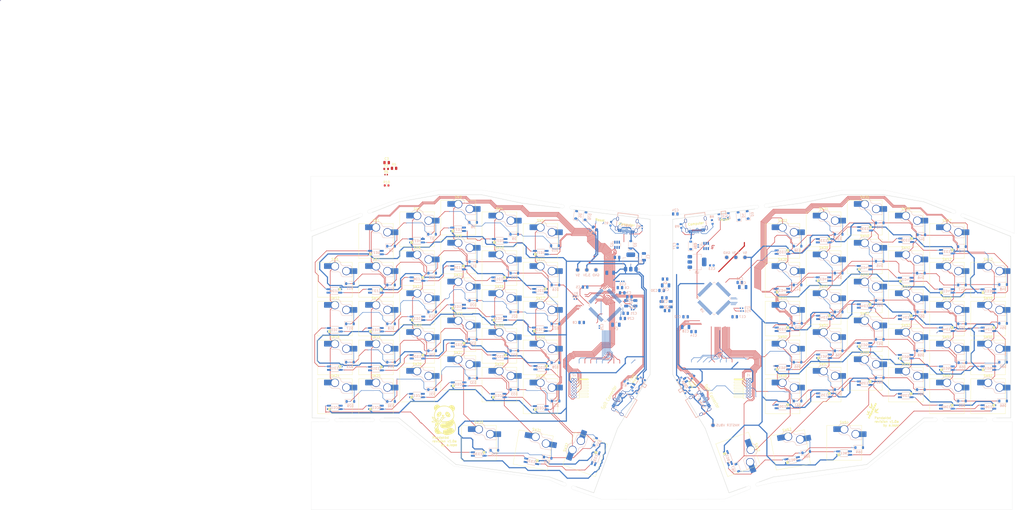
<source format=kicad_pcb>
(kicad_pcb (version 20241229) (generator "pcbnew") (generator_version "9.0")
  (title_block (title "yellow_panda") (rev "v1.0.0") (company "Unknown"))
  (layers (0 "F.Cu" signal) (2 "B.Cu" signal) (13 "F.Paste" user) (15 "B.Paste" user) (5 "F.SilkS" user "F.Silkscreen") (7 "B.SilkS" user "B.Silkscreen") (1 "F.Mask" user) (3 "B.Mask" user) (25 "Edge.Cuts" user))
  (net 0 "")
  (net 1 "Net-(D6-A)")
  (net 2 "Net-(D7-A)")
  (net 3 "Net-(D8-A)")
  (net 4 "Net-(D9-A)")
  (net 5 "Net-(D10-A)")
  (net 6 "Net-(D11-A)")
  (net 7 "Net-(D12-A)")
  (net 8 "Net-(D13-A)")
  (net 9 "Net-(D14-A)")
  (net 10 "Net-(D15-A)")
  (net 11 "Net-(D16-A)")
  (net 12 "Net-(D23-A)")
  (net 13 "Net-(D24-A)")
  (net 14 "Net-(D25-A)")
  (net 15 "Net-(D26-A)")
  (net 16 "Net-(D27-A)")
  (net 17 "Net-(D28-A)")
  (net 18 "Net-(D29-A)")
  (net 19 "Net-(D30-A)")
  (net 20 "Net-(D31-A)")
  (net 21 "Net-(D32-A)")
  (net 22 "Net-(D34-A)")
  (net 23 "Net-(D35-A)")
  (net 24 "/left/OSC INa")
  (net 25 "Net-(D37-A)")
  (net 26 "Net-(D38-A)")
  (net 27 "Net-(D39-A)")
  (net 28 "Net-(D40-A)")
  (net 29 "Net-(D41-A)")
  (net 30 "Net-(D42-A)")
  (net 31 "Net-(D43-A)")
  (net 32 "Net-(D44-A)")
  (net 33 "Net-(D45-A)")
  (net 34 "Net-(D46-A)")
  (net 35 "Net-(D47-A)")
  (net 36 "Net-(D48-A)")
  (net 37 "Net-(D49-A)")
  (net 38 "Net-(D50-A)")
  (net 39 "Net-(D51-A)")
  (net 40 "Net-(D52-A)")
  (net 41 "Net-(D53-A)")
  (net 42 "Net-(D54-A)")
  (net 43 "Net-(D55-A)")
  (net 44 "Net-(D56-A)")
  (net 45 "Net-(D57-A)")
  (net 46 "Net-(D58-A)")
  (net 47 "Net-(D59-A)")
  (net 48 "Net-(D60-A)")
  (net 49 "Net-(D61-A)")
  (net 50 "Net-(D62-A)")
  (net 51 "Net-(D63-A)")
  (net 52 "Net-(D64-A)")
  (net 53 "Net-(D67-A)")
  (net 54 "Net-(U4-VCAP_1)")
  (net 55 "Net-(U9-VCAP_1)")
  (net 56 "Net-(LED5-DOUT)")
  (net 57 "GND")
  (net 58 "+3.3V")
  (net 59 "+5V")
  (net 60 "/STM MCUs/SW_BOOT0a")
  (net 61 "Net-(D66-A)")
  (net 62 "Net-(D69-A)")
  (net 64 "/left/OSC OUTa")
  (net 65 "OSC IN^{b}")
  (net 66 "OSC OUT^{b}")
  (net 67 "Net-(D1-A)")
  (net 68 "Net-(D2-A)")
  (net 69 "/left/VBUSa")
  (net 70 "/right/VBUSb")
  (net 71 "Net-(LED7-DIN)")
  (net 72 "Net-(LED8-DIN)")
  (net 73 "Net-(LED13-DIN)")
  (net 74 "Net-(LED16-DOUT)")
  (net 75 "Net-(LED11-DIN)")
  (net 76 "Net-(LED12-DIN)")
  (net 77 "Net-(LED17-DOUT)")
  (net 78 "Net-(LED19-DIN)")
  (net 79 "Net-(LED20-DIN)")
  (net 80 "Net-(LED27-DOUT)")
  (net 81 "Net-(D17-A)")
  (net 82 "Net-(D18-A)")
  (net 83 "Net-(D19-A)")
  (net 84 "Net-(D20-A)")
  (net 85 "Net-(D21-A)")
  (net 86 "Net-(D22-A)")
  (net 87 "Net-(LED1-DOUT)")
  (net 88 "Net-(LED2-DOUT)")
  (net 89 "Net-(LED3-DOUT)")
  (net 90 "Net-(LED4-DOUT)")
  (net 91 "Net-(LED21-DIN)")
  (net 92 "Net-(LED22-DIN)")
  (net 93 "Net-(LED23-DIN)")
  (net 94 "Net-(LED28-DOUT)")
  (net 95 "Net-(LED10-DIN)")
  (net 96 "Net-(LED10-DOUT)")
  (net 97 "Net-(LED29-DOUT)")
  (net 98 "Net-(LED30-DOUT)")
  (net 99 "Net-(LED13-DOUT)")
  (net 100 "Net-(LED14-DOUT)")
  (net 101 "Net-(LED15-DOUT)")
  (net 102 "Net-(LED31-DIN)")
  (net 104 "Net-(LED18-DOUT)")
  (net 105 "Net-(LED19-DOUT)")
  (net 106 "Net-(LED38-DOUT)")
  (net 107 "Net-(LED39-DOUT)")
  (net 108 "Net-(LED40-DIN)")
  (net 109 "Net-(LED41-DIN)")
  (net 110 "Net-(LED42-DIN)")
  (net 111 "Net-(LED25-DOUT)")
  (net 112 "Net-(LED26-DOUT)")
  (net 113 "Net-(LED48-DOUT)")
  (net 114 "Net-(LED49-DOUT)")
  (net 115 "Net-(LED51-DIN)")
  (net 116 "Net-(LED52-DIN)")
  (net 117 "Net-(LED59-DOUT)")
  (net 118 "Net-(LED60-DOUT)")
  (net 128 "ROW0a")
  (net 129 "ROW1a")
  (net 130 "ROW2a")
  (net 131 "ROW3a")
  (net 132 "ROW4a")
  (net 133 "COL1a")
  (net 134 "COL2a")
  (net 135 "COL3a")
  (net 136 "COL4a")
  (net 137 "COL5a")
  (net 138 "COL0a")
  (net 139 "LEDsa")
  (net 140 "ROW5a")
  (net 141 "VBUS MASTER HALF")
  (net 142 "Net-(LED61-DOUT)")
  (net 143 "Net-(LED62-DOUT)")
  (net 144 "Net-(LED63-DIN)")
  (net 146 "Net-(U9-PA11)")
  (net 147 "Net-(U9-PA12)")
  (net 148 "Net-(LED33-DOUT)")
  (net 149 "LEDsb")
  (net 150 "Net-(LED34-DOUT)")
  (net 151 "Net-(LED35-DOUT)")
  (net 152 "Net-(LED36-DOUT)")
  (net 153 "Net-(LED37-DOUT)")
  (net 156 "Net-(LED39-DIN)")
  (net 160 "Net-(LED43-DIN)")
  (net 161 "Net-(LED45-DOUT)")
  (net 162 "Net-(LED46-DOUT)")
  (net 163 "Net-(LED47-DOUT)")
  (net 166 "Net-(LED50-DOUT)")
  (net 167 "Net-(LED51-DOUT)")
  (net 168 "/left/BOOT0a")
  (net 169 "/left/SW_BOOT0a")
  (net 170 "Net-(LED53-DIN)")
  (net 171 "Net-(LED54-DIN)")
  (net 172 "Net-(LED55-DIN)")
  (net 173 "Net-(LED57-DOUT)")
  (net 174 "Net-(LED58-DOUT)")
  (net 175 "Net-(USBC3-CC2)")
  (net 176 "Net-(USBC3-CC1)")
  (net 177 "/right/BOOT0b")
  (net 178 "/right/SW_BOOT0b")
  (net 179 "VBUS USB")
  (net 180 "SWDIOb")
  (net 181 "SWOb")
  (net 182 "UART_RXb")
  (net 183 "RESETb")
  (net 184 "UART_TXb")
  (net 185 "SWCLKb")
  (net 186 "USBDb+")
  (net 187 "USBDb-")
  (net 188 "USB^{b}D+")
  (net 189 "COL1b")
  (net 190 "COL5b")
  (net 191 "ROW1b")
  (net 192 "COL2b")
  (net 193 "COL4b")
  (net 194 "ROW0b")
  (net 195 "ROW2b")
  (net 196 "COL3b")
  (net 197 "COL0b")
  (net 198 "ROW3b")
  (net 199 "ROW5b")
  (net 200 "ROW4b")
  (net 201 "Net-(USBC1-CC1)")
  (net 202 "Net-(USBC1-CC2)")
  (net 203 "Net-(USBC1-DN1)")
  (net 204 "Net-(USBC1-DP1)")
  (net 207 "USB^{b}D-")
  (net 218 "Net-(D3-A)")
  (net 219 "Net-(D4-A)")
  (net 220 "Net-(D5-A)")
  (net 221 "Net-(D70-A)")
  (net 222 "Net-(U4-PA11)")
  (net 223 "Net-(U4-PA12)")
  (net 224 "LEDs^{b}")
  (net 225 "USART_RX^{b}")
  (net 226 "ROW3^{b}")
  (net 227 "MISO^{b}")
  (net 231 "COL5^{b}")
  (net 232 "CS^{b}")
  (net 236 "SWDIO^{b}")
  (net 237 "ROW5^{b}")
  (net 238 "ROW2^{b}")
  (net 242 "SWCLK^{b}")
  (net 244 "MOSI^{b}")
  (net 245 "COL3^{b}")
  (net 247 "UART_TX^{b}")
  (net 250 "ROW4^{b}")
  (net 251 "COL2^{b}")
  (net 252 "SDCS^{b}")
  (net 254 "USART1_TX^{b}")
  (net 255 "SCK^{b}")
  (net 256 "COL0^{b}")
  (net 257 "SWO^{b}")
  (net 259 "LCDReset^{b}")
  (net 260 "ScreenBright^{b}")
  (net 261 "ROW1^{b}")
  (net 262 "DataCommand^{b}")
  (net 263 "unconnected-(U9-PB12-Pad33)")
  (net 264 "UART_RX^{b}")
  (net 266 "COL1^{b}")
  (net 268 "Net-(USBC3-DP1)")
  (net 269 "Net-(USBC3-DN1)")
  (net 270 "USART_TX^{b}")
  (net 282 "Net-(D33-A)")
  (net 283 "Net-(D36-A)")
  (net 288 "+3.3V_{master}")
  (net 289 "/left/OSC IN^{a}")
  (net 290 "/left/OSC OUT^{a}")
  (net 291 "RESET^{a}")
  (net 292 "SWDIO^{a}")
  (net 293 "SWO^{a}")
  (net 294 "UART_RX^{a}")
  (net 295 "UART_TX^{a}")
  (net 296 "SWCLK^{a}")
  (net 297 "USB^{a}D-")
  (net 298 "USB^{a}D+")
  (net 299 "SCK^{a}")
  (net 300 "MISO^{a}")
  (net 301 "ScreenBright^{a}")
  (net 302 "COL4^{a}")
  (net 303 "USART_RX^{a}")
  (net 304 "DataCommand^{a}")
  (net 305 "USART1_TX^{a}")
  (net 306 "SDCS^{a}")
  (net 307 "COL3^{a}")
  (net 308 "ROW0^{a}")
  (net 309 "COL5^{a}")
  (net 310 "MOSI^{a}")
  (net 311 "ROW4^{a}")
  (net 312 "ROW3^{a}")
  (net 313 "LCDReset^{a}")
  (net 314 "COL0^{a}")
  (net 315 "ROW1^{a}")
  (net 316 "COL2^{a}")
  (net 317 "LEDs^{a}")
  (net 318 "CS^{a}")
  (net 319 "ROW2^{a}")
  (net 320 "COL1^{a}")
  (footprint "Resistor_SMD:R_0603_1608Metric" (layer "F.Cu") (at 80.8875 75.76)
    (property "Reference" "R2")
    (property "Value" "5.1kΩ")
  )
  (footprint "PCM_Switch_Keyboard_Hotswap_Kailh:SW_Hotswap_Kailh_Choc_V1_Plated_1.00u" (layer "F.Cu") (at 308.4575 153.2)
    (property "Reference" "SW53")
    (property "Value" "1N4148W")
  )
  (footprint "PCM_Switch_Keyboard_Hotswap_Kailh:SW_Hotswap_Kailh_Choc_V1_Plated_1.00u" (layer "F.Cu") (at 254.4575 175.3)
    (property "Reference" "SW56")
    (property "Value" "1N4148W")
  )
  (footprint "stm32:bamboo" (layer "F.Cu") (at 294 181.8 -20)
    (property "Reference" "G***" (hide yes))
    (property "Value" "LOGO" (hide yes))
  )
  (footprint "MountingHole:MountingHole_2.2mm_M2" (layer "F.Cu") (at 335.4 132.8)
    (property "Reference" "REF**" (hide yes))
    (property "Value" "MountingHole_2.2mm_M2" (hide yes))
  )
  (footprint "MountingHole:MountingHole_2.2mm_M2" (layer "F.Cu") (at 139.4 110.8)
    (property "Reference" "REF**" (hide yes))
    (property "Value" "MountingHole_2.2mm_M2" (hide yes))
  )
  (footprint "Resistor_SMD:R_0805_2012Metric" (layer "F.Cu") (at 84.3475 75.5)
    (property "Reference" "R5")
    (property "Value" "10kΩ")
  )
  (footprint "PCM_Switch_Keyboard_Hotswap_Kailh:SW_Hotswap_Kailh_Choc_V1_Plated_1.00u" (layer "F.Cu") (at 308.4575 170.2)
    (property "Reference" "SW59")
    (property "Value" "1N4148W")
  )
  (footprint "PCM_JLCPCB:MouseBites, Cosmetic, JLCPCB, 1.6mm" (layer "F.Cu") (at 333.934803 97.193925 68)
    (property "Reference" "REF**" (hide yes))
    (property "Value" "MouseBites, Cosmetic, JLCPCB, 1.6mm" (hide yes))
    (fp_line (start 0 -6) (end 0 -5) (stroke (width 0.05)) (layer "Edge.Cuts"))
    (fp_line (start 1.599998 -6) (end 1.600001 -5.000001) (stroke (width 0.05)) (layer "Edge.Cuts"))
    (fp_line (start 0 0) (end 0 -1) (stroke (width 0.05)) (layer "Edge.Cuts"))
    (fp_line (start 1.599998 -0.000001) (end 1.6 -1) (stroke (width 0.05)) (layer "Edge.Cuts"))
    (fp_arc (start 1.600001 -5.000001) (mid 0.800001 -4.199999) (end 0 -5) (stroke (width 0.05)) (layer "Edge.Cuts"))
    (fp_arc (start 0 -1) (mid 0.799998 -1.800001) (end 1.6 -1) (stroke (width 0.05)) (layer "Edge.Cuts"))
  )
  (footprint "Capacitor_SMD:C_0805_2012Metric" (layer "F.Cu") (at 81.1075 73)
    (property "Reference" "C3")
    (property "Value" "100nF")
  )
  (footprint "PCM_JLCPCB:MouseBites, Cosmetic, JLCPCB, 1.6mm" (layer "F.Cu") (at 244.69882 214.38723 110)
    (property "Reference" "REF**" (hide yes))
    (property "Value" "MouseBites, Cosmetic, JLCPCB, 1.6mm" (hide yes))
    (fp_line (start 1.599997 -6) (end 1.600001 -5) (stroke (width 0.05)) (layer "Edge.Cuts"))
    (fp_line (start 0 -6) (end 0 -5) (stroke (width 0.05)) (layer "Edge.Cuts"))
    (fp_line (start 1.599998 -0.000001) (end 1.600001 -0.999999) (stroke (width 0.05)) (layer "Edge.Cuts"))
    (fp_line (start 0 0) (end 0 -1) (stroke (width 0.05)) (layer "Edge.Cuts"))
    (fp_arc (start 1.600001 -5) (mid 0.800001 -4.199998) (end 0 -5) (stroke (width 0.05)) (layer "Edge.Cuts"))
    (fp_arc (start 0 -1) (mid 0.799998 -1.8) (end 1.600001 -0.999999) (stroke (width 0.05)) (layer "Edge.Cuts"))
  )
  (footprint "PCM_Switch_Keyboard_Hotswap_Kailh:SW_Hotswap_Kailh_Choc_V1_Plated_1.00u" (layer "F.Cu") (at 308.4575 102.2)
    (property "Reference" "SW36")
    (property "Value" "1N4148W")
  )
  (footprint "PCM_Switch_Keyboard_Hotswap_Kailh:SW_Hotswap_Kailh_Choc_V1_Plated_1.50u" (layer "F.Cu") (at 234.966415 200.741045 -70)
    (property "Reference" "SW62")
    (property "Value" "1N4148W")
  )
  (footprint "MountingHole:MountingHole_2.2mm_M2" (layer "F.Cu") (at 139.4 161.8)
    (property "Reference" "REF**" (hide yes))
    (property "Value" "MountingHole_2.2mm_M2" (hide yes))
  )
  (footprint "MountingHole:MountingHole_2.2mm_M2" (layer "F.Cu") (at 299.4 139.4)
    (property "Reference" "REF**" (hide yes))
    (property "Value" "MountingHole_2.2mm_M2" (hide yes))
  )
  (footprint "MountingHole:MountingHole_2.2mm_M2" (layer "F.Cu") (at 85.2 98.6)
    (property "Reference" "REF**" (hide yes))
    (property "Value" "MountingHole_2.2mm_M2" (hide yes))
  )
  (footprint "Resistor_SMD:R_0603_1608Metric" (layer "F.Cu") (at 81.0875 83)
    (property "Reference" "R10")
    (property "Value" "33Ω")
  )
  (footprint "MountingHole:MountingHole_2.2mm_M2" (layer "F.Cu") (at 281.2 182.2)
    (property "Reference" "REF**" (hide yes))
    (property "Value" "MountingHole_2.2mm_M2" (hide yes))
  )
  (footprint "PCM_Switch_Keyboard_Hotswap_Kailh:SW_Hotswap_Kailh_Choc_V1_Plated_1.00u" (layer "F.Cu") (at 130.4575 102.2)
    (property "Reference" "SW4")
    (property "Value" "1N4148W")
  )
  (footprint "MountingHole:MountingHole_2.2mm_M2" (layer "F.Cu") (at 103.4 110.6)
    (property "Reference" "REF**" (hide yes))
    (property "Value" "MountingHole_2.2mm_M2" (hide yes))
  )
  (footprint "PCM_Switch_Keyboard_Hotswap_Kailh:SW_Hotswap_Kailh_Choc_V1_Plated_1.00u" (layer "F.Cu") (at 94.4575 170.2)
    (property "Reference" "SW26")
    (property "Value" "1N4148W")
  )
  (footprint "PCM_JLCPCB:MouseBites, Cosmetic, JLCPCB, 1.6mm" (layer "F.Cu") (at 79.956282 186.439975 90)
    (property "Reference" "REF**" (hide yes))
    (property "Value" "MouseBites, Cosmetic, JLCPCB, 1.6mm" (hide yes))
    (fp_line (start 1.599998 -6) (end 1.6 -5) (stroke (width 0.05)) (layer "Edge.Cuts"))
    (fp_line (start 0 -6) (end 0 -5) (stroke (width 0.05)) (layer "Edge.Cuts"))
    (fp_line (start 1.599998 -0.000001) (end 1.600001 -0.999999) (stroke (width 0.05)) (layer "Edge.Cuts"))
    (fp_line (start 0 0) (end 0 -1) (stroke (width 0.05)) (layer "Edge.Cuts"))
    (fp_arc (start 1.6 -5) (mid 0.800001 -4.199999) (end 0 -5) (stroke (width 0.05)) (layer "Edge.Cuts"))
    (fp_arc (start 0 -1) (mid 0.799999 -1.8) (end 1.600001 -0.999999) (stroke (width 0.05)) (layer "Edge.Cuts"))
  )
  (footprint "PCM_Switch_Keyboard_Hotswap_Kailh:SW_Hotswap_Kailh_Choc_V1_Plated_1.00u" (layer "F.Cu") (at 344.4575 175.3)
    (property "Reference" "SW61")
    (property "Value" "1N4148W")
  )
  (footprint "PCM_Switch_Keyboard_Hotswap_Kailh:SW_Hotswap_Kailh_Choc_V1_Plated_1.00u" (layer "F.Cu") (at 58.4575 141.3)
    (property "Reference" "SW12")
    (property "Value" "1N4148W")
  )
  (footprint "PCM_Switch_Keyboard_Hotswap_Kailh:SW_Hotswap_Kailh_Choc_V1_Plated_1.00u" (layer "F.Cu") (at 254.4575 141.3)
    (property "Reference" "SW44")
    (property "Value" "1N4148W")
  )
  (footprint "PCM_Switch_Keyboard_Hotswap_Kailh:SW_Hotswap_Kailh_Choc_V1_Plated_1.00u" (layer "F.Cu") (at 290.4575 131.1)
    (property "Reference" "SW46")
    (property "Value" "1N4148W")
  )
  (footprint "MountingHole:MountingHole_2.2mm_M2" (layer "F.Cu") (at 67.4 132.8)
    (property "Reference" "REF**" (hide yes))
    (property "Value" "MountingHole_2.2mm_M2" (hide yes))
  )
  (footprint "PCM_Switch_Keyboard_Hotswap_Kailh:SW_Hotswap_Kailh_Choc_V1_Plated_1.00u" (layer "F.Cu") (at 76.445 107.3)
    (property "Reference" "SW1")
    (property "Value" "1N4148W")
  )
  (footprint "PCM_Switch_Keyboard_Hotswap_Kailh:SW_Hotswap_Kailh_Choc_V1_Plated_1.00u" (layer "F.Cu") (at 130.4575 153.2)
    (property "Reference" "SW22")
    (property "Value" "1N4148W")
  )
  (footprint "PCM_Switch_Keyboard_Hotswap_Kailh:SW_Hotswap_Kailh_Choc_V1_Plated_1.00u" (layer "F.Cu") (at 254.4575 158.3)
    (property "Reference" "SW50")
    (property "Value" "1N4148W")
  )
  (footprint "PCM_Switch_Keyboard_Hotswap_Kailh:SW_Hotswap_Kailh_Choc_V1_Plated_1.00u" (layer "F.Cu") (at 308.4575 136.2)
    (property "Reference" "SW47")
    (property "Value" "1N4148W")
  )
  (footprint "PCM_Switch_Keyboard_Hotswap_Kailh:SW_Hotswap_Kailh_Choc_V1_Plated_1.00u" (layer "F.Cu") (at 94.5075 136.2)
    (property "Reference" "SW14")
    (property "Value" "1N4148W")
  )
  (footprint "Resistor_SMD:R_0402_1005Metric" (layer "F.Cu") (at 80.8875 78.27)
    (property "Reference" "R6")
    (property "Value" "22")
  )
  (footprint "PCM_Switch_Keyboard_Hotswap_Kailh:SW_Hotswap_Kailh_Choc_V1_Plated_1.00u" (layer "F.Cu") (at 58.4575 175.3)
    (property "Reference" "SW24")
    (property "Value" "1N4148W")
  )
  (footprint "PCM_Switch_Keyboard_Hotswap_Kailh:SW_Hotswap_Kailh_Choc_V1_Plated_1.00u" (layer "F.Cu") (at 112.4575 97.1)
    (property "Reference" "SW3")
    (property "Value" "1N4148W")
  )
  (footprint "MountingHole:MountingHole_2.2mm_M2" (layer "F.Cu") (at 299.4 156.6)
    (property "Reference" "REF**" (hide yes))
    (property "Value" "MountingHole_2.2mm_M2" (hide yes))
  )
  (footprint "PCM_Switch_Keyboard_Hotswap_Kailh:SW_Hotswap_Kailh_Choc_V1_Plated_1.00u" (layer "F.Cu") (at 130.4575 119.2)
    (property "Reference" "SW10")
    (property "Value" "1N4148W")
  )
  (footprint "PCM_Switch_Keyboard_Hotswap_Kailh:SW_Hotswap_Kailh_Choc_V1_Plated_1.00u" (layer "F.Cu") (at 112.4575 165.1)
    (property "Reference" "SW27")
    (property "Value" "1N4148W")
  )
  (footprint "MountingHole:MountingHole_2.2mm_M2" (layer "F.Cu") (at 335.4 115.8)
    (property "Reference" "REF**" (hide yes))
    (property "Value" "MountingHole_2.2mm_M2" (hide yes))
  )
  (footprint "PCM_Switch_Keyboard_Hotswap_Kailh:SW_Hotswap_Kailh_Choc_V1_Plated_1.00u" (layer "F.Cu") (at 344.4575 124.3)
    (property "Reference" "SW43")
    (property "Value" "1N4148W")
  )
  (footprint "MountingHole:MountingHole_2.2mm_M2" (layer "F.Cu") (at 134.2 190)
    (property "Reference" "REF**" (hide yes))
    (property "Value" "MountingHole_2.2mm_M2" (hide yes))
  )
  (footprint "clipboard:bf87ff4d-921f-4e46-abc4-457b704bfae1" (layer "F.Cu") (at 213 170.75)
    (property "Reference" "")
    (property "Value" "")
  )
  (footprint "PCM_Switch_Keyboard_Hotswap_Kailh:SW_Hotswap_Kailh_Choc_V1_Plated_1.00u" (layer "F.Cu") (at 326.4575 107.3)
    (property "Reference" "SW37")
    (property "Value" "1N4148W")
  )
  (footprint "stm32:panda" (layer "F.Cu") (at 106.4 185.6)
    (property "Reference" "G" (hide yes))
    (property "Value" "LOGO" (hide yes))
  )
  (footprint "MountingHole:MountingHole_2.2mm_M2" (layer "F.Cu") (at 121.4 182.4)
    (property "Reference" "REF**" (hide yes))
    (property "Value" "MountingHole_2.2mm_M2" (hide yes))
  )
  (footprint "MountingHole:MountingHole_2.2mm_M2" (layer "F.Cu") (at 103.4 127.8)
    (property "Reference" "REF**" (hide yes))
    (property "Value" "MountingHole_2.2mm_M2" (hide yes))
  )
  (footprint "PCM_Switch_Keyboard_Hotswap_Kailh:SW_Hotswap_Kailh_Choc_V1_Plated_1.00u" (layer "F.Cu") (at 326.4575 141.3)
    (property "Reference" "SW48")
    (property "Value" "1N4148W")
  )
  (footprint "MountingHole:MountingHole_2.2mm_M2" (layer "F.Cu") (at 244.4 193)
    (property "Reference" "REF**" (hide yes))
    (property "Value" "MountingHole_2.2mm_M2" (hide yes))
  )
  (footprint "PCM_Switch_Keyboard_Hotswap_Kailh:SW_Hotswap_Kailh_Choc_V1_Plated_1.00u" (layer "F.Cu") (at 76.4575 141.3)
    (property "Reference" "SW13")
    (property "Value" "1N4148W")
  )
  (footprint "MountingHole:MountingHole_2.2mm_M2" (layer "F.Cu") (at 335.473974 149.785849)
    (property "Reference" "REF**" (hide yes))
    (property "Value" "MountingHole_2.2mm_M2" (hide yes))
  )
  (footprint "MountingHole:MountingHole_2.2mm_M2" (layer "F.Cu") (at 103.4 161.8)
    (property "Reference" "REF**" (hide yes))
    (property "Value" "MountingHole_2.2mm_M2" (hide yes))
  )
  (footprint "PCM_Switch_Keyboard_Hotswap_Kailh:SW_Hotswap_Kailh_Choc_V1_Plated_1.00u" (layer "F.Cu") (at 148.4575 107.3)
    (property "Reference" "SW5")
    (property "Value" "1N4148W")
  )
  (footprint "PCM_JLCPCB:MouseBites, Cosmetic, JLCPCB, 1.6mm" (layer "F.Cu") (at 348.16225 186.414574 90)
    (property "Reference" "REF**" (hide yes))
    (property "Value" "MouseBites, Cosmetic, JLCPCB, 1.6mm" (hide yes))
    (fp_line (start 1.599998 -6) (end 1.6 -5) (stroke (width 0.05)) (layer "Edge.Cuts"))
    (fp_line (start 0 -6) (end 0 -5) (stroke (width 0.05)) (layer "Edge.Cuts"))
    (fp_line (start 1.599998 -0.000001) (end 1.600001 -0.999999) (stroke (width 0.05)) (layer "Edge.Cuts"))
    (fp_line (start 0 0) (end 0 -1) (stroke (width 0.05)) (layer "Edge.Cuts"))
    (fp_arc (start 1.6 -5) (mid 0.800001 -4.199999) (end 0 -5) (stroke (width 0.05)) (layer "Edge.Cuts"))
    (fp_arc (start 0 -1) (mid 0.799999 -1.8) (end 1.600001 -0.999999) (stroke (width 0.05)) (layer "Edge.Cuts"))
  )
  (footprint "PCM_Switch_Keyboard_Hotswap_Kailh:SW_Hotswap_Kailh_Choc_V1_Plated_1.00u" (layer "F.Cu") (at 290.4575 148.1)
    (property "Reference" "SW52")
    (property "Value" "1N4148W")
  )
  (footprint "MountingHole:MountingHole_2.2mm_M2" (layer "F.Cu") (at 299.4 122.2)
    (property "Reference" "REF**" (hide yes))
    (property "Value" "MountingHole_2.2mm_M2" (hide yes))
  )
  (footprint "" (layer "F.Cu") (at 263.4 166.8)
    (property "Reference" "")
    (property "Value" "")
  )
  (footprint "MountingHole:MountingHole_2.2mm_M2" (layer "F.Cu") (at 139.4 144.8)
    (property "Reference" "REF**" (hide yes))
    (property "Value" "MountingHole_2.2mm_M2" (hide yes))
  )
  (footprint "PCM_JLCPCB:MouseBites, Cosmetic, JLCPCB, 1.6mm" (layer "F.Cu") (at 248.303545 92.556744 97)
    (property "Reference" "REF**" (hide yes))
    (property "Value" "MouseBites, Cosmetic, JLCPCB, 1.6mm" (hide yes))
    (fp_line (start 1.599997 -5.999999) (end 1.600001 -5) (stroke (width 0.05)) (layer "Edge.Cuts"))
    (fp_line (start 0 -6) (end 0 -5) (stroke (width 0.05)) (layer "Edge.Cuts"))
    (fp_line (start 1.599997 -0.000001) (end 1.6 -0.999999) (stroke (width 0.05)) (layer "Edge.Cuts"))
    (fp_line (start 0 0) (end 0 -1) (stroke (width 0.05)) (layer "Edge.Cuts"))
    (fp_arc (start 1.600001 -5) (mid 0.800001 -4.199999) (end 0 -5) (stroke (width 0.05)) (layer "Edge.Cuts"))
    (fp_arc (start 0 -1) (mid 0.799999 -1.8) (end 1.6 -0.999999) (stroke (width 0.05)) (layer "Edge.Cuts"))
  )
  (footprint "PCM_JLCPCB:MouseBites, Cosmetic, JLCPCB, 1.6mm" (layer "F.Cu") (at 163.431639 216.391161 70)
    (property "Reference" "REF**" (hide yes))
    (property "Value" "MouseBites, Cosmetic, JLCPCB, 1.6mm" (hide yes))
    (fp_line (start 0 -6) (end 0 -5) (stroke (width 0.05)) (layer "Edge.Cuts"))
    (fp_line (start 1.599999 -6) (end 1.6 -5) (stroke (width 0.05)) (layer "Edge.Cuts"))
    (fp_line (start 0 0) (end 0 -1) (stroke (width 0.05)) (layer "Edge.Cuts"))
    (fp_line (start 1.599998 -0.000001) (end 1.600001 -1) (stroke (width 0.05)) (layer "Edge.Cuts"))
    (fp_arc (start 1.6 -5) (mid 0.800001 -4.199999) (end 0 -5) (stroke (width 0.05)) (layer "Edge.Cuts"))
    (fp_arc (start 0 -1) (mid 0.799999 -1.8) (end 1.600001 -1) (stroke (width 0.05)) (layer "Edge.Cuts"))
  )
  (footprint "PCM_Switch_Keyboard_Hotswap_Kailh:SW_Hotswap_Kailh_Choc_V1_Plated_1.00u" (layer "F.Cu") (at 76.4575 175.3)
    (property "Reference" "SW25")
    (property "Value" "1N4148W")
  )
  (footprint "MountingHole:MountingHole_2.2mm_M2" (layer "F.Cu") (at 67.4 116)
    (property "Reference" "REF**" (hide yes))
    (property "Value" "MountingHole_2.2mm_M2" (hide yes))
  )
  (footprint "PCM_Switch_Keyboard_Hotswap_Kailh:SW_Hotswap_Kailh_Choc_V1_Plated_1.00u" (layer "F.Cu") (at 326.4575 158.3)
    (property "Reference" "SW54")
    (property "Value" "1N4148W")
  )
  (footprint "PCM_Switch_Keyboard_Hotswap_Kailh:SW_Hotswap_Kailh_Choc_V1_Plated_1.00u" (layer "F.Cu") (at 290.4575 114.1)
    (property "Reference" "SW40")
    (property "Value" "1N4148W")
  )
  (footprint "PCM_Switch_Keyboard_Hotswap_Kailh:SW_Hotswap_Kailh_Choc_V1_Plated_1.00u" (layer "F.Cu") (at 94.4575 119.2)
    (property "Reference" "SW8")
    (property "Value" "1N4148W")
  )
  (footprint "PCM_Switch_Keyboard_Hotswap_Kailh:SW_Hotswap_Kailh_Choc_V1_Plated_1.00u" (layer "F.Cu") (at 308.4575 119.2)
    (property "Reference" "SW41")
    (property "Value" "1N4148W")
  )
  (footprint "PCM_Switch_Keyboard_Hotswap_Kailh:SW_Hotswap_Kailh_Choc_V1_Plated_1.00u" (layer "F.Cu") (at 290.4575 97.1)
    (property "Reference" "SW35")
    (property "Value" "1N4148W")
  )
  (footprint "PCM_Switch_Keyboard_Hotswap_Kailh:SW_Hotswap_Kailh_Choc_V1_Plated_1.00u" (layer "F.Cu") (at 272.4575 102.2)
    (property "Reference" "SW34")
    (property "Value" "1N4148W")
  )
  (footprint "PCM_Switch_Keyboard_Hotswap_Kailh:SW_Hotswap_Kailh_Choc_V1_Plated_1.00u" (layer "F.Cu") (at 272.4575 119.2)
    (property "Reference" "SW39")
    (property "Value" "1N4148W")
  )
  (footprint "PCM_Switch_Keyboard_Hotswap_Kailh:SW_Hotswap_Kailh_Choc_V1_Plated_1.00u" (layer "F.Cu") (at 290.4575 165.1)
    (property "Reference" "SW58")
    (property "Value" "1N4148W")
  )
  (footprint "PCM_JLCPCB:MouseBites, Cosmetic, JLCPCB, 1.6mm" (layer "F.Cu") (at 326.405267 186.399999 90)
    (property "Reference" "REF**" (hide yes))
    (property "Value" "MouseBites, Cosmetic, JLCPCB, 1.6mm" (hide yes))
    (fp_line (start 1.599998 -6) (end 1.6 -5) (stroke (width 0.05)) (layer "Edge.Cuts"))
    (fp_line (start 0 -6) (end 0 -5) (stroke (width 0.05)) (layer "Edge.Cuts"))
    (fp_line (start 1.599998 -0.000001) (end 1.600001 -0.999999) (stroke (width 0.05)) (layer "Edge.Cuts"))
    (fp_line (start 0 0) (end 0 -1) (stroke (width 0.05)) (layer "Edge.Cuts"))
    (fp_arc (start 1.6 -5) (mid 0.800001 -4.199999) (end 0 -5) (stroke (width 0.05)) (layer "Edge.Cuts"))
    (fp_arc (start 0 -1) (mid 0.799999 -1.8) (end 1.600001 -0.999999) (stroke (width 0.05)) (layer "Edge.Cuts"))
  )
  (footprint "PCM_Switch_Keyboard_Hotswap_Kailh:SW_Hotswap_Kailh_Choc_V1_Plated_1.00u" (layer "F.Cu") (at 58.4575 158.3)
    (property "Reference" "SW18")
    (property "Value" "1N4148W")
  )
  (footprint "PCM_Switch_Keyboard_Hotswap_Kailh:SW_Hotswap_Kailh_Choc_V1_Plated_1.00u" (layer "F.Cu") (at 254.4575 107.3)
    (property "Reference" "SW33")
    (property "Value" "1N4148W")
  )
  (footprint "PCM_Switch_Keyboard_Hotswap_Kailh:SW_Hotswap_Kailh_Choc_V1_Plated_1.00u" (layer "F.Cu") (at 326.4575 175.3)
    (property "Reference" "SW60")
    (property "Value" "1N4148W")
  )
  (footprint "PCM_Switch_Keyboard_Hotswap_Kailh:SW_Hotswap_Kailh_Choc_V1_Plated_1.00u" (layer "F.Cu") (at 112.4575 114.1)
    (property "Reference" "SW9")
    (property "Value" "1N4148W")
  )
  (footprint "MountingHole:MountingHole_2.2mm_M2" (layer "F.Cu") (at 139.4 127.8)
    (property "Reference" "REF**" (hide yes))
    (property "Value" "MountingHole_2.2mm_M2")
  )
  (footprint "" (layer "F.Cu") (at 263.4 132.8)
    (property "Reference" "")
    (property "Value" "")
  )
  (footprint "PCM_Switch_Keyboard_Hotswap_Kailh:SW_Hotswap_Kailh_Choc_V1_Plated_1.00u" (layer "F.Cu") (at 145.270875 198.887751 -10)
    (property "Reference" "SW31")
    (property "Value" "1N4148W")
  )
  (footprint "PCM_Switch_Keyboard_Hotswap_Kailh:SW_Hotswap_Kailh_Choc_V1_Plated_1.00u" (layer "F.Cu") (at 130.4575 136.2)
    (property "Reference" "SW16")
    (property "Value" "1N4148W")
  )
  (footprint "PCM_Switch_Keyboard_Hotswap_Kailh:SW_Hotswap_Kailh_Choc_V1_Plated_1.00u" (layer "F.Cu") (at 112.4575 148.1)
    (property "Reference" "SW21")
    (property "Value" "1N4148W")
  )
  (footprint "PCM_Switch_Keyboard_Hotswap_Kailh:SW_Hotswap_Kailh_Choc_V1_Plated_1.00u" (layer "F.Cu") (at 58.4575 124.3)
    (property "Reference" "SW6")
    (property "Value" "1N4148W")
  )
  (footprint "PCM_Switch_Keyboard_Hotswap_Kailh:SW_Hotswap_Kailh_Choc_V1_Plated_1.00u" (layer "F.Cu") (at 148.4575 124.3)
    (property "Reference" "SW11")
    (property "Value" "1N4148W")
  )
  (footprint "PCM_Switch_Keyboard_Hotswap_Kailh:SW_Hotswap_Kailh_Choc_V1_Plated_1.00u" (layer "F.Cu") (at 148.4575 175.3)
    (property "Reference" "SW29")
    (property "Value" "1N4148W")
  )
  (footprint "MountingHole:MountingHole_2.2mm_M2" (layer "F.Cu") (at 67.4 149.8)
    (property "Reference" "REF**" (hide yes))
    (property "Value" "MountingHole_2.2mm_M2" (hide yes))
  )
  (footprint "MountingHole:MountingHole_2.2mm_M2" (layer "F.Cu") (at 174.5 174)
    (property "Reference" "REF**" (hide yes))
    (property "Value" "MountingHole_2.2mm_M2" (hide yes))
  )
  (footprint "PCM_Switch_Keyboard_Hotswap_Kailh:SW_Hotswap_Kailh_Choc_V1_Plated_1.00u" (layer "F.Cu") (at 148.4575 141.3)
    (property "Reference" "SW17")
    (property "Value" "1N4148W")
  )
  (footprint "PCM_Switch_Keyboard_Hotswap_Kailh:SW_Hotswap_Kailh_Choc_V1_Plated_1.00u" (layer "F.Cu") (at 281.4575 195.7)
    (property "Reference" "SW64")
    (property "Value" "1N4148W")
  )
  (footprint "PCM_Switch_Keyboard_Hotswap_Kailh:SW_Hotswap_Kailh_Choc_V1_Plated_1.00u" (layer "F.Cu") (at 326.4575 124.3)
    (property "Reference" "SW42")
    (property "Value" "1N4148W")
  )
  (footprint "PCM_Switch_Keyboard_Hotswap_Kailh:SW_Hotswap_Kailh_Choc_V1_Plated_1.00u" (layer "F.Cu") (at 344.4575 141.3)
    (property "Reference" "SW49")
    (property "Value" "1N4148W")
  )
  (footprint "" (layer "F.Cu") (at 263.4 149.8)
    (property "Reference" "")
    (property "Value" "")
  )
  (footprint "PCM_Switch_Keyboard_Hotswap_Kailh:SW_Hotswap_Kailh_Choc_V1_Plated_1.00u" (layer "F.Cu") (at 76.4575 124.3)
    (property "Reference" "SW7")
    (property "Value" "1N4148W")
  )
  (footprint "PCM_Switch_Keyboard_Hotswap_Kailh:SW_Hotswap_Kailh_Choc_V1_Plated_1.00u" (layer "F.Cu") (at 121.4575 195.7)
    (property "Reference" "SW30")
    (property "Value" "1N4148W")
  )
  (footprint "PCM_Switch_Keyboard_Hotswap_Kailh:SW_Hotswap_Kailh_Choc_V1_Plated_1.50u" (layer "F.Cu") (at 168.0075 200.8 70)
    (property "Reference" "SW32")
    (property "Value" "1N4148W")
  )
  (footprint "PCM_Switch_Keyboard_Hotswap_Kailh:SW_Hotswap_Kailh_Choc_V1_Plated_1.00u" (layer "F.Cu") (at 94.4575 153.2)
    (property "Reference" "SW20")
    (property "Value" "1N4148W")
  )
  (footprint "PCM_JLCPCB:MouseBites, Cosmetic, JLCPCB, 1.6mm" (layer "F.Cu") (at 60.170719 186.501965 90)
    (property "Reference" "REF**" (hide yes))
    (property "Value" "MouseBites, Cosmetic, JLCPCB, 1.6mm" (hide yes))
    (fp_line (start 1.599998 -6) (end 1.6 -5) (stroke (width 0.05)) (layer "Edge.Cuts"))
    (fp_line (start 0 -6) (end 0 -5) (stroke (width 0.05)) (layer "Edge.Cuts"))
    (fp_line (start 1.599998 -0.000001) (end 1.600001 -0.999999) (stroke (width 0.05)) (layer "Edge.Cuts"))
    (fp_line (start 0 0) (end 0 -1) (stroke (width 0.05)) (layer "Edge.Cuts"))
    (fp_arc (start 1.6 -5) (mid 0.800001 -4.199999) (end 0 -5) (stroke (width 0.05)) (layer "Edge.Cuts"))
    (fp_arc (start 0 -1) (mid 0.799999 -1.8) (end 1.600001 -0.999999) (stroke (width 0.05)) (layer "Edge.Cuts"))
  )
  (footprint "MountingHole:MountingHole_2.2mm_M2" (layer "F.Cu") (at 306 182)
    (property "Reference" "REF**" (hide yes))
    (property "Value" "MountingHole_2.2mm_M2" (hide yes))
  )
  (footprint "PCM_Switch_Keyboard_Hotswap_Kailh:SW_Hotswap_Kailh_Choc_V1_Plated_1.00u" (layer "F.Cu") (at 94.4575 102.2)
    (property "Reference" "SW2")
    (property "Value" "1N4148W")
  )
  (footprint "PCM_Switch_Keyboard_Hotswap_Kailh:SW_Hotswap_Kailh_Choc_V1_Plated_1.00u" (layer "F.Cu") (at 272.4575 136.2)
    (property "Reference" "SW45")
    (property "Value" "1N4148W")
  )
  (footprint "PCM_Switch_Keyboard_Hotswap_Kailh:SW_Hotswap_Kailh_Choc_V1_Plated_1.00u" (layer "F.Cu") (at 76.4575 158.3)
    (property "Reference" "SW19")
    (property "Value" "1N4148W")
  )
  (footprint "PCM_Switch_Keyboard_Hotswap_Kailh:SW_Hotswap_Kailh_Choc_V1_Plated_1.00u" (layer "F.Cu") (at 130.4575 170.2)
    (property "Reference" "SW28")
    (property "Value" "1N4148W")
  )
  (footprint "MountingHole:MountingHole_2.2mm_M2" (layer "F.Cu") (at 269.4 190.4)
    (property "Reference" "REF**" (hide yes))
    (property "Value" "MountingHole_2.2mm_M2" (hide yes))
  )
  (footprint "PCM_Switch_Keyboard_Hotswap_Kailh:SW_Hotswap_Kailh_Choc_V1_Plated_1.00u" (layer "F.Cu") (at 112.4575 131.1)
    (property "Reference" "SW15")
    (property "Value" "1N4148W")
  )
  (footprint "MountingHole:MountingHole_2.2mm_M2" (layer "F.Cu") (at 335.471992 166.819969)
    (property "Reference" "REF**" (hide yes))
    (property "Value" "MountingHole_2.2mm_M2" (hide yes))
  )
  (footprint "PCM_Switch_Keyboard_Hotswap_Kailh:SW_Hotswap_Kailh_Choc_V1_Plated_1.00u" (layer "F.Cu") (at 272.4575 170.2)
    (property "Reference" "SW57")
    (property "Value" "1N4148W")
  )
  (footprint "MountingHole:MountingHole_2.2mm_M2" (layer "F.Cu") (at 103.4 144.8)
    (property "Reference" "REF**" (hide yes))
    (property "Value" "MountingHole_2.2mm_M2" (hide yes))
  )
  (footprint "MountingHole:MountingHole_2.2mm_M2" (layer "F.Cu") (at 227.5 173.75)
    (property "Reference" "REF**" (hide yes))
    (property "Value" "MountingHole_2.2mm_M2" (hide yes))
  )
  (footprint "" (layer "F.Cu") (at 263.4 115.8)
    (property "Reference" "")
    (property "Value" "")
  )
  (footprint "clipboard:bf87ff4d-921f-4e46-abc4-457b704bfae1" (layer "F.Cu") (at 190.75 169)
    (property "Reference" "")
    (property "Value" "")
  )
  (footprint "Connector_PinHeader_1.27mm:PinHeader_2x07_P1.27mm_Horizontal" (layer "F.Cu") (at 162.529 167.901001)
    (property "Reference" "J2")
    (property "Value" "Conn_ST_STDC14")
  )
  (footprint "MountingHole:MountingHole_2.2mm_M2" (layer "F.Cu") (at 299.4 105.2)
    (property "Reference" "REF**" (hide yes))
    (property "Value" "MountingHole_2.2mm_M2" (hide yes))
  )
  (footprint "MountingHole:MountingHole_2.2mm_M2" (layer "F.Cu") (at 103.4 93.6)
    (property "Reference" "REF**" (hide yes))
    (property "Value" "MountingHole_2.2mm_M2" (hide yes))
  )
  (footprint "PCM_Switch_Keyboard_Hotswap_Kailh:SW_Hotswap_Kailh_Choc_V1_Plated_1.00u" (layer "F.Cu") (at 272.4575 153.2)
    (property "Reference" "SW51")
    (property "Value" "1N4148W")
  )
  (footprint "MountingHole:MountingHole_2.2mm_M2" (layer "F.Cu") (at 67.4 166.8)
    (property "Reference" "REF**" (hide yes))
    (property "Value" "MountingHole_2.2mm_M2" (hide yes))
  )
  (footprint "PCM_Switch_Keyboard_Hotswap_Kailh:SW_Hotswap_Kailh_Choc_V1_Plated_1.00u" (layer "F.Cu") (at 344.4575 158.3)
    (property "Reference" "SW55")
    (property "Value" "1N4148W")
  )
  (footprint "MountingHole:MountingHole_2.2mm_M2" (layer "F.Cu") (at 96.2 182.4)
    (property "Reference" "REF**" (hide yes))
    (property "Value" "MountingHole_2.2mm_M2" (hide yes))
  )
  (footprint "PCM_Switch_Keyboard_Hotswap_Kailh:SW_Hotswap_Kailh_Choc_V1_Plated_1.00u" (layer "F.Cu") (at 148.4575 158.3)
    (property "Reference" "SW23")
    (property "Value" "1N4148W")
  )
  (footprint "PCM_Switch_Keyboard_Hotswap_Kailh:SW_Hotswap_Kailh_Choc_V1_Plated_1.00u" (layer "F.Cu") (at 257.9075 198.8 10)
    (property "Reference" "SW63")
    (property "Value" "1N4148W")
  )
  (footprint "PCM_Switch_Keyboard_Hotswap_Kailh:SW_Hotswap_Kailh_Choc_V1_Plated_1.00u" (layer "F.Cu") (at 254.4575 124.3)
    (property "Reference" "SW38")
    (property "Value" "1N4148W")
  )
  (footprint "Diode_SMD:D_SOD-123" (layer "B.Cu") (at 155.0875 177.4)
    (property "Reference" "D34")
    (property "Value" "1N4148W")
  )
  (footprint "Capacitor_SMD:C_0603_1608Metric" (layer "B.Cu") (at 223.5 118)
    (property "Reference" "C13")
    (property "Value" "4.7uF")
  )
  (footprint "Custom Lib:4960_ADA" (layer "B.Cu") (at 148.2 146)
    (property "Reference" "LED12")
    (property "Value" "4960")
    (fp_line (start -1.6002 -1.397) (end 1.6002 -1.397) (stroke (width 0.0254)) (layer "Edge.Cuts"))
    (fp_line (start -1.6002 1.397) (end -1.6002 -1.397) (stroke (width 0.0254)) (layer "Edge.Cuts"))
    (fp_line (start -1.6002 1.397) (end 1.6002 1.397) (stroke (width 0.0254)) (layer "Edge.Cuts"))
    (fp_line (start 1.6002 -1.397) (end 1.6002 1.397) (stroke (width 0.0254)) (layer "Edge.Cuts"))
  )
  (footprint "Capacitor_SMD:C_0805_2012Metric" (layer "B.Cu") (at 235.75 125.5 180)
    (property "Reference" "C28")
    (property "Value" "100nF")
  )
  (footprint "Diode_SMD:D_SOD-123" (layer "B.Cu") (at 333.0375 143.6)
    (property "Reference" "D53")
    (property "Value" "1N4148W")
  )
  (footprint "Diode_SMD:D_SOD-123" (layer "B.Cu") (at 351.0375 160.4)
    (property "Reference" "D60")
    (property "Value" "1N4148W")
  )
  (footprint "easyeda2kicad:USB-C_SMD-TYPE-C-31-M-12_1" (layer "B.Cu") (at 218.639841 178.236251 121)
    (property "Reference" "USBC4")
    (property "Value" "TYPE-C-31-M-12" (hide yes))
  )
  (footprint "Capacitor_SMD:C_0805_2012Metric" (layer "B.Cu") (at 215.5 147)
    (property "Reference" "C14")
    (property "Value" "100nF")
  )
  (footprint "Resistor_SMD:R_0603_1608Metric" (layer "B.Cu") (at 223.675 99 -80)
    (property "Reference" "R8")
    (property "Value" "5.1kΩ" (hide yes))
  )
  (footprint "easyeda2kicad:SW-SMD_GT-TC020B-H035-L05" (layer "B.Cu") (at 228.803399 96.605744 7)
    (property "Reference" "U11")
    (property "Value" "GT-TC020A-H035-L05" (hide yes))
  )
  (footprint "TestPoint:TestPoint_Pad_D1.5mm" (layer "B.Cu") (at 164.75 120)
    (property "Reference" "5V")
    (property "Value" "+5 V" (hide yes))
  )
  (footprint "Diode_SMD:D_SOD-123" (layer "B.Cu") (at 164.076009 95.894094 83)
    (property "Reference" "D5")
    (property "Value" "1N4148W")
  )
  (footprint "Diode_SMD:D_SOD-123" (layer "B.Cu") (at 65.0375 160.4)
    (property "Reference" "D23")
    (property "Value" "1N4148W")
  )
  (footprint "Custom Lib:4960_ADA" (layer "B.Cu") (at 94.4 175)
    (property "Reference" "LED27")
    (property "Value" "4960")
    (fp_line (start -1.6002 -1.397) (end 1.6002 -1.397) (stroke (width 0.0254)) (layer "Edge.Cuts"))
    (fp_line (start -1.6002 1.397) (end -1.6002 -1.397) (stroke (width 0.0254)) (layer "Edge.Cuts"))
    (fp_line (start -1.6002 1.397) (end 1.6002 1.397) (stroke (width 0.0254)) (layer "Edge.Cuts"))
    (fp_line (start 1.6002 -1.397) (end 1.6002 1.397) (stroke (width 0.0254)) (layer "Edge.Cuts"))
  )
  (footprint "Custom Lib:4960_ADA" (layer "B.Cu") (at 254.4 112.18105 180)
    (property "Reference" "LED33")
    (property "Value" "4960")
    (fp_line (start 1.6002 -1.397) (end 1.6002 1.397) (stroke (width 0.0254)) (layer "Edge.Cuts"))
    (fp_line (start -1.6002 1.397) (end 1.6002 1.397) (stroke (width 0.0254)) (layer "Edge.Cuts"))
    (fp_line (start -1.6002 1.397) (end -1.6002 -1.397) (stroke (width 0.0254)) (layer "Edge.Cuts"))
    (fp_line (start -1.6002 -1.397) (end 1.6002 -1.397) (stroke (width 0.0254)) (layer "Edge.Cuts"))
  )
  (footprint "Custom Lib:4960_ADA" (layer "B.Cu") (at 308.4 174.98105 180)
    (property "Reference" "LED59")
    (property "Value" "4960")
    (fp_line (start 1.6002 -1.397) (end 1.6002 1.397) (stroke (width 0.0254)) (layer "Edge.Cuts"))
    (fp_line (start -1.6002 1.397) (end 1.6002 1.397) (stroke (width 0.0254)) (layer "Edge.Cuts"))
    (fp_line (start -1.6002 1.397) (end -1.6002 -1.397) (stroke (width 0.0254)) (layer "Edge.Cuts"))
    (fp_line (start -1.6002 -1.397) (end 1.6002 -1.397) (stroke (width 0.0254)) (layer "Edge.Cuts"))
  )
  (footprint "Custom Lib:4960_ADA" (layer "B.Cu") (at 308.6 106.98105 180)
    (property "Reference" "LED36")
    (property "Value" "4960")
    (fp_line (start 1.6002 -1.397) (end 1.6002 1.397) (stroke (width 0.0254)) (layer "Edge.Cuts"))
    (fp_line (start -1.6002 1.397) (end 1.6002 1.397) (stroke (width 0.0254)) (layer "Edge.Cuts"))
    (fp_line (start -1.6002 1.397) (end -1.6002 -1.397) (stroke (width 0.0254)) (layer "Edge.Cuts"))
    (fp_line (start -1.6002 -1.397) (end 1.6002 -1.397) (stroke (width 0.0254)) (layer "Edge.Cuts"))
  )
  (footprint "Capacitor_SMD:C_0805_2012Metric" (layer "B.Cu") (at 182 114.5 180)
    (property "Reference" "C23")
    (property "Value" "100nF")
  )
  (footprint "Capacitor_SMD:C_1206_3216Metric" (layer "B.Cu") (at 237 127.5 180)
    (property "Reference" "C16")
    (property "Value" "10uF")
  )
  (footprint "Custom Lib:4960_ADA" (layer "B.Cu") (at 254.4 128.98105)
    (property "Reference" "LED40")
    (property "Value" "4960")
    (fp_line (start -1.6002 -1.397) (end 1.6002 -1.397) (stroke (width 0.0254)) (layer "Edge.Cuts"))
    (fp_line (start -1.6002 1.397) (end -1.6002 -1.397) (stroke (width 0.0254)) (layer "Edge.Cuts"))
    (fp_line (start -1.6002 1.397) (end 1.6002 1.397) (stroke (width 0.0254)) (layer "Edge.Cuts"))
    (fp_line (start 1.6002 -1.397) (end 1.6002 1.397) (stroke (width 0.0254)) (layer "Edge.Cuts"))
  )
  (footprint "Custom Lib:4960_ADA" (layer "B.Cu") (at 130.6 107.2)
    (property "Reference" "LED2")
    (property "Value" "4960")
    (fp_line (start -1.6002 -1.397) (end 1.6002 -1.397) (stroke (width 0.0254)) (layer "Edge.Cuts"))
    (fp_line (start -1.6002 1.397) (end -1.6002 -1.397) (stroke (width 0.0254)) (layer "Edge.Cuts"))
    (fp_line (start -1.6002 1.397) (end 1.6002 1.397) (stroke (width 0.0254)) (layer "Edge.Cuts"))
    (fp_line (start 1.6002 -1.397) (end 1.6002 1.397) (stroke (width 0.0254)) (layer "Edge.Cuts"))
  )
  (footprint "Diode_SMD:D_SOD-123" (layer "B.Cu") (at 351.0375 126.4)
    (property "Reference" "D48")
    (property "Value" "1N4148W")
  )
  (footprint "Package_TO_SOT_SMD:SOT-23-6" (layer "B.Cu") (at 221 109.5 -90)
    (property "Reference" "U7")
    (property "Value" "USBLC6-2SC6_C5261088" (hide yes))
  )
  (footprint "Resistor_SMD:R_0402_1005Metric" (layer "B.Cu") (at 236.489999 136.75)
    (property "Reference" "R15")
    (property "Value" "22")
  )
  (footprint "Diode_SMD:D_SOD-123" (layer "B.Cu") (at 261.0375 126.6)
    (property "Reference" "D43")
    (property "Value" "1N4148W")
  )
  (footprint "Capacitor_SMD:C_0805_2012Metric" (layer "B.Cu") (at 233.5 140.5 180)
    (property "Reference" "C17")
    (property "Value" "100nF" (hide yes))
  )
  (footprint "Diode_SMD:D_SOD-123" (layer "B.Cu") (at 83.0375 177.6)
    (property "Reference" "D30")
    (property "Value" "1N4148W")
  )
  (footprint "Capacitor_SMD:C_0805_2012Metric" (layer "B.Cu") (at 184.25 130)
    (property "Reference" "C7")
    (property "Value" "100nF" (hide yes))
  )
  (footprint "Diode_SMD:D_SOD-123" (layer "B.Cu") (at 279.0375 138.4)
    (property "Reference" "D50")
    (property "Value" "1N4148W")
  )
  (footprint "Diode_SMD:D_SOD-123" (layer "B.Cu") (at 279.0375 121.4)
    (property "Reference" "D44")
    (property "Value" "1N4148W")
  )
  (footprint "Diode_SMD:D_SOD-123" (layer "B.Cu") (at 279.0375 104.4)
    (property "Reference" "D39")
    (property "Value" "1N4148W")
  )
  (footprint "Capacitor_SMD:C_0805_2012Metric" (layer "B.Cu") (at 187.4 131.8)
    (property "Reference" "C12")
    (property "Value" "100nF")
  )
  (footprint "Package_TO_SOT_SMD:SOT-223-3_TabPin2" (layer "B.Cu") (at 217 116.5)
    (property "Reference" "U6")
    (property "Value" "LDI1117")
  )
  (footprint "Capacitor_SMD:C_0805_2012Metric" (layer "B.Cu") (at 166.5 143 180)
    (property "Reference" "C8")
    (property "Value" "100nF" (hide yes))
  )
  (footprint "Custom Lib:4960_ADA" (layer "B.Cu") (at 148.6 180.4)
    (property "Reference" "LED24")
    (property "Value" "4960")
    (fp_line (start -1.6002 -1.397) (end 1.6002 -1.397) (stroke (width 0.0254)) (layer "Edge.Cuts"))
    (fp_line (start -1.6002 1.397) (end -1.6002 -1.397) (stroke (width 0.0254)) (layer "Edge.Cuts"))
    (fp_line (start -1.6002 1.397) (end 1.6002 1.397) (stroke (width 0.0254)) (layer "Edge.Cuts"))
    (fp_line (start 1.6002 -1.397) (end 1.6002 1.397) (stroke (width 0.0254)) (layer "Edge.Cuts"))
  )
  (footprint "Diode_SMD:D_SOD-123" (layer "B.Cu") (at 136.9875 104.4)
    (property "Reference" "D9")
    (property "Value" "1N4148W")
  )
  (footprint "PCM_JLCPCB:MouseBites, Cosmetic, JLCPCB, 1.6mm" (layer "B.Cu") (at 163.156249 91.958802 -97)
    (property "Reference" "REF**" (hide yes))
    (property "Value" "MouseBites, Cosmetic, JLCPCB, 1.6mm" (hide yes))
    (fp_line (start 1.599997 5.999999) (end 1.600001 5) (stroke (width 0.05)) (layer "Edge.Cuts"))
    (fp_line (start 0 6) (end 0 5) (stroke (width 0.05)) (layer "Edge.Cuts"))
    (fp_line (start 1.599997 0.000001) (end 1.6 0.999999) (stroke (width 0.05)) (layer "Edge.Cuts"))
    (fp_line (start 0 0) (end 0 1) (stroke (width 0.05)) (layer "Edge.Cuts"))
    (fp_arc (start 0 5) (mid 0.800001 4.199999) (end 1.600001 5) (stroke (width 0.05)) (layer "Edge.Cuts"))
    (fp_arc (start 1.6 0.999999) (mid 0.800001 1.8) (end 0 1) (stroke (width 0.05)) (layer "Edge.Cuts"))
  )
  (footprint "Custom Lib:4960_ADA" (layer "B.Cu") (at 121.4 200.6 180)
    (property "Reference" "LED30")
    (property "Value" "4960")
    (fp_line (start 1.6002 -1.397) (end 1.6002 1.397) (stroke (width 0.0254)) (layer "Edge.Cuts"))
    (fp_line (start -1.6002 1.397) (end 1.6002 1.397) (stroke (width 0.0254)) (layer "Edge.Cuts"))
    (fp_line (start -1.6002 1.397) (end -1.6002 -1.397) (stroke (width 0.0254)) (layer "Edge.Cuts"))
    (fp_line (start -1.6002 -1.397) (end 1.6002 -1.397) (stroke (width 0.0254)) (layer "Edge.Cuts"))
  )
  (footprint "Diode_SMD:D_SOD-123" (layer "B.Cu") (at 297.0375 167.2)
    (property "Reference" "D63")
    (property "Value" "1N4148W")
  )
  (footprint "easyeda2kicad:USB-C_SMD-TYPE-C-31-M-12_1" (layer "B.Cu") (at 216.598743 100.423896 7)
    (property "Reference" "USBC3" (hide yes))
    (property "Value" "TYPE-C-31-M-12" (hide yes))
  )
  (footprint "Diode_SMD:D_SOD-123" (layer "B.Cu") (at 288.0375 197.8)
    (property "Reference" "D69")
    (property "Value" "GLED")
  )
  (footprint "Custom Lib:4960_ADA" (layer "B.Cu") (at 272.6 140.78105 180)
    (property "Reference" "LED45")
    (property "Value" "4960")
    (fp_line (start 1.6002 -1.397) (end 1.6002 1.397) (stroke (width 0.0254)) (layer "Edge.Cuts"))
    (fp_line (start -1.6002 1.397) (end 1.6002 1.397) (stroke (width 0.0254)) (layer "Edge.Cuts"))
    (fp_line (start -1.6002 1.397) (end -1.6002 -1.397) (stroke (width 0.0254)) (layer "Edge.Cuts"))
    (fp_line (start -1.6002 -1.397) (end 1.6002 -1.397) (stroke (width 0.0254)) (layer "Edge.Cuts"))
  )
  (footprint "Custom Lib:4960_ADA" (layer "B.Cu") (at 58.4 146.2)
    (property "Reference" "LED17")
    (property "Value" "4960")
    (fp_line (start -1.6002 -1.397) (end 1.6002 -1.397) (stroke (width 0.0254)) (layer "Edge.Cuts"))
    (fp_line (start -1.6002 1.397) (end -1.6002 -1.397) (stroke (width 0.0254)) (layer "Edge.Cuts"))
    (fp_line (start -1.6002 1.397) (end 1.6002 1.397) (stroke (width 0.0254)) (layer "Edge.Cuts"))
    (fp_line (start 1.6002 -1.397) (end 1.6002 1.397) (stroke (width 0.0254)) (layer "Edge.Cuts"))
  )
  (footprint "Crystal:Crystal_SMD_Abracon_ABM3B-4Pin_5.0x3.2mm" (layer "B.Cu") (at 188 134.6)
    (property "Reference" "Y1")
    (property "Value" "8MHz" (hide yes))
  )
  (footprint "Capacitor_SMD:C_1206_3216Metric" (layer "B.Cu") (at 203.25 126.75)
    (property "Reference" "C15")
    (property "Value" "10uF")
  )
  (footprint "Diode_SMD:D_SOD-123" (layer "B.Cu") (at 151.6375 202.2 -10)
    (property "Reference" "D36")
    (property "Value" "1N4148W")
  )
  (footprint "TestPoint:TestPoint_Pad_D1.5mm" (layer "B.Cu") (at 234 114.5)
    (property "Reference" "3.3V")
    (property "Value" "+5 V" (hide yes))
  )
  (footprint "Diode_SMD:D_SOD-123" (layer "B.Cu") (at 155.0375 160.6)
    (property "Reference" "D28")
    (property "Value" "1N4148W")
  )
  (footprint "Capacitor_SMD:C_0603_1608Metric" (layer "B.Cu") (at 208.5 109.5 -90)
    (property "Reference" "C27")
    (property "Value" "4.7uF")
  )
  (footprint "Diode_SMD:D_SOD-123" (layer "B.Cu") (at 297.0375 116.2)
    (property "Reference" "D45")
    (property "Value" "1N4148W")
  )
  (footprint "Custom Lib:4960_ADA" (layer "B.Cu") (at 344.6 129.21895)
    (property "Reference" "LED38")
    (property "Value" "4960")
    (fp_line (start -1.6002 -1.397) (end 1.6002 -1.397) (stroke (width 0.0254)) (layer "Edge.Cuts"))
    (fp_line (start -1.6002 1.397) (end -1.6002 -1.397) (stroke (width 0.0254)) (layer "Edge.Cuts"))
    (fp_line (start -1.6002 1.397) (end 1.6002 1.397) (stroke (width 0.0254)) (layer "Edge.Cuts"))
    (fp_line (start 1.6002 -1.397) (end 1.6002 1.397) (stroke (width 0.0254)) (layer "Edge.Cuts"))
  )
  (footprint "Custom Lib:4960_ADA" (layer "B.Cu") (at 94.6 158 180)
    (property "Reference" "LED20")
    (property "Value" "4960")
    (fp_line (start 1.6002 -1.397) (end 1.6002 1.397) (stroke (width 0.0254)) (layer "Edge.Cuts"))
    (fp_line (start -1.6002 1.397) (end 1.6002 1.397) (stroke (width 0.0254)) (layer "Edge.Cuts"))
    (fp_line (start -1.6002 1.397) (end -1.6002 -1.397) (stroke (width 0.0254)) (layer "Edge.Cuts"))
    (fp_line (start -1.6002 -1.397) (end 1.6002 -1.397) (stroke (width 0.0254)) (layer "Edge.Cuts"))
  )
  (footprint "Custom Lib:4960_ADA" (layer "B.Cu") (at 76.4 180.2)
    (property "Reference" "LED28")
    (property "Value" "4960")
    (fp_line (start -1.6002 -1.397) (end 1.6002 -1.397) (stroke (width 0.0254)) (layer "Edge.Cuts"))
    (fp_line (start -1.6002 1.397) (end -1.6002 -1.397) (stroke (width 0.0254)) (layer "Edge.Cuts"))
    (fp_line (start -1.6002 1.397) (end 1.6002 1.397) (stroke (width 0.0254)) (layer "Edge.Cuts"))
    (fp_line (start 1.6002 -1.397) (end 1.6002 1.397) (stroke (width 0.0254)) (layer "Edge.Cuts"))
  )
  (footprint "Custom Lib:4960_ADA" (layer "B.Cu") (at 308.4 157.98105)
    (property "Reference" "LED55")
    (property "Value" "4960")
    (fp_line (start -1.6002 -1.397) (end 1.6002 -1.397) (stroke (width 0.0254)) (layer "Edge.Cuts"))
    (fp_line (start -1.6002 1.397) (end -1.6002 -1.397) (stroke (width 0.0254)) (layer "Edge.Cuts"))
    (fp_line (start -1.6002 1.397) (end 1.6002 1.397) (stroke (width 0.0254)) (layer "Edge.Cuts"))
    (fp_line (start 1.6002 -1.397) (end 1.6002 1.397) (stroke (width 0.0254)) (layer "Edge.Cuts"))
  )
  (footprint "Capacitor_SMD:C_0805_2012Metric" (layer "B.Cu") (at 184.5 141.25)
    (property "Reference" "C29")
    (property "Value" "100nF" (hide yes))
  )
  (footprint "Custom Lib:4960_ADA" (layer "B.Cu") (at 112.4 102.2)
    (property "Reference" "LED3")
    (property "Value" "4960")
    (fp_line (start -1.6002 -1.397) (end 1.6002 -1.397) (stroke (width 0.0254)) (layer "Edge.Cuts"))
    (fp_line (start -1.6002 1.397) (end -1.6002 -1.397) (stroke (width 0.0254)) (layer "Edge.Cuts"))
    (fp_line (start -1.6002 1.397) (end 1.6002 1.397) (stroke (width 0.0254)) (layer "Edge.Cuts"))
    (fp_line (start 1.6002 -1.397) (end 1.6002 1.397) (stroke (width 0.0254)) (layer "Edge.Cuts"))
  )
  (footprint "TestPoint:TestPoint_Pad_D1.5mm" (layer "B.Cu") (at 168.75 120)
    (property "Reference" "3.3V")
    (property "Value" "+5 V" (hide yes))
  )
  (footprint "Capacitor_SMD:C_0805_2012Metric" (layer "B.Cu") (at 203.900002 137.8 180)
    (property "Reference" "C20")
    (property "Value" "100nF")
  )
  (footprint "Diode_SMD:D_SOD-123" (layer "B.Cu") (at 261.0375 177.4)
    (property "Reference" "D61")
    (property "Value" "1N4148W")
  )
  (footprint "Custom Lib:4960_ADA" (layer "B.Cu") (at 290.4 119)
    (property "Reference" "LED42")
    (property "Value" "4960")
    (fp_line (start -1.6002 -1.397) (end 1.6002 -1.397) (stroke (width 0.0254)) (layer "Edge.Cuts"))
    (fp_line (start -1.6002 1.397) (end -1.6002 -1.397) (stroke (width 0.0254)) (layer "Edge.Cuts"))
    (fp_line (start -1.6002 1.397) (end 1.6002 1.397) (stroke (width 0.0254)) (layer "Edge.Cuts"))
    (fp_line (start 1.6002 -1.397) (end 1.6002 1.397) (stroke (width 0.0254)) (layer "Edge.Cuts"))
  )
  (footprint "Custom Lib:4960_ADA" (layer "B.Cu") (at 326.4 163)
    (property "Reference" "LED56")
    (property "Value" "4960")
    (fp_line (start -1.6002 -1.397) (end 1.6002 -1.397) (stroke (width 0.0254)) (layer "Edge.Cuts"))
    (fp_line (start -1.6002 1.397) (end -1.6002 -1.397) (stroke (width 0.0254)) (layer "Edge.Cuts"))
    (fp_line (start -1.6002 1.397) (end 1.6002 1.397) (stroke (width 0.0254)) (layer "Edge.Cuts"))
    (fp_line (start 1.6002 -1.397) (end 1.6002 1.397) (stroke (width 0.0254)) (layer "Edge.Cuts"))
  )
  (footprint "Custom Lib:4960_ADA" (layer "B.Cu") (at 272.4 123.98105)
    (property "Reference" "LED41")
    (property "Value" "4960")
    (fp_line (start -1.6002 -1.397) (end 1.6002 -1.397) (stroke (width 0.0254)) (layer "Edge.Cuts"))
    (fp_line (start -1.6002 1.397) (end -1.6002 -1.397) (stroke (width 0.0254)) (layer "Edge.Cuts"))
    (fp_line (start -1.6002 1.397) (end 1.6002 1.397) (stroke (width 0.0254)) (layer "Edge.Cuts"))
    (fp_line (start 1.6002 -1.397) (end 1.6002 1.397) (stroke (width 0.0254)) (layer "Edge.Cuts"))
  )
  (footprint "easyeda2kicad:USB-C_SMD-TYPE-C-31-M-12_1" (layer "B.Cu") (at 184.1 178.236251 -121)
    (property "Reference" "USBC3" (hide yes))
    (property "Value" "TYPE-C-31-M-12" (hide yes))
  )
  (footprint "Custom Lib:4960_ADA" (layer "B.Cu") (at 344.6 179.98105 180)
    (property "Reference" "LED61")
    (property "Value" "4960")
    (fp_line (start 1.6002 -1.397) (end 1.6002 1.397) (stroke (width 0.0254)) (layer "Edge.Cuts"))
    (fp_line (start -1.6002 1.397) (end 1.6002 1.397) (stroke (width 0.0254)) (layer "Edge.Cuts"))
    (fp_line (start -1.6002 1.397) (end -1.6002 -1.397) (stroke (width 0.0254)) (layer "Edge.Cuts"))
    (fp_line (start -1.6002 -1.397) (end 1.6002 -1.397) (stroke (width 0.0254)) (layer "Edge.Cuts"))
  )
  (footprint "Diode_SMD:D_SOD-123" (layer "B.Cu") (at 101.0375 172.4)
    (property "Reference" "D31")
    (property "Value" "1N4148W")
  )
  (footprint "TestPoint:TestPoint_Pad_D1.5mm" (layer "B.Cu") (at 172.75 120)
    (property "Reference" "GND")
    (property "Value" "+5 V" (hide yes))
  )
  (footprint "Capacitor_SMD:C_0805_2012Metric" (layer "B.Cu") (at 203 124)
    (property "Reference" "C4")
    (property "Value" "100nF")
  )
  (footprint "Diode_SMD:D_SOD-123" (layer "B.Cu") (at 100.9875 104.4)
    (property "Reference" "D7")
    (property "Value" "1N4148W")
  )
  (footprint "Diode_SMD:D_SOD-123" (layer "B.Cu") (at 315.0375 155.4)
    (property "Reference" "D58")
    (property "Value" "1N4148W")
  )
  (footprint "Diode_SMD:D_SOD-123" (layer "B.Cu") (at 279.0375 172.4)
    (property "Reference" "D62")
    (property "Value" "1N4148W")
  )
  (footprint "Diode_SMD:D_SOD-123" (layer "B.Cu") (at 119.0375 133.4)
    (property "Reference" "D20")
    (property "Value" "1N4148W")
  )
  (footprint "Diode_SMD:D_SOD-123" (layer "B.Cu") (at 333.0375 126.6)
    (property "Reference" "D47")
    (property "Value" "1N4148W")
  )
  (footprint "Custom Lib:4960_ADA" (layer "B.Cu") (at 230.55159 202.407292 -70)
    (property "Reference" "LED63")
    (property "Value" "4960")
    (fp_line (start -1.6002 1.397) (end 1.6002 1.397) (stroke (width 0.0254)) (layer "Edge.Cuts"))
    (fp_line (start -1.6002 1.397) (end -1.6002 -1.397) (stroke (width 0.0254)) (layer "Edge.Cuts"))
    (fp_line (start -1.6002 -1.397) (end 1.6002 -1.397) (stroke (width 0.0254)) (layer "Edge.Cuts"))
    (fp_line (start 1.6002 -1.397) (end 1.6002 1.397) (stroke (width 0.0254)) (layer "Edge.Cuts"))
  )
  (footprint "Diode_SMD:D_SOD-123" (layer "B.Cu") (at 118.9875 167.399999)
    (property "Reference" "D32")
    (property "Value" "1N4148W")
  )
  (footprint "Custom Lib:4960_ADA" (layer "B.Cu") (at 76.4 112.4)
    (property "Reference" "LED5")
    (property "Value" "4960")
    (fp_line (start -1.6002 -1.397) (end 1.6002 -1.397) (stroke (width 0.0254)) (layer "Edge.Cuts"))
    (fp_line (start -1.6002 1.397) (end -1.6002 -1.397) (stroke (width 0.0254)) (layer "Edge.Cuts"))
    (fp_line (start -1.6002 1.397) (end 1.6002 1.397) (stroke (width 0.0254)) (layer "Edge.Cuts"))
    (fp_line (start 1.6002 -1.397) (end 1.6002 1.397) (stroke (width 0.0254)) (layer "Edge.Cuts"))
  )
  (footprint "Diode_SMD:D_SOD-123" (layer "B.Cu") (at 83.0375 160.4)
    (property "Reference" "D24")
    (property "Value" "1N4148W")
  )
  (footprint "Custom Lib:4960_ADA" (layer "B.Cu") (at 254.4 145.98105 180)
    (property "Reference" "LED39")
    (property "Value" "4960")
    (fp_line (start 1.6002 -1.397) (end 1.6002 1.397) (stroke (width 0.0254)) (layer "Edge.Cuts"))
    (fp_line (start -1.6002 1.397) (end 1.6002 1.397) (stroke (width 0.0254)) (layer "Edge.Cuts"))
    (fp_line (start -1.6002 1.397) (end -1.6002 -1.397) (stroke (width 0.0254)) (layer "Edge.Cuts"))
    (fp_line (start -1.6002 -1.397) (end 1.6002 -1.397) (stroke (width 0.0254)) (layer "Edge.Cuts"))
  )
  (footprint "Capacitor_SMD:C_0805_2012Metric" (layer "B.Cu") (at 201.5 129)
    (property "Reference" "C30")
    (property "Value" "100nF" (hide yes))
  )
  (footprint "Custom Lib:4960_ADA" (layer "B.Cu") (at 58.4 163 180)
    (property "Reference" "LED18")
    (property "Value" "4960")
    (fp_line (start 1.6002 -1.397) (end 1.6002 1.397) (stroke (width 0.0254)) (layer "Edge.Cuts"))
    (fp_line (start -1.6002 1.397) (end 1.6002 1.397) (stroke (width 0.0254)) (layer "Edge.Cuts"))
    (fp_line (start -1.6002 1.397) (end -1.6002 -1.397) (stroke (width 0.0254)) (layer "Edge.Cuts"))
    (fp_line (start -1.6002 -1.397) (end 1.6002 -1.397) (stroke (width 0.0254)) (layer "Edge.Cuts"))
  )
  (footprint "Crystal:Crystal_SMD_Abracon_ABM3B-4Pin_5.0x3.2mm" (layer "B.Cu") (at 203.5 135 180)
    (property "Reference" "Y2" (hide yes))
    (property "Value" "8MHz" (hide yes))
  )
  (footprint "Resistor_SMD:R_0402_1005Metric" (layer "B.Cu") (at 193 101.25 -90)
    (property "Reference" "R7")
    (property "Value" "22")
  )
  (footprint "Capacitor_SMD:C_0805_2012Metric" (layer "B.Cu") (at 168 127.5 180)
    (property "Reference" "C5")
    (property "Value" "100nF")
  )
  (footprint "Diode_SMD:D_SOD-123" (layer "B.Cu") (at 101.0375 138.4)
    (property "Reference" "D19")
    (property "Value" "1N4148W")
  )
  (footprint "Diode_SMD:D_SOD-123" (layer "B.Cu") (at 65.0375 143.6)
    (property "Reference" "D17")
    (property "Value" "1N4148W")
  )
  (footprint "Custom Lib:4960_ADA" (layer "B.Cu") (at 290.4 135.78105 180)
    (property "Reference" "LED46")
    (property "Value" "4960")
    (fp_line (start 1.6002 -1.397) (end 1.6002 1.397) (stroke (width 0.0254)) (layer "Edge.Cuts"))
    (fp_line (start -1.6002 1.397) (end 1.6002 1.397) (stroke (width 0.0254)) (layer "Edge.Cuts"))
    (fp_line (start -1.6002 1.397) (end -1.6002 -1.397) (stroke (width 0.0254)) (layer "Edge.Cuts"))
    (fp_line (start -1.6002 -1.397) (end 1.6002 -1.397) (stroke (width 0.0254)) (layer "Edge.Cuts"))
  )
  (footprint "Diode_SMD:D_SOD-123" (layer "B.Cu") (at 65.2375 177.6)
    (property "Reference" "D29")
    (property "Value" "1N4148W")
  )
  (footprint "Custom Lib:4960_ADA" (layer "B.Cu") (at 326.4 112 180)
    (property "Reference" "LED37")
    (property "Value" "4960")
    (fp_line (start 1.6002 -1.397) (end 1.6002 1.397) (stroke (width 0.0254)) (layer "Edge.Cuts"))
    (fp_line (start -1.6002 1.397) (end 1.6002 1.397) (stroke (width 0.0254)) (layer "Edge.Cuts"))
    (fp_line (start -1.6002 1.397) (end -1.6002 -1.397) (stroke (width 0.0254)) (layer "Edge.Cuts"))
    (fp_line (start -1.6002 -1.397) (end 1.6002 -1.397) (stroke (width 0.0254)) (layer "Edge.Cuts"))
  )
  (footprint "Diode_SMD:D_SOD-123" (layer "B.Cu") (at 137.0375 172.4)
    (property "Reference" "D33")
    (property "Value" "1N4148W")
  )
  (footprint "Capacitor_SMD:C_0402_1005Metric" (layer "B.Cu") (at 188.8 137.4 180)
    (property "Reference" "C11")
    (property "Value" "15pF")
  )
  (footprint "Custom Lib:4960_ADA" (layer "B.Cu") (at 130.4 141.2)
    (property "Reference" "LED13")
    (property "Value" "4960")
    (fp_line (start -1.6002 -1.397) (end 1.6002 -1.397) (stroke (width 0.0254)) (layer "Edge.Cuts"))
    (fp_line (start -1.6002 1.397) (end -1.6002 -1.397) (stroke (width 0.0254)) (layer "Edge.Cuts"))
    (fp_line (start -1.6002 1.397) (end 1.6002 1.397) (stroke (width 0.0254)) (layer "Edge.Cuts"))
    (fp_line (start 1.6002 -1.397) (end 1.6002 1.397) (stroke (width 0.0254)) (layer "Edge.Cuts"))
  )
  (footprint "Diode_SMD:D_SOD-123" (layer "B.Cu") (at 119.0375 116.4)
    (property "Reference" "D14")
    (property "Value" "1N4148W")
  )
  (footprint "Resistor_SMD:R_0603_1608Metric" (layer "B.Cu") (at 186 169.25 -30)
    (property "Reference" "R3")
    (property "Value" "33Ω")
  )
  (footprint "Resistor_SMD:R_0402_1005Metric" (layer "B.Cu") (at 163.5 131.5 180)
    (property "Reference" "R14")
    (property "Value" "22 Ω")
  )
  (footprint "Custom Lib:4960_ADA" (layer "B.Cu") (at 326.4 179.98105 180)
    (property "Reference" "LED60")
    (property "Value" "4960")
    (fp_line (start 1.6002 -1.397) (end 1.6002 1.397) (stroke (width 0.0254)) (layer "Edge.Cuts"))
    (fp_line (start -1.6002 1.397) (end 1.6002 1.397) (stroke (width 0.0254)) (layer "Edge.Cuts"))
    (fp_line (start -1.6002 1.397) (end -1.6002 -1.397) (stroke (width 0.0254)) (layer "Edge.Cuts"))
    (fp_line (start -1.6002 -1.397) (end 1.6002 -1.397) (stroke (width 0.0254)) (layer "Edge.Cuts"))
  )
  (footprint "Resistor_SMD:R_0603_1608Metric" (layer "B.Cu") (at 171.012606 103.324535 -40)
    (property "Reference" "R11")
    (property "Value" "300")
  )
  (footprint "Diode_SMD:D_SOD-123" (layer "B.Cu") (at 234.6375 206.6 -70)
    (property "Reference" "D67")
    (property "Value" "YLED")
  )
  (footprint "Diode_SMD:D_SOD-123" (layer "B.Cu") (at 154.7875 109.4)
    (property "Reference" "D10")
    (property "Value" "1N4148W")
  )
  (footprint "Diode_SMD:D_SOD-123" (layer "B.Cu") (at 155.0375 126.6)
    (property "Reference" "D16")
    (property "Value" "1N4148W")
  )
  (footprint "easyeda2kicad:USB-C_SMD-TYPE-C-31-M-12_1" (layer "B.Cu") (at 186.209783 100.579229 -7)
    (property "Reference" "USBC1")
    (property "Value" "TYPE-C-31-M-12" (hide yes))
  )
  (footprint "Package_TO_SOT_SMD:SOT-23-6" (layer "B.Cu") (at 182 109 -90)
    (property "Reference" "U2")
    (property "Value" "USBLC6-2SC6_C5261088" (hide yes))
  )
  (footprint "Custom Lib:4960_ADA" (layer "B.Cu") (at 112.4 136)
    (property "Reference" "LED14")
    (property "Value" "4960")
    (fp_line (start -1.6002 -1.397) (end 1.6002 -1.397) (stroke (width 0.0254)) (layer "Edge.Cuts"))
    (fp_line (start -1.6002 1.397) (end -1.6002 -1.397) (stroke (width 0.0254)) (layer "Edge.Cuts"))
    (fp_line (start -1.6002 1.397) (end 1.6002 1.397) (stroke (width 0.0254)) (layer "Edge.Cuts"))
    (fp_line (start 1.6002 -1.397) (end 1.6002 1.397) (stroke (width 0.0254)) (layer "Edge.Cuts"))
  )
  (footprint "Diode_SMD:D_SOD-123" (layer "B.Cu") (at 137.0375 138.4)
    (property "Reference" "D21")
    (property "Value" "1N4148W")
  )
  (footprint "Diode_SMD:D_SOD-123" (layer "B.Cu") (at 137.0375 155.4)
    (property "Reference" "D27")
    (property "Value" "1N4148W")
  )
  (footprint "MountingHole:MountingHole_2.2mm_M2" (layer "B.Cu") (at 158.2 194)
    (property "Reference" "REF**" (hide yes))
    (property "Value" "MountingHole_2.2mm_M2" (hide yes))
  )
  (footprint "Capacitor_SMD:C_0805_2012Metric" (layer "B.Cu") (at 202.7 132.2)
    (property "Reference" "C19")
    (property "Value" "100nF")
  )
  (footprint "Capacitor_SMD:C_0402_1005Metric" (layer "B.Cu") (at 184.5 125)
    (property "Reference" "C10")
    (property "Value" "15pF")
  )
  (footprint "Custom Lib:4960_ADA" (layer "B.Cu") (at 326.4 145.98105 180)
    (property "Reference" "LED48")
    (property "Value" "4960")
    (fp_line (start 1.6002 -1.397) (end 1.6002 1.397) (stroke (width 0.0254)) (layer "Edge.Cuts"))
    (fp_line (start -1.6002 1.397) (end 1.6002 1.397) (stroke (width 0.0254)) (layer "Edge.Cuts"))
    (fp_line (start -1.6002 1.397) (end -1.6002 -1.397) (stroke (width 0.0254)) (layer "Edge.Cuts"))
    (fp_line (start -1.6002 -1.397) (end 1.6002 -1.397) (stroke (width 0.0254)) (layer "Edge.Cuts"))
  )
  (footprint "Custom Lib:4960_ADA" (layer "B.Cu") (at 112.4 119 180)
    (property "Reference" "LED9")
    (property "Value" "4960")
    (fp_line (start 1.6002 -1.397) (end 1.6002 1.397) (stroke (width 0.0254)) (layer "Edge.Cuts"))
    (fp_line (start -1.6002 1.397) (end 1.6002 1.397) (stroke (width 0.0254)) (layer "Edge.Cuts"))
    (fp_line (start -1.6002 1.397) (end -1.6002 -1.397) (stroke (width 0.0254)) (layer "Edge.Cuts"))
    (fp_line (start -1.6002 -1.397) (end 1.6002 -1.397) (stroke (width 0.0254)) (layer "Edge.Cuts"))
  )
  (footprint "Custom Lib:4960_ADA" (layer "B.Cu") (at 144.6 203.8 170)
    (property "Reference" "LED31")
    (property "Value" "4960")
    (fp_line (start 1.6002 -1.397) (end 1.6002 1.397) (stroke (width 0.0254)) (layer "Edge.Cuts"))
    (fp_line (start -1.6002 -1.397) (end 1.6002 -1.397) (stroke (width 0.0254)) (layer "Edge.Cuts"))
    (fp_line (start -1.6002 1.397) (end 1.6002 1.397) (stroke (width 0.0254)) (layer "Edge.Cuts"))
    (fp_line (start -1.6002 1.397) (end -1.6002 -1.397) (stroke (width 0.0254)) (layer "Edge.Cuts"))
  )
  (footprint "Connector_PinHeader_1.27mm:PinHeader_2x07_P1.27mm_Horizontal" (layer "B.Cu") (at 240.2 167.901001 180)
    (property "Reference" "J1")
    (property "Value" "Conn_ST_STDC14")
  )
  (footprint "Custom Lib:4960_ADA" (layer "B.Cu") (at 94.4 107.2)
    (property "Reference" "LED4")
    (property "Value" "4960")
    (fp_line (start -1.6002 -1.397) (end 1.6002 -1.397) (stroke (width 0.0254)) (layer "Edge.Cuts"))
    (fp_line (start -1.6002 1.397) (end -1.6002 -1.397) (stroke (width 0.0254)) (layer "Edge.Cuts"))
    (fp_line (start -1.6002 1.397) (end 1.6002 1.397) (stroke (width 0.0254)) (layer "Edge.Cuts"))
    (fp_line (start 1.6002 -1.397) (end 1.6002 1.397) (stroke (width 0.0254)) (layer "Edge.Cuts"))
  )
  (footprint "Capacitor_SMD:C_1206_3216Metric" (layer "B.Cu") (at 181.5 144)
    (property "Reference" "C9")
    (property "Value" "10uF")
  )
  (footprint "Custom Lib:4960_ADA" (layer "B.Cu") (at 272.6 157.8)
    (property "Reference" "LED53")
    (property "Value" "4960")
    (fp_line (start -1.6002 -1.397) (end 1.6002 -1.397) (stroke (width 0.0254)) (layer "Edge.Cuts"))
    (fp_line (start -1.6002 1.397) (end -1.6002 -1.397) (stroke (width 0.0254)) (layer "Edge.Cuts"))
    (fp_line (start -1.6002 1.397) (end 1.6002 1.397) (stroke (width 0.0254)) (layer "Edge.Cuts"))
    (fp_line (start 1.6002 -1.397) (end 1.6002 1.397) (stroke (width 0.0254)) (layer "Edge.Cuts"))
  )
  (footprint "Package_QFP:LQFP-64_10x10mm_P0.5mm" (layer "B.Cu") (at 176.8075 135.4625 -45)
    (property "Reference" "U4" (hide yes))
    (property "Value" "STM32F446RCTx")
  )
  (footprint "Diode_SMD:D_SOD-123" (layer "B.Cu") (at 333.0375 109.8)
    (property "Reference" "D42")
    (property "Value" "1N4148W")
  )
  (footprint "Custom Lib:4960_ADA" (layer "B.Cu") (at 58.4 180.2)
    (property "Reference" "LED29")
    (property "Value" "4960")
    (fp_line (start -1.6002 -1.397) (end 1.6002 -1.397) (stroke (width 0.0254)) (layer "Edge.Cuts"))
    (fp_line (start -1.6002 1.397) (end -1.6002 -1.397) (stroke (width 0.0254)) (layer "Edge.Cuts"))
    (fp_line (start -1.6002 1.397) (end 1.6002 1.397) (stroke (width 0.0254)) (layer "Edge.Cuts"))
    (fp_line (start 1.6002 -1.397) (end 1.6002 1.397) (stroke (width 0.0254)) (layer "Edge.Cuts"))
  )
  (footprint "Diode_SMD:D_SOD-123" (layer "B.Cu") (at 264.8375 199.8 10)
    (property "Reference" "D68")
    (property "Value" "SMF5.0A")
  )
  (footprint "Custom Lib:4960_ADA" (layer "B.Cu") (at 112.6 152.8 180)
    (property "Reference" "LED21")
    (property "Value" "4960")
    (fp_line (start 1.6002 -1.397) (end 1.6002 1.397) (stroke (width 0.0254)) (layer "Edge.Cuts"))
    (fp_line (start -1.6002 1.397) (end 1.6002 1.397) (stroke (width 0.0254)) (layer "Edge.Cuts"))
    (fp_line (start -1.6002 1.397) (end -1.6002 -1.397) (stroke (width 0.0254)) (layer "Edge.Cuts"))
    (fp_line (start -1.6002 -1.397) (end 1.6002 -1.397) (stroke (width 0.0254)) (layer "Edge.Cuts"))
  )
  (footprint "Custom Lib:4960_ADA" (layer "B.Cu") (at 308.4 124.18105)
    (property "Reference" "LED43")
    (property "Value" "4960")
    (fp_line (start -1.6002 -1.397) (end 1.6002 -1.397) (stroke (width 0.0254)) (layer "Edge.Cuts"))
    (fp_line (start -1.6002 1.397) (end -1.6002 -1.397) (stroke (width 0.0254)) (layer "Edge.Cuts"))
    (fp_line (start -1.6002 1.397) (end 1.6002 1.397) (stroke (width 0.0254)) (layer "Edge.Cuts"))
    (fp_line (start 1.6002 -1.397) (end 1.6002 1.397) (stroke (width 0.0254)) (layer "Edge.Cuts"))
  )
  (footprint "Resistor_SMD:R_0805_2012Metric" (layer "B.Cu") (at 172.293304 101.829654 -40)
    (property "Reference" "R12")
    (property "Value" "10kΩ")
  )
  (footprint "Resistor_SMD:R_0402_1005Metric" (layer "B.Cu") (at 163.760001 132.749998 180)
    (property "Reference" "R13")
    (property "Value" "22 Ω")
  )
  (footprint "Capacitor_SMD:C_0805_2012Metric" (layer "B.Cu") (at 207.5 95.5 180)
    (property "Reference" "C24")
    (property "Value" "100nF")
  )
  (footprint "Diode_SMD:D_SOD-123" (layer "B.Cu") (at 118.9875 99.2)
    (property "Reference" "D8")
    (property "Value" "1N4148W")
  )
  (footprint "Diode_SMD:D_SOD-123" (layer "B.Cu") (at 188 109 90)
    (property "Reference" "D2")
    (property "Value" "1N4148W")
  )
  (footprint "Custom Lib:4960_ADA" (layer "B.Cu") (at 344.6 162.98105)
    (property "Reference" "LED50")
    (property "Value" "4960")
    (fp_line (start -1.6002 -1.397) (end 1.6002 -1.397) (stroke (width 0.0254)) (layer "Edge.Cuts"))
    (fp_line (start -1.6002 1.397) (end -1.6002 -1.397) (stroke (width 0.0254)) (layer "Edge.Cuts"))
    (fp_line (start -1.6002 1.397) (end 1.6002 1.397) (stroke (width 0.0254)) (layer "Edge.Cuts"))
    (fp_line (start 1.6002 -1.397) (end 1.6002 1.397) (stroke (width 0.0254)) (layer "Edge.Cuts"))
  )
  (footprint "Custom Lib:4960_ADA" (layer "B.Cu") (at 58.2 129.2 180)
    (property "Reference" "LED6")
    (property "Value" "4960")
    (fp_line (start 1.6002 -1.397) (end 1.6002 1.397) (stroke (width 0.0254)) (layer "Edge.Cuts"))
    (fp_line (start -1.6002 1.397) (end 1.6002 1.397) (stroke (width 0.0254)) (layer "Edge.Cuts"))
    (fp_line (start -1.6002 1.397) (end -1.6002 -1.397) (stroke (width 0.0254)) (layer "Edge.Cuts"))
    (fp_line (start -1.6002 -1.397) (end 1.6002 -1.397) (stroke (width 0.0254)) (layer "Edge.Cuts"))
  )
  (footprint "PCM_JLCPCB:MouseBites, Cosmetic, JLCPCB, 1.6mm" (layer "B.Cu") (at 74.144556 93.36185 -68)
    (property "Reference" "REF**" (hide yes))
    (property "Value" "MouseBites, Cosmetic, JLCPCB, 1.6mm" (hide yes))
    (fp_line (start 0 6) (end 0 5.000001) (stroke (width 0.05)) (layer "Edge.Cuts"))
    (fp_line (start 1.599996 5.999999) (end 1.600001 5) (stroke (width 0.05)) (layer "Edge.Cuts"))
    (fp_line (start 0 0) (end -0.000001 1) (stroke (width 0.05)) (layer "Edge.Cuts"))
    (fp_line (start 1.599997 0.000002) (end 1.600001 0.999999) (stroke (width 0.05)) (layer "Edge.Cuts"))
    (fp_arc (start 0 5.000001) (mid 0.800002 4.199999) (end 1.600001 5) (stroke (width 0.05)) (layer "Edge.Cuts"))
    (fp_arc (start 1.600001 0.999999) (mid 0.800001 1.800001) (end -0.000001 1) (stroke (width 0.05)) (layer "Edge.Cuts"))
  )
  (footprint "Custom Lib:4960_ADA" (layer "B.Cu") (at 130.8 158 180)
    (property "Reference" "LED22")
    (property "Value" "4960")
    (fp_line (start 1.6002 -1.397) (end 1.6002 1.397) (stroke (width 0.0254)) (layer "Edge.Cuts"))
    (fp_line (start -1.6002 1.397) (end 1.6002 1.397) (stroke (width 0.0254)) (layer "Edge.Cuts"))
    (fp_line (start -1.6002 1.397) (end -1.6002 -1.397) (stroke (width 0.0254)) (layer "Edge.Cuts"))
    (fp_line (start -1.6002 -1.397) (end 1.6002 -1.397) (stroke (width 0.0254)) (layer "Edge.Cuts"))
  )
  (footprint "Diode_SMD:D_SOD-123" (layer "B.Cu") (at 297.0375 133.4)
    (property "Reference" "D51")
    (property "Value" "1N4148W")
  )
  (footprint "Custom Lib:4960_ADA" (layer "B.Cu") (at 76.4 146.18105)
    (property "Reference" "LED16")
    (property "Value" "4960")
    (fp_line (start -1.6002 -1.397) (end 1.6002 -1.397) (stroke (width 0.0254)) (layer "Edge.Cuts"))
    (fp_line (start -1.6002 1.397) (end -1.6002 -1.397) (stroke (width 0.0254)) (layer "Edge.Cuts"))
    (fp_line (start -1.6002 1.397) (end 1.6002 1.397) (stroke (width 0.0254)) (layer "Edge.Cuts"))
    (fp_line (start 1.6002 -1.397) (end 1.6002 1.397) (stroke (width 0.0254)) (layer "Edge.Cuts"))
  )
  (footprint "Diode_SMD:D_SOD-123" (layer "B.Cu") (at 83.0375 143.6)
    (property "Reference" "D18")
    (property "Value" "1N4148W")
  )
  (footprint "Custom Lib:4960_ADA" (layer "B.Cu") (at 148.301902 129.050699 180)
    (property "Reference" "LED11")
    (property "Value" "4960")
    (fp_line (start 1.6002 -1.397) (end 1.6002 1.397) (stroke (width 0.0254)) (layer "Edge.Cuts"))
    (fp_line (start -1.6002 1.397) (end 1.6002 1.397) (stroke (width 0.0254)) (layer "Edge.Cuts"))
    (fp_line (start -1.6002 1.397) (end -1.6002 -1.397) (stroke (width 0.0254)) (layer "Edge.Cuts"))
    (fp_line (start -1.6002 -1.397) (end 1.6002 -1.397) (stroke (width 0.0254)) (layer "Edge.Cuts"))
  )
  (footprint "Diode_SMD:D_SOD-123" (layer "B.Cu") (at 83.0375 109.6)
    (property "Reference" "D6")
    (property "Value" "1N4148W")
  )
  (footprint "Package_TO_SOT_SMD:SOT-223-3_TabPin2" (layer "B.Cu") (at 188 116.5 90)
    (property "Reference" "U1")
    (property "Value" "LDI1117")
  )
  (footprint "Custom Lib:4960_ADA" (layer "B.Cu") (at 281.4 200.2)
    (property "Reference" "LED62")
    (property "Value" "4960")
    (fp_line (start -1.6002 -1.397) (end 1.6002 -1.397) (stroke (width 0.0254)) (layer "Edge.Cuts"))
    (fp_line (start -1.6002 1.397) (end -1.6002 -1.397) (stroke (width 0.0254)) (layer "Edge.Cuts"))
    (fp_line (start -1.6002 1.397) (end 1.6002 1.397) (stroke (width 0.0254)) (layer "Edge.Cuts"))
    (fp_line (start 1.6002 -1.397) (end 1.6002 1.397) (stroke (width 0.0254)) (layer "Edge.Cuts"))
  )
  (footprint "Diode_SMD:D_SOD-123" (layer "B.Cu") (at 83.0375 126.6)
    (property "Reference" "D12")
    (property "Value" "1N4148W")
  )
  (footprint "Diode_SMD:D_SOD-123" (layer "B.Cu") (at 155.0375 143.6)
    (property "Reference" "D22")
    (property "Value" "1N4148W")
  )
  (footprint "Custom Lib:4960_ADA" (layer "B.Cu") (at 76.4 163.2 180)
    (property "Reference" "LED19")
    (property "Value" "4960")
    (fp_line (start 1.6002 -1.397) (end 1.6002 1.397) (stroke (width 0.0254)) (layer "Edge.Cuts"))
    (fp_line (start -1.6002 1.397) (end 1.6002 1.397) (stroke (width 0.0254)) (layer "Edge.Cuts"))
    (fp_line (start -1.6002 1.397) (end -1.6002 -1.397) (stroke (width 0.0254)) (layer "Edge.Cuts"))
    (fp_line (start -1.6002 -1.397) (end 1.6002 -1.397) (stroke (width 0.0254)) (layer "Edge.Cuts"))
  )
  (footprint "Custom Lib:4960_ADA" (layer "B.Cu") (at 272.4575 107.18105 180)
    (property "Reference" "LED34")
    (property "Value" "4960")
    (fp_line (start 1.6002 -1.397) (end 1.6002 1.397) (stroke (width 0.0254)) (layer "Edge.Cuts"))
    (fp_line (start -1.6002 1.397) (end 1.6002 1.397) (stroke (width 0.0254)) (layer "Edge.Cuts"))
    (fp_line (start -1.6002 1.397) (end -1.6002 -1.397) (stroke (width 0.0254)) (layer "Edge.Cuts"))
    (fp_line (start -1.6002 -1.397) (end 1.6002 -1.397) (stroke (width 0.0254)) (layer "Edge.Cuts"))
  )
  (footprint "Capacitor_SMD:C_0805_2012Metric" (layer "B.Cu") (at 185.75 139 180)
    (property "Reference" "C21")
    (property "Value" "100nF" (hide yes))
  )
  (footprint "Custom Lib:4960_ADA" (layer "B.Cu") (at 254.4 162.8)
    (property "Reference" "LED52")
    (property "Value" "4960")
    (fp_line (start -1.6002 -1.397) (end 1.6002 -1.397) (stroke (width 0.0254)) (layer "Edge.Cuts"))
    (fp_line (start -1.6002 1.397) (end -1.6002 -1.397) (stroke (width 0.0254)) (layer "Edge.Cuts"))
    (fp_line (start -1.6002 1.397) (end 1.6002 1.397) (stroke (width 0.0254)) (layer "Edge.Cuts"))
    (fp_line (start 1.6002 -1.397) (end 1.6002 1.397) (stroke (width 0.0254)) (layer "Edge.Cuts"))
  )
  (footprint "Custom Lib:4960_ADA" (layer "B.Cu") (at 272.6 174.8 180)
    (property "Reference" "LED57")
    (property "Value" "4960")
    (fp_line (start 1.6002 -1.397) (end 1.6002 1.397) (stroke (width 0.0254)) (layer "Edge.Cuts"))
    (fp_line (start -1.6002 1.397) (end 1.6002 1.397) (stroke (width 0.0254)) (layer "Edge.Cuts"))
    (fp_line (start -1.6002 1.397) (end -1.6002 -1.397) (stroke (width 0.0254)) (layer "Edge.Cuts"))
    (fp_line (start -1.6002 -1.397) (end 1.6002 -1.397) (stroke (width 0.0254)) (layer "Edge.Cuts"))
  )
  (footprint "Diode_SMD:D_SOD-123" (layer "B.Cu") (at 118.8375 150.4)
    (property "Reference" "D26")
    (property "Value" "1N4148W")
  )
  (footprint "Diode_SMD:D_SOD-123" (layer "B.Cu") (at 65.0375 126)
    (property "Reference" "D11")
    (property "Value" "1N4148W")
  )
  (footprint "Capacitor_SMD:C_1206_3216Metric" (layer "B.Cu") (at 212 145)
    (property "Reference" "C18")
    (property "Value" "10uF")
  )
  (footprint "TestPoint:TestPoint_Pad_D1.5mm" (layer "B.Cu") (at 230 114.5)
    (property "Reference" "GND")
    (property "Value" "+5 V" (hide yes))
  )
  (footprint "Diode_SMD:D_SOD-123" (layer "B.Cu") (at 315.0375 172.4)
    (property "Reference" "D64")
    (property "Value" "1N4148W")
  )
  (footprint "Diode_SMD:D_SOD-123" (layer "B.Cu") (at 297.0375 150.4)
    (property "Reference" "D57")
    (property "Value" "1N4148W")
  )
  (footprint "Diode_SMD:D_SOD-123" (layer "B.Cu") (at 333.0375 177.4)
    (property "Reference" "D65")
    (property "Value" "SMF5.0A")
  )
  (footprint "Diode_SMD:D_SOD-123" (layer "B.Cu") (at 137.0375 121.4)
    (property "Reference" "D15")
    (property "Value" "1N4148W")
  )
  (footprint "Diode_SMD:D_SOD-123" (layer "B.Cu") (at 351.0375 143.4)
    (property "Reference" "D54")
    (property "Value" "1N4148W")
  )
  (footprint "Custom Lib:4960_ADA" (layer "B.Cu") (at 290.4 169.58105 180)
    (property "Reference" "LED58")
    (property "Value" "4960")
    (fp_line (start 1.6002 -1.397) (end 1.6002 1.397) (stroke (width 0.0254)) (layer "Edge.Cuts"))
    (fp_line (start -1.6002 1.397) (end 1.6002 1.397) (stroke (width 0.0254)) (layer "Edge.Cuts"))
    (fp_line (start -1.6002 1.397) (end -1.6002 -1.397) (stroke (width 0.0254)) (layer "Edge.Cuts"))
    (fp_line (start -1.6002 -1.397) (end 1.6002 -1.397) (stroke (width 0.0254)) (layer "Edge.Cuts"))
  )
  (footprint "Diode_SMD:D_SOD-123" (layer "B.Cu") (at 101.0375 121.4)
    (property "Reference" "D13")
    (property "Value" "1N4148W")
  )
  (footprint "Diode_SMD:D_SOD-123" (layer "B.Cu") (at 235.195022 96.41407 97)
    (property "Reference" "D4")
    (property "Value" "1N4148W")
  )
  (footprint "Custom Lib:4960_ADA" (layer "B.Cu") (at 290.6 101.98105 180)
    (property "Reference" "LED35")
    (property "Value" "4960")
    (fp_line (start 1.6002 -1.397) (end 1.6002 1.397) (stroke (width 0.0254)) (layer "Edge.Cuts"))
    (fp_line (start -1.6002 1.397) (end 1.6002 1.397) (stroke (width 0.0254)) (layer "Edge.Cuts"))
    (fp_line (start -1.6002 1.397) (end -1.6002 -1.397) (stroke (width 0.0254)) (layer "Edge.Cuts"))
    (fp_line (start -1.6002 -1.397) (end 1.6002 -1.397) (stroke (width 0.0254)) (layer "Edge.Cuts"))
  )
  (footprint "Diode_SMD:D_SOD-123" (layer "B.Cu") (at 261.0375 160.4)
    (property "Reference" "D55")
    (property "Value" "1N4148W")
  )
  (footprint "Custom Lib:4960_ADA" (layer "B.Cu") (at 344.6 145.98105 180)
    (property "Reference" "LED49")
    (property "Value" "4960")
    (fp_line (start 1.6002 -1.397) (end 1.6002 1.397) (stroke (width 0.0254)) (layer "Edge.Cuts"))
    (fp_line (start -1.6002 1.397) (end 1.6002 1.397) (stroke (width 0.0254)) (layer "Edge.Cuts"))
    (fp_line (start -1.6002 1.397) (end -1.6002 -1.397) (stroke (width 0.0254)) (layer "Edge.Cuts"))
    (fp_line (start -1.6002 -1.397) (end 1.6002 -1.397) (stroke (width 0.0254)) (layer "Edge.Cuts"))
  )
  (footprint "Custom Lib:4960_ADA" (layer "B.Cu") (at 308.4 140.78105 180)
    (property "Reference" "LED47")
    (property "Value" "4960")
    (fp_line (start 1.6002 -1.397) (end 1.6002 1.397) (stroke (width 0.0254)) (layer "Edge.Cuts"))
    (fp_line (start -1.6002 1.397) (end 1.6002 1.397) (stroke (width 0.0254)) (layer "Edge.Cuts"))
    (fp_line (start -1.6002 1.397) (end -1.6002 -1.397) (stroke (width 0.0254)) (layer "Edge.Cuts"))
    (fp_line (start -1.6002 -1.397) (end 1.6002 -1.397) (stroke (width 0.0254)) (layer "Edge.Cuts"))
  )
  (footprint "Diode_SMD:D_SOD-123" (layer "B.Cu") (at 239.183945 95.906808 97)
    (property "Reference" "D3")
    (property "Value" "1N4148W")
  )
  (footprint "Custom Lib:4960_ADA" (layer "B.Cu") (at 94.6 124 180)
    (property "Reference" "LED8")
    (property "Value" "4960")
    (fp_line (start 1.6002 -1.397) (end 1.6002 1.397) (stroke (width 0.0254)) (layer "Edge.Cuts"))
    (fp_line (start -1.6002 1.397) (end 1.6002 1.397) (stroke (width 0.0254)) (layer "Edge.Cuts"))
    (fp_line (start -1.6002 1.397) (end -1.6002 -1.397) (stroke (width 0.0254)) (layer "Edge.Cuts"))
    (fp_line (start -1.6002 -1.397) (end 1.6002 -1.397) (stroke (width 0.0254)) (layer "Edge.Cuts"))
  )
  (footprint "Diode_SMD:D_SOD-123" (layer "B.Cu") (at 279.0375 155.4)
    (property "Reference" "D56")
    (property "Value" "1N4148W")
  )
  (footprint "Resistor_SMD:R_0603_1608Metric" (layer "B.Cu") (at 179.25 99.75 -100)
    (property "Reference" "R1")
    (property "Value" "5.1kΩ")
  )
  (footprint "Resistor_SMD:R_0603_1608Metric" (layer "B.Cu") (at 215.25 167 -130)
    (property "Reference" "R4")
    (property "Value" "300")
  )
  (footprint "Capacitor_SMD:C_0402_1005Metric" (layer "B.Cu") (at 174.25 145 90)
    (property "Reference" "C25")
    (property "Value" "15pF")
  )
  (footprint "Diode_SMD:D_SOD-123" (layer "B.Cu") (at 261.0375 109.6)
    (property "Reference" "D38")
    (property "Value" "1N4148W")
  )
  (footprint "TestPoint:TestPoint_Pad_D1.5mm" (layer "B.Cu") (at 238 114.5)
    (property "Reference" "5V")
    (property "Value" "+5 V" (hide yes))
  )
  (footprint "Diode_SMD:D_SOD-123" (layer "B.Cu") (at 261.2375 143.4)
    (property "Reference" "D49")
    (property "Value" "1N4148W")
  )
  (footprint "Capacitor_SMD:C_0805_2012Metric" (layer "B.Cu") (at 183.25 127.75)
    (property "Reference" "C6")
    (property "Value" "100nF")
  )
  (footprint "Diode_SMD:D_SOD-123" (layer "B.Cu") (at 214.25 109.25 90)
    (property "Reference" "D1")
    (property "Value" "1N4148W")
  )
  (footprint "easyeda2kicad:SW-SMD_MK-12C03-G015" (layer "B.Cu") (at 211.415692 170.288533 122)
    (property "Reference" "SW66")
    (property "Value" "MK-12C03-G015" (hide yes))
  )
  (footprint "Custom Lib:4960_ADA" (layer "B.Cu") (at 76.4 129.2 180)
    (property "Reference" "LED7")
    (property "Value" "4960")
    (fp_line (start 1.6002 -1.397) (end 1.6002 1.397) (stroke (width 0.0254)) (layer "Edge.Cuts"))
    (fp_line (start -1.6002 1.397) (end 1.6002 1.397) (stroke (width 0.0254)) (layer "Edge.Cuts"))
    (fp_line (start -1.6002 1.397) (end -1.6002 -1.397) (stroke (width 0.0254)) (layer "Edge.Cuts"))
    (fp_line (start -1.6002 -1.397) (end 1.6002 -1.397) (stroke (width 0.0254)) (layer "Edge.Cuts"))
  )
  (footprint "Custom Lib:4960_ADA" (layer "B.Cu") (at 148.6 112.4)
    (property "Reference" "LED1")
    (property "Value" "4960")
    (fp_line (start -1.6002 -1.397) (end 1.6002 -1.397) (stroke (width 0.0254)) (layer "Edge.Cuts"))
    (fp_line (start -1.6002 1.397) (end -1.6002 -1.397) (stroke (width 0.0254)) (layer "Edge.Cuts"))
    (fp_line (start -1.6002 1.397) (end 1.6002 1.397) (stroke (width 0.0254)) (layer "Edge.Cuts"))
    (fp_line (start 1.6002 -1.397) (end 1.6002 1.397) (stroke (width 0.0254)) (layer "Edge.Cuts"))
  )
  (footprint "Diode_SMD:D_SOD-123" (layer "B.Cu") (at 101.0375 155.4)
    (property "Reference" "D25")
    (property "Value" "1N4148W")
  )
  (footprint "Capacitor_SMD:C_0805_2012Metric" (layer "B.Cu") (at 212 140.5)
    (property "Reference" "C22")
    (property "Value" "100nF" (hide yes))
  )
  (footprint "Diode_SMD:D_SOD-123" (layer "B.Cu") (at 172.4375 195.2 70)
    (property "Reference" "D37")
    (property "Value" "1N4148W")
  )
  (footprint "Custom Lib:4960_ADA" (layer "B.Cu") (at 326.4 129.2)
    (property "Reference" "LED44")
    (property "Value" "4960")
    (fp_line (start -1.6002 -1.397) (end 1.6002 -1.397) (stroke (width 0.0254)) (layer "Edge.Cuts"))
    (fp_line (start -1.6002 1.397) (end -1.6002 -1.397) (stroke (width 0.0254)) (layer "Edge.Cuts"))
    (fp_line (start -1.6002 1.397) (end 1.6002 1.397) (stroke (width 0.0254)) (layer "Edge.Cuts"))
    (fp_line (start 1.6002 -1.397) (end 1.6002 1.397) (stroke (width 0.0254)) (layer "Edge.Cuts"))
  )
  (footprint "Custom Lib:4960_ADA" (layer "B.Cu") (at 148.8 162.8 180)
    (property "Reference" "LED23")
    (property "Value" "4960")
    (fp_line (start 1.6002 -1.397) (end 1.6002 1.397) (stroke (width 0.0254)) (layer "Edge.Cuts"))
    (fp_line (start -1.6002 1.397) (end 1.6002 1.397) (stroke (width 0.0254)) (layer "Edge.Cuts"))
    (fp_line (start -1.6002 1.397) (end -1.6002 -1.397) (stroke (width 0.0254)) (layer "Edge.Cuts"))
    (fp_line (start -1.6002 -1.397) (end 1.6002 -1.397) (stroke (width 0.0254)) (layer "Edge.Cuts"))
  )
  (footprint "Custom Lib:4960_ADA" (layer "B.Cu") (at 290.4 152.78105)
    (property "Reference" "LED54")
    (property "Value" "4960")
    (fp_line (start -1.6002 -1.397) (end 1.6002 -1.397) (stroke (width 0.0254)) (layer "Edge.Cuts"))
    (fp_line (start -1.6002 1.397) (end -1.6002 -1.397) (stroke (width 0.0254)) (layer "Edge.Cuts"))
    (fp_line (start -1.6002 1.397) (end 1.6002 1.397) (stroke (width 0.0254)) (layer "Edge.Cuts"))
    (fp_line (start 1.6002 -1.397) (end 1.6002 1.397) (stroke (width 0.0254)) (layer "Edge.Cuts"))
  )
  (footprint "easyeda2kicad:SW-SMD_MK-12C03-G015" (layer "B.Cu") (at 191.048058 170.288533 -122)
    (property "Reference" "SW69" (hide yes))
    (property "Value" "MK-12C03-G015" (hide yes))
  )
  (footprint "Diode_SMD:D_SOD-123" (layer "B.Cu") (at 128.2875 199)
    (property "Reference" "D35")
    (property "Value" "1N4148W")
  )
  (footprint "Custom Lib:4960_ADA" (layer "B.Cu") (at 94.6 141.2)
    (property "Reference" "LED15")
    (property "Value" "4960")
    (fp_line (start -1.6002 -1.397) (end 1.6002 -1.397) (stroke (width 0.0254)) (layer "Edge.Cuts"))
    (fp_line (start -1.6002 1.397) (end -1.6002 -1.397) (stroke (width 0.0254)) (layer "Edge.Cuts"))
    (fp_line (start -1.6002 1.397) (end 1.6002 1.397) (stroke (width 0.0254)) (layer "Edge.Cuts"))
    (fp_line (start 1.6002 -1.397) (end 1.6002 1.397) (stroke (width 0.0254)) (layer "Edge.Cuts"))
  )
  (footprint "Custom Lib:4960_ADA" (layer "B.Cu") (at 112.6 170)
    (property "Reference" "LED26")
    (property "Value" "4960")
    (fp_line (start -1.6002 -1.397) (end 1.6002 -1.397) (stroke (width 0.0254)) (layer "Edge.Cuts"))
    (fp_line (start -1.6002 1.397) (end -1.6002 -1.397) (stroke (width 0.0254)) (layer "Edge.Cuts"))
    (fp_line (start -1.6002 1.397) (end 1.6002 1.397) (stroke (width 0.0254)) (layer "Edge.Cuts"))
    (fp_line (start 1.6002 -1.397) (end 1.6002 1.397) (stroke (width 0.0254)) (layer "Edge.Cuts"))
  )
  (footprint "Diode_SMD:D_SOD-123" (layer "B.Cu") (at 315.0375 121.4)
    (property "Reference" "D46")
    (property "Value" "1N4148W")
  )
  (footprint "Diode_SMD:D_SOD-123" (layer "B.Cu") (at 168.179691 96.420897 83)
    (property "Reference" "D70")
    (property "Value" "YLED")
  )
  (footprint "Diode_SMD:D_SOD-123" (layer "B.Cu") (at 297.0375 99.4)
    (property "Reference" "D40")
    (property "Value" "1N4148W")
  )
  (footprint "Custom Lib:4960_ADA" (layer "B.Cu") (at 258.8 203.18105 10)
    (property "Reference" "LED64")
    (property "Value" "4960")
    (fp_line (start -1.6002 -1.397) (end 1.6002 -1.397) (stroke (width 0.0254)) (layer "Edge.Cuts"))
    (fp_line (start -1.6002 1.397) (end -1.6002 -1.397) (stroke (width 0.0254)) (layer "Edge.Cuts"))
    (fp_line (start -1.6002 1.397) (end 1.6002 1.397) (stroke (width 0.0254)) (layer "Edge.Cuts"))
    (fp_line (start 1.6002 -1.397) (end 1.6002 1.397) (stroke (width 0.0254)) (layer "Edge.Cuts"))
  )
  (footprint "Custom Lib:4960_ADA" (layer "B.Cu") (at 172.6 202.4 -110)
    (property "Reference" "LED32")
    (property "Value" "4960")
    (fp_line (start -1.6002 1.397) (end 1.6002 1.397) (stroke (width 0.0254)) (layer "Edge.Cuts"))
    (fp_line (start -1.6002 1.397) (end -1.6002 -1.397) (stroke (width 0.0254)) (layer "Edge.Cuts"))
    (fp_line (start 1.6002 -1.397) (end 1.6002 1.397) (stroke (width 0.0254)) (layer "Edge.Cuts"))
    (fp_line (start -1.6002 -1.397) (end 1.6002 -1.397) (stroke (width 0.0254)) (layer "Edge.Cuts"))
  )
  (footprint "Diode_SMD:D_SOD-123" (layer "B.Cu") (at 333.2375 160.6)
    (property "Reference" "D59")
    (property "Value" "1N4148W")
  )
  (footprint "Package_QFP:LQFP-64_10x10mm_P0.5mm" (layer "B.Cu") (at 224.5 132.5 -45)
    (property "Reference" "U9")
    (property "Value" "STM32F446RCTx")
  )
  (footprint "Capacitor_SMD:C_0402_1005Metric" (layer "B.Cu") (at 217.5 109.5 -90)
    (property "Reference" "C26")
    (property "Value" "15pF")
  )
  (footprint "Custom Lib:4960_ADA" (layer "B.Cu") (at 130.4 124 180)
    (property "Reference" "LED10")
    (property "Value" "4960")
    (fp_line (start 1.6002 -1.397) (end 1.6002 1.397) (stroke (width 0.0254)) (layer "Edge.Cuts"))
    (fp_line (start -1.6002 1.397) (end 1.6002 1.397) (stroke (width 0.0254)) (layer "Edge.Cuts"))
    (fp_line (start -1.6002 1.397) (end -1.6002 -1.397) (stroke (width 0.0254)) (layer "Edge.Cuts"))
    (fp_line (start -1.6002 -1.397) (end 1.6002 -1.397) (stroke (width 0.0254)) (layer "Edge.Cuts"))
  )
  (footprint "Capacitor_SMD:C_1206_3216Metric" (layer "B.Cu") (at 179 121.25 180)
    (property "Reference" "C2")
    (property "Value" "10uF")
  )
  (footprint "Capacitor_SMD:C_1206_3216Metric" (layer "B.Cu") (at 193.75 114.25 90)
    (property "Reference" "C1")
    (property "Value" "10uF")
  )
  (footprint "Diode_SMD:D_SOD-123" (layer "B.Cu") (at 315.2375 104.6)
    (property "Reference" "D41")
    (property "Value" "1N4148W")
  )
  (footprint "Diode_SMD:D_SOD-123" (layer "B.Cu") (at 315.2375 138.4)
    (property "Reference" "D52")
    (property "Value" "1N4148W")
  )
  (footprint "Custom Lib:4960_ADA" (layer "B.Cu") (at 254.4 179.8 180)
    (property "Reference" "LED51")
    (property "Value" "4960")
    (fp_line (start 1.6002 -1.397) (end 1.6002 1.397) (stroke (width 0.0254)) (layer "Edge.Cuts"))
    (fp_line (start -1.6002 1.397) (end 1.6002 1.397) (stroke (width 0.0254)) (layer "Edge.Cuts"))
    (fp_line (start -1.6002 1.397) (end -1.6002 -1.397) (stroke (width 0.0254)) (layer "Edge.Cuts"))
    (fp_line (start -1.6002 -1.397) (end 1.6002 -1.397) (stroke (width 0.0254)) (layer "Edge.Cuts"))
  )
  (footprint "TestPoint:TestPoint_Pad_D1.5mm" (layer "B.Cu") (at 224 188)
    (property "Reference" "MASTER VBUS")
    (property "Value" "+5 V" (hide yes))
  )
  (footprint "Resistor_SMD:R_0603_1608Metric" (layer "B.Cu") (at 210 100.75 -80)
    (property "Reference" "R9")
    (property "Value" "5.1kΩ" (hide yes))
  )
  (footprint "Custom Lib:4960_ADA" (layer "B.Cu") (at 130.2 175)
    (property "Reference" "LED25")
    (property "Value" "4960")
    (fp_line (start -1.6002 -1.397) (end 1.6002 -1.397) (stroke (width 0.0254)) (layer "Edge.Cuts"))
    (fp_line (start -1.6002 1.397) (end -1.6002 -1.397) (stroke (width 0.0254)) (layer "Edge.Cuts"))
    (fp_line (start -1.6002 1.397) (end 1.6002 1.397) (stroke (width 0.0254)) (layer "Edge.Cuts"))
    (fp_line (start 1.6002 -1.397) (end 1.6002 1.397) (stroke (width 0.0254)) (layer "Edge.Cuts"))
  )
  (footprint "Resistor_SMD:R_0402_1005Metric" (layer "B.Cu") (at 236.739999 138)
    (property "Reference" "R16")
    (property "Value" "22")
  )
  (footprint "Diode_SMD:D_SOD-123" (layer "B.Cu") (at 351.0375 177.4)
    (property "Reference" "D66")
    (property "Value" "GLED")
  )
  (gr_line (start 186.08 103.82) (end 186.11 103.35) (stroke (width 0.2)) (layer "B.Cu") (net 203))
  (gr_line (start 187.550042 103.75) (end 187.480826 104.268961) (stroke (width 0.2)) (layer "B.Cu") (net 202))
  (gr_line (start 182.746102 176.538878) (end 183.28108 176.977034) (stroke (width 0.2)) (layer "B.Cu") (net 269))
  (gr_line (start 220.753453 176.084264) (end 221.304053 175.771291) (stroke (width 0.2)) (layer "B.Cu") (net 225))
  (gr_line (start 220.144894 177.04057) (end 219.652252 177.307177) (stroke (width 0.2)) (layer "B.Cu") (net 270))
  (gr_line (start 219 175.25) (end 218.25 176.33036) (stroke (width 0.2)) (layer "B.Cu") (net 141))
  (gr_line (start 182.146229 177.354089) (end 182.765805 177.75) (stroke (width 0.2)) (layer "B.Cu") (net 269))
  (gr_line (start 217.547601 102.096457) (end 217.547601 102.421595) (stroke (width 0.2)) (layer "B.Cu") (net 268))
  (gr_line (start 214.5 103.5) (end 214.674651 104.032928) (stroke (width 0.2)) (layer "B.Cu") (net 70))
  (gr_line (start 216.633791 101.887684) (end 217.249843 101.706291) (stroke (width 0.2)) (layer "B.Cu") (net 268))
  (gr_line (start 185.1 103.54) (end 185.02 104.08) (stroke (width 0.2)) (layer "B.Cu") (net 203))
  (gr_line (start 221.5 179.25) (end 220.715225 179.4427) (stroke (width 0.2)) (layer "B.Cu") (net 141))
  (gr_line (start 220.672311 177.88096) (end 220.092732 178.182341) (stroke (width 0.2)) (layer "B.Cu") (net 270))
  (gr_line (start 218.779608 103.836987) (end 219.39327 104.156091) (stroke (width 0.2)) (layer "B.Cu") (net 175))
  (gr_line (start 186.62 102.17) (end 186.75 102.53) (stroke (width 0.2)) (layer "B.Cu") (net 204))
  (gr_line (start 188.25 102.75) (end 188 102) (stroke (width 0.2)) (layer "B.Cu"))
  (gr_line (start 183.223136 174.915933) (end 184.134481 176.02339) (stroke (width 0.2)) (layer "B.Cu") (net 59))
  (gr_line (start 181.961651 176.642701) (end 181.331016 176.358146) (stroke (width 0.2)) (layer "B.Cu") (net 268))
  (gr_line (start 215.75 103.5) (end 215.75 104.25) (stroke (width 0.2)) (layer "B.Cu") (net 176))
  (gr_line (start 216.5 104) (end 216.25 103.5) (stroke (width 0.2)) (layer "B.Cu") (net 269))
  (gr_line (start 217.249843 101.706291) (end 217.547601 102.096457) (stroke (width 0.2)) (layer "B.Cu") (net 268))
  (gr_line (start 218.681422 103.235598) (end 218.779608 103.836987) (stroke (width 0.2)) (layer "B.Cu") (net 175))
  (gr_line (start 186.203049 104.452569) (end 186.578135 103.647245) (stroke (width 0.2)) (layer "B.Cu") (net 204))
  (gr_line (start 181.027712 179.276546) (end 181.904449 179.314999) (stroke (width 0.2)) (layer "B.Cu") (net 59))
  (gr_line (start 185.72 102.39) (end 185.98 102.1) (stroke (width 0.2)) (layer "B.Cu") (net 204))
  (gr_line (start 216.582453 102.356568) (end 216.633791 101.887684) (stroke (width 0.2)) (layer "B.Cu") (net 268))
  (gr_line (start 184.5963 103.179267) (end 184.5 104) (stroke (width 0.2)) (layer "B.Cu") (net 201))
  (gr_line (start 217.25 103.25) (end 217 104) (stroke (width 0.2)) (layer "B.Cu") (net 269))
  (gr_line (start 221.362011 176.889879) (end 221.761921 176.675435) (stroke (width 0.2)) (layer "B.Cu") (net 225))
  (gr_line (start 217.75 103.25) (end 217.75 103.75) (stroke (width 0.2)) (layer "B.Cu") (net 268))
  (gr_line (start 183.5 102.39) (end 184.25 101.5) (stroke (width 0.2)) (layer "B.Cu"))
  (gr_line (start 185.98 102.1) (end 186.62 102.17) (stroke (width 0.2)) (layer "B.Cu") (net 204))
  (gr_line (start 181.169513 177.36178) (end 180.723454 177.115678) (stroke (width 0.2)) (layer "B.Cu") (net 268))
  (gr_line (start 79.956282 186.439975) (end 85.850793 186.439975) (stroke (width 0.05)) (layer "Edge.Cuts"))
  (gr_line (start 291.3575 207) (end 316.511572 186.399999) (stroke (width 0.05)) (layer "Edge.Cuts"))
  (gr_line (start 111.4575 205.2) (end 86.4575 184.8) (stroke (width 0.15)) (layer "Edge.Cuts"))
  (gr_line (start 316.3575 90.2) (end 298.3575 87) (stroke (width 0.15)) (layer "Edge.Cuts"))
  (gr_line (start 47.886067 78.964201) (end 356 78.964201) (stroke (width 0.05)) (layer "Edge.Cuts"))
  (gr_line (start 280.3575 87.03) (end 262.3575 90.8) (stroke (width 0.15)) (layer "Edge.Cuts"))
  (gr_line (start 348.16225 186.414574) (end 355 186.414574) (stroke (width 0.05)) (layer "Edge.Cuts"))
  (gr_line (start 104 85) (end 123 85) (stroke (width 0.05)) (layer "Edge.Cuts"))
  (gr_line (start 163.156249 91.958802) (end 196.458437 96.047786) (stroke (width 0.05)) (layer "Edge.Cuts"))
  (gr_line (start 85.850793 186.439975) (end 110.479751 205.923866) (stroke (width 0.05)) (layer "Edge.Cuts"))
  (gr_line (start 320.405267 186.399999) (end 316.511572 186.399999) (stroke (width 0.05)) (layer "Edge.Cuts"))
  (gr_line (start 298.3575 87) (end 280.3575 87.03) (stroke (width 0.15)) (layer "Edge.Cuts"))
  (gr_line (start 140.4575 90.8) (end 157.005982 92.815657) (stroke (width 0.15)) (layer "Edge.Cuts"))
  (gr_line (start 244.69882 214.38723) (end 250.942724 212.997579) (stroke (width 0.05)) (layer "Edge.Cuts"))
  (gr_line (start 79.956281 184.839977) (end 86.4575 184.8) (stroke (width 0.15)) (layer "Edge.Cuts"))
  (gr_line (start 60.170719 186.501965) (end 73.956282 186.439975) (stroke (width 0.05)) (layer "Edge.Cuts"))
  (gr_line (start 250.942724 212.997579) (end 291.3575 207) (stroke (width 0.05)) (layer "Edge.Cuts"))
  (gr_line (start 242.348268 93.287958) (end 206.3575 97.8) (stroke (width 0.15)) (layer "Edge.Cuts"))
  (gr_line (start 171.8075 217.6) (end 163.97887 214.887654) (stroke (width 0.15)) (layer "Edge.Cuts"))
  (gr_line (start 206.3575 97.8) (end 206.3575 165.8) (stroke (width 0.15)) (layer "Edge.Cuts"))
  (gr_line (start 122.4575 87.03) (end 140.4575 90.8) (stroke (width 0.15)) (layer "Edge.Cuts"))
  (gr_line (start 328.97107 93.462793) (end 317 89) (stroke (width 0.05)) (layer "Edge.Cuts"))
  (gr_line (start 157.793483 214.33904) (end 152.130188 211.875704) (stroke (width 0.05)) (layer "Edge.Cuts"))
  (gr_line (start 152.471352 210.652237) (end 111.4575 205.2) (stroke (width 0.15)) (layer "Edge.Cuts"))
  (gr_line (start 123 85) (end 157.200972 91.227586) (stroke (width 0.05)) (layer "Edge.Cuts"))
  (gr_line (start 206.015908 96.06523) (end 242.153126 91.699889) (stroke (width 0.05)) (layer "Edge.Cuts"))
  (gr_line (start 299 85) (end 317 89) (stroke (width 0.05)) (layer "Edge.Cuts"))
  (gr_line (start 48.4575 184.8) (end 48.4575 105.3) (stroke (width 0.15)) (layer "Edge.Cuts"))
  (gr_line (start 86.4575 90.2) (end 104.4575 87) (stroke (width 0.15)) (layer "Edge.Cuts"))
  (gr_line (start 162.961257 93.546873) (end 196.4575 97.8) (stroke (width 0.15)) (layer "Edge.Cuts"))
  (gr_line (start 54.170719 184.901967) (end 48.4575 184.8) (stroke (width 0.15)) (layer "Edge.Cuts"))
  (gr_line (start 163.431639 216.391161) (end 175 220.367949) (stroke (width 0.05)) (layer "Edge.Cuts"))
  (gr_line (start 196.4575 97.8) (end 196.4575 165.8) (stroke (width 0.15)) (layer "Edge.Cuts"))
  (gr_line (start 326.405266 184.800001) (end 342.16225 184.814576) (stroke (width 0.15)) (layer "Edge.Cuts"))
  (gr_line (start 291.3575 205.2) (end 316.3575 184.8) (stroke (width 0.15)) (layer "Edge.Cuts"))
  (gr_line (start 196.458437 96.047786) (end 206.015908 96.06523) (stroke (width 0.05)) (layer "Edge.Cuts"))
  (gr_line (start 316.3575 184.800001) (end 320.405267 184.800001) (stroke (width 0.15)) (layer "Edge.Cuts"))
  (gr_line (start 220.6075 189.4) (end 206.3575 165.8) (stroke (width 0.15)) (layer "Edge.Cuts"))
  (gr_line (start 244.151587 212.883724) (end 250.343648 210.652237) (stroke (width 0.15)) (layer "Edge.Cuts"))
  (gr_line (start 104.4575 87) (end 122.4575 87.03) (stroke (width 0.15)) (layer "Edge.Cuts"))
  (gr_line (start 86.4575 90.2) (end 74.743925 94.845342) (stroke (width 0.15)) (layer "Edge.Cuts"))
  (gr_line (start 229.225525 220.31036) (end 239.060659 216.439351) (stroke (width 0.05)) (layer "Edge.Cuts"))
  (gr_line (start 281 85) (end 248.108553 90.968673) (stroke (width 0.05)) (layer "Edge.Cuts"))
  (gr_line (start 354.3575 105.3) (end 333.934803 97.193925) (stroke (width 0.15)) (layer "Edge.Cuts"))
  (gr_line (start 86 89) (end 74.144556 93.36185) (stroke (width 0.05)) (layer "Edge.Cuts"))
  (gr_line (start 356 78.964201) (end 356 104) (stroke (width 0.05)) (layer "Edge.Cuts"))
  (gr_line (start 60.170718 184.901967) (end 73.956282 184.839977) (stroke (width 0.15)) (layer "Edge.Cuts"))
  (gr_line (start 68.581453 95.60949) (end 47.963401 103) (stroke (width 0.05)) (layer "Edge.Cuts"))
  (gr_line (start 248.303545 92.556744) (end 262.3575 90.8) (stroke (width 0.15)) (layer "Edge.Cuts"))
  (gr_line (start 54.170719 186.501965) (end 48 186.515962) (stroke (width 0.05)) (layer "Edge.Cuts"))
  (gr_line (start 220.6075 189.4) (end 231.0075 217.6) (stroke (width 0.15)) (layer "Edge.Cuts"))
  (gr_line (start 182.2075 189.4) (end 171.8075 217.6) (stroke (width 0.15)) (layer "Edge.Cuts"))
  (gr_line (start 110.479751 205.923866) (end 152.130188 211.875704) (stroke (width 0.05)) (layer "Edge.Cuts"))
  (gr_line (start 175 220.367949) (end 229.225449 220.31036) (stroke (width 0.05)) (layer "Edge.Cuts"))
  (gr_line (start 231.0075 217.6) (end 238.513433 214.935845) (stroke (width 0.15)) (layer "Edge.Cuts"))
  (gr_line (start 104 85) (end 86 89) (stroke (width 0.05)) (layer "Edge.Cuts"))
  (gr_line (start 355 186.419154) (end 355 225) (stroke (width 0.05)) (layer "Edge.Cuts"))
  (gr_line (start 355 225) (end 48 225) (stroke (width 0.05)) (layer "Edge.Cuts"))
  (gr_line (start 48 225) (end 48 205) (stroke (width 0.05)) (layer "Edge.Cuts"))
  (gr_line (start 48 205) (end 48 186.515962) (stroke (width 0.05)) (layer "Edge.Cuts"))
  (gr_line (start 47.963401 103) (end 47.886067 78.964201) (stroke (width 0.05)) (layer "Edge.Cuts"))
  (gr_line (start 158.340715 212.835533) (end 152.471352 210.652237) (stroke (width 0.15)) (layer "Edge.Cuts"))
  (gr_line (start 348.162249 184.814576) (end 354.3575 184.8) (stroke (width 0.15)) (layer "Edge.Cuts"))
  (gr_line (start 354.3575 184.8) (end 354.3575 105.3) (stroke (width 0.15)) (layer "Edge.Cuts"))
  (gr_line (start 334.534172 95.710432) (end 356 104) (stroke (width 0.05)) (layer "Edge.Cuts"))
  (gr_line (start 326.405267 186.399999) (end 342.16225 186.414574) (stroke (width 0.05)) (layer "Edge.Cuts"))
  (gr_line (start 281 85) (end 299 85) (stroke (width 0.05)) (layer "Edge.Cuts"))
  (gr_line (start 316.3575 90.2) (end 328.3717 94.946285) (stroke (width 0.15)) (layer "Edge.Cuts"))
  (gr_line (start 182.2075 189.4) (end 196.4575 165.8) (stroke (width 0.15)) (layer "Edge.Cuts"))
  (gr_line (start 48.4575 105.3) (end 69.180823 97.09298) (stroke (width 0.15)) (layer "Edge.Cuts"))
  (gr_line (start 250.343648 210.652237) (end 291.3575 205.2) (stroke (width 0.15)) (layer "Edge.Cuts"))
  (gr_text "Computer" (at 213 100.75 7) (layer "F.SilkS") (effects (font (size 0.992 0.992) (thickness 0.1984) (bold yes)) (justify left bottom)))
  (gr_text "Split Connector" (at 222.75 175.75 300) (layer "F.SilkS") (effects (font (size 1.5 0.992) (thickness 0.1464)) (justify bottom)))
  (gr_text "Reset" (at 172.261695 98.488463 353) (layer "F.SilkS") (effects (font (size 0.992 0.992) (thickness 0.1984) (bold yes)) (justify left bottom)))
  (gr_text "Flash\nMode" (at 212.75 168.75 300) (layer "F.SilkS") (effects (font (size 0.992 0.992) (thickness 0.1464)) (justify left bottom)))
  (gr_text "Computer" (at 182.5 100.25 353) (layer "F.SilkS") (effects (font (size 0.992 0.992) (thickness 0.1984) (bold yes)) (justify left bottom)))
  (gr_text "Reset" (at 227 98.75 7) (layer "F.SilkS") (effects (font (size 0.992 0.992) (thickness 0.1984) (bold yes)) (justify left bottom)))
  (gr_text "Flash\nMode" (at 189.35 170 60) (layer "F.SilkS") (effects (font (size 0.992 0.992) (thickness 0.1464)) (justify left bottom)))
  (gr_text "Pandakbd\nrevision v1.0a\n	by a.lopo" (at 101 197.2 0) (layer "F.SilkS") (effects (font (size 1 1) (thickness 0.2) (bold yes)) (justify left bottom)))
  (gr_text "Split Connector" (at 179.25 176.25 60) (layer "F.SilkS") (effects (font (size 1.5 0.992) (thickness 0.1464)) (justify bottom)))
  (gr_text "Pandakbd\nrevision v1.0a\n	by a.lopo" (at 294.6 188.6 0) (layer "F.SilkS") (effects (font (size 1 1) (thickness 0.2) (bold yes)) (justify left bottom)))
  (segment (start 153.050702 146.749298) (end 153.8 146) (width 0.2) (layer "F.Cu") (net 0))
  (segment (start 152.2 146.749298) (end 153.050702 146.749298) (width 0.2) (layer "F.Cu") (net 0))
  (segment (start 223.25 144.779232) (end 223.25 158.910001) (width 0.2) (layer "F.Cu") (net 0))
  (segment (start 170.4575 159.3425) (end 170.4575 160.862501) (width 0.2) (layer "F.Cu") (net 0))
  (segment (start 232.36 159.16) (end 232.36 160.400001) (width 0.2) (layer "F.Cu") (net 0))
  (segment (start 227.198148 157.653) (end 227.26519 157.653) (width 0.2) (layer "F.Cu") (net 0))
  (segment (start 225.716132 158.116132) (end 226.088315 158.116132) (width 0.2) (layer "F.Cu") (net 0))
  (segment (start 225.302 145) (end 225.302 157.702) (width 0.2) (layer "F.Cu") (net 0))
  (segment (start 183.2 160.82) (end 183.1575 160.8625) (width 0.2) (layer "F.Cu") (net 0))
  (segment (start 178.5 157) (end 178.61219 157) (width 0.2) (layer "F.Cu") (net 0))
  (segment (start 226.347 156.801852) (end 227.198148 157.653) (width 0.2) (layer "F.Cu") (net 0))
  (segment (start 227.26519 157.653) (end 227.889884 158.277694) (width 0.2) (layer "F.Cu") (net 0))
  (segment (start 231.8 158.6) (end 232.36 159.16) (width 0.2) (layer "F.Cu") (net 0))
  (segment (start 178.61219 157) (end 179.75 158.13781) (width 0.2) (layer "F.Cu") (net 0))
  (segment (start 228.423306 157.826694) (end 228.5 157.75) (width 0.2) (layer "F.Cu") (net 0))
  (segment (start 170.8 159) (end 170.4575 159.3425) (width 0.2) (layer "F.Cu") (net 0))
  (segment (start 227.2 145) (end 227.2 155.95) (width 0.2) (layer "F.Cu") (net 0))
  (segment (start 177.346186 156.638856) (end 177.985042 156) (width 0.2) (layer "F.Cu") (net 0))
  (segment (start 228.027694 158.277694) (end 228.35 158.6) (width 0.2) (layer "F.Cu") (net 0))
  (segment (start 178.25 159) (end 170.8 159) (width 0.2) (layer "F.Cu") (net 0))
  (segment (start 225.302 157.702) (end 225.716132 158.116132) (width 0.2) (layer "F.Cu") (net 0))
  (segment (start 228.076694 157.826694) (end 228.423306 157.826694) (width 0.2) (layer "F.Cu") (net 0))
  (segment (start 177.883483 158.450001) (end 177.833482 158.4) (width 0.2) (layer "F.Cu") (net 0))
  (segment (start 228.35 158.6) (end 231.8 158.6) (width 0.2) (layer "F.Cu") (net 0))
  (segment (start 184.635762 133.648262) (end 184.635762 133.584491) (width 0.2) (layer "F.Cu") (net 0))
  (segment (start 228 155.63781) (end 227.996101 155.641709) (width 0.2) (layer "F.Cu") (net 0))
  (segment (start 153.8 146) (end 153.8 143.4) (width 0.2) (layer "F.Cu") (net 0))
  (segment (start 140.549298 141.949298) (end 134.4 141.949298) (width 0.2) (layer "F.Cu") (net 0))
  (segment (start 182.2 159.2) (end 182.8 159.2) (width 0.2) (layer "F.Cu") (net 0))
  (segment (start 227.996101 155.641709) (end 227.996101 156.003899) (width 0.2) (layer "F.Cu") (net 0))
  (segment (start 185.8 134.8) (end 184.7375 133.7375) (width 0.2) (layer "F.Cu") (net 0))
  (segment (start 177.985042 156) (end 179 156) (width 0.2) (layer "F.Cu") (net 0))
  (segment (start 182.8 159.2) (end 183.2 159.6) (width 0.2) (layer "F.Cu") (net 0))
  (segment (start 143.850702 162.050702) (end 144.8 162.050702) (width 0.2) (layer "F.Cu") (net 0))
  (segment (start 180.6 160.845001) (end 180.617499 160.8625) (width 0.2) (layer "F.Cu") (net 0))
  (segment (start 226.204 156.59181) (end 226.347 156.73481) (width 0.2) (layer "F.Cu") (net 0))
  (segment (start 179.056184 158.276396) (end 178.973604 158.276396) (width 0.2) (layer "F.Cu") (net 0))
  (segment (start 226.347 156.73481) (end 226.347 156.801852) (width 0.2) (layer "F.Cu") (net 0))
  (segment (start 225.753 157.003) (end 226.75 158) (width 0.2) (layer "F.Cu") (net 0))
  (segment (start 227.452 157.202) (end 228.076694 157.826694) (width 0.2) (layer "F.Cu") (net 0))
  (segment (start 226.798 156.615042) (end 227.384958 157.202) (width 0.2) (layer "F.Cu") (net 0))
  (segment (start 134.4 175.749298) (end 140.549298 175.749298) (width 0.2) (layer "F.Cu") (net 0))
  (segment (start 156 141.2) (end 156 135.2) (width 0.2) (layer "F.Cu") (net 0))
  (segment (start 184.725 133.7375) (end 184.635762 133.648262) (width 0.2) (layer "F.Cu") (net 0))
  (segment (start 178.799 156.549) (end 180.6 158.35) (width 0.2) (layer "F.Cu") (net 0))
  (segment (start 167.917501 159.082499) (end 167.917501 160.862499) (width 0.2) (layer "F.Cu") (net 0))
  (segment (start 178.077501 160.672499) (end 178.077501 160.8625) (width 0.2) (layer "F.Cu") (net 0))
  (segment (start 228.178812 156.928812) (end 228.178812 157.064407) (width 0.2) (layer "F.Cu") (net 0))
  (segment (start 177.66219 157.2) (end 178.31319 156.549) (width 0.2) (layer "F.Cu") (net 0))
  (segment (start 227.995 145.271472) (end 227.995 155.63281) (width 0.2) (layer "F.Cu") (net 0))
  (segment (start 143.850702 145.250702) (end 140.549298 141.949298) (width 0.2) (layer "F.Cu") (net 0))
  (segment (start 227.996101 156.003899) (end 227.8 156.2) (width 0.2) (layer "F.Cu") (net 0))
  (segment (start 187.8 134.8) (end 185.8 134.8) (width 0.2) (layer "F.Cu") (net 0))
  (segment (start 226.655 156.405) (end 226.798 156.548) (width 0.2) (layer "F.Cu") (net 0))
  (segment (start 227.249 155.999) (end 227.249 156.428232) (width 0.2) (layer "F.Cu") (net 0))
  (segment (start 177.551 157.949) (end 178.5 157) (width 0.2) (layer "F.Cu") (net 0))
  (segment (start 226.798 156.548) (end 226.798 156.615042) (width 0.2) (layer "F.Cu") (net 0))
  (segment (start 179.75 159) (end 178.077501 160.672499) (width 0.2) (layer "F.Cu") (net 0))
  (segment (start 227.384958 157.202) (end 227.452 157.202) (width 0.2) (layer "F.Cu") (net 0))
  (segment (start 183.2 159.6) (end 183.2 160.82) (width 0.2) (layer "F.Cu") (net 0))
  (segment (start 179 156) (end 182.2 159.2) (width 0.2) (layer "F.Cu") (net 0))
  (segment (start 226.655 145) (end 226.655 156.405) (width 0.2) (layer "F.Cu") (net 0))
  (segment (start 226.204 145) (end 226.204 156.59181) (width 0.2) (layer "F.Cu") (net 0))
  (segment (start 153.8 143.4) (end 156 141.2) (width 0.2) (layer "F.Cu") (net 0))
  (segment (start 227.249 156.428232) (end 227.571768 156.751) (width 0.2) (layer "F.Cu") (net 0))
  (segment (start 226.75 158) (end 226.75 158.621397) (width 0.2) (layer "F.Cu") (net 0))
  (segment (start 144.2 145.250702) (end 143.850702 145.250702) (width 0.2) (layer "F.Cu") (net 0))
  (segment (start 134.8 158.749298) (end 140.549298 158.749298) (width 0.2) (layer "F.Cu") (net 0))
  (segment (start 177.833482 158.4) (end 168.6 158.4) (width 0.2) (layer "F.Cu") (net 0))
  (segment (start 180.6 158.35) (end 180.6 160.845001) (width 0.2) (layer "F.Cu") (net 0))
  (segment (start 184.7375 133.7375) (end 184.725 133.7375) (width 0.2) (layer "F.Cu") (net 0))
  (segment (start 176.399 157.949) (end 177.551 157.949) (width 0.2) (layer "F.Cu") (net 0))
  (segment (start 176.25 157.8) (end 176.399 157.949) (width 0.2) (layer "F.Cu") (net 0))
  (segment (start 227.571768 156.751) (end 228.001 156.751) (width 0.2) (layer "F.Cu") (net 0))
  (segment (start 140.549298 175.749298) (end 144.4 179.6) (width 0.2) (layer "F.Cu") (net 0))
  (segment (start 140.549298 158.749298) (end 143.850702 162.050702) (width 0.2) (layer "F.Cu") (net 0))
  (segment (start 226.75 158.621397) (end 226.70733 158.664067) (width 0.2) (layer "F.Cu") (net 0))
  (segment (start 178.973604 158.276396) (end 178.25 159) (width 0.2) (layer "F.Cu") (net 0))
  (segment (start 178.31319 156.549) (end 178.799 156.549) (width 0.2) (layer "F.Cu") (net 0))
  (segment (start 223.25 158.910001) (end 224.740001 160.400002) (width 0.2) (layer "F.Cu") (net 0))
  (segment (start 224.851 145) (end 224.851 157.799) (width 0.2) (layer "F.Cu") (net 0))
  (segment (start 225.753 145) (end 225.753 157.003) (width 0.2) (layer "F.Cu") (net 0))
  (segment (start 168.6 158.4) (end 167.917501 159.082499) (width 0.2) (layer "F.Cu") (net 0))
  (segment (start 228.001 156.751) (end 228.178812 156.928812) (width 0.2) (layer "F.Cu") (net 0))
  (segment (start 227.2 155.95) (end 227.249 155.999) (width 0.2) (layer "F.Cu") (net 0))
  (segment (start 188 135) (end 187.8 134.8) (width 0.2) (layer "F.Cu") (net 0))
  (segment (start 179.75 158.13781) (end 179.75 159) (width 0.2) (layer "F.Cu") (net 0))
  (segment (start 227.889884 158.277694) (end 228.027694 158.277694) (width 0.2) (layer "F.Cu") (net 0))
  (segment (start 224.851 157.799) (end 224.25 158.4) (width 0.2) (layer "F.Cu") (net 0))
  (segment (start 176.998586 157.2) (end 177.66219 157.2) (width 0.2) (layer "F.Cu") (net 0))
  (via (at 144.8 162.050702) (size 0.4) (drill 0.3) (layers "F.Cu" "B.Cu") (net 0))
  (via (at 134.8 158.749298) (size 0.4) (drill 0.3) (layers "F.Cu" "B.Cu") (net 0))
  (via (at 224.25 158.4) (size 0.4) (drill 0.3) (layers "F.Cu" "B.Cu") (net 0))
  (via (at 228.178812 157.064407) (size 0.4) (drill 0.3) (layers "F.Cu" "B.Cu") (net 0))
  (via (at 228.5 157.75) (size 0.4) (drill 0.3) (layers "F.Cu" "B.Cu") (net 0))
  (via (at 226.088315 158.116132) (size 0.4) (drill 0.3) (layers "F.Cu" "B.Cu") (net 0))
  (via (at 227.8 156.2) (size 0.4) (drill 0.3) (layers "F.Cu" "B.Cu") (net 0))
  (via (at 176.998586 157.2) (size 0.4) (drill 0.3) (layers "F.Cu" "B.Cu") (net 0))
  (via (at 177.883483 158.450001) (size 0.4) (drill 0.3) (layers "F.Cu" "B.Cu") (net 0))
  (via (at 226.70733 158.664067) (size 0.4) (drill 0.3) (layers "F.Cu" "B.Cu") (net 0))
  (via (at 179.056184 158.276396) (size 0.4) (drill 0.3) (layers "F.Cu" "B.Cu") (net 0))
  (via (at 176.25 157.8) (size 0.4) (drill 0.3) (layers "F.Cu" "B.Cu") (net 0))
  (via (at 177.346186 156.638856) (size 0.4) (drill 0.3) (layers "F.Cu" "B.Cu") (net 0))
  (via (at 188 135) (size 0.4) (drill 0.3) (layers "F.Cu" "B.Cu") (net 0))
  (via (at -88 2) (size 0.4) (drill 0.3) (layers "F.Cu" "B.Cu") (net 0))
  (segment (start 177.5585 157.997166) (end 177.5585 157.9415) (width 0.2) (layer "B.Cu") (net 0))
  (segment (start 177.0575 156.35017) (end 177.0575 146.5) (width 0.2) (layer "B.Cu") (net 0))
  (segment (start 132.7019 175.749298) (end 134.4 175.749298) (width 0.2) (layer "B.Cu") (net 0))
  (segment (start 180 156.25) (end 179.0575 155.3075) (width 0.2) (layer "B.Cu") (net 0))
  (segment (start 188.8 135.8) (end 190 135.8) (width 0.2) (layer "B.Cu") (net 0))
  (segment (start 176.098 157.648) (end 176.098 146.5) (width 0.2) (layer "B.Cu") (net 0))
  (segment (start 166.051 158.549) (end 175.251 158.549) (width 0.2) (layer "B.Cu") (net 0))
  (segment (start 228.178812 157.064407) (end 227.75 157.493219) (width 0.2) (layer "B.Cu") (net 0))
  (segment (start 188.147384 107.452616) (end 188.147384 104.184056) (width 0.5) (layer "B.Cu") (net 0))
  (segment (start 266.462433 199.513481) (end 266.462433 195.178647) (width 0.2) (layer "B.Cu") (net 0))
  (segment (start 175.537501 160.862501) (end 175.537501 159.713499) (width 0.2) (layer "B.Cu") (net 0))
  (segment (start 227.8 156.2) (end 226.4 156.2) (width 0.2) (layer "B.Cu") (net 0))
  (segment (start 334.6875 171.88) (end 334.3075 171.5) (width 0.2) (layer "B.Cu") (net 0))
  (segment (start 178.5575 155.5575) (end 178.5575 146.5) (width 0.2) (layer "B.Cu") (net 0))
  (segment (start 177.346186 156.638856) (end 177.0575 156.35017) (width 0.2) (layer "B.Cu") (net 0))
  (segment (start 175.8 159.451) (end 178.799 159.451) (width 0.2) (layer "B.Cu") (net 0))
  (segment (start 150.803802 130.003802) (end 156 135.2) (width 0.2) (layer "B.Cu") (net 0))
  (segment (start 178.0575 155.8075) (end 178.0575 146.5) (width 0.2) (layer "B.Cu") (net 0))
  (segment (start 165.3775 159.2225) (end 166.051 158.549) (width 0.2) (layer "B.Cu") (net 0))
  (segment (start 190 135.8) (end 190 136.767498) (width 0.25) (layer "B.Cu") (net 0))
  (segment (start 178.467874 156.217874) (end 178.0575 155.8075) (width 0.2) (layer "B.Cu") (net 0))
  (segment (start 179.5 157.75) (end 179.5 156.5) (width 0.2) (layer "B.Cu") (net 0))
  (segment (start 226.135933 158.664067) (end 225.8 159) (width 0.2) (layer "B.Cu") (net 0))
  (segment (start 219.770001 157.75) (end 217.120001 160.4) (width 0.2) (layer "B.Cu") (net 0))
  (segment (start 188 107.6) (end 188.147384 107.452616) (width 0.5) (layer "B.Cu") (net 0))
  (segment (start 177.5575 156.0575) (end 177.5575 146.5) (width 0.2) (layer "B.Cu") (net 0))
  (segment (start 215.6 158.4) (end 214.58 159.42) (width 0.2) (layer "B.Cu") (net 0))
  (segment (start 187.5 101.5) (end 188 102) (width 0.5) (layer "B.Cu") (net 0))
  (segment (start 224.25 158.4) (end 221.660002 158.4) (width 0.2) (layer "B.Cu") (net 0))
  (segment (start 176.998586 157.2) (end 176.5575 156.758914) (width 0.2) (layer "B.Cu") (net 0))
  (segment (start 144.450702 179.650702) (end 146.0981 179.650702) (width 0.2) (layer "B.Cu") (net 0))
  (segment (start 150.803802 129.799997) (end 150.803802 130.003802) (width 0.2) (layer "B.Cu") (net 0))
  (segment (start 172.9975 160.862499) (end 172.9975 159.2325) (width 0.2) (layer "B.Cu") (net 0))
  (segment (start 144.4 179.6) (end 144.450702 179.650702) (width 0.2) (layer "B.Cu") (net 0))
  (segment (start 227.2 160.32) (end 227.280001 160.400001) (width 0.2) (layer "B.Cu") (net 0))
  (segment (start 227.75 157.493219) (end 227.75 159) (width 0.2) (layer "B.Cu") (net 0))
  (segment (start 190 136.767498) (end 189.367498 137.4) (width 0.25) (layer "B.Cu") (net 0))
  (segment (start 176.5 159) (end 177.224 158.276) (width 0.2) (layer "B.Cu") (net 0))
  (segment (start 177.883483 158.450001) (end 178.467874 157.86561) (width 0.2) (layer "B.Cu") (net 0))
  (segment (start 227.2 159.55) (end 227.2 160.32) (width 0.2) (layer "B.Cu") (net 0))
  (segment (start 226.088315 158.116132) (end 225.716132 158.116132) (width 0.2) (layer "B.Cu") (net 0))
  (segment (start 226.4 156.2) (end 225.301 157.299) (width 0.2) (layer "B.Cu") (net 0))
  (segment (start 225.35 157.75) (end 219.770001 157.75) (width 0.2) (layer "B.Cu") (net 0))
  (segment (start 176.5575 156.758914) (end 176.5575 146.5) (width 0.2) (layer "B.Cu") (net 0))
  (segment (start 178 157.5) (end 178 156.5) (width 0.2) (layer "B.Cu") (net 0))
  (segment (start 226.70733 158.664067) (end 226.135933 158.664067) (width 0.2) (layer "B.Cu") (net 0))
  (segment (start 214.58 159.42) (end 214.58 160.400002) (width 0.2) (layer "B.Cu") (net 0))
  (segment (start 185.1875 134.2125) (end 186 133.4) (width 0.2) (layer "B.Cu") (net 0))
  (segment (start 179.056184 158.276396) (end 179.056184 158.193816) (width 0.2) (layer "B.Cu") (net 0))
  (segment (start 223.6 159) (end 222.2 160.4) (width 0.2) (layer "B.Cu") (net 0))
  (segment (start 179.0575 155.3075) (end 179.0575 146.5) (width 0.2) (layer "B.Cu") (net 0))
  (segment (start 228.95 157.75) (end 229.819999 158.619999) (width 0.2) (layer "B.Cu") (net 0))
  (segment (start 225.716132 158.116132) (end 225.35 157.75) (width 0.2) (layer "B.Cu") (net 0))
  (segment (start 179.5 156.5) (end 178.5575 155.5575) (width 0.2) (layer "B.Cu") (net 0))
  (segment (start 186 132.6325) (end 186.8325 131.8) (width 0.25) (layer "B.Cu") (net 0))
  (segment (start 188 135) (end 188.8 135.8) (width 0.2) (layer "B.Cu") (net 0))
  (segment (start 218.482191 158.4) (end 215.6 158.4) (width 0.2) (layer "B.Cu") (net 0))
  (segment (start 221.660002 158.4) (end 219.66 160.400002) (width 0.2) (layer "B.Cu") (net 0))
  (segment (start 178.467874 157.86561) (end 178.467874 156.217874) (width 0.2) (layer "B.Cu") (net 0))
  (segment (start 144.8 162.050702) (end 146.2981 162.050702) (width 0.2) (layer "B.Cu") (net 0))
  (segment (start 178 156.5) (end 177.5575 156.0575) (width 0.2) (layer "B.Cu") (net 0))
  (segment (start 172.9975 159.2325) (end 173.23 159) (width 0.2) (layer "B.Cu") (net 0))
  (segment (start 176.25 157.8) (end 176.098 157.648) (width 0.2) (layer "B.Cu") (net 0))
  (segment (start 184.25 101.5) (end 187.5 101.5) (width 0.5) (layer "B.Cu") (net 0))
  (segment (start 177.279666 158.276) (end 177.5585 157.997166) (width 0.2) (layer "B.Cu") (net 0))
  (segment (start 180 158.25) (end 180 156.25) (width 0.2) (layer "B.Cu") (net 0))
  (segment (start 173.23 159) (end 176.5 159) (width 0.2) (layer "B.Cu") (net 0))
  (segment (start 266.462433 195.178647) (end 264.978378 193.694592) (width 0.2) (layer "B.Cu") (net 0))
  (segment (start 227.75 159) (end 227.2 159.55) (width 0.2) (layer "B.Cu") (net 0))
  (segment (start 175.537501 159.713499) (end 175.8 159.451) (width 0.2) (layer "B.Cu") (net 0))
  (segment (start 144.2 145.250702) (end 145.6981 145.250702) (width 0.2) (layer "B.Cu") (net 0))
  (segment (start 334.6875 177.4) (end 334.6875 171.88) (width 0.2) (layer "B.Cu") (net 0))
  (segment (start 178.799 159.451) (end 180 158.25) (width 0.2) (layer "B.Cu") (net 0))
  (segment (start 225.301 157.299) (end 219.583191 157.299) (width 0.2) (layer "B.Cu") (net 0))
  (segment (start 175.251 158.549) (end 175.5575 158.2425) (width 0.2) (layer "B.Cu") (net 0))
  (segment (start 175.5575 158.2425) (end 175.5575 146.5) (width 0.2) (layer "B.Cu") (net 0))
  (segment (start 152.2 146.749298) (end 150.7019 146.749298) (width 0.2) (layer "B.Cu") (net 0))
  (segment (start 165.3775 160.862501) (end 165.3775 159.2225) (width 0.2) (layer "B.Cu") (net 0))
  (segment (start 225.8 159) (end 223.6 159) (width 0.2) (layer "B.Cu") (net 0))
  (segment (start 229.819999 158.619999) (end 229.819999 160.400001) (width 0.2) (layer "B.Cu") (net 0))
  (segment (start 219.583191 157.299) (end 218.482191 158.4) (width 0.2) (layer "B.Cu") (net 0))
  (segment (start 132.9019 141.949298) (end 134.4 141.949298) (width 0.2) (layer "B.Cu") (net 0))
  (segment (start 177.5585 157.9415) (end 178 157.5) (width 0.2) (layer "B.Cu") (net 0))
  (segment (start 133.3019 158.749298) (end 134.8 158.749298) (width 0.2) (layer "B.Cu") (net 0))
  (segment (start 177.224 158.276) (end 177.279666 158.276) (width 0.2) (layer "B.Cu") (net 0))
  (segment (start 179.056184 158.193816) (end 179.5 157.75) (width 0.2) (layer "B.Cu") (net 0))
  (segment (start 228.5 157.75) (end 228.95 157.75) (width 0.2) (layer "B.Cu") (net 0))
  (segment (start 186 133.4) (end 186 132.6325) (width 0.25) (layer "B.Cu") (net 0))
  (segment (start 84.6875 103.8925) (end 84.295 103.5) (width 0.2) (layer "B.Cu") (net 1))
  (segment (start 84.6875 109.6) (end 84.6875 103.8925) (width 0.2) (layer "B.Cu") (net 1))
  (segment (start 102.6375 104.4) (end 102.6375 98.73) (width 0.2) (layer "B.Cu") (net 2))
  (segment (start 102.6375 98.73) (end 102.3075 98.4) (width 0.2) (layer "B.Cu") (net 2))
  (segment (start 120.6375 93.63) (end 120.3075 93.3) (width 0.2) (layer "B.Cu") (net 3))
  (segment (start 120.6375 99.2) (end 120.6375 93.63) (width 0.2) (layer "B.Cu") (net 3))
  (segment (start 138.6375 104.4) (end 138.6375 98.73) (width 0.2) (layer "B.Cu") (net 4))
  (segment (start 138.6375 98.73) (end 138.3075 98.4) (width 0.2) (layer "B.Cu") (net 4))
  (segment (start 156.4375 109.4) (end 156.4375 103.63) (width 0.2) (layer "B.Cu") (net 5))
  (segment (start 156.4375 103.63) (end 156.3075 103.5) (width 0.2) (layer "B.Cu") (net 5))
  (segment (start 66.6875 120.88) (end 66.3075 120.5) (width 0.2) (layer "B.Cu") (net 6))
  (segment (start 66.6875 126) (end 66.6875 120.88) (width 0.2) (layer "B.Cu") (net 6))
  (segment (start 84.6875 120.88) (end 84.3075 120.5) (width 0.2) (layer "B.Cu") (net 7))
  (segment (start 84.6875 126.6) (end 84.6875 120.88) (width 0.2) (layer "B.Cu") (net 7))
  (segment (start 102.6875 121.4) (end 102.6875 115.78) (width 0.2) (layer "B.Cu") (net 8))
  (segment (start 102.6875 115.78) (end 102.3075 115.4) (width 0.2) (layer "B.Cu") (net 8))
  (segment (start 120.6875 116.4) (end 120.6875 110.68) (width 0.2) (layer "B.Cu") (net 9))
  (segment (start 120.6875 110.68) (end 120.3075 110.3) (width 0.2) (layer "B.Cu") (net 9))
  (segment (start 138.6875 115.78) (end 138.3075 115.4) (width 0.2) (layer "B.Cu") (net 10))
  (segment (start 138.6875 121.4) (end 138.6875 115.78) (width 0.2) (layer "B.Cu") (net 10))
  (segment (start 156.6875 120.88) (end 156.3075 120.5) (width 0.2) (layer "B.Cu") (net 11))
  (segment (start 156.6875 126.6) (end 156.6875 120.88) (width 0.2) (layer "B.Cu") (net 11))
  (segment (start 66.6875 154.88) (end 66.3075 154.5) (width 0.2) (layer "B.Cu") (net 12))
  (segment (start 66.6875 160.4) (end 66.6875 154.88) (width 0.2) (layer "B.Cu") (net 12))
  (segment (start 84.6875 160.4) (end 84.6875 154.88) (width 0.2) (layer "B.Cu") (net 13))
  (segment (start 84.6875 154.88) (end 84.3075 154.5) (width 0.2) (layer "B.Cu") (net 13))
  (segment (start 102.6875 155.4) (end 102.6875 149.78) (width 0.2) (layer "B.Cu") (net 14))
  (segment (start 102.6875 149.78) (end 102.3075 149.4) (width 0.2) (layer "B.Cu") (net 14))
  (segment (start 120.4875 144.48) (end 120.3075 144.3) (width 0.2) (layer "B.Cu") (net 15))
  (segment (start 120.4875 150.4) (end 120.4875 144.48) (width 0.2) (layer "B.Cu") (net 15))
  (segment (start 138.6875 155.4) (end 138.6875 149.78) (width 0.2) (layer "B.Cu") (net 16))
  (segment (start 138.6875 149.78) (end 138.3075 149.4) (width 0.2) (layer "B.Cu") (net 16))
  (segment (start 156.6875 154.88) (end 156.3075 154.5) (width 0.2) (layer "B.Cu") (net 17))
  (segment (start 156.6875 160.6) (end 156.6875 154.88) (width 0.2) (layer "B.Cu") (net 17))
  (segment (start 138.6875 172.4) (end 138.6875 166.78) (width 0.2) (layer "B.Cu") (net 17))
  (segment (start 138.6875 166.78) (end 138.3075 166.4) (width 0.2) (layer "B.Cu") (net 17))
  (segment (start 66.8875 172.08) (end 66.3075 171.5) (width 0.2) (layer "B.Cu") (net 18))
  (segment (start 66.8875 177.6) (end 66.8875 172.08) (width 0.2) (layer "B.Cu") (net 18))
  (segment (start 84.6875 171.88) (end 84.3075 171.5) (width 0.2) (layer "B.Cu") (net 19))
  (segment (start 84.6875 177.6) (end 84.6875 171.88) (width 0.2) (layer "B.Cu") (net 19))
  (segment (start 102.6875 172.399998) (end 102.6875 166.78) (width 0.2) (layer "B.Cu") (net 20))
  (segment (start 102.6875 166.78) (end 102.3075 166.4) (width 0.2) (layer "B.Cu") (net 20))
  (segment (start 153.262433 202.486519) (end 153.262433 196.907666) (width 0.2) (layer "B.Cu") (net 20))
  (segment (start 153.262433 196.907666) (end 153.661479 196.50862) (width 0.2) (layer "B.Cu") (net 20))
  (segment (start 120.6375 167.4) (end 120.6375 161.63) (width 0.2) (layer "B.Cu") (net 21))
  (segment (start 120.6375 161.63) (end 120.3075 161.3) (width 0.2) (layer "B.Cu") (net 21))
  (segment (start 156.7375 177.4) (end 156.7375 171.93) (width 0.2) (layer "B.Cu") (net 22))
  (segment (start 156.7375 171.93) (end 156.3075 171.5) (width 0.2) (layer "B.Cu") (net 22))
  (segment (start 129.9375 199) (end 129.9375 192.53) (width 0.2) (layer "B.Cu") (net 23))
  (segment (start 129.9375 192.53) (end 129.3075 191.9) (width 0.2) (layer "B.Cu") (net 23))
  (segment (start 171.476061 192.123736) (end 167.121526 192.123736) (width 0.2) (layer "B.Cu") (net 25))
  (segment (start 173.001832 193.649507) (end 171.476061 192.123736) (width 0.2) (layer "B.Cu") (net 25))
  (segment (start 262.3075 103.5) (end 262.3075 103.5075) (width 0.2) (layer "B.Cu") (net 26))
  (segment (start 262.3075 103.5075) (end 263 104.2) (width 0.2) (layer "B.Cu") (net 26))
  (segment (start 263 104.2) (end 262.6875 104.5125) (width 0.2) (layer "B.Cu") (net 26))
  (segment (start 262.6875 104.5125) (end 262.6875 109.6) (width 0.2) (layer "B.Cu") (net 26))
  (segment (start 280.3075 98.4) (end 280.8 98.8925) (width 0.2) (layer "B.Cu") (net 27))
  (segment (start 280.8 104.2875) (end 280.6875 104.4) (width 0.2) (layer "B.Cu") (net 27))
  (segment (start 280.8 98.8925) (end 280.8 104.2875) (width 0.2) (layer "B.Cu") (net 27))
  (segment (start 298.8 99.2875) (end 298.6875 99.4) (width 0.2) (layer "B.Cu") (net 28))
  (segment (start 298.3075 93.3) (end 298.8 93.7925) (width 0.2) (layer "B.Cu") (net 28))
  (segment (start 298.8 93.7925) (end 298.8 99.2875) (width 0.2) (layer "B.Cu") (net 28))
  (segment (start 316.8 98.8925) (end 316.8 104.5125) (width 0.2) (layer "B.Cu") (net 29))
  (segment (start 316.3075 98.4) (end 316.8 98.8925) (width 0.2) (layer "B.Cu") (net 29))
  (segment (start 316.8 104.5125) (end 316.8875 104.6) (width 0.2) (layer "B.Cu") (net 29))
  (segment (start 334.3075 103.5) (end 334.3075 103.5075) (width 0.2) (layer "B.Cu") (net 30))
  (segment (start 335 104.2) (end 334.6875 104.5125) (width 0.2) (layer "B.Cu") (net 30))
  (segment (start 334.3075 103.5075) (end 335 104.2) (width 0.2) (layer "B.Cu") (net 30))
  (segment (start 334.6875 104.5125) (end 334.6875 109.8) (width 0.2) (layer "B.Cu") (net 30))
  (segment (start 262.6875 120.88) (end 262.3075 120.5) (width 0.2) (layer "B.Cu") (net 31))
  (segment (start 262.6875 126.6) (end 262.6875 120.88) (width 0.2) (layer "B.Cu") (net 31))
  (segment (start 280.6875 121.4) (end 280.6875 115.78) (width 0.2) (layer "B.Cu") (net 32))
  (segment (start 280.6875 115.78) (end 280.3075 115.4) (width 0.2) (layer "B.Cu") (net 32))
  (segment (start 298.6875 116.2) (end 298.6875 110.68) (width 0.2) (layer "B.Cu") (net 33))
  (segment (start 298.6875 110.68) (end 298.3075 110.3) (width 0.2) (layer "B.Cu") (net 33))
  (segment (start 316.6875 121.4) (end 316.6875 115.78) (width 0.2) (layer "B.Cu") (net 34))
  (segment (start 316.6875 115.78) (end 316.3075 115.4) (width 0.2) (layer "B.Cu") (net 34))
  (segment (start 334.6875 120.88) (end 334.6875 126.6) (width 0.2) (layer "B.Cu") (net 35))
  (segment (start 334.3075 120.5) (end 334.6875 120.88) (width 0.2) (layer "B.Cu") (net 35))
  (segment (start 352.8 126.2) (end 352.6 126.4) (width 0.2) (layer "B.Cu") (net 36))
  (segment (start 352.6 126.4) (end 352.6875 126.4) (width 0.2) (layer "B.Cu") (net 36))
  (segment (start 352.3075 120.5) (end 352.8 120.9925) (width 0.2) (layer "B.Cu") (net 36))
  (segment (start 352.8 120.9925) (end 352.8 126.2) (width 0.2) (layer "B.Cu") (net 36))
  (segment (start 262.8875 138.3125) (end 262.8875 143.4) (width 0.2) (layer "B.Cu") (net 37))
  (segment (start 262.3075 137.5) (end 262.3075 137.5075) (width 0.2) (layer "B.Cu") (net 37))
  (segment (start 262.3075 137.5075) (end 263 138.2) (width 0.2) (layer "B.Cu") (net 37))
  (segment (start 263 138.2) (end 262.8875 138.3125) (width 0.2) (layer "B.Cu") (net 37))
  (segment (start 280.8 132.8925) (end 280.8 138.2875) (width 0.2) (layer "B.Cu") (net 38))
  (segment (start 280.3075 132.4) (end 280.8 132.8925) (width 0.2) (layer "B.Cu") (net 38))
  (segment (start 280.8 138.2875) (end 280.6875 138.4) (width 0.2) (layer "B.Cu") (net 38))
  (segment (start 298.3075 127.3075) (end 298.8 127.8) (width 0.2) (layer "B.Cu") (net 39))
  (segment (start 298.6875 127.9125) (end 298.6875 133.4) (width 0.2) (layer "B.Cu") (net 39))
  (segment (start 298.3075 127.3) (end 298.3075 127.3075) (width 0.2) (layer "B.Cu") (net 39))
  (segment (start 298.8 127.8) (end 298.6875 127.9125) (width 0.2) (layer "B.Cu") (net 39))
  (segment (start 316.3075 132.5075) (end 316.8875 133.0875) (width 0.2) (layer "B.Cu") (net 40))
  (segment (start 316.8875 133.0875) (end 316.8875 138.4) (width 0.2) (layer "B.Cu") (net 40))
  (segment (start 316.3075 132.4) (end 316.3075 132.5075) (width 0.2) (layer "B.Cu") (net 40))
  (segment (start 334.6875 137.9925) (end 334.6875 143.6) (width 0.2) (layer "B.Cu") (net 41))
  (segment (start 334.3075 137.5) (end 334.8 137.9925) (width 0.2) (layer "B.Cu") (net 41))
  (segment (start 334.8 137.9925) (end 334.6875 137.9925) (width 0.2) (layer "B.Cu") (net 41))
  (segment (start 352.6875 139.1125) (end 352.6875 143.4) (width 0.2) (layer "B.Cu") (net 42))
  (segment (start 352.3075 138.7325) (end 352.6875 139.1125) (width 0.2) (layer "B.Cu") (net 42))
  (segment (start 352.3075 137.5) (end 352.3075 138.7325) (width 0.2) (layer "B.Cu") (net 42))
  (segment (start 262.6875 154.88) (end 262.3075 154.5) (width 0.2) (layer "B.Cu") (net 43))
  (segment (start 262.6875 160.4) (end 262.6875 154.88) (width 0.2) (layer "B.Cu") (net 43))
  (segment (start 280.6875 149.78) (end 280.3075 149.4) (width 0.2) (layer "B.Cu") (net 44))
  (segment (start 280.6875 155.4) (end 280.6875 149.78) (width 0.2) (layer "B.Cu") (net 44))
  (segment (start 298.6875 150.4) (end 298.6875 144.68) (width 0.2) (layer "B.Cu") (net 45))
  (segment (start 298.6875 144.68) (end 298.3075 144.3) (width 0.2) (layer "B.Cu") (net 45))
  (segment (start 316.6875 149.78) (end 316.3075 149.4) (width 0.2) (layer "B.Cu") (net 46))
  (segment (start 316.6875 155.4) (end 316.6875 149.78) (width 0.2) (layer "B.Cu") (net 46))
  (segment (start 334.8875 160.6) (end 334.8875 155.08) (width 0.2) (layer "B.Cu") (net 47))
  (segment (start 334.8875 155.08) (end 334.3075 154.5) (width 0.2) (layer "B.Cu") (net 47))
  (segment (start 352.6875 154.88) (end 352.3075 154.5) (width 0.2) (layer "B.Cu") (net 48))
  (segment (start 352.6875 160.4) (end 352.6875 154.88) (width 0.2) (layer "B.Cu") (net 48))
  (segment (start 262.6875 171.88) (end 262.3075 171.5) (width 0.2) (layer "B.Cu") (net 49))
  (segment (start 262.6875 177.4) (end 262.6875 171.88) (width 0.2) (layer "B.Cu") (net 49))
  (segment (start 280.6875 166.78) (end 280.3075 166.4) (width 0.2) (layer "B.Cu") (net 50))
  (segment (start 280.6875 172.4) (end 280.6875 166.78) (width 0.2) (layer "B.Cu") (net 50))
  (segment (start 298.687499 161.679999) (end 298.3075 161.3) (width 0.2) (layer "B.Cu") (net 51))
  (segment (start 298.687499 167.199999) (end 298.687499 161.679999) (width 0.2) (layer "B.Cu") (net 51))
  (segment (start 316.687501 172.399999) (end 316.687501 166.780001) (width 0.2) (layer "B.Cu") (net 52))
  (segment (start 316.687501 166.780001) (end 316.3075 166.4) (width 0.2) (layer "B.Cu") (net 52))
  (segment (start 208 162.4) (end 208 146) (width 0.2) (layer "F.Cu") (net 53))
  (segment (start 209.8 164.2) (end 208 162.4) (width 0.2) (layer "F.Cu") (net 53))
  (segment (start 212.4 165.6) (end 211 164.2) (width 0.2) (layer "F.Cu") (net 53))
  (segment (start 208 146) (end 211.75 142.25) (width 0.2) (layer "F.Cu") (net 53))
  (segment (start 211.75 142.25) (end 218.220768 142.25) (width 0.2) (layer "F.Cu") (net 53))
  (segment (start 211 164.2) (end 209.8 164.2) (width 0.2) (layer "F.Cu") (net 53))
  (via (at 212.4 165.6) (size 0.4) (drill 0.3) (layers "F.Cu" "B.Cu") (net 53))
  (segment (start 214.99531 165.459752) (end 215.836543 166.300985) (width 0.2) (layer "B.Cu") (net 53))
  (segment (start 235.201839 208.150491) (end 239.88957 208.150491) (width 0.2) (layer "B.Cu") (net 53))
  (segment (start 239.88957 208.150491) (end 241.222105 206.817956) (width 0.2) (layer "B.Cu") (net 53))
  (segment (start 212.540248 165.459752) (end 214.99531 165.459752) (width 0.2) (layer "B.Cu") (net 53))
  (segment (start 212.4 165.6) (end 212.540248 165.459752) (width 0.2) (layer "B.Cu") (net 53))
  (segment (start 49.8 116.6) (end 49.8 121) (width 0.2) (layer "F.Cu") (net 56))
  (segment (start 72.6 111.650702) (end 54.749298 111.650702) (width 0.2) (layer "F.Cu") (net 56))
  (segment (start 51.2 122.4) (end 51.2 125) (width 0.2) (layer "F.Cu") (net 56))
  (segment (start 54.749298 111.650702) (end 49.8 116.6) (width 0.2) (layer "F.Cu") (net 56))
  (segment (start 51.2 125) (end 54.2 128) (width 0.2) (layer "F.Cu") (net 56))
  (segment (start 49.8 121) (end 51.2 122.4) (width 0.2) (layer "F.Cu") (net 56))
  (via (at 72.6 111.650702) (size 0.4) (drill 0.3) (layers "F.Cu" "B.Cu") (net 56))
  (via (at 54.2 128) (size 0.4) (drill 0.3) (layers "F.Cu" "B.Cu") (net 56))
  (segment (start 54.650702 128.450702) (end 55.6981 128.450702) (width 0.2) (layer "B.Cu") (net 56))
  (segment (start 73.8981 111.650702) (end 72.6 111.650702) (width 0.2) (layer "B.Cu") (net 56))
  (segment (start 54.2 128) (end 54.650702 128.450702) (width 0.2) (layer "B.Cu") (net 56))
  (segment (start 218.752753 183.219929) (end 220.182853 183.219929) (width 0.2) (layer "F.Cu") (net 57))
  (segment (start 175.57598 130.42402) (end 175.975287 130.42402) (width 0.2) (layer "F.Cu") (net 57))
  (segment (start 220.182853 183.219929) (end 222.335712 181.06707) (width 0.2) (layer "F.Cu") (net 57))
  (segment (start 180.5595 127.742458) (end 180.4595 127.642458) (width 0.2) (layer "F.Cu") (net 57))
  (segment (start 168 131.5) (end 168.810662 131.5) (width 0.2) (layer "F.Cu") (net 57))
  (segment (start 173.5 140.25) (end 173.5 142.75) (width 0.2) (layer "F.Cu") (net 57))
  (segment (start 217.875482 173.644001) (end 217.875482 171.875482) (width 0.2) (layer "F.Cu") (net 57))
  (segment (start 180.4595 113.343556) (end 181.114394 112.688662) (width 0.2) (layer "F.Cu") (net 57))
  (segment (start 186.25 130) (end 183.75 130) (width 0.2) (layer "F.Cu") (net 57))
  (segment (start 170.775 130.425) (end 175.575 130.425) (width 0.2) (layer "F.Cu") (net 57))
  (segment (start 215.722622 175.796861) (end 217.875482 173.644001) (width 0.2) (layer "F.Cu") (net 57))
  (segment (start 183.75 130) (end 183.201 130.549) (width 0.2) (layer "F.Cu") (net 57))
  (segment (start 173.5 142.75) (end 173 143.25) (width 0.2) (layer "F.Cu") (net 57))
  (segment (start 181.85 142.75) (end 181.8 142.8) (width 0.2) (layer "F.Cu") (net 57))
  (segment (start 180.129358 129.508453) (end 180.451 129.18681) (width 0.2) (layer "F.Cu") (net 57))
  (segment (start 176.650307 129.749) (end 180.369905 129.749) (width 0.2) (layer "F.Cu") (net 57))
  (segment (start 214.292523 175.796861) (end 215.722622 175.796861) (width 0.2) (layer "F.Cu") (net 57))
  (segment (start 181.114394 112.688662) (end 181.114394 112) (width 0.2) (layer "F.Cu") (net 57))
  (segment (start 175.975287 130.42402) (end 176.650307 129.749) (width 0.2) (layer "F.Cu") (net 57))
  (segment (start 181.597023 130.549) (end 181.203523 130.9425) (width 0.2) (layer "F.Cu") (net 57))
  (segment (start 180.369905 129.749) (end 180.129358 129.508453) (width 0.2) (layer "F.Cu") (net 57))
  (segment (start 183.201 130.549) (end 181.597023 130.549) (width 0.2) (layer "F.Cu") (net 57))
  (segment (start 169.054737 131.744075) (end 169.455925 131.744075) (width 0.2) (layer "F.Cu") (net 57))
  (segment (start 180.451 128.681042) (end 180.5595 128.572542) (width 0.2) (layer "F.Cu") (net 57))
  (segment (start 180.5595 128.572542) (end 180.5595 127.742458) (width 0.2) (layer "F.Cu") (net 57))
  (segment (start 180.4595 127.642458) (end 180.4595 113.343556) (width 0.2) (layer "F.Cu") (net 57))
  (segment (start 180.451 129.18681) (end 180.451 128.681042) (width 0.2) (layer "F.Cu") (net 57))
  (segment (start 175.575 130.425) (end 175.57598 130.42402) (width 0.2) (layer "F.Cu") (net 57))
  (segment (start 181.203523 130.9425) (end 180.0575 130.9425) (width 0.2) (layer "F.Cu") (net 57))
  (segment (start 162.529 170.441001) (end 162.529 171.711001) (width 0.2) (layer "F.Cu") (net 57))
  (segment (start 169.510662 131.689338) (end 170.775 130.425) (width 0.2) (layer "F.Cu") (net 57))
  (segment (start 168.810662 131.5) (end 169.054737 131.744075) (width 0.2) (layer "F.Cu") (net 57))
  (segment (start 175.55 139.25) (end 174.5 139.25) (width 0.2) (layer "F.Cu") (net 57))
  (segment (start 174.5 139.25) (end 173.5 140.25) (width 0.2) (layer "F.Cu") (net 57))
  (segment (start 217.875482 171.875482) (end 213 167) (width 0.2) (layer "F.Cu") (net 57))
  (via (at 188.2 133.4) (size 0.4) (drill 0.3) (layers "F.Cu" "B.Cu") (net 57))
  (via (at 186.25 130) (size 0.4) (drill 0.3) (layers "F.Cu" "B.Cu") (net 57))
  (via (at 187.8 177.8) (size 0.4) (drill 0.3) (layers "F.Cu" "B.Cu") (net 57))
  (via (at 189.8 159.4) (size 0.4) (drill 0.3) (layers "F.Cu" "B.Cu") (net 57))
  (via (at 340.4 146.8) (size 0.4) (drill 0.3) (layers "F.Cu" "B.Cu") (net 57))
  (via (at 213 167) (size 0.4) (drill 0.3) (layers "F.Cu" "B.Cu") (net 57))
  (via (at 175.75 99.75) (size 0.4) (drill 0.3) (layers "F.Cu" "B.Cu") (net 57))
  (via (at 183.75 99.5) (size 0.4) (drill 0.3) (layers "F.Cu" "B.Cu") (net 57))
  (via (at 190 105.75) (size 0.4) (drill 0.3) (layers "F.Cu" "B.Cu") (net 57))
  (via (at 242.740439 175.489054) (size 0.4) (drill 0.3) (layers "F.Cu" "B.Cu") (net 57))
  (via (at 164.568421 98.430073) (size 0.4) (drill 0.3) (layers "F.Cu" "B.Cu") (net 57))
  (via (at 187.9625 136.4) (size 0.4) (drill 0.3) (layers "F.Cu" "B.Cu") (net 57))
  (via (at 322 147.5) (size 0.4) (drill 0.3) (layers "F.Cu" "B.Cu") (net 57))
  (segment (start 182.595709 102.640836) (end 181.703662 101.748789) (width 0.2) (layer "B.Cu") (net 57))
  (segment (start 222.405166 180.997616) (end 222.335712 181.06707) (width 0.2) (layer "B.Cu") (net 57))
  (segment (start 189.682488 103.4208) (end 190.299111 102.804177) (width 0.2) (layer "B.Cu") (net 57))
  (segment (start 182.457937 102.366155) (end 182.457937 100.792063) (width 0.2) (layer "B.Cu") (net 57))
  (segment (start 242.75 175.479493) (end 242.75 172.75) (width 0.2) (layer "B.Cu") (net 57))
  (segment (start 192.999997 100.425001) (end 192.578193 100.425001) (width 0.2) (layer "B.Cu") (net 57))
  (segment (start 181.636911 181.06707) (end 183.78977 183.219929) (width 0.2) (layer "B.Cu") (net 57))
  (segment (start 151.251203 111.8) (end 151.101902 111.650699) (width 0.5) (layer "B.Cu") (net 57))
  (segment (start 187.3625 135.8) (end 187.9625 136.4) (width 0.25) (layer "B.Cu") (net 57))
  (segment (start 187.8 177.8) (end 188.25 177.35) (width 0.2) (layer "B.Cu") (net 57))
  (segment (start 241.711004 171.711004) (end 240.199999 171.711004) (width 0.2) (layer "B.Cu") (net 57))
  (segment (start 184.08987 174.221172) (end 184.667041 173.644001) (width 0.2) (layer "B.Cu") (net 57))
  (segment (start 192.578193 100.425001) (end 190.808526 98.655334) (width 0.2) (layer "B.Cu") (net 57))
  (segment (start 340.469649 146.730351) (end 340.4 146.8) (width 0.2) (layer "B.Cu") (net 57))
  (segment (start 342.098098 146.730351) (end 340.469649 146.730351) (width 0.2) (layer "B.Cu") (net 57))
  (segment (start 323.866028 146.732218) (end 322.767782 146.732218) (width 0.2) (layer "B.Cu") (net 57))
  (segment (start 242.75 172.75) (end 241.711004 171.711004) (width 0.2) (layer "B.Cu") (net 57))
  (segment (start 185.5 129.7) (end 185.5 129.5) (width 0.2) (layer "B.Cu") (net 57))
  (segment (start 176.123783 99.376217) (end 175.75 99.75) (width 0.2) (layer "B.Cu") (net 57))
  (segment (start 220.075908 102.485503) (end 220.212817 102.485503) (width 0.2) (layer "B.Cu") (net 57))
  (segment (start 242.740439 175.489054) (end 242.75 175.479493) (width 0.2) (layer "B.Cu") (net 57))
  (segment (start 60.952601 145.4) (end 60.901902 145.450699) (width 0.5) (layer "B.Cu") (net 57))
  (segment (start 185.2 130) (end 185.5 129.7) (width 0.2) (layer "B.Cu") (net 57))
  (segment (start 209.856741 99.937534) (end 210.562466 99.937534) (width 0.2) (layer "B.Cu") (net 57))
  (segment (start 186.25 130) (end 185.2 130) (width 0.2) (layer "B.Cu") (net 57))
  (segment (start 179.39326 99.438382) (end 181.703664 101.748786) (width 0.2) (layer "B.Cu") (net 57))
  (segment (start 240.199999 171.711004) (end 240.2 170.441001) (width 0.2) (layer "B.Cu") (net 57))
  (segment (start 188.232502 137.4) (end 188.232502 136.670002) (width 0.25) (layer "B.Cu") (net 57))
  (segment (start 186 135.8) (end 187.3625 135.8) (width 0.25) (layer "B.Cu") (net 57))
  (segment (start 183.78977 183.219929) (end 183.78977 181.81023) (width 0.2) (layer "B.Cu") (net 57))
  (segment (start 188.2 133.4) (end 188.2375 133.3625) (width 0.25) (layer "B.Cu") (net 57))
  (segment (start 114.952601 101.4) (end 114.901902 101.450699) (width 0.5) (layer "B.Cu") (net 57))
  (segment (start 185.167041 173.34714) (end 187.034791 173.34714) (width 0.2) (layer "B.Cu") (net 57))
  (segment (start 183.433601 174.221172) (end 184.08987 174.221172) (width 0.2) (layer "B.Cu") (net 57))
  (segment (start 180.137357 180.997616) (end 180.206811 181.06707) (width 0.2) (layer "B.Cu") (net 57))
  (segment (start 221.104862 101.593461) (end 221.104862 100.61441) (width 0.2) (layer "B.Cu") (net 57))
  (segment (start 213.723613 103.265467) (end 213.126038 103.265467) (width 0.2) (layer "B.Cu") (net 57))
  (segment (start 188.237501 160.862499) (end 189.7 159.4) (width 0.2) (layer "B.Cu") (net 57))
  (segment (start 189.9625 133.3625) (end 190 133.4) (width 0.25) (layer "B.Cu") (net 57))
  (segment (start 188.0675 133.2675) (end 188.0675 131.9) (width 0.25) (layer "B.Cu") (net 57))
  (segment (start 181.840567 101.748786) (end 182.732619 102.640838) (width 0.2) (layer "B.Cu") (net 57))
  (segment (start 219.108922 174.221172) (end 218.452653 174.221172) (width 0.2) (layer "B.Cu") (net 57))
  (segment (start 182.732618 102.640836) (end 182.457937 102.366155) (width 0.2) (layer "B.Cu") (net 57))
  (segment (start 213 167) (end 212.10008 167) (width 0.2) (layer "B.Cu") (net 57))
  (segment (start 180.137357 179.707042) (end 180.137357 180.997616) (width 0.2) (layer "B.Cu") (net 57))
  (segment (start 188.2 133.4) (end 188.0675 133.2675) (width 0.25) (layer "B.Cu") (net 57))
  (segment (start 212.10008 167) (end 211.546329 167.553751) (width 0.2) (layer "B.Cu") (net 57))
  (segment (start 188.0675 131.9) (end 187.9675 131.8) (width 0.25) (layer "B.Cu") (net 57))
  (segment (start 190 105.75) (end 191 104.75) (width 0.2) (layer "B.Cu") (net 57))
  (segment (start 188.2375 133.3625) (end 189.9625 133.3625) (width 0.25) (layer "B.Cu") (net 57))
  (segment (start 176.123783 98.091148) (end 176.123783 99.376217) (width 0.2) (layer "B.Cu") (net 57))
  (segment (start 218.452653 174.221172) (end 217.875482 173.644001) (width 0.2) (layer "B.Cu") (net 57))
  (segment (start 187.034791 173.34714) (end 188.532785 171.849146) (width 0.2) (layer "B.Cu") (net 57))
  (segment (start 79.071151 145.601) (end 78.901901 145.43175) (width 0.5) (layer "B.Cu") (net 57))
  (segment (start 180.206811 181.06707) (end 181.636911 181.06707) (width 0.2) (layer "B.Cu") (net 57))
  (segment (start 189.084913 103.4208) (end 189.084913 104.834913) (width 0.2) (layer "B.Cu") (net 57))
  (segment (start 182.457937 100.792063) (end 183.75 99.5) (width 0.2) (layer "B.Cu") (net 57))
  (segment (start 192.678287 100.425001) (end 190.299111 102.804177) (width 0.2) (layer "B.Cu") (net 57))
  (segment (start 181.703664 101.748786) (end 181.840567 101.748786) (width 0.2) (layer "B.Cu") (net 57))
  (segment (start 220.212817 102.485503) (end 221.104864 101.593456) (width 0.2) (layer "B.Cu") (net 57))
  (segment (start 210.562466 100.701895) (end 212.509414 102.648843) (width 0.2) (layer "B.Cu") (net 57))
  (segment (start 189.084913 103.4208) (end 189.682488 103.4208) (width 0.2) (layer "B.Cu") (net 57))
  (segment (start 189.7 159.4) (end 189.8 159.4) (width 0.2) (layer "B.Cu") (net 57))
  (segment (start 179.39326 98.937535) (end 180.73085 97.599945) (width 0.2) (layer "B.Cu") (net 57))
  (segment (start 188.25 177.35) (end 188.25 175.75) (width 0.2) (layer "B.Cu") (net 57))
  (segment (start 213.126038 103.265467) (end 212.509415 102.648844) (width 0.2) (layer "B.Cu") (net 57))
  (segment (start 222.405166 179.707042) (end 222.405166 180.997616) (width 0.2) (layer "B.Cu") (net 57))
  (segment (start 183.78977 181.81023) (end 187.8 177.8) (width 0.2) (layer "B.Cu") (net 57))
  (segment (start 182.732618 102.640836) (end 182.595709 102.640836) (width 0.2) (layer "B.Cu") (net 57))
  (segment (start 180.73085 97.599945) (end 182.213075 97.599945) (width 0.2) (layer "B.Cu") (net 57))
  (segment (start 179.39326 98.937535) (end 179.39326 99.438382) (width 0.2) (layer "B.Cu") (net 57))
  (segment (start 189.084913 104.834913) (end 190 105.75) (width 0.2) (layer "B.Cu") (net 57))
  (segment (start 210.562466 99.937534) (end 210.562466 100.701895) (width 0.2) (layer "B.Cu") (net 57))
  (segment (start 322.767782 146.732218) (end 322 147.5) (width 0.2) (layer "B.Cu") (net 57))
  (segment (start 96.901902 105.901902) (end 96.901902 106.450699) (width 0.5) (layer "B.Cu") (net 57))
  (segment (start 192.999997 100.425001) (end 192.678287 100.425001) (width 0.2) (layer "B.Cu") (net 57))
  (segment (start 210.562466 99.937534) (end 212 98.5) (width 0.2) (layer "B.Cu") (net 57))
  (segment (start 226.118133 95.601139) (end 226.56428 95.601139) (width 0.2) (layer "B.Cu") (net 57))
  (segment (start 188.232502 136.670002) (end 187.9625 136.4) (width 0.25) (layer "B.Cu") (net 57))
  (segment (start 172 113.75) (end 171.944669 113.694669) (width 0.5) (layer "F.Cu") (net 58))
  (segment (start 172 114.75) (end 172 113.75) (width 0.5) (layer "F.Cu") (net 58))
  (segment (start 169.5 117.25) (end 172 114.75) (width 0.5) (layer "F.Cu") (net 58))
  (segment (start 237.75 109.5) (end 237.75 108) (width 0.5) (layer "F.Cu") (net 58))
  (segment (start 226.5 120.75) (end 237.75 109.5) (width 0.5) (layer "F.Cu") (net 58))
  (via (at 169.5 117.25) (size 0.4) (drill 0.3) (layers "F.Cu" "B.Cu") (net 58))
  (via (at 171.944669 113.694669) (size 0.5) (drill 0.3) (layers "F.Cu" "B.Cu") (net 58))
  (segment (start 185.85 119.65) (end 183.35 119.65) (width 0.5) (layer "B.Cu") (net 58))
  (segment (start 216.380032 171.369968) (end 213.930965 171.369968) (width 0.5) (layer "B.Cu") (net 58))
  (segment (start 181.499998 121.249998) (end 180.475001 121.249998) (width 0.5) (layer "B.Cu") (net 58))
  (segment (start 183.35 119.65) (end 181.75 121.25) (width 0.5) (layer "B.Cu") (net 58))
  (segment (start 208.8 161.4) (end 208.8 126.9) (width 0.5) (layer "B.Cu") (net 58))
  (segment (start 194 163.4) (end 190.917422 166.482578) (width 0.5) (layer "B.Cu") (net 58))
  (segment (start 241.4 168.692) (end 240.921 169.171) (width 0.5) (layer "B.Cu") (net 58))
  (segment (start 192.749 122.999) (end 192.749 127.749) (width 0.5) (layer "B.Cu") (net 58))
  (segment (start 181.75 121.25) (end 181.5 121.25) (width 0.5) (layer "B.Cu") (net 58))
  (segment (start 171.944669 113.694669) (end 172.75 112.889338) (width 0.5) (layer "B.Cu") (net 58))
  (segment (start 185.75 121.75) (end 191.5 121.75) (width 0.5) (layer "B.Cu") (net 58))
  (segment (start 161 168.25) (end 161 165.5) (width 0.5) (layer "B.Cu") (net 58))
  (segment (start 162.529 169.171001) (end 161.921001 169.171001) (width 0.5) (layer "B.Cu") (net 58))
  (segment (start 191.5 121.75) (end 192.749 122.999) (width 0.5) (layer "B.Cu") (net 58))
  (segment (start 181.5 121.25) (end 181.499998 121.249998) (width 0.5) (layer "B.Cu") (net 58))
  (segment (start 186.4 158) (end 185.6 158.8) (width 0.5) (layer "B.Cu") (net 58))
  (segment (start 185.6 158.8) (end 185.6 161) (width 0.5) (layer "B.Cu") (net 58))
  (segment (start 194 129) (end 194 158) (width 0.5) (layer "B.Cu") (net 58))
  (segment (start 190.917422 166.482578) (end 190.917422 167.553751) (width 0.5) (layer "B.Cu") (net 58))
  (segment (start 218 163.4) (end 219.25 164.65) (width 0.5) (layer "B.Cu") (net 58))
  (segment (start 231.900003 163.4) (end 218 163.4) (width 0.5) (layer "B.Cu") (net 58))
  (segment (start 183.749 138.0615) (end 183.749 139.451) (width 0.2) (layer "B.Cu") (net 58))
  (segment (start 219.25 164.65) (end 219.25 168.5) (width 0.5) (layer "B.Cu") (net 58))
  (segment (start 234.639277 132.715722) (end 231.859413 132.715722) (width 0.2) (layer "B.Cu") (net 58))
  (segment (start 194 158) (end 194 163.4) (width 0.5) (layer "B.Cu") (net 58))
  (segment (start 175 139.8) (end 175 133.5) (width 0.2) (layer "B.Cu") (net 58))
  (segment (start 169.5 117.25) (end 168.75 118) (width 0.5) (layer "B.Cu") (net 58))
  (segment (start 194 158) (end 186.4 158) (width 0.5) (layer "B.Cu") (net 58))
  (segment (start 231.900003 163.4) (end 234.9 160.400003) (width 0.5) (layer "B.Cu") (net 58))
  (segment (start 172.75 112.889338) (end 172.75 104.960243) (width 0.5) (layer "B.Cu") (net 58))
  (segment (start 168.75 118) (end 168.75 119.5) (width 0.5) (layer "B.Cu") (net 58))
  (segment (start 180.5 124.5) (end 183.25 121.75) (width 0.5) (layer "B.Cu") (net 58))
  (segment (start 192.749 127.749) (end 194 129) (width 0.5) (layer "B.Cu") (net 58))
  (segment (start 185.7 117.95) (end 185 117.25) (width 0.5) (layer "B.Cu") (net 58))
  (segment (start 161.5 165) (end 181.560002 165) (width 0.5) (layer "B.Cu") (net 58))
  (segment (start 240.921 169.171) (end 240.199999 169.171) (width 0.5) (layer "B.Cu") (net 58))
  (segment (start 240.4 163.4) (end 241.4 164.4) (width 0.5) (layer "B.Cu") (net 58))
  (segment (start 161 165.5) (end 161.5 165) (width 0.5) (layer "B.Cu") (net 58))
  (segment (start 185.6 161) (end 185.6 160.8) (width 0.5) (layer "B.Cu") (net 58))
  (segment (start 210.8 163.4) (end 208.8 161.4) (width 0.5) (layer "B.Cu") (net 58))
  (segment (start 231.900003 163.4) (end 240.4 163.4) (width 0.5) (layer "B.Cu") (net 58))
  (segment (start 222.48441 127.25) (end 222.6 127.36559) (width 0.2) (layer "B.Cu") (net 58))
  (segment (start 161.921001 169.171001) (end 161 168.25) (width 0.5) (layer "B.Cu") (net 58))
  (segment (start 241.4 164.4) (end 241.4 168.692) (width 0.5) (layer "B.Cu") (net 58))
  (segment (start 209.7 126) (end 220 126) (width 0.5) (layer "B.Cu") (net 58))
  (segment (start 181.560002 165) (end 185.6975 160.862502) (width 0.5) (layer "B.Cu") (net 58))
  (segment (start 183.55 139.65) (end 183.55 141.5) (width 0.2) (layer "B.Cu") (net 58))
  (segment (start 185.7 119.65) (end 185.7 121.7) (width 0.5) (layer "B.Cu") (net 58))
  (segment (start 184.55 136.45) (end 184.55 139.28781) (width 0.2) (layer "B.Cu") (net 58))
  (segment (start 169.5 117.25) (end 185 117.25) (width 0.5) (layer "B.Cu") (net 58))
  (segment (start 181.5 125) (end 183.025 125) (width 0.5) (layer "B.Cu") (net 58))
  (segment (start 183.749 139.451) (end 183.55 139.65) (width 0.2) (layer "B.Cu") (net 58))
  (segment (start 183.25 121.75) (end 185.75 121.75) (width 0.5) (layer "B.Cu") (net 58))
  (segment (start 234.200001 132.215721) (end 231.859411 132.215721) (width 0.2) (layer "B.Cu") (net 58))
  (segment (start 208.8 126.9) (end 209.7 126) (width 0.5) (layer "B.Cu") (net 58))
  (segment (start 172.75 104.960243) (end 171.644592 103.854835) (width 0.5) (layer "B.Cu") (net 58))
  (segment (start 185.7 119.65) (end 185.7 117.95) (width 0.5) (layer "B.Cu") (net 58))
  (segment (start 185.7 121.7) (end 185.75 121.75) (width 0.5) (layer "B.Cu") (net 58))
  (segment (start 219.25 168.5) (end 216.380032 171.369968) (width 0.5) (layer "B.Cu") (net 58))
  (segment (start 218 163.4) (end 210.8 163.4) (width 0.5) (layer "B.Cu") (net 58))
  (segment (start 141 142) (end 138.2 142) (width 0.5) (layer "B.Cu") (net 59))
  (segment (start 123 105.4) (end 111.4 105.4) (width 0.5) (layer "B.Cu") (net 59))
  (segment (start 267.8 138.6) (end 274.576553 138.6) (width 0.5) (layer "B.Cu") (net 59))
  (segment (start 50.8 151) (end 50.8 159.8) (width 0.5) (layer "B.Cu") (net 59))
  (segment (start 238 114.5) (end 241.1 114.5) (width 0.5) (layer "B.Cu") (net 59))
  (segment (start 86 128.6) (end 87.2 127.4) (width 0.5) (layer "B.Cu") (net 59))
  (segment (start 256.901902 144.325349) (end 256.901902 145.231749) (width 0.5) (layer "B.Cu") (net 59))
  (segment (start 345.677181 177.6) (end 339.2 177.6) (width 0.5) (layer "B.Cu") (net 59))
  (segment (start 275.231749 139.901902) (end 276.701902 139.901902) (width 0.5) (layer "B.Cu") (net 59))
  (segment (start 112.6 191.8) (end 113.8 193) (width 0.5) (layer "B.Cu") (net 59))
  (segment (start 60.901902 161.344299) (end 60.901902 162.250699) (width 0.5) (layer "B.Cu") (net 59))
  (segment (start 166 116.2) (end 164.75 117.45) (width 0.5) (layer "B.Cu") (net 59))
  (segment (start 157.4 182.8) (end 147.4 182.8) (width 0.5) (layer "B.Cu") (net 59))
  (segment (start 331.2 145.8) (end 337 145.8) (width 0.5) (layer "B.Cu") (net 59))
  (segment (start 123.901902 199.301902) (end 123.901902 199.850699) (width 0.5) (layer "B.Cu") (net 59))
  (segment (start 308.2 161.4) (end 303.9 161.4) (width 0.5) (layer "B.Cu") (net 59))
  (segment (start 127.698098 176.698098) (end 128.2 177.2) (width 0.5) (layer "B.Cu") (net 59))
  (segment (start 79.4 162) (end 85.6 162) (width 0.5) (layer "B.Cu") (net 59))
  (segment (start 255.976548 109.6) (end 256.9019 110.525352) (width 0.5) (layer "B.Cu") (net 59))
  (segment (start 152.4 205) (end 163.8 205) (width 0.5) (layer "B.Cu") (net 59))
  (segment (start 256.9019 110.525352) (end 256.9019 111.431752) (width 0.5) (layer "B.Cu") (net 59))
  (segment (start 266.8 139.6) (end 267.8 138.6) (width 0.5) (layer "B.Cu") (net 59))
  (segment (start 334 130) (end 332.2 131.8) (width 0.5) (layer "B.Cu") (net 59))
  (segment (start 62.4 161.8) (end 69 161.8) (width 0.5) (layer "B.Cu") (net 59))
  (segment (start 311.101902 106.231749) (end 313.031749 106.231749) (width 0.5) (layer "B.Cu") (net 59))
  (segment (start 132.6567 155.8) (end 133.2 156.3433) (width 0.5) (layer "B.Cu") (net 59))
  (segment (start 97.101902 157.043671) (end 97.101902 157.250699) (width 0.5) (layer "B.Cu") (net 59))
  (segment (start 110.098098 171.698098) (end 110.8 172.4) (width 0.5) (layer "B.Cu") (net 59))
  (segment (start 174.8 205.8) (end 174.8 205) (width 0.5) (layer "B.Cu") (net 59))
  (segment (start 275.101902 173.501902) (end 274.2 172.6) (width 0.5) (layer "B.Cu") (net 59))
  (segment (start 146.098098 113.356328) (end 146.098098 113.149299) (width 0.5) (layer "B.Cu") (net 59))
  (segment (start 289.461349 156) (end 289.230675 155.769325) (width 0.5) (layer "B.Cu") (net 59))
  (segment (start 175.4 204.4) (end 175.4 203.4) (width 0.5) (layer "B.Cu") (net 59))
  (segment (start 275.101902 139.125349) (end 275.101902 140.031749) (width 0.5) (layer "B.Cu") (net 59))
  (segment (start 228.99178 196.80822) (end 237.8 188) (width 0.5) (layer "B.Cu") (net 59))
  (segment (start 118.8 194.4) (end 118.8 197.6) (width 0.5) (layer "B.Cu") (net 59))
  (segment (start 143.8 114.6) (end 142.2 113) (width 0.5) (layer "B.Cu") (net 59))
  (segment (start 184.25 176.257001) (end 184.25 177.491364) (width 0.5) (layer "B.Cu") (net 59))
  (segment (start 121 121.6) (end 131.8 121.6) (width 0.5) (layer "B.Cu") (net 59))
  (segment (start 96.529115 122.470885) (end 97.101902 123.043671) (width 0.5) (layer "B.Cu") (net 59))
  (segment (start 277.450699 174.050699) (end 275.101902 174.050699) (width 0.5) (layer "B.Cu") (net 59))
  (segment (start 276.631749 106.431749) (end 277.8 107.6) (width 0.5) (layer "B.Cu") (net 59))
  (segment (start 128.098098 108.855699) (end 128.098098 107.949299) (width 0.5) (layer "B.Cu") (net 59))
  (segment (start 183.996269 176.00327) (end 184.99673 176.00327) (width 0.5) (layer "B.Cu") (net 59))
  (segment (start 292.901902 134.501902) (end 292.901902 135.031749) (width 0.5) (layer "B.Cu") (net 59))
  (segment (start 106 155.6) (end 106 151) (width 0.5) (layer "B.Cu") (net 59))
  (segment (start 73.898098 181.498098) (end 73.898098 180.949299) (width 0.5) (layer "B.Cu") (net 59))
  (segment (start 118.6 153.2) (end 122.4 153.2) (width 0.5) (layer "B.Cu") (net 59))
  (segment (start 112 139.4) (end 109.898099 137.298099) (width 0.5) (layer "B.Cu") (net 59))
  (segment (start 289.230675 155.769325) (end 287.898098 154.436749) (width 0.5) (layer "B.Cu") (net 59))
  (segment (start 142.4 126.8) (end 149.6 126.8) (width 0.5) (layer "B.Cu") (net 59))
  (segment (start 115.101902 151.501902) (end 115.101902 152.050699) (width 0.5) (layer "B.Cu") (net 59))
  (segment (start 138.2 142) (end 136.2 144) (width 0.5) (layer "B.Cu") (net 59))
  (segment (start 303 104.6) (end 310.376553 104.6) (width 0.5) (layer "B.Cu") (net 59))
  (segment (start 267.8 172.6) (end 266.8 173.6) (width 0.5) (layer "B.Cu") (net 59))
  (segment (start 346.576553 143.8) (end 347.101902 144.325349) (width 0.5) (layer "B.Cu") (net 59))
  (segment (start 62.144299 127.544299) (end 61.4 126.8) (width 0.5) (layer "B.Cu") (net 59))
  (segment (start 193.5 167.25) (end 193.102 167.648) (width 0.5) (layer "B.Cu") (net 59))
  (segment (start 93.2 143.957601) (end 93.2 144) (width 0.5) (layer "B.Cu") (net 59))
  (segment (start 50.8 159.8) (end 51.8 160.8) (width 0.5) (layer "B.Cu") (net 59))
  (segment (start 147.4 182.8) (end 146.098099 181.498099) (width 0.5) (layer "B.Cu") (net 59))
  (segment (start 302.626 138.426) (end 310.202553 138.426) (width 0.5) (layer "B.Cu") (net 59))
  (segment (start 253.06135 131.8) (end 251.8981 130.63675) (width 0.5) (layer "B.Cu") (net 59))
  (segment (start 243.85 111.75) (end 246 109.6) (width 0.5) (layer "B.Cu") (net 59))
  (segment (start 251.8981 164.4557) (end 251.8981 163.5493) (width 0.5) (layer "B.Cu") (net 59))
  (segment (start 129.0424 109.8) (end 128.3212 109.0788) (width 0.5) (layer "B.Cu") (net 59))
  (segment (start 241.55 114.05) (end 240.75 114.85) (width 0.5) (layer "B.Cu") (net 59))
  (segment (start 183.996269 176.00327) (end 184.25 176.257001) (width 0.5) (layer "B.Cu") (net 59))
  (segment (start 252 177) (end 247.25 177) (width 0.5) (layer "B.Cu") (net 59))
  (segment (start 123.6 140.8) (end 123.2 140.8) (width 0.5) (layer "B.Cu") (net 59))
  (segment (start 143 207.8) (end 156.8 207.8) (width 0.5) (layer "B.Cu") (net 59))
  (segment (start 251.8981 130.63675) (end 251.8981 129.73035) (width 0.5) (layer "B.Cu") (net 59))
  (segment (start 128.3212 109.0788) (end 128.0424 108.8) (width 0.5) (layer "B.Cu") (net 59))
  (segment (start 313.431749 140.031749) (end 317.2 143.8) (width 0.5) (layer "B.Cu") (net 59))
  (segment (start 144.8 182.8) (end 147.4 182.8) (width 0.5) (layer "B.Cu") (net 59))
  (segment (start 131.8 121.6) (end 132.901902 122.701902) (width 0.5) (layer "B.Cu") (net 59))
  (segment (start 274.2 172.6) (end 267.8 172.6) (width 0.5) (layer "B.Cu") (net 59))
  (segment (start 176.8 200.2) (end 176.8 196.2) (width 0.5) (layer "B.Cu") (net 59))
  (segment (start 112.6 189) (end 112.6 191.8) (width 0.5) (layer "B.Cu") (net 59))
  (segment (start 78.901902 127.544299) (end 78.901902 128.450699) (width 0.5) (layer "B.Cu") (net 59))
  (segment (start 95.658231 121.6) (end 96.529115 122.470885) (width 0.5) (layer "B.Cu") (net 59))
  (segment (start 263 112.6) (end 266.6 109) (width 0.5) (layer "B.Cu") (net 59))
  (segment (start 285 156) (end 280.8 160.2) (width 0.5) (layer "B.Cu") (net 59))
  (segment (start 107.4 116.4) (end 113.4 116.4) (width 0.5) (layer "B.Cu") (net 59))
  (segment (start 73.4 113) (end 75.4 115) (width 0.5) (layer "B.Cu") (net 59))
  (segment (start 160.2 211.2) (end 169.4 211.2) (width 0.5) (layer "B.Cu") (net 59))
  (segment (start 144.8 148.4) (end 143 146.6) (width 0.5) (layer "B.Cu") (net 59))
  (segment (start 56.642399 148.6) (end 55.898098 147.855699) (width 0.5) (layer "B.Cu") (net 59))
  (segment (start 193.5 127.437926) (end 194.751 128.688926) (width 0.5) (layer "B.Cu") (net 59))
  (segment (start 183 116.2) (end 182.95 116.15) (width 0.5) (layer "B.Cu") (net 59))
  (segment (start 256.901902 145.231749) (end 258.831749 145.231749) (width 0.5) (layer "B.Cu") (net 59))
  (segment (start 285.8 99.6) (end 292.376553 99.6) (width 0.5) (layer "B.Cu") (net 59))
  (segment (start 319.1493 129.9493) (end 316.6 127.4) (width 0.5) (layer "B.Cu") (net 59))
  (segment (start 113.8 202.4) (end 115 203.6) (width 0.5) (layer "B.Cu") (net 59))
  (segment (start 173.5 102.934664) (end 173.5 113.2) (width 0.5) (layer "B.Cu") (net 59))
  (segment (start 244 140.4) (end 245.5 141.9) (width 0.5) (layer "B.Cu") (net 59))
  (segment (start 117.450699 152.050699) (end 118.6 153.2) (width 0.5) (layer "B.Cu") (net 59))
  (segment (start 184.25 177.491364) (end 182.426365 179.314999) (width 0.5) (layer "B.Cu") (net 59))
  (segment (start 105.8 121.6) (end 105.8 118) (width 0.5) (layer "B.Cu") (net 59))
  (segment (start 64.2 148.6) (end 56.642399 148.6) (width 0.5) (layer "B.Cu") (net 59))
  (segment (start 159.8 148.4) (end 144.8 148.4) (width 0.5) (layer "B.Cu") (net 59))
  (segment (start 165.4 203.4) (end 169 203.4) (width 0.5) (layer "B.Cu") (net 59))
  (segment (start 334.2 164) (end 332.6 165.6) (width 0.5) (layer "B.Cu") (net 59))
  (segment (start 270.7212 160.0788) (end 266.9212 160.0788) (width 0.5) (layer "B.Cu") (net 59))
  (segment (start 194.751 128.688926) (end 194.751 163.711074) (width 0.5) (layer "B.Cu") (net 59))
  (segment (start 175 195.8) (end 174.4 196.4) (width 0.5) (layer "B.Cu") (net 59))
  (segment (start 87 157.8) (end 89 155.8) (width 0.5) (layer "B.Cu") (net 59))
  (segment (start 190.3 119.65) (end 190.3 120.55) (width 0.5) (layer "B.Cu") (net 59))
  (segment (start 287.8981 120.6981) (end 287.8981 119.7493) (width 0.5) (layer "B.Cu") (net 59))
  (segment (start 310.376553 104.6) (end 311.101902 105.325349) (width 0.5) (layer "B.Cu") (net 59))
  (segment (start 138.850699 123.250699) (end 142.4 126.8) (width 0.5) (layer "B.Cu") (net 59))
  (segment (start 107.381327 105.4) (end 104.981327 107.8) (width 0.5) (layer "B.Cu") (net 59))
  (segment (start 86.8 111.8) (end 86.8 114) (width 0.5) (layer "B.Cu") (net 59))
  (segment (start 142.2 113) (end 142.2 109.8) (width 0.5) (layer "B.Cu") (net 59))
  (segment (start 271 203.2) (end 276.6 203.2) (width 0.5) (layer "B.Cu") (net 59))
  (segment (start 270.8424 160.2) (end 270.0981 159.4557) (width 0.5) (layer "B.Cu") (net 59))
  (segment (start 132.901902 122.701902) (end 132.901902 123.250699) (width 0.5) (layer "B.Cu") (net 59))
  (segment (start 338.7 161.9) (end 340.530349 163.730349) (width 0.5) (layer "B.Cu") (net 59))
  (segment (start 171 200.2) (end 171.407295 199.792705) (width 0.5) (layer "B.Cu") (net 59))
  (segment (start 237.8 188) (end 244 188) (width 0.5) (layer "B.Cu") (net 59))
  (segment (start 55.898098 147.855699) (end 55.898098 146.949299) (width 0.5) (layer "B.Cu") (net 59))
  (segment (start 213.900704 113.67) (end 213.902082 113.668622) (width 0.2) (layer "B.Cu") (net 59))
  (segment (start 53.2 148.6) (end 50.8 151) (width 0.5) (layer "B.Cu") (net 59))
  (segment (start 172.751589 198.848411) (end 172.751589 199.792705) (width 0.5) (layer "B.Cu") (net 59))
  (segment (start 127.898099 142.8557) (end 127.898099 141.9493) (width 0.5) (layer "B.Cu") (net 59))
  (segment (start 88.6 144) (end 84 148.6) (width 0.5) (layer "B.Cu") (net 59))
  (segment (start 241.1 114.5) (end 242.05 113.55) (width 0.5) (layer "B.Cu") (net 59))
  (segment (start 322 165.6) (end 317.8 161.4) (width 0.5) (layer "B.Cu") (net 59))
  (segment (start 337.4 145.8) (end 339.4 143.8) (width 0.5) (layer "B.Cu") (net 59))
  (segment (start 282.2 175.6) (end 279 175.6) (width 0.5) (layer "B.Cu") (net 59))
  (segment (start 171 201.4) (end 171 200.2) (width 0.5) (layer "B.Cu") (net 59))
  (segment (start 120 172.4) (end 124.8 177.2) (width 0.5) (layer "B.Cu") (net 59))
  (segment (start 305.898099 159.098099) (end 305.898099 158.73035) (width 0.5) (layer "B.Cu") (net 59))
  (segment (start 89.4 121.6) (end 95.658231 121.6) (width 0.5) (layer "B.Cu") (net 59))
  (segment (start 244 188) (end 247.6 191.6) (width 0.5) (layer "B.Cu") (net 59))
  (segment (start 316.6 127.4) (end 307.6 127.4) (width 0.5) (layer "B.Cu") (net 59))
  (segment (start 289.230675 155.769325) (end 289 156) (width 0.5) (layer "B.Cu") (net 59))
  (segment (start 113.8 193) (end 114.4 193.6) (width 0.5) (layer "B.Cu") (net 59))
  (segment (start 293.101902 100.325349) (end 293.101902 101.231749) (width 0.5) (layer "B.Cu") (net 59))
  (segment (start 252.6 143.6) (end 256.176553 143.6) (width 0.5) (layer "B.Cu") (net 59))
  (segment (start 301.7 159.2) (end 297.4 159.2) (width 0.5) (layer "B.Cu") (net 59))
  (segment (start 84 148.6) (end 74.661349 148.6) (width 0.5) (layer "B.Cu") (net 59))
  (segment (start 171.407295 199.792705) (end 172.751589 199.792705) (width 0.5) (layer "B.Cu") (net 59))
  (segment (start 284.8 134.8) (end 286 133.6) (width 0.5) (layer "B.Cu") (net 59))
  (segment (start 271.6 126.8) (end 269.8981 125.0981) (width 0.5) (layer "B.Cu") (net 59))
  (segment (start 189 110.4) (end 191.4 112.8) (width 0.5) (layer "B.Cu") (net 59))
  (segment (start 51.8 116.6) (end 55.4 113) (width 0.5) (layer "B.Cu") (net 59))
  (segment (start 337.568251 179.231749) (end 328.901902 179.231749) (width 0.5) (layer "B.Cu") (net 59))
  (segment (start 129.042399 144) (end 127.898099 142.8557) (width 0.5) (layer "B.Cu") (net 59))
  (segment (start 255.4 205.4) (end 256.4 204.4) (width 0.5) (layer "B.Cu") (net 59))
  (segment (start 323.8981 164.6557) (end 323.8981 163.7493) (width 0.5) (layer "B.Cu") (net 59))
  (segment (start 159.8 148.4) (end 159.8 180.4) (width 0.5) (layer "B.Cu") (net 59))
  (segment (start 244 140.4) (end 246.8 143.2) (width 0.5) (layer "B.Cu") (net 59))
  (segment (start 328.901902 179.231749) (end 328.901902 178.325349) (width 0.5) (layer "B.Cu") (net 59))
  (segment (start 292.901902 168.831749) (end 292.901902 168.624721) (width 0.5) (layer "B.Cu") (net 59))
  (segment (start 292.376553 99.6) (end 293.101902 100.325349) (width 0.5) (layer "B.Cu") (net 59))
  (segment (start 194.751 163.711074) (end 193.5 164.962074) (width 0.5) (layer "B.Cu") (net 59))
  (segment (start 315.631749 174.231749) (end 310.901902 174.231749) (width 0.5) (layer "B.Cu") (net 59))
  (segment (start 102 107.8) (end 99.8 110) (width 0.5) (layer "B.Cu") (net 59))
  (segment (start 159.8 148.4) (end 159.8 116) (width 0.5) (layer "B.Cu") (net 59))
  (segment (start 284 173.8) (end 282.2 175.6) (width 0.5) (layer "B.Cu") (net 59))
  (segment (start 110.8 172.4) (end 120 172.4) (width 0.5) (layer "B.Cu") (net 59))
  (segment (start 308.2 161.4) (end 305.898099 159.098099) (width 0.5) (layer "B.Cu") (net 59))
  (segment (start 176 201) (end 176.8 200.2) (width 0.5) (layer "B.Cu") (net 59))
  (segment (start 292.901902 168.624721) (end 291.677181 167.4) (width 0.5) (layer "B.Cu") (net 59))
  (segment (start 270.8424 160.2) (end 270.7212 160.0788) (width 0.5) (layer "B.Cu") (net 59))
  (segment (start 78.901902 161.501902) (end 79.4 162) (width 0.5) (layer "B.Cu") (net 59))
  (segment (start 347.101902 179.231749) (end 347.101902 179.024721) (width 0.5) (layer "B.Cu") (net 59))
  (segment (start 70 160.8) (end 78.2 160.8) (width 0.5) (layer "B.Cu") (net 59))
  (segment (start 190.749 120.999) (end 191.811074 120.999) (width 0.5) (layer "B.Cu") (net 59))
  (segment (start 266.9212 160.0788) (end 261.6 165.4) (width 0.5) (layer "B.Cu") (net 59))
  (segment (start 176.4 195.8) (end 175 195.8) (width 0.5) (layer "B.Cu") (net 59))
  (segment (start 338.4 130) (end 334 130) (width 0.5) (layer "B.Cu") (net 59))
  (segment (start 337 160.2) (end 338.7 161.9) (width 0.5) (layer "B.Cu") (net 59))
  (segment (start 159.8 180.4) (end 159.8 186.2) (width 0.5) (layer "B.Cu") (net 59))
  (segment (start 285.4 167.4) (end 284 168.8) (width 0.5) (layer "B.Cu") (net 59))
  (segment (start 85.6 162) (end 87 160.6) (width 0.5) (layer "B.Cu") (net 59))
  (segment (start 301.8 172.6) (end 298.031749 168.831749) (width 0.5) (layer "B.Cu") (net 59))
  (segment (start 246 109.6) (end 255.976548 109.6) (width 0.5) (layer "B.Cu") (net 59))
  (segment (start 109.898099 137.298099) (end 109.898099 136.7493) (width 0.5) (layer "B.Cu") (net 59))
  (segment (start 87.2 127.4) (end 87.2 123.8) (width 0.5) (layer "B.Cu") (net 59))
  (segment (start 191.4 117.4) (end 190.3 118.5) (width 0.5) (layer "B.Cu") (net 59))
  (segment (start 279 175.6) (end 277.450699 174.050699) (width 0.5) (layer "B.Cu") (net 59))
  (segment (start 252.2 143.2) (end 252.6 143.6) (width 0.5) (layer "B.Cu") (net 59))
  (segment (start 284.4 101) (end 285.8 99.6) (width 0.5) (layer "B.Cu") (net 59))
  (segment (start 115 203.6) (end 131.8 203.6) (width 0.5) (layer "B.Cu") (net 59))
  (segment (start 170.5 116.2) (end 183 116.2) (width 0.5) (layer "B.Cu") (net 59))
  (segment (start 316.6 109.8) (end 328.357603 109.8) (width 0.5) (layer "B.Cu") (net 59))
  (segment (start 113.4 116.4) (end 114.901902 117.901902) (width 0.5) (layer "B.Cu") (net 59))
  (segment (start 60.901902 161.344299) (end 61.944299 161.344299) (width 0.5) (layer "B.Cu") (net 59))
  (segment (start 247.25 177) (end 245.5 175.25) (width 0.5) (layer "B.Cu") (net 59))
  (segment (start 188 110.4) (end 189 110.4) (width 0.5) (layer "B.Cu") (net 59))
  (segment (start 310.901902 139.125349) (end 310.901902 140.031749) (width 0.5) (layer "B.Cu") (net 59))
  (segment (start 274.959402 106.431749) (end 276.631749 106.431749) (width 0.5) (layer "B.Cu") (net 59))
  (segment (start 276.6 203.2) (end 278.8507 200.9493) (width 0.5) (layer "B.Cu") (net 59))
  (segment (start 104 157.6) (end 106 155.6) (width 0.5) (layer "B.Cu") (net 59))
  (segment (start 135.2 157.6) (end 139.8 157.6) (width 0.5) (layer "B.Cu") (net 59))
  (segment (start 269.8981 125.0981) (end 269.8981 124.73035) (width 0.5) (layer "B.Cu") (net 59))
  (segment (start 111.4 105.4) (end 109.898098 103.898098) (width 0.5) (layer "B.Cu") (net 59))
  (segment (start 111.4 105.4) (end 107.381327 105.4) (width 0.5) (layer "B.Cu") (net 59))
  (segment (start 174.4 196.4) (end 174.4 197.2) (width 0.5) (layer "B.Cu") (net 59))
  (segment (start 268.8 205.4) (end 271 203.2) (width 0.5) (layer "B.Cu") (net 59))
  (segment (start 73.898098 113.498098) (end 73.898098 113.149299) (width 0.5) (layer "B.Cu") (net 59))
  (segment (start 146.442399 148.4) (end 144.8 148.4) (width 0.5) (layer "B.Cu") (net 59))
  (segment (start 97.25823 123.2) (end 104.2 123.2) (width 0.5) (layer "B.Cu") (net 59))
  (segment (start 110.098098 170.749299) (end 110.098098 171.698098) (width 0.5) (layer "B.Cu") (net 59))
  (segment (start 192.278178 170.221822) (end 191.611241 170.888759) (width 0.5) (layer "B.Cu") (net 59))
  (segment (start 128.3212 109.0788) (end 128.098098 108.855699) (width 0.5) (layer "B.Cu") (net 59))
  (segment (start 190.21066 172.937378) (end 188.684312 174.463726) (width 0.5) (layer "B.Cu") (net 59))
  (segment (start 176.8 196.2) (end 176.4 195.8) (width 0.5) (layer "B.Cu") (net 59))
  (segment (start 55.2 125.8) (end 55.2 123.2) (width 0.5) (layer "B.Cu") (net 59))
  (segment (start 142.2 109.8) (end 140.6 108.2) (width 0.5) (layer "B.Cu") (net 59))
  (segment (start 60.701902 127.544299) (end 68.455701 127.544299) (width 0.5) (layer "B.Cu") (net 59))
  (segment (start 156.8 207.8) (end 160.2 211.2) (width 0.5) (layer "B.Cu") (net 59))
  (segment (start 319.2 177.8) (end 315.631749 174.231749) (width 0.5) (layer "B.Cu") (net 59))
  (segment (start 142.8 160.6) (end 150.8 160.6) (width 0.5) (layer "B.Cu") (net 59))
  (segment (start 113.8 193) (end 113.8 202.4) (width 0.5) (layer "B.Cu") (net 59))
  (segment (start 124.4 106.8) (end 123 105.4) (width 0.5) (layer "B.Cu") (net 59))
  (segment (start 158.4 114.6) (end 147.34177 114.6) (width 0.5) (layer "B.Cu") (net 59))
  (segment (start 56.642399 148.6) (end 53.2 148.6) (width 0.5) (layer "B.Cu") (net 59))
  (segment (start 97.101902 157.250699) (end 97.451203 157.6) (width 0.5) (layer "B.Cu") (net 59))
  (segment (start 106.4 150.6) (end 114.2 150.6) (width 0.5) (layer "B.Cu") (net 59))
  (segment (start 310.901902 173.325349) (end 310.176553 172.6) (width 0.5) (layer "B.Cu") (net 59))
  (segment (start 337 145.8) (end 337.4 145.8) (width 0.5) (layer "B.Cu") (net 59))
  (segment (start 169 203.4) (end 171 201.4) (width 0.5) (layer "B.Cu") (net 59))
  (segment (start 266.8 144.6) (end 266.8 139.6) (width 0.5) (layer "B.Cu") (net 59))
  (segment (start 55.2 123.2) (end 51.8 119.8) (width 0.5) (layer "B.Cu") (net 59))
  (segment (start 103.4 177.6) (end 93.4 177.6) (width 0.5) (layer "B.Cu") (net 59))
  (segment (start 323.8981 129.9493) (end 319.1493 129.9493) (width 0.5) (layer "B.Cu") (net 59))
  (segment (start 339.2 177.6) (end 337.568251 179.231749) (width 0.5) (layer "B.Cu") (net 59))
  (segment (start 114.2 150.6) (end 115.101902 151.501902) (width 0.5) (layer "B.Cu") (net 59))
  (segment (start 133.9433 156.3433) (end 135.2 157.6) (width 0.5) (layer "B.Cu") (net 59))
  (segment (start 338.4 114.8) (end 338.4 122) (width 0.5) (layer "B.Cu") (net 59))
  (segment (start 286 133.6) (end 292 133.6) (width 0.5) (layer "B.Cu") (net 59))
  (segment (start 150.8 160.6) (end 151.301902 161.101902) (width 0.5) (layer "B.Cu") (net 59))
  (segment (start 97.101902 123.043671) (end 97.101902 123.250699) (width 0.5) (layer "B.Cu") (net 59))
  (segment (start 188.684312 174.463726) (end 186.536274 174.463726) (width 0.5) (layer "B.Cu") (net 59))
  (segment (start 338.4 122) (end 336.8 123.6) (width 0.5) (layer "B.Cu") (net 59))
  (segment (start 305.8981 125.6981) (end 305.8981 124.93035) (width 0.5) (layer "B.Cu") (net 59))
  (segment (start 317.2 143.8) (end 328.376553 143.8) (width 0.5) (layer "B.Cu") (net 59))
  (segment (start 339.83175 129.96825) (end 342.0981 129.96825) (width 0.5) (layer "B.Cu") (net 59))
  (segment (start 108.6 172.4) (end 103.4 177.6) (width 0.5) (layer "B.Cu") (net 59))
  (segment (start 152.4 205) (end 150.896533 203.496533) (width 0.5) (layer "B.Cu") (net 59))
  (segment (start 147.34177 114.6) (end 143.8 114.6) (width 0.5) (layer "B.Cu") (net 59))
  (segment (start 339.4 143.8) (end 346.576553 143.8) (width 0.5) (layer "B.Cu") (net 59))
  (segment (start 123 198.4) (end 123.901902 199.301902) (width 0.5) (layer "B.Cu") (net 59))
  (segment (start 299.631749 101.231749) (end 303 104.6) (width 0.5) (layer "B.Cu") (net 59))
  (segment (start 75 182.6) (end 73.898098 181.498098) (width 0.5) (layer "B.Cu") (net 59))
  (segment (start 191.611241 172.222251) (end 190.896114 172.937378) (width 0.5) (layer "B.Cu") (net 59))
  (segment (start 69.2 126.8) (end 78.157603 126.8) (width 0.5) (layer "B.Cu") (net 59))
  (segment (start 133.2 156.3433) (end 133.9433 156.3433) (width 0.5) (layer "B.Cu") (net 59))
  (segment (start 289 121.8) (end 284.6 121.8) (width 0.5) (layer "B.Cu") (net 59))
  (segment (start 245.5 186.5) (end 244 188) (width 0.5) (layer "B.Cu") (net 59))
  (segment (start 143 146.6) (end 143 144) (width 0.5) (layer "B.Cu") (net 59))
  (segment (start 298.73035 124.93035) (end 295.6 121.8) (width 0.5) (layer "B.Cu") (net 59))
  (segment (start 73.498099 147) (end 65.8 147) (width 0.5) (layer "B.Cu") (net 59))
  (segment (start 287.898098 154.436749) (end 287.898098 153.530349) (width 0.5) (layer "B.Cu") (net 59))
  (segment (start 259.8 146.2) (end 265.2 146.2) (width 0.5) (layer "B.Cu") (net 59))
  (segment (start 140.6 108.2) (end 138.2 108.2) (width 0.5) (layer "B.Cu") (net 59))
  (segment (start 139.8 157.6) (end 142.8 160.6) (width 0.5) (layer "B.Cu") (net 59))
  (segment (start 247.6 191.6) (end 247.6 201.4) (width 0.5) (layer "B.Cu") (net 59))
  (segment (start 228.99178 200.31255) (end 228.99178 196.80822) (width 0.5) (layer "B.Cu") (net 59))
  (segment (start 279.6 126.8) (end 271.6 126.8) (width 0.5) (layer "B.Cu") (net 59))
  (segment (start 125 108.8) (end 124.4 108.2) (width 0.5) (layer "B.Cu") (net 59))
  (segment (start 323.8981 130.8557) (end 323.8981 129.9493) (width 0.5) (layer "B.Cu") (net 59))
  (segment (start 339.1 129.3) (end 338.4 130) (width 0.5) (layer "B.Cu") (net 59))
  (segment (start 328.901902 145.231749) (end 330.631749 145.231749) (width 0.5) (layer "B.Cu") (net 59))
  (segment (start 328.901902 110.344299) (end 328.901902 111.250699) (width 0.5) (layer "B.Cu") (net 59))
  (segment (start 78.2 160.8) (end 78.8 161.4) (width 0.5) (layer "B.Cu") (net 59))
  (segment (start 114.4 193.6) (end 118 193.6) (width 0.5) (layer "B.Cu") (net 59))
  (segment (start 92.098099 141.9493) (end 92.098099 142.8557) (width 0.5) (layer "B.Cu") (net 59))
  (segment (start 78.157603 126.8) (end 78.901902 127.544299) (width 0.5) (layer "B.Cu") (net 59))
  (segment (start 289 156) (end 285 156) (width 0.5) (layer "B.Cu") (net 59))
  (segment (start 292.901902 135.031749) (end 299.231749 135.031749) (width 0.5) (layer "B.Cu") (net 59))
  (segment (start 93.4 177.6) (end 91.6 177.6) (width 0.5) (layer "B.Cu") (net 59))
  (segment (start 105.8 118) (end 107.4 116.4) (width 0.5) (layer "B.Cu") (net 59))
  (segment (start 338.7 161.9) (end 336.6 164) (width 0.5) (layer "B.Cu") (net 59))
  (segment (start 122.4 153.2) (end 125 155.8) (width 0.5) (layer "B.Cu") (net 59))
  (segment (start 275.101902 140.031749) (end 275.231749 139.901902) (width 0.5) (layer "B.Cu") (net 59))
  (segment (start 291.677181 167.4) (end 285.4 167.4) (width 0.5) (layer "B.Cu") (net 59))
  (segment (start 61.944299 161.344299) (end 62.4 161.8) (width 0.5) (layer "B.Cu") (net 59))
  (segment (start 97.451203 157.6) (end 104 157.6) (width 0.5) (layer "B.Cu") (net 59))
  (segment (start 51.8 119.8) (end 51.8 116.6) (width 0.5) (layer "B.Cu") (net 59))
  (segment (start 138.2 108.2) (end 136.6 109.8) (width 0.5) (layer "B.Cu") (net 59))
  (segment (start 329.451203 111.8) (end 335.4 111.8) (width 0.5) (layer "B.Cu") (net 59))
  (segment (start 284.4 104.8) (end 284.4 101) (width 0.5) (layer "B.Cu") (net 59))
  (segment (start 114.901902 117.901902) (end 114.901902 118.250699) (width 0.5) (layer "B.Cu") (net 59))
  (segment (start 92.8 110) (end 88.6 110) (width 0.5) (layer "B.Cu") (net 59))
  (segment (start 175.4 203.4) (end 176 202.8) (width 0.5) (layer "B.Cu") (net 59))
  (segment (start 259.4 180.2) (end 258.250699 179.050699) (width 0.5) (layer "B.Cu") (net 59))
  (segment (start 339.1 129.3) (end 339.8 130) (width 0.5) (layer "B.Cu") (net 59))
  (segment (start 119.6 198.4) (end 123 198.4) (width 0.5) (layer "B.Cu") (net 59))
  (segment (start 172.8 208.4) (end 172.2 208.4) (width 0.5) (layer "B.Cu") (net 59))
  (segment (start 57.2 182.6) (end 55.898098 181.298098) (width 0.5) (layer "B.Cu") (net 59))
  (segment (start 104.8 139.4) (end 100.2 144) (width 0.5) (layer "B.Cu") (net 59))
  (segment (start 280.8 160.2) (end 270.8424 160.2) (width 0.5) (layer "B.Cu") (net 59))
  (segment (start 55.898098 181.298098) (end 55.898098 180.949299) (width 0.5) (layer "B.Cu") (net 59))
  (segment (start 317.8 161.4) (end 308.2 161.4) (width 0.5) (layer "B.Cu") (net 59))
  (segment (start 307.6 127.4) (end 305.8981 125.6981) (width 0.5) (layer "B.Cu") (net 59))
  (segment (start 174.2 206.4) (end 174.2 207) (width 0.5) (layer "B.Cu") (net 59))
  (segment (start 125 155.8) (end 132.6567 155.8) (width 0.5) (layer "B.Cu") (net 59))
  (segment (start 277.8 107.6) (end 281.6 107.6) (width 0.5) (layer "B.Cu") (net 59))
  (segment (start 93.4 177.6) (end 91.898098 176.098098) (width 0.5) (layer "B.Cu") (net 59))
  (segment (start 310.901902 140.031749) (end 313.431749 140.031749) (width 0.5) (layer "B.Cu") (net 59))
  (segment (start 145.698099 146.7493) (end 145.698099 147.6557) (width 0.5) (layer "B.Cu") (net 59))
  (segment (start 191.611241 170.888759) (end 191.611241 172.222251) (width 0.5) (layer "B.Cu") (net 59))
  (segment (start 247.6 201.4) (end 251.6 205.4) (width 0.5) (layer "B.Cu") (net 59))
  (segment (start 79.957603 128.6) (end 86 128.6) (width 0.5) (layer "B.Cu") (net 59))
  (segment (start 182.95 116.15) (end 182.95 114.5) (width 0.5) (layer "B.Cu") (net 59))
  (segment (start 252.6 177.6) (end 252 177) (width 0.5) (layer "B.Cu") (net 59))
  (segment (start 310.176553 172.6) (end 301.8 172.6) (width 0.5) (layer "B.Cu") (net 59))
  (segment (start 328.376553 143.8) (end 328.901902 144.325349) (width 0.5) (layer "B.Cu") (net 59))
  (segment (start 191.4 112.8) (end 191.4 117.4) (width 0.5) (layer "B.Cu") (net 59))
  (segment (start 336.6 164) (end 334.2 164) (width 0.5) (layer "B.Cu") (net 59))
  (segment (start 128.2 177.2) (end 139.2 177.2) (width 0.5) (layer "B.Cu") (net 59))
  (segment (start 74.661349 148.6) (end 73.898099 147.83675) (width 0.5) (layer "B.Cu") (net 59))
  (segment (start 176 202.8) (end 176 201) (width 0.5) (layer "B.Cu") (net 59))
  (segment (start 292 133.6) (end 292.901902 134.501902) (width 0.5) (layer "B.Cu") (net 59))
  (segment (start 92.098099 142.8557) (end 93.2 143.957601) (width 0.5) (layer "B.Cu") (net 59))
  (segment (start 150.803804 128.003804) (end 150.803804 128.301398) (width 0.5) (layer "B.Cu") (net 59))
  (segment (start 305.8981 124.93035) (end 298.73035 124.93035) (width 0.5) (layer "B.Cu") (net 59))
  (segment (start 311.101902 105.325349) (end 311.101902 106.231749) (width 0.5) (layer "B.Cu") (net 59))
  (segment (start 164.75 117.45) (end 164.75 119.5) (width 0.5) (layer "B.Cu") (net 59))
  (segment (start 51.8 160.8) (end 60.357603 160.8) (width 0.5) (layer "B.Cu") (net 59))
  (segment (start 256.901902 178.144299) (end 256.357603 177.6) (width 0.5) (layer "B.Cu") (net 59))
  (segment (start 159.8 180.4) (end 157.4 182.8) (width 0.5) (layer "B.Cu") (net 59))
  (segment (start 266.8 177.6) (end 264.2 180.2) (width 0.5) (layer "B.Cu") (net 59))
  (segment (start 191.4 117.4) (end 193.35 117.4) (width 0.5) (layer "B.Cu") (net 59))
  (segment (start 284.6 121.8) (end 279.6 126.8) (width 0.5) (layer "B.Cu") (net 59))
  (segment (start 347.101902 179.024721) (end 345.677181 177.6) (width 0.5) (layer "B.Cu") (net 59))
  (segment (start 100.2 144) (end 88.6 144) (width 0.5) (layer "B.Cu") (net 59))
  (segment (start 193.102 168.777905) (end 193.201 168.876905) (width 0.5) (layer "B.Cu") (net 59))
  (segment (start 274.576553 138.6) (end 275.101902 139.125349) (width 0.5) (layer "B.Cu") (net 59))
  (segment (start 347.101902 144.325349) (end 347.101902 145.231749) (width 0.5) (layer "B.Cu") (net 59))
  (segment (start 192.643917 170.221822) (end 192.278178 170.221822) (width 0.5) (layer "B.Cu") (net 59))
  (segment (start 281.6 107.6) (end 284.4 104.8) (width 0.5) (layer "B.Cu") (net 59))
  (segment (start 109.898098 103.898098) (end 109.898098 102.949299) (width 0.5) (layer "B.Cu") (net 59))
  (segment (start 193.201 168.876905) (end 193.201 169.664739) (width 0.5) (layer "B.Cu") (net 59))
  (segment (start 190.3 118.5) (end 190.3 119.65) (width 0.5) (layer "B.Cu") (net 59))
  (segment (start 193.5 122.687926) (end 193.5 127.437926) (width 0.5) (layer "B.Cu") (net 59))
  (segment (start 124.4 108.2) (end 124.4 106.8) (width 0.5) (layer "B.Cu") (net 59))
  (segment (start 336.8 127) (end 339.1 129.3) (width 0.5) (layer "B.Cu") (net 59))
  (segment (start 173.5 113.2) (end 170.5 116.2) (width 0.5) (layer "B.Cu") (net 59))
  (segment (start 133.2 156.3433) (end 133.2 157.148797) (width 0.5) (layer "B.Cu") (net 59))
  (segment (start 92.8 110) (end 91.898098 109.098098) (width 0.5) (layer "B.Cu") (net 59))
  (segment (start 163.8 205) (end 165.4 203.4) (width 0.5) (layer "B.Cu") (net 59))
  (segment (start 136.6 109.8) (end 129.0424 109.8) (width 0.5) (layer "B.Cu") (net 59))
  (segment (start 328.357603 109.8) (end 328.901902 110.344299) (width 0.5) (layer "B.Cu") (net 59))
  (segment (start 141.8 206.6) (end 143 207.8) (width 0.5) (layer "B.Cu") (net 59))
  (segment (start 190.3 120.55) (end 190.749 120.999) (width 0.5) (layer "B.Cu") (net 59))
  (segment (start 61.4 126.8) (end 56.2 126.8) (width 0.5) (layer "B.Cu") (net 59))
  (segment (start 338.4 155.2) (end 337 156.6) (width 0.5) (layer "B.Cu") (net 59))
  (segment (start 303.9 161.4) (end 301.7 159.2) (width 0.5) (layer "B.Cu") (net 59))
  (segment (start 73.898099 147.83675) (end 73.898099 146.93035) (width 0.5) (layer "B.Cu") (net 59))
  (segment (start 78.901902 127.544299) (end 79.957603 128.6) (width 0.5) (layer "B.Cu") (net 59))
  (segment (start 145.698099 147.6557) (end 146.442399 148.4) (width 0.5) (layer "B.Cu") (net 59))
  (segment (start 124.8 177.2) (end 128.2 177.2) (width 0.5) (layer "B.Cu") (net 59))
  (segment (start 243.85 111.75) (end 242.05 113.55) (width 0.5) (layer "B.Cu") (net 59))
  (segment (start 258.431752 111.431752) (end 259.6 112.6) (width 0.5) (layer "B.Cu") (net 59))
  (segment (start 174.4 197.2) (end 172.751589 198.848411) (width 0.5) (layer "B.Cu") (net 59))
  (segment (start 328.901902 178.325349) (end 328.376553 177.8) (width 0.5) (layer "B.Cu") (net 59))
  (segment (start 267.6 104.8) (end 274.234053 104.8) (width 0.5) (layer "B.Cu") (net 59))
  (segment (start 106 151) (end 106.4 150.6) (width 0.5) (layer "B.Cu") (net 59))
  (segment (start 146.098099 181.498099) (end 146.098099 181.149299) (width 0.5) (layer "B.Cu") (net 59))
  (segment (start 190.896114 172.937378) (end 190.21066 172.937378) (width 0.5) (layer "B.Cu") (net 59))
  (segment (start 337 156.6) (end 337 160.2) (width 0.5) (layer "B.Cu") (net 59))
  (segment (start 174.2 207) (end 172.8 208.4) (width 0.5) (layer "B.Cu") (net 59))
  (segment (start 266.6 109) (end 266.6 105.8) (width 0.5) (layer "B.Cu") (net 59))
  (segment (start 337 145.8) (end 338.4 147.2) (width 0.5) (layer "B.Cu") (net 59))
  (segment (start 78.901902 162.450699) (end 78.901902 161.501902) (width 0.5) (layer "B.Cu") (net 59))
  (segment (start 69 161.8) (end 70 160.8) (width 0.5) (layer "B.Cu") (net 59))
  (segment (start 256.176553 143.6) (end 256.901902 144.325349) (width 0.5) (layer "B.Cu") (net 59))
  (segment (start 340.530349 163.730349) (end 342.098098 163.730349) (width 0.5) (layer "B.Cu") (net 59))
  (segment (start 256.9019 111.431752) (end 258.431752 111.431752) (width 0.5) (layer "B.Cu") (net 59))
  (segment (start 256.901902 179.050699) (end 256.901902 178.144299) (width 0.5) (layer "B.Cu") (net 59))
  (segment (start 127.698098 175.749299) (end 127.698098 176.698098) (width 0.5) (layer "B.Cu") (net 59))
  (segment (start 295.6 121.8) (end 289 121.8) (width 0.5) (layer "B.Cu") (net 59))
  (segment (start 336.8 123.6) (end 336.8 127) (width 0.5) (layer "B.Cu") (net 59))
  (segment (start 87.2 123.8) (end 89.4 121.6) (width 0.5) (layer "B.Cu") (net 59))
  (segment (start 117.650699 118.250699) (end 121 121.6) (width 0.5) (layer "B.Cu") (net 59))
  (segment (start 68.455701 127.544299) (end 69.2 126.8) (width 0.5) (layer "B.Cu") (net 59))
  (segment (start 126.8 144) (end 123.6 140.8) (width 0.5) (layer "B.Cu") (net 59))
  (segment (start 245.5 141.9) (end 245.5 186.5) (width 0.5) (layer "B.Cu") (net 59))
  (segment (start 60.357603 160.8) (end 60.901902 161.344299) (width 0.5) (layer "B.Cu") (net 59))
  (segment (start 289 121.8) (end 287.8981 120.6981) (width 0.5) (layer "B.Cu") (net 59))
  (segment (start 193.35 117.4) (end 193.750002 116.999998) (width 0.5) (layer "B.Cu") (net 59))
  (segment (start 240.75 114.85) (end 240.75 137.15) (width 0.5) (layer "B.Cu") (net 59))
  (segment (start 174.8 205) (end 175.4 204.4) (width 0.5) (layer "B.Cu") (net 59))
  (segment (start 118.6 139.4) (end 104.8 139.4) (width 0.5) (layer "B.Cu") (net 59))
  (segment (start 261.4 131.8) (end 253.06135 131.8) (width 0.5) (layer "B.Cu") (net 59))
  (segment (start 65.8 147) (end 64.2 148.6) (width 0.5) (layer "B.Cu") (net 59))
  (segment (start 159.8 116) (end 158.4 114.6) (width 0.5) (layer "B.Cu") (net 59))
  (segment (start 118 193.6) (end 118.8 194.4) (width 0.5) (layer "B.Cu") (net 59))
  (segment (start 274.234053 104.8) (end 274.959402 105.525349) (width 0.5) (layer "B.Cu") (net 59))
  (segment (start 338.4 147.2) (end 338.4 155.2) (width 0.5) (layer "B.Cu") (net 59))
  (segment (start 136.2 144) (end 129.042399 144) (width 0.5) (layer "B.Cu") (net 59))
  (segment (start 193.102 167.648) (end 193.102 168.777905) (width 0.5) (layer "B.Cu") (net 59))
  (segment (start 270.0981 159.4557) (end 270.0981 158.5493) (width 0.5) (layer "B.Cu") (net 59))
  (segment (start 91.6 177.6) (end 86.6 182.6) (width 0.5) (layer "B.Cu") (net 59))
  (segment (start 115.101902 152.050699) (end 117.450699 152.050699) (width 0.5) (layer "B.Cu") (net 59))
  (segment (start 266.4 126.8) (end 261.4 131.8) (width 0.5) (layer "B.Cu") (net 59))
  (segment (start 96.529115 122.470885) (end 97.25823 123.2) (width 0.5) (layer "B.Cu") (net 59))
  (segment (start 274.959402 105.525349) (end 274.959402 106.431749) (width 0.5) (layer "B.Cu") (net 59))
  (segment (start 328.376553 177.8) (end 319.2 177.8) (width 0.5) (layer "B.Cu") (net 59))
  (segment (start 283 141.2) (end 284.8 139.4) (width 0.5) (layer "B.Cu") (net 59))
  (segment (start 99.8 110) (end 92.8 110) (width 0.5) (layer "B.Cu") (net 59))
  (segment (start 275.101902 174.050699) (end 275.101902 173.501902) (width 0.5) (layer "B.Cu") (net 59))
  (segment (start 86.6 182.6) (end 75 182.6) (width 0.5) (layer "B.Cu") (net 59))
  (segment (start 284.8 139.4) (end 284.8 134.8) (width 0.5) (layer "B.Cu") (net 59))
  (segment (start 114.901902 118.250699) (end 117.650699 118.250699) (width 0.5) (layer "B.Cu") (net 59))
  (segment (start 193.750002 116.999998) (end 193.750002 115.725001) (width 0.5) (layer "B.Cu") (net 59))
  (segment (start 339.8 130) (end 339.83175 129.96825) (width 0.5) (layer "B.Cu") (net 59))
  (segment (start 129.042399 144) (end 126.8 144) (width 0.5) (layer "B.Cu") (net 59))
  (segment (start 110.8 172.4) (end 108.6 172.4) (width 0.5) (layer "B.Cu") (net 59))
  (segment (start 332.6 165.6) (end 324.8424 165.6) (width 0.5) (layer "B.Cu") (net 59))
  (segment (start 265.2 146.2) (end 266.8 144.6) (width 0.5) (layer "B.Cu") (net 59))
  (segment (start 276.701902 139.901902) (end 278 141.2) (width 0.5) (layer "B.Cu") (net 59))
  (segment (start 128.0424 108.8) (end 125 108.8) (width 0.5) (layer "B.Cu") (net 59))
  (segment (start 294.2 156) (end 289.461349 156) (width 0.5) (layer "B.Cu") (net 59))
  (segment (start 91.898098 109.098098) (end 91.898098 107.949299) (width 0.5) (layer "B.Cu") (net 59))
  (segment (start 258.250699 179.050699) (end 256.901902 179.050699) (width 0.5) (layer "B.Cu") (net 59))
  (segment (start 297.4 159.2) (end 294.2 156) (width 0.5) (layer "B.Cu") (net 59))
  (segment (start 174.8 205.8) (end 174.2 206.4) (width 0.5) (layer "B.Cu") (net 59))
  (segment (start 298.031749 168.831749) (end 292.901902 168.831749) (width 0.5) (layer "B.Cu") (net 59))
  (segment (start 293.101902 101.231749) (end 299.631749 101.231749) (width 0.5) (layer "B.Cu") (net 59))
  (segment (start 258.831749 145.231749) (end 259.8 146.2) (width 0.5) (layer "B.Cu") (net 59))
  (segment (start 328.901902 144.325349) (end 328.901902 145.231749) (width 0.5) (layer "B.Cu") (net 59))
  (segment (start 147.34177 114.6) (end 146.098098 113.356328) (width 0.5) (layer "B.Cu") (net 59))
  (segment (start 259.6 112.6) (end 263 112.6) (width 0.5) (layer "B.Cu") (net 59))
  (segment (start 87 160.6) (end 87 157.8) (width 0.5) (layer "B.Cu") (net 59))
  (segment (start 89 155.8) (end 95.858231 155.8) (width 0.5) (layer "B.Cu") (net 59))
  (segment (start 160 116.2) (end 170.5 116.2) (width 0.5) (layer "B.Cu") (net 59))
  (segment (start 278 141.2) (end 283 141.2) (width 0.5) (layer "B.Cu") (net 59))
  (segment (start 261.6 165.4) (end 252.8424 165.4) (width 0.5) (layer "B.Cu") (net 59))
  (segment (start 251.6 205.4) (end 255.4 205.4) (width 0.5) (layer "B.Cu") (net 59))
  (segment (start 324.8424 131.8) (end 323.8981 130.8557) (width 0.5) (layer "B.Cu") (net 59))
  (segment (start 255.4 205.4) (end 268.8 205.4) (width 0.5) (layer "B.Cu") (net 59))
  (segment (start 330.631749 145.231749) (end 331.2 145.8) (width 0.5) (layer "B.Cu") (net 59))
  (segment (start 310.202553 138.426) (end 310.901902 139.125349) (width 0.5) (layer "B.Cu") (net 59))
  (segment (start 246.8 143.2) (end 252.2 143.2) (width 0.5) (layer "B.Cu") (net 59))
  (segment (start 335.4 111.8) (end 338.4 114.8) (width 0.5) (layer "B.Cu") (net 59))
  (segment (start 56.2 126.8) (end 55.2 125.8) (width 0.5) (layer "B.Cu") (net 59))
  (segment (start 104.2 123.2) (end 105.8 121.6) (width 0.5) (layer "B.Cu") (net 59))
  (segment (start 264.2 180.2) (end 259.4 180.2) (width 0.5) (layer "B.Cu") (net 59))
  (segment (start 169.4 211.2) (end 172.2 208.4) (width 0.5) (layer "B.Cu") (net 59))
  (segment (start 75 182.6) (end 57.2 182.6) (width 0.5) (layer "B.Cu") (net 59))
  (segment (start 132.901902 123.250699) (end 138.850699 123.250699) (width 0.5) (layer "B.Cu") (net 59))
  (segment (start 193.5 164.962074) (end 193.5 167.25) (width 0.5) (layer "B.Cu") (net 59))
  (segment (start 150.896533 203.496533) (end 147.194007 203.496533) (width 0.5) (layer "B.Cu") (net 59))
  (segment (start 313.031749 106.231749) (end 316.6 109.8) (width 0.5) (layer "B.Cu") (net 59))
  (segment (start 123.2 140.8) (end 121.6 139.2) (width 0.5) (layer "B.Cu") (net 59))
  (segment (start 131.8 203.6) (end 134.8 206.6) (width 0.5) (layer "B.Cu") (net 59))
  (segment (start 104.981327 107.8) (end 102 107.8) (width 0.5) (layer "B.Cu") (net 59))
  (segment (start 191.4 116.2) (end 183 116.2) (width 0.5) (layer "B.Cu") (net 59))
  (segment (start 143 144) (end 141 142) (width 0.5) (layer "B.Cu") (net 59))
  (segment (start 188 110.4) (end 187 110.4) (width 0.5) (layer "B.Cu") (net 59))
  (segment (start 118.8 197.6) (end 119.6 198.4) (width 0.5) (layer "B.Cu") (net 59))
  (segment (start 149.6 126.8) (end 150.803804 128.003804) (width 0.5) (layer "B.Cu") (net 59))
  (segment (start 159.8 186.2) (end 115.4 186.2) (width 0.5) (layer "B.Cu") (net 59))
  (segment (start 118.8 139.2) (end 118.6 139.4) (width 0.5) (layer "B.Cu") (net 59))
  (segment (start 133.2 157.148797) (end 133.301902 157.250699) (width 0.5) (layer "B.Cu") (net 59))
  (segment (start 91.898098 176.098098) (end 91.898098 175.749299) (width 0.5) (layer "B.Cu") (net 59))
  (segment (start 115.4 186.2) (end 112.6 189) (width 0.5) (layer "B.Cu") (net 59))
  (segment (start 172.92529 102.359954) (end 173.5 102.934664) (width 0.5) (layer "B.Cu") (net 59))
  (segment (start 60.701902 128.450699) (end 60.701902 127.544299) (width 0.5) (layer "B.Cu") (net 59))
  (segment (start 86.8 114) (end 85.8 115) (width 0.5) (layer "B.Cu") (net 59))
  (segment (start 193.201 169.664739) (end 192.643917 170.221822) (width 0.5) (layer "B.Cu") (net 59))
  (segment (start 85.8 115) (end 75.4 115) (width 0.5) (layer "B.Cu") (net 59))
  (segment (start 284 168.8) (end 284 173.8) (width 0.5) (layer "B.Cu") (net 59))
  (segment (start 266.8 173.6) (end 266.8 177.6) (width 0.5) (layer "B.Cu") (net 59))
  (segment (start 182.426365 179.314999) (end 181.904449 179.314999) (width 0.5) (layer "B.Cu") (net 59))
  (segment (start 332.2 131.8) (end 324.8424 131.8) (width 0.5) (layer "B.Cu") (net 59))
  (segment (start 191.811074 120.999) (end 193.5 122.687926) (width 0.5) (layer "B.Cu") (net 59))
  (segment (start 75.4 115) (end 73.898098 113.498098) (width 0.5) (layer "B.Cu") (net 59))
  (segment (start 88.6 110) (end 86.8 111.8) (width 0.5) (layer "B.Cu") (net 59))
  (segment (start 299.231749 135.031749) (end 302.626 138.426) (width 0.5) (layer "B.Cu") (net 59))
  (segment (start 256.357603 177.6) (end 252.6 177.6) (width 0.5) (layer "B.Cu") (net 59))
  (segment (start 252.8424 165.4) (end 251.8981 164.4557) (width 0.5) (layer "B.Cu") (net 59))
  (segment (start 139.2 177.2) (end 144.8 182.8) (width 0.5) (layer "B.Cu") (net 59))
  (segment (start 95.858231 155.8) (end 97.101902 157.043671) (width 0.5) (layer "B.Cu") (net 59))
  (segment (start 324.8424 165.6) (end 322 165.6) (width 0.5) (layer "B.Cu") (net 59))
  (segment (start 55.4 113) (end 73.4 113) (width 0.5) (layer "B.Cu") (net 59))
  (segment (start 271.6 126.8) (end 266.4 126.8) (width 0.5) (layer "B.Cu") (net 59))
  (segment (start 121.6 139.2) (end 118.8 139.2) (width 0.5) (layer "B.Cu") (net 59))
  (segment (start 151.301902 161.101902) (end 151.301902 162.050699) (width 0.5) (layer "B.Cu") (net 59))
  (segment (start 266.6 105.8) (end 267.6 104.8) (width 0.5) (layer "B.Cu") (net 59))
  (segment (start 310.901902 174.231749) (end 310.901902 173.325349) (width 0.5) (layer "B.Cu") (net 59))
  (segment (start 240.75 137.15) (end 244 140.4) (width 0.5) (layer "B.Cu") (net 59))
  (segment (start 186.536274 174.463726) (end 184.99673 176.00327) (width 0.5) (layer "B.Cu") (net 59))
  (segment (start 134.8 206.6) (end 141.8 206.6) (width 0.5) (layer "B.Cu") (net 59))
  (segment (start 324.8424 165.6) (end 323.8981 164.6557) (width 0.5) (layer "B.Cu") (net 59))
  (segment (start 328.901902 111.250699) (end 329.451203 111.8) (width 0.5) (layer "B.Cu") (net 59))
  (segment (start 186.790246 169.706248) (end 188.936015 169.706248) (width 0.2) (layer "B.Cu") (net 60))
  (segment (start 188.936015 169.706248) (end 189.327662 170.097895) (width 0.2) (layer "B.Cu") (net 60))
  (segment (start 181.258833 131.525) (end 180.697573 131.525) (width 0.2) (layer "F.Cu") (net 61))
  (segment (start 193.4 131) (end 181.783833 131) (width 0.2) (layer "F.Cu") (net 61))
  (segment (start 188.67562 167.2) (end 194.102 161.77362) (width 0.2) (layer "F.Cu") (net 61))
  (segment (start 181.783833 131) (end 181.258833 131.525) (width 0.2) (layer "F.Cu") (net 61))
  (segment (start 186.8 167.6) (end 187.2 167.2) (width 0.2) (layer "F.Cu") (net 61))
  (segment (start 187.2 167.2) (end 188.67562 167.2) (width 0.2) (layer "F.Cu") (net 61))
  (segment (start 194.102 161.77362) (end 194.102 131.702) (width 0.2) (layer "F.Cu") (net 61))
  (segment (start 179.840259 131.522166) (end 179.318093 131) (width 0.2) (layer "F.Cu") (net 61))
  (segment (start 180.694739 131.522166) (end 179.840259 131.522166) (width 0.2) (layer "F.Cu") (net 61))
  (segment (start 186.8 168.2) (end 186.8 167.6) (width 0.2) (layer "F.Cu") (net 61))
  (segment (start 194.102 131.702) (end 193.4 131) (width 0.2) (layer "F.Cu") (net 61))
  (segment (start 180.697573 131.525) (end 180.694739 131.522166) (width 0.2) (layer "F.Cu") (net 61))
  (via (at 186.8 168.2) (size 0.4) (drill 0.3) (layers "F.Cu" "B.Cu") (net 61))
  (segment (start 352.6875 171.88) (end 352.3075 171.5) (width 0.2) (layer "B.Cu") (net 61))
  (segment (start 186.8 168.2) (end 185.803506 168.2) (width 0.2) (layer "B.Cu") (net 61))
  (segment (start 352.6875 177.4) (end 352.6875 171.88) (width 0.2) (layer "B.Cu") (net 61))
  (segment (start 185.803506 168.2) (end 185.209754 168.793752) (width 0.2) (layer "B.Cu") (net 61))
  (segment (start 289.6875 197.8) (end 289.6875 192.28) (width 0.2) (layer "B.Cu") (net 62))
  (segment (start 289.6875 192.28) (end 289.3075 191.9) (width 0.2) (layer "B.Cu") (net 62))
  (segment (start 215.06737 102.618252) (end 219.296665 102.618252) (width 0.5) (layer "F.Cu") (net 70))
  (segment (start 214.517651 103.167971) (end 215.06737 102.618252) (width 0.5) (layer "F.Cu") (net 70))
  (via (at 219.296665 102.618252) (size 0.4) (drill 0.3) (layers "F.Cu" "B.Cu") (net 70))
  (via (at 214.517651 103.167971) (size 0.4) (drill 0.3) (layers "F.Cu" "B.Cu") (net 70))
  (segment (start 214.517651 104.249542) (end 214.661145 104.106048) (width 0.5) (layer "B.Cu") (net 70))
  (segment (start 214.661145 104.106048) (end 214.661145 104.028719) (width 0.5) (layer "B.Cu") (net 70))
  (segment (start 214.5 104.5) (end 214.517651 104.482349) (width 0.5) (layer "B.Cu") (net 70))
  (segment (start 214.5 106) (end 214.5 104.5) (width 0.5) (layer "B.Cu") (net 70))
  (segment (start 214.25 106.5) (end 214.25 106.25) (width 0.5) (layer "B.Cu") (net 70))
  (segment (start 214.25 106.25) (end 214.5 106) (width 0.5) (layer "B.Cu") (net 70))
  (segment (start 214.517651 104.482349) (end 214.517651 104.249542) (width 0.5) (layer "B.Cu") (net 70))
  (segment (start 88.949298 123.250702) (end 90.4 123.250702) (width 0.2) (layer "F.Cu") (net 73))
  (segment (start 87.8 128.2) (end 87.8 124.4) (width 0.2) (layer "F.Cu") (net 73))
  (segment (start 87.8 124.4) (end 88.949298 123.250702) (width 0.2) (layer "F.Cu") (net 73))
  (segment (start 86.050702 129.949298) (end 87.8 128.2) (width 0.2) (layer "F.Cu") (net 73))
  (segment (start 80.2 129.949298) (end 86.050702 129.949298) (width 0.2) (layer "F.Cu") (net 73))
  (via (at 90.4 123.250702) (size 0.4) (drill 0.3) (layers "F.Cu" "B.Cu") (net 73))
  (via (at 80.2 129.949298) (size 0.4) (drill 0.3) (layers "F.Cu" "B.Cu") (net 73))
  (segment (start 90.4 123.250702) (end 92.0981 123.250702) (width 0.2) (layer "B.Cu") (net 73))
  (segment (start 78.9019 129.949298) (end 80.2 129.949298) (width 0.2) (layer "B.Cu") (net 73))
  (segment (start 72.6 145.431752) (end 71.8 145.431752) (width 0.2) (layer "F.Cu") (net 74))
  (segment (start 70.282454 146.949298) (end 62.6 146.949298) (width 0.2) (layer "F.Cu") (net 74))
  (segment (start 71.8 145.431752) (end 70.282454 146.949298) (width 0.2) (layer "F.Cu") (net 74))
  (via (at 72.6 145.431752) (size 0.4) (drill 0.3) (layers "F.Cu" "B.Cu") (net 74))
  (via (at 62.6 146.949298) (size 0.4) (drill 0.3) (layers "F.Cu" "B.Cu") (net 74))
  (segment (start 72.6 145.431752) (end 73.8981 145.431752) (width 0.2) (layer "B.Cu") (net 74))
  (segment (start 60.9019 146.949298) (end 62.6 146.949298) (width 0.2) (layer "B.Cu") (net 74))
  (via (at 134.4 141.949298) (size 0.4) (drill 0.3) (layers "F.Cu" "B.Cu") (net 75))
  (via (at 144.2 145.250702) (size 0.4) (drill 0.3) (layers "F.Cu" "B.Cu") (net 75))
  (segment (start 70.749298 128.450702) (end 72.2 128.450702) (width 0.2) (layer "F.Cu") (net 76))
  (segment (start 69.250702 129.949298) (end 70.749298 128.450702) (width 0.2) (layer "F.Cu") (net 76))
  (segment (start 62.2 129.949298) (end 69.250702 129.949298) (width 0.2) (layer "F.Cu") (net 76))
  (via (at 62.2 129.949298) (size 0.4) (drill 0.3) (layers "F.Cu" "B.Cu") (net 76))
  (via (at 72.2 128.450702) (size 0.4) (drill 0.3) (layers "F.Cu" "B.Cu") (net 76))
  (segment (start 72.2 128.450702) (end 73.8981 128.450702) (width 0.2) (layer "B.Cu") (net 76))
  (segment (start 60.7019 129.949298) (end 62.2 129.949298) (width 0.2) (layer "B.Cu") (net 76))
  (segment (start 52.549298 145.450702) (end 49.6 148.4) (width 0.2) (layer "F.Cu") (net 77))
  (segment (start 49.6 148.4) (end 49.6 160.6) (width 0.2) (layer "F.Cu") (net 77))
  (segment (start 49.6 160.6) (end 51.250702 162.250702) (width 0.2) (layer "F.Cu") (net 77))
  (segment (start 51.250702 162.250702) (end 54.2 162.250702) (width 0.2) (layer "F.Cu") (net 77))
  (segment (start 54.4 145.450702) (end 52.549298 145.450702) (width 0.2) (layer "F.Cu") (net 77))
  (via (at 54.4 145.450702) (size 0.4) (drill 0.3) (layers "F.Cu" "B.Cu") (net 77))
  (via (at 54.2 162.250702) (size 0.4) (drill 0.3) (layers "F.Cu" "B.Cu") (net 77))
  (segment (start 55.8981 145.450702) (end 54.4 145.450702) (width 0.2) (layer "B.Cu") (net 77))
  (segment (start 54.2 162.250702) (end 55.8981 162.250702) (width 0.2) (layer "B.Cu") (net 77))
  (segment (start 80.6 180.949298) (end 83.501404 180.949298) (width 0.2) (layer "F.Cu") (net 80))
  (segment (start 83.501404 180.949298) (end 90.2 174.250702) (width 0.2) (layer "F.Cu") (net 80))
  (via (at 80.6 180.949298) (size 0.4) (drill 0.3) (layers "F.Cu" "B.Cu") (net 80))
  (via (at 90.2 174.250702) (size 0.4) (drill 0.3) (layers "F.Cu" "B.Cu") (net 80))
  (segment (start 90.2 174.250702) (end 91.8981 174.250702) (width 0.2) (layer "B.Cu") (net 80))
  (segment (start 78.9019 180.949298) (end 80.6 180.949298) (width 0.2) (layer "B.Cu") (net 80))
  (segment (start 66.6875 143.6) (end 66.6875 137.88) (width 0.2) (layer "B.Cu") (net 81))
  (segment (start 66.6875 137.88) (end 66.3075 137.5) (width 0.2) (layer "B.Cu") (net 81))
  (segment (start 84.6875 137.88) (end 84.3075 137.5) (width 0.2) (layer "B.Cu") (net 82))
  (segment (start 84.6875 143.6) (end 84.6875 137.88) (width 0.2) (layer "B.Cu") (net 82))
  (segment (start 102.6875 132.73) (end 102.3575 132.4) (width 0.2) (layer "B.Cu") (net 83))
  (segment (start 102.6875 138.4) (end 102.6875 132.73) (width 0.2) (layer "B.Cu") (net 83))
  (segment (start 120.6875 127.68) (end 120.3075 127.3) (width 0.2) (layer "B.Cu") (net 84))
  (segment (start 120.6875 133.4) (end 120.6875 127.68) (width 0.2) (layer "B.Cu") (net 84))
  (segment (start 138.6875 132.78) (end 138.3075 132.4) (width 0.2) (layer "B.Cu") (net 85))
  (segment (start 138.6875 138.4) (end 138.6875 132.78) (width 0.2) (layer "B.Cu") (net 85))
  (segment (start 156.6875 143.6) (end 156.6875 137.88) (width 0.2) (layer "B.Cu") (net 86))
  (segment (start 156.6875 137.88) (end 156.3075 137.5) (width 0.2) (layer "B.Cu") (net 86))
  (segment (start 144.2 111.8) (end 140.4 108) (width 0.2) (layer "F.Cu") (net 87))
  (segment (start 140.4 108) (end 134.6 108) (width 0.2) (layer "F.Cu") (net 87))
  (segment (start 144.6 111.8) (end 144.2 111.8) (width 0.2) (layer "F.Cu") (net 87))
  (via (at 144.6 111.8) (size 0.4) (drill 0.3) (layers "F.Cu" "B.Cu") (net 87))
  (via (at 134.6 108) (size 0.4) (drill 0.3) (layers "F.Cu" "B.Cu") (net 87))
  (segment (start 145.948802 111.8) (end 146.0981 111.650702) (width 0.2) (layer "B.Cu") (net 87))
  (segment (start 144.6 111.8) (end 145.948802 111.8) (width 0.2) (layer "B.Cu") (net 87))
  (segment (start 133.152602 108) (end 133.1019 107.949298) (width 0.2) (layer "B.Cu") (net 87))
  (segment (start 134.6 108) (end 133.152602 108) (width 0.2) (layer "B.Cu") (net 87))
  (segment (start 122.001024 107.051) (end 122.652024 106.4) (width 0.2) (layer "F.Cu") (net 88))
  (segment (start 116.4 103) (end 116.4 106.4) (width 0.2) (layer "F.Cu") (net 88))
  (segment (start 122.652024 106.4) (end 126.4 106.4) (width 0.2) (layer "F.Cu") (net 88))
  (segment (start 116.4 106.4) (end 120.147976 106.4) (width 0.2) (layer "F.Cu") (net 88))
  (segment (start 120.798976 107.051) (end 122.001024 107.051) (width 0.2) (layer "F.Cu") (net 88))
  (segment (start 120.147976 106.4) (end 120.798976 107.051) (width 0.2) (layer "F.Cu") (net 88))
  (via (at 116.4 103) (size 0.4) (drill 0.3) (layers "F.Cu" "B.Cu") (net 88))
  (via (at 126.4 106.4) (size 0.4) (drill 0.3) (layers "F.Cu" "B.Cu") (net 88))
  (segment (start 114.952602 103) (end 116.4 103) (width 0.2) (layer "B.Cu") (net 88))
  (segment (start 126.4 106.4) (end 128.047398 106.4) (width 0.2) (layer "B.Cu") (net 88))
  (segment (start 114.9019 102.949298) (end 114.952602 103) (width 0.2) (layer "B.Cu") (net 88))
  (segment (start 128.047398 106.4) (end 128.0981 106.450702) (width 0.2) (layer "B.Cu") (net 88))
  (segment (start 104.6 104.6) (end 104.6 103.2) (width 0.2) (layer "F.Cu") (net 89))
  (segment (start 101.2 108) (end 104.6 104.6) (width 0.2) (layer "F.Cu") (net 89))
  (segment (start 104.6 103.2) (end 106.2 101.6) (width 0.2) (layer "F.Cu") (net 89))
  (segment (start 106.2 101.6) (end 108.2 101.6) (width 0.2) (layer "F.Cu") (net 89))
  (segment (start 98.6 108) (end 101.2 108) (width 0.2) (layer "F.Cu") (net 89))
  (via (at 98.6 108) (size 0.4) (drill 0.3) (layers "F.Cu" "B.Cu") (net 89))
  (via (at 108.2 101.6) (size 0.4) (drill 0.3) (layers "F.Cu" "B.Cu") (net 89))
  (segment (start 108.2 101.6) (end 109.748802 101.6) (width 0.2) (layer "B.Cu") (net 89))
  (segment (start 109.748802 101.6) (end 109.8981 101.450702) (width 0.2) (layer "B.Cu") (net 89))
  (segment (start 96.952602 108) (end 96.9019 107.949298) (width 0.2) (layer "B.Cu") (net 89))
  (segment (start 98.6 108) (end 96.952602 108) (width 0.2) (layer "B.Cu") (net 89))
  (segment (start 90.4 106.4) (end 88 106.4) (width 0.2) (layer "F.Cu") (net 90))
  (segment (start 81.2 113.2) (end 80.4 113.2) (width 0.2) (layer "F.Cu") (net 90))
  (segment (start 88 106.4) (end 81.2 113.2) (width 0.2) (layer "F.Cu") (net 90))
  (via (at 80.4 113.2) (size 0.4) (drill 0.3) (layers "F.Cu" "B.Cu") (net 90))
  (via (at 90.4 106.4) (size 0.4) (drill 0.3) (layers "F.Cu" "B.Cu") (net 90))
  (segment (start 80.349298 113.149298) (end 80.4 113.2) (width 0.2) (layer "B.Cu") (net 90))
  (segment (start 90.4 106.4) (end 91.847398 106.4) (width 0.2) (layer "B.Cu") (net 90))
  (segment (start 91.847398 106.4) (end 91.8981 106.450702) (width 0.2) (layer "B.Cu") (net 90))
  (segment (start 78.9019 113.149298) (end 80.349298 113.149298) (width 0.2) (layer "B.Cu") (net 90))
  (segment (start 107.2 152.8) (end 107.949298 152.050702) (width 0.2) (layer "F.Cu") (net 91))
  (segment (start 107.949298 152.050702) (end 108.6 152.050702) (width 0.2) (layer "F.Cu") (net 91))
  (segment (start 98.475 158.749298) (end 103.850702 158.749298) (width 0.2) (layer "F.Cu") (net 91))
  (segment (start 107.2 155.4) (end 107.2 152.8) (width 0.2) (layer "F.Cu") (net 91))
  (segment (start 103.850702 158.749298) (end 107.2 155.4) (width 0.2) (layer "F.Cu") (net 91))
  (via (at 108.6 152.050702) (size 0.4) (drill 0.3) (layers "F.Cu" "B.Cu") (net 91))
  (via (at 98.475 158.749298) (size 0.4) (drill 0.3) (layers "F.Cu" "B.Cu") (net 91))
  (segment (start 97.1019 158.749298) (end 98.475 158.749298) (width 0.2) (layer "B.Cu") (net 91))
  (segment (start 108.6 152.050702) (end 110.0981 152.050702) (width 0.2) (layer "B.Cu") (net 91))
  (segment (start 118 154.8) (end 122.8 154.8) (width 0.2) (layer "F.Cu") (net 92))
  (segment (start 116.6 153.549298) (end 116.749298 153.549298) (width 0.2) (layer "F.Cu") (net 92))
  (segment (start 116.749298 153.549298) (end 118 154.8) (width 0.2) (layer "F.Cu") (net 92))
  (segment (start 125.250702 157.250702) (end 126.8 157.250702) (width 0.2) (layer "F.Cu") (net 92))
  (segment (start 122.8 154.8) (end 125.250702 157.250702) (width 0.2) (layer "F.Cu") (net 92))
  (via (at 116.6 153.549298) (size 0.4) (drill 0.3) (layers "F.Cu" "B.Cu") (net 92))
  (via (at 126.8 157.250702) (size 0.4) (drill 0.3) (layers "F.Cu" "B.Cu") (net 92))
  (segment (start 126.8 157.250702) (end 128.2981 157.250702) (width 0.2) (layer "B.Cu") (net 92))
  (segment (start 115.1019 153.549298) (end 116.6 153.549298) (width 0.2) (layer "B.Cu") (net 92))
  (segment (start 70.701404 180.949298) (end 72.2 179.450702) (width 0.2) (layer "F.Cu") (net 94))
  (segment (start 62.4 180.949298) (end 70.701404 180.949298) (width 0.2) (layer "F.Cu") (net 94))
  (via (at 62.4 180.949298) (size 0.4) (drill 0.3) (layers "F.Cu" "B.Cu") (net 94))
  (via (at 72.2 179.450702) (size 0.4) (drill 0.3) (layers "F.Cu" "B.Cu") (net 94))
  (segment (start 72.2 179.450702) (end 73.8981 179.450702) (width 0.2) (layer "B.Cu") (net 94))
  (segment (start 60.9019 180.949298) (end 62.4 180.949298) (width 0.2) (layer "B.Cu") (net 94))
  (segment (start 119.891987 124.667747) (end 125.182955 124.667747) (width 0.2) (layer "F.Cu") (net 95))
  (segment (start 125.182955 124.667747) (end 126.6 123.250702) (width 0.2) (layer "F.Cu") (net 95))
  (segment (start 116.2 120.97576) (end 119.891987 124.667747) (width 0.2) (layer "F.Cu") (net 95))
  (segment (start 116.2 119.8) (end 116.2 120.97576) (width 0.2) (layer "F.Cu") (net 95))
  (via (at 126.6 123.250702) (size 0.4) (drill 0.3) (layers "F.Cu" "B.Cu") (net 95))
  (via (at 152.2 146.749298) (size 0.4) (drill 0.3) (layers "F.Cu" "B.Cu") (net 95))
  (via (at 116.2 119.8) (size 0.4) (drill 0.3) (layers "F.Cu" "B.Cu") (net 95))
  (via (at 156 135.2) (size 0.4) (drill 0.3) (layers "F.Cu" "B.Cu") (net 95))
  (segment (start 114.9019 119.749298) (end 116.149298 119.749298) (width 0.2) (layer "B.Cu") (net 95))
  (segment (start 116.149298 119.749298) (end 116.2 119.8) (width 0.2) (layer "B.Cu") (net 95))
  (segment (start 126.6 123.250702) (end 127.8981 123.250702) (width 0.2) (layer "B.Cu") (net 95))
  (segment (start 144.301401 128.4) (end 144.4 128.301401) (width 0.2) (layer "F.Cu") (net 96))
  (segment (start 134.2 124.749298) (end 140.349298 124.749298) (width 0.2) (layer "F.Cu") (net 96))
  (segment (start 106 119.4) (end 107.149298 118.250702) (width 0.2) (layer "F.Cu") (net 96))
  (segment (start 140.349298 124.749298) (end 144 128.4) (width 0.2) (layer "F.Cu") (net 96))
  (segment (start 99 124.749298) (end 103.850702 124.749298) (width 0.2) (layer "F.Cu") (net 96))
  (segment (start 103.850702 124.749298) (end 106 122.6) (width 0.2) (layer "F.Cu") (net 96))
  (segment (start 107.149298 118.250702) (end 108.2 118.250702) (width 0.2) (layer "F.Cu") (net 96))
  (segment (start 106 122.6) (end 106 119.4) (width 0.2) (layer "F.Cu") (net 96))
  (segment (start 144 128.4) (end 144.301401 128.4) (width 0.2) (layer "F.Cu") (net 96))
  (via (at 108.2 118.250702) (size 0.4) (drill 0.3) (layers "F.Cu" "B.Cu") (net 96))
  (via (at 134.2 124.749298) (size 0.4) (drill 0.3) (layers "F.Cu" "B.Cu") (net 96))
  (via (at 144.4 128.301401) (size 0.4) (drill 0.3) (layers "F.Cu" "B.Cu") (net 96))
  (via (at 99 124.749298) (size 0.4) (drill 0.3) (layers "F.Cu" "B.Cu") (net 96))
  (segment (start 132.9019 124.749298) (end 134.2 124.749298) (width 0.2) (layer "B.Cu") (net 96))
  (segment (start 97.1019 124.749298) (end 99 124.749298) (width 0.2) (layer "B.Cu") (net 96))
  (segment (start 144.4 128.301401) (end 145.800002 128.301401) (width 0.2) (layer "B.Cu") (net 96))
  (segment (start 108.2 118.250702) (end 109.8981 118.250702) (width 0.2) (layer "B.Cu") (net 96))
  (segment (start 117.4 199.850702) (end 109.250702 199.850702) (width 0.2) (layer "F.Cu") (net 97))
  (segment (start 95.349 185.949) (end 91.6 182.2) (width 0.2) (layer "F.Cu") (net 97))
  (segment (start 54.4 182.4) (end 54.4 179.6) (width 0.2) (layer "F.Cu") (net 97))
  (segment (start 96.451 187.051) (end 96.198976 187.051) (width 0.2) (layer "F.Cu") (net 97))
  (segment (start 96.198976 187.051) (end 95.349 186.201024) (width 0.2) (layer "F.Cu") (net 97))
  (segment (start 95.349 186.201024) (end 95.349 185.949) (width 0.2) (layer "F.Cu") (net 97))
  (segment (start 91.6 182.2) (end 54.6 182.2) (width 0.2) (layer "F.Cu") (net 97))
  (segment (start 54.6 182.2) (end 54.4 182.4) (width 0.2) (layer "F.Cu") (net 97))
  (segment (start 109.250702 199.850702) (end 96.451 187.051) (width 0.2) (layer "F.Cu") (net 97))
  (via (at 134.4 175.749298) (size 0.4) (drill 0.3) (layers "F.Cu" "B.Cu") (net 97))
  (via (at 144.4 179.6) (size 0.4) (drill 0.3) (layers "F.Cu" "B.Cu") (net 97))
  (via (at 54.4 179.6) (size 0.4) (drill 0.3) (layers "F.Cu" "B.Cu") (net 97))
  (via (at 117.4 199.850702) (size 0.4) (drill 0.3) (layers "F.Cu" "B.Cu") (net 97))
  (segment (start 54.4 179.6) (end 54.549298 179.450702) (width 0.2) (layer "B.Cu") (net 97))
  (segment (start 54.549298 179.450702) (end 55.8981 179.450702) (width 0.2) (layer "B.Cu") (net 97))
  (segment (start 117.4 199.850702) (end 118.8981 199.850702) (width 0.2) (layer "B.Cu") (net 97))
  (segment (start 116.4 136.749298) (end 120.949298 136.749298) (width 0.2) (layer "F.Cu") (net 99))
  (segment (start 124.650702 140.450702) (end 126.4 140.450702) (width 0.2) (layer "F.Cu") (net 99))
  (segment (start 120.949298 136.749298) (end 124.650702 140.450702) (width 0.2) (layer "F.Cu") (net 99))
  (via (at 116.4 136.749298) (size 0.4) (drill 0.3) (layers "F.Cu" "B.Cu") (net 99))
  (via (at 126.4 140.450702) (size 0.4) (drill 0.3) (layers "F.Cu" "B.Cu") (net 99))
  (segment (start 126.4 140.450702) (end 127.8981 140.450702) (width 0.2) (layer "B.Cu") (net 99))
  (segment (start 116.4 136.749298) (end 114.9019 136.749298) (width 0.2) (layer "B.Cu") (net 99))
  (segment (start 98.6 141.949298) (end 100.850702 141.949298) (width 0.2) (layer "F.Cu") (net 100))
  (segment (start 100.850702 141.949298) (end 107.549298 135.250702) (width 0.2) (layer "F.Cu") (net 100))
  (segment (start 107.549298 135.250702) (end 108.2 135.250702) (width 0.2) (layer "F.Cu") (net 100))
  (via (at 98.6 141.949298) (size 0.4) (drill 0.3) (layers "F.Cu" "B.Cu") (net 100))
  (via (at 108.2 135.250702) (size 0.4) (drill 0.3) (layers "F.Cu" "B.Cu") (net 100))
  (segment (start 98.6 141.949298) (end 97.1019 141.949298) (width 0.2) (layer "B.Cu") (net 100))
  (segment (start 109.8981 135.250702) (end 108.2 135.250702) (width 0.2) (layer "B.Cu") (net 100))
  (segment (start 85.2 146.930348) (end 85.220081 146.910267) (width 0.2) (layer "F.Cu") (net 101))
  (segment (start 85.220081 146.879919) (end 86.4 145.7) (width 0.2) (layer "F.Cu") (net 101))
  (segment (start 80.4 146.930348) (end 85.2 146.930348) (width 0.2) (layer "F.Cu") (net 101))
  (segment (start 85.220081 146.910267) (end 85.220081 146.879919) (width 0.2) (layer "F.Cu") (net 101))
  (segment (start 86.4 141.8) (end 87.749298 140.450702) (width 0.2) (layer "F.Cu") (net 101))
  (segment (start 87.749298 140.450702) (end 90.2 140.450702) (width 0.2) (layer "F.Cu") (net 101))
  (segment (start 86.4 145.7) (end 86.4 141.8) (width 0.2) (layer "F.Cu") (net 101))
  (via (at 90.2 140.450702) (size 0.4) (drill 0.3) (layers "F.Cu" "B.Cu") (net 101))
  (via (at 80.4 146.930348) (size 0.4) (drill 0.3) (layers "F.Cu" "B.Cu") (net 101))
  (segment (start 80.4 146.930348) (end 78.9019 146.930348) (width 0.2) (layer "B.Cu") (net 101))
  (segment (start 92.0981 140.450702) (end 90.2 140.450702) (width 0.2) (layer "B.Cu") (net 101))
  (segment (start 156.8 167.2) (end 153.149298 163.549298) (width 0.2) (layer "F.Cu") (net 104))
  (segment (start 155.6085 175.488892) (end 155.6085 170.4) (width 0.2) (layer "F.Cu") (net 104))
  (segment (start 153.149298 163.549298) (end 152.8 163.549298) (width 0.2) (layer "F.Cu") (net 104))
  (segment (start 153.050702 181.149298) (end 153.8 180.4) (width 0.2) (layer "F.Cu") (net 104))
  (segment (start 62.450702 163.8) (end 66.4 163.8) (width 0.2) (layer "F.Cu") (net 104))
  (segment (start 155.6085 170.4) (end 155.6 170.4) (width 0.2) (layer "F.Cu") (net 104))
  (segment (start 155.6 170.4) (end 155.6 170.2) (width 0.2) (layer "F.Cu") (net 104))
  (segment (start 155.6 170.2) (end 156.8 169) (width 0.2) (layer "F.Cu") (net 104))
  (segment (start 62.4 163.749298) (end 62.450702 163.8) (width 0.2) (layer "F.Cu") (net 104))
  (segment (start 67.749298 162.450702) (end 72.4 162.450702) (width 0.2) (layer "F.Cu") (net 104))
  (segment (start 156.8 169) (end 156.8 167.2) (width 0.2) (layer "F.Cu") (net 104))
  (segment (start 153.8 177.297392) (end 155.6085 175.488892) (width 0.2) (layer "F.Cu") (net 104))
  (segment (start 152.6 181.149298) (end 153.050702 181.149298) (width 0.2) (layer "F.Cu") (net 104))
  (segment (start 153.8 180.4) (end 153.8 177.297392) (width 0.2) (layer "F.Cu") (net 104))
  (segment (start 66.4 163.8) (end 67.749298 162.450702) (width 0.2) (layer "F.Cu") (net 104))
  (via (at 72.4 162.450702) (size 0.4) (drill 0.3) (layers "F.Cu" "B.Cu") (net 104))
  (via (at 152.6 181.149298) (size 0.4) (drill 0.3) (layers "F.Cu" "B.Cu") (net 104))
  (via (at 62.4 163.749298) (size 0.4) (drill 0.3) (layers "F.Cu" "B.Cu") (net 104))
  (via (at 152.8 163.549298) (size 0.4) (drill 0.3) (layers "F.Cu" "B.Cu") (net 104))
  (segment (start 72.4 162.450702) (end 73.8981 162.450702) (width 0.2) (layer "B.Cu") (net 104))
  (segment (start 152.6 181.149298) (end 151.1019 181.149298) (width 0.2) (layer "B.Cu") (net 104))
  (segment (start 151.3019 163.549298) (end 152.8 163.549298) (width 0.2) (layer "B.Cu") (net 104))
  (segment (start 60.9019 163.749298) (end 62.4 163.749298) (width 0.2) (layer "B.Cu") (net 104))
  (segment (start 88.8 160.8) (end 88.8 158.8) (width 0.2) (layer "F.Cu") (net 105))
  (segment (start 80.4 163.949298) (end 85.650702 163.949298) (width 0.2) (layer "F.Cu") (net 105))
  (segment (start 88.8 158.8) (end 90.349298 157.250702) (width 0.2) (layer "F.Cu") (net 105))
  (segment (start 85.650702 163.949298) (end 88.8 160.8) (width 0.2) (layer "F.Cu") (net 105))
  (segment (start 90.349298 157.250702) (end 90.8 157.250702) (width 0.2) (layer "F.Cu") (net 105))
  (via (at 80.4 163.949298) (size 0.4) (drill 0.3) (layers "F.Cu" "B.Cu") (net 105))
  (via (at 90.8 157.250702) (size 0.4) (drill 0.3) (layers "F.Cu" "B.Cu") (net 105))
  (segment (start 78.9019 163.949298) (end 80.4 163.949298) (width 0.2) (layer "B.Cu") (net 105))
  (segment (start 90.8 157.250702) (end 92.0981 157.250702) (width 0.2) (layer "B.Cu") (net 105))
  (segment (start 333.2 130) (end 334.8 128.4) (width 0.2) (layer "F.Cu") (net 106))
  (segment (start 334.8 128.4) (end 340.6 128.4) (width 0.2) (layer "F.Cu") (net 106))
  (segment (start 330.2 130) (end 333.2 130) (width 0.2) (layer "F.Cu") (net 106))
  (segment (start 342.02845 128.4) (end 342.0981 128.46965) (width 0.2) (layer "B.Cu") (net 106))
  (segment (start 340.6 128.4) (end 342.02845 128.4) (width 0.2) (layer "B.Cu") (net 106))
  (segment (start 330.2 130) (end 330.1493 129.9493) (width 0.2) (layer "B.Cu") (net 106))
  (segment (start 330.1493 129.9493) (end 328.9019 129.9493) (width 0.2) (layer "B.Cu") (net 106))
  (segment (start 268.2 140) (end 268.568248 140) (width 0.2) (layer "F.Cu") (net 107))
  (segment (start 261.6 146.6) (end 268.2 140) (width 0.2) (layer "F.Cu") (net 107))
  (segment (start 268.568248 140) (end 268.6 140.031752) (width 0.2) (layer "F.Cu") (net 107))
  (segment (start 258.2 146.6) (end 261.6 146.6) (width 0.2) (layer "F.Cu") (net 107))
  (via (at 268.6 140.031752) (size 0.4) (drill 0.3) (layers "F.Cu" "B.Cu") (net 107))
  (via (at 258.2 146.6) (size 0.4) (drill 0.3) (layers "F.Cu" "B.Cu") (net 107))
  (segment (start 258.2 146.6) (end 258.069652 146.730348) (width 0.2) (layer "B.Cu") (net 107))
  (segment (start 268.6 140.031752) (end 270.0981 140.031752) (width 0.2) (layer "B.Cu") (net 107))
  (segment (start 258.069652 146.730348) (end 256.9019 146.730348) (width 0.2) (layer "B.Cu") (net 107))
  (segment (start 268.2 123.2) (end 265 123.2) (width 0.2) (layer "F.Cu") (net 108))
  (segment (start 265 123.2) (end 258.4 129.8) (width 0.2) (layer "F.Cu") (net 108))
  (via (at 258.4 129.8) (size 0.4) (drill 0.3) (layers "F.Cu" "B.Cu") (net 108))
  (via (at 268.2 123.2) (size 0.4) (drill 0.3) (layers "F.Cu" "B.Cu") (net 108))
  (segment (start 268.23175 123.23175) (end 268.2 123.2) (width 0.2) (layer "B.Cu") (net 108))
  (segment (start 258.4 129.8) (end 256.97155 129.8) (width 0.2) (layer "B.Cu") (net 108))
  (segment (start 269.8981 123.23175) (end 268.23175 123.23175) (width 0.2) (layer "B.Cu") (net 108))
  (segment (start 256.97155 129.8) (end 256.9019 129.73035) (width 0.2) (layer "B.Cu") (net 108))
  (segment (start 276.83781 124.8) (end 276.8 124.8) (width 0.2) (layer "F.Cu") (net 109))
  (segment (start 283.43781 118.2) (end 276.83781 124.8) (width 0.2) (layer "F.Cu") (net 109))
  (segment (start 286.4 118.2) (end 283.43781 118.2) (width 0.2) (layer "F.Cu") (net 109))
  (via (at 276.8 124.8) (size 0.4) (drill 0.3) (layers "F.Cu" "B.Cu") (net 109))
  (via (at 286.4 118.2) (size 0.4) (drill 0.3) (layers "F.Cu" "B.Cu") (net 109))
  (segment (start 287.8474 118.2) (end 287.8981 118.2507) (width 0.2) (layer "B.Cu") (net 109))
  (segment (start 276.8 124.8) (end 274.97155 124.8) (width 0.2) (layer "B.Cu") (net 109))
  (segment (start 274.97155 124.8) (end 274.9019 124.73035) (width 0.2) (layer "B.Cu") (net 109))
  (segment (start 286.4 118.2) (end 287.8474 118.2) (width 0.2) (layer "B.Cu") (net 109))
  (segment (start 300.8 119.8) (end 294.4 119.8) (width 0.2) (layer "F.Cu") (net 110))
  (segment (start 304.4 123.4) (end 300.8 119.8) (width 0.2) (layer "F.Cu") (net 110))
  (via (at 294.4 119.8) (size 0.4) (drill 0.3) (layers "F.Cu" "B.Cu") (net 110))
  (via (at 304.4 123.4) (size 0.4) (drill 0.3) (layers "F.Cu" "B.Cu") (net 110))
  (segment (start 292.9526 119.8) (end 292.9019 119.7493) (width 0.2) (layer "B.Cu") (net 110))
  (segment (start 294.4 119.8) (end 292.9526 119.8) (width 0.2) (layer "B.Cu") (net 110))
  (segment (start 305.8981 123.43175) (end 304.43175 123.43175) (width 0.2) (layer "B.Cu") (net 110))
  (segment (start 304.43175 123.43175) (end 304.4 123.4) (width 0.2) (layer "B.Cu") (net 110))
  (segment (start 122.698596 170.749298) (end 126.2 174.250702) (width 0.2) (layer "F.Cu") (net 111))
  (segment (start 125.4 201.349298) (end 140.987888 201.349298) (width 0.2) (layer "F.Cu") (net 111))
  (segment (start 140.987888 201.349298) (end 141.419295 201.780705) (width 0.2) (layer "F.Cu") (net 111))
  (segment (start 116.8 170.749298) (end 122.698596 170.749298) (width 0.2) (layer "F.Cu") (net 111))
  (via (at 141.419295 201.780705) (size 0.4) (drill 0.3) (layers "F.Cu" "B.Cu") (net 111))
  (via (at 116.8 170.749298) (size 0.4) (drill 0.3) (layers "F.Cu" "B.Cu") (net 111))
  (via (at 125.4 201.349298) (size 0.4) (drill 0.3) (layers "F.Cu" "B.Cu") (net 111))
  (via (at 126.2 174.250702) (size 0.4) (drill 0.3) (layers "F.Cu" "B.Cu") (net 111))
  (segment (start 126.2 174.250702) (end 127.6981 174.250702) (width 0.2) (layer "B.Cu") (net 111))
  (segment (start 141.419295 201.780705) (end 142.266224 202.627635) (width 0.2) (layer "B.Cu") (net 111))
  (segment (start 123.9019 201.349298) (end 125.4 201.349298) (width 0.2) (layer "B.Cu") (net 111))
  (segment (start 115.1019 170.749298) (end 116.8 170.749298) (width 0.2) (layer "B.Cu") (net 111))
  (segment (start 98.4 175.749298) (end 102.101404 175.749298) (width 0.2) (layer "F.Cu") (net 112))
  (segment (start 102.101404 175.749298) (end 108.6 169.250702) (width 0.2) (layer "F.Cu") (net 112))
  (segment (start 167.934932 207.6) (end 169.967466 205.567466) (width 0.2) (layer "F.Cu") (net 112))
  (segment (start 150.572365 204.972365) (end 151.6 206) (width 0.2) (layer "F.Cu") (net 112))
  (segment (start 148.6 204.972365) (end 150.572365 204.972365) (width 0.2) (layer "F.Cu") (net 112))
  (segment (start 159.530656 207.6) (end 167.934932 207.6) (width 0.2) (layer "F.Cu") (net 112))
  (segment (start 157.930656 206) (end 159.530656 207.6) (width 0.2) (layer "F.Cu") (net 112))
  (segment (start 151.6 206) (end 157.930656 206) (width 0.2) (layer "F.Cu") (net 112))
  (via (at 169.967466 205.567466) (size 0.4) (drill 0.3) (layers "F.Cu" "B.Cu") (net 112))
  (via (at 108.6 169.250702) (size 0.4) (drill 0.3) (layers "F.Cu" "B.Cu") (net 112))
  (via (at 148.6 204.972365) (size 0.4) (drill 0.3) (layers "F.Cu" "B.Cu") (net 112))
  (via (at 98.4 175.749298) (size 0.4) (drill 0.3) (layers "F.Cu" "B.Cu") (net 112))
  (segment (start 96.9019 175.749298) (end 98.4 175.749298) (width 0.2) (layer "B.Cu") (net 112))
  (segment (start 146.933776 204.972365) (end 148.6 204.972365) (width 0.2) (layer "B.Cu") (net 112))
  (segment (start 169.967466 205.567466) (end 171.04019 204.494742) (width 0.2) (layer "B.Cu") (net 112))
  (segment (start 108.6 169.250702) (end 110.0981 169.250702) (width 0.2) (layer "B.Cu") (net 112))
  (segment (start 335.8 145.4) (end 340.2 145.4) (width 0.2) (layer "F.Cu") (net 113))
  (segment (start 334.4 146.8) (end 335.8 145.4) (width 0.2) (layer "F.Cu") (net 113))
  (segment (start 330.6 146.8) (end 334.4 146.8) (width 0.2) (layer "F.Cu") (net 113))
  (via (at 330.6 146.8) (size 0.4) (drill 0.3) (layers "F.Cu" "B.Cu") (net 113))
  (via (at 340.2 145.4) (size 0.4) (drill 0.3) (layers "F.Cu" "B.Cu") (net 113))
  (segment (start 328.9019 146.730348) (end 330.530348 146.730348) (width 0.2) (layer "B.Cu") (net 113))
  (segment (start 330.530348 146.730348) (end 330.6 146.8) (width 0.2) (layer "B.Cu") (net 113))
  (segment (start 341.929852 145.4) (end 342.0981 145.231752) (width 0.2) (layer "B.Cu") (net 113))
  (segment (start 340.2 145.4) (end 341.929852 145.4) (width 0.2) (layer "B.Cu") (net 113))
  (segment (start 352 150.4) (end 348.6 147) (width 0.2) (layer "F.Cu") (net 114))
  (segment (start 352 157.6) (end 352 150.4) (width 0.2) (layer "F.Cu") (net 114))
  (via (at 348.6 147) (size 0.4) (drill 0.3) (layers "F.Cu" "B.Cu") (net 114))
  (via (at 330.2 130) (size 0.4) (drill 0.3) (layers "F.Cu" "B.Cu") (net 114))
  (via (at 340.6 128.4) (size 0.4) (drill 0.3) (layers "F.Cu" "B.Cu") (net 114))
  (via (at 352 157.6) (size 0.4) (drill 0.3) (layers "F.Cu" "B.Cu") (net 114))
  (segment (start 351.8865 159.780178) (end 351.8865 160.9135) (width 0.2) (layer "B.Cu") (net 114))
  (segment (start 347.1019 146.730348) (end 348.330348 146.730348) (width 0.2) (layer "B.Cu") (net 114))
  (segment (start 349.069652 163.730348) (end 347.1019 163.730348) (width 0.2) (layer "B.Cu") (net 114))
  (segment (start 351.8865 160.9135) (end 349.069652 163.730348) (width 0.2) (layer "B.Cu") (net 114))
  (segment (start 352 157.6) (end 352 159.666678) (width 0.2) (layer "B.Cu") (net 114))
  (segment (start 352 159.666678) (end 351.8865 159.780178) (width 0.2) (layer "B.Cu") (net 114))
  (segment (start 348.330348 146.730348) (end 348.6 147) (width 0.2) (layer "B.Cu") (net 114))
  (segment (start 257.349 176.451) (end 256.2 177.6) (width 0.2) (layer "F.Cu") (net 115))
  (segment (start 250.2 179) (end 250.2 179.4) (width 0.2) (layer "F.Cu") (net 115))
  (segment (start 252.2 170.6) (end 253.6 172) (width 0.2) (layer "F.Cu") (net 115))
  (segment (start 256.204164 172.841974) (end 256.804164 172.841974) (width 0.2) (layer "F.Cu") (net 115))
  (segment (start 250.5493 162.0507) (end 250.6 162) (width 0.2) (layer "F.Cu") (net 115))
  (segment (start 250.6 162) (end 251.6 162) (width 0.2) (layer "F.Cu") (net 115))
  (segment (start 256.2 177.6) (end 251.6 177.6) (width 0.2) (layer "F.Cu") (net 115))
  (segment (start 253.6 172) (end 255.36219 172) (width 0.2) (layer "F.Cu") (net 115))
  (segment (start 256.804164 172.841974) (end 257.349 173.38681) (width 0.2) (layer "F.Cu") (net 115))
  (segment (start 257.349 173.38681) (end 257.349 176.451) (width 0.2) (layer "F.Cu") (net 115))
  (segment (start 252.2 162.6) (end 252.2 170.6) (width 0.2) (layer "F.Cu") (net 115))
  (segment (start 255.36219 172) (end 256.204164 172.841974) (width 0.2) (layer "F.Cu") (net 115))
  (segment (start 251.6 177.6) (end 250.2 179) (width 0.2) (layer "F.Cu") (net 115))
  (segment (start 251.6 162) (end 252.2 162.6) (width 0.2) (layer "F.Cu") (net 115))
  (via (at 250.5493 162.0507) (size 0.4) (drill 0.3) (layers "F.Cu" "B.Cu") (net 115))
  (via (at 250.2 179.4) (size 0.4) (drill 0.3) (layers "F.Cu" "B.Cu") (net 115))
  (segment (start 250.8 179.2) (end 251.748802 179.2) (width 0.2) (layer "B.Cu") (net 115))
  (segment (start 251.748802 179.2) (end 251.8981 179.050702) (width 0.2) (layer "B.Cu") (net 115))
  (segment (start 250.5493 162.0507) (end 251.8981 162.0507) (width 0.2) (layer "B.Cu") (net 115))
  (segment (start 250.2 179.4) (end 250.6 179.4) (width 0.2) (layer "B.Cu") (net 115))
  (segment (start 250.6 179.4) (end 250.8 179.2) (width 0.2) (layer "B.Cu") (net 115))
  (segment (start 268.4 157.2) (end 262 163.6) (width 0.2) (layer "F.Cu") (net 116))
  (segment (start 262 163.6) (end 258.6 163.6) (width 0.2) (layer "F.Cu") (net 116))
  (via (at 268.4 157.2) (size 0.4) (drill 0.3) (layers "F.Cu" "B.Cu") (net 116))
  (via (at 258.6 163.6) (size 0.4) (drill 0.3) (layers "F.Cu" "B.Cu") (net 116))
  (segment (start 270.0981 157.0507) (end 268.5493 157.0507) (width 0.2) (layer "B.Cu") (net 116))
  (segment (start 256.9526 163.6) (end 256.9019 163.5493) (width 0.2) (layer "B.Cu") (net 116))
  (segment (start 258.6 163.6) (end 256.9526 163.6) (width 0.2) (layer "B.Cu") (net 116))
  (segment (start 268.5493 157.0507) (end 268.4 157.2) (width 0.2) (layer "B.Cu") (net 116))
  (segment (start 312.8 176.2) (end 315.8 179.2) (width 0.2) (layer "F.Cu") (net 117))
  (segment (start 315.8 179.2) (end 322.2 179.2) (width 0.2) (layer "F.Cu") (net 117))
  (via (at 322.2 179.2) (size 0.4) (drill 0.3) (layers "F.Cu" "B.Cu") (net 117))
  (via (at 312.8 176.2) (size 0.4) (drill 0.3) (layers "F.Cu" "B.Cu") (net 117))
  (segment (start 312.330348 175.730348) (end 312.8 176.2) (width 0.2) (layer "B.Cu") (net 117))
  (segment (start 322.2 179.2) (end 323.866348 179.2) (width 0.2) (layer "B.Cu") (net 117))
  (segment (start 310.9019 175.730348) (end 312.330348 175.730348) (width 0.2) (layer "B.Cu") (net 117))
  (segment (start 323.866348 179.2) (end 323.8981 179.231752) (width 0.2) (layer "B.Cu") (net 117))
  (segment (start 340.8 179.231752) (end 340.168248 179.231752) (width 0.2) (layer "F.Cu") (net 118))
  (segment (start 338.6 180.8) (end 330.4 180.8) (width 0.2) (layer "F.Cu") (net 118))
  (segment (start 340.168248 179.231752) (end 338.6 180.8) (width 0.2) (layer "F.Cu") (net 118))
  (via (at 340.8 179.231752) (size 0.4) (drill 0.3) (layers "F.Cu" "B.Cu") (net 118))
  (via (at 330.4 180.8) (size 0.4) (drill 0.3) (layers "F.Cu" "B.Cu") (net 118))
  (segment (start 330.4 180.8) (end 328.971552 180.8) (width 0.2) (layer "B.Cu") (net 118))
  (segment (start 340.8 179.231752) (end 342.0981 179.231752) (width 0.2) (layer "B.Cu") (net 118))
  (segment (start 328.971552 180.8) (end 328.9019 180.730348) (width 0.2) (layer "B.Cu") (net 118))
  (segment (start 239.529786 97.166863) (end 239.311906 96.948983) (width 0.2) (layer "B.Cu") (net 128))
  (segment (start 169.495219 134.754781) (end 167.923001 133.182563) (width 0.2) (layer "F.Cu") (net 129))
  (segment (start 149 121.4) (end 137 121.4) (width 0.2) (layer "F.Cu") (net 129))
  (segment (start 133.8 119.8) (end 133.8 118.63781) (width 0.2) (layer "F.Cu") (net 129))
  (segment (start 97.4 118.2) (end 95.8 116.6) (width 0.2) (layer "F.Cu") (net 129))
  (segment (start 102 99) (end 106.6 94.4) (width 0.2) (layer "F.Cu") (net 129))
  (segment (start 113.6 111.6) (end 106.2 111.6) (width 0.2) (layer "F.Cu") (net 129))
  (segment (start 173.50552 112.008) (end 169.043 107.54548) (width 0.2) (layer "F.Cu") (net 129))
  (segment (start 87.2 116.6) (end 85.4 118.4) (width 0.2) (layer "F.Cu") (net 129))
  (segment (start 176.3765 113.24117) (end 175.14333 112.008) (width 0.2) (layer "F.Cu") (net 129))
  (segment (start 65 126) (end 66.2 126) (width 0.2) (layer "F.Cu") (net 129))
  (segment (start 66.2 126) (end 70.4 121.8) (width 0.2) (layer "F.Cu") (net 129))
  (segment (start 95.8 116.6) (end 87.2 116.6) (width 0.2) (layer "F.Cu") (net 129))
  (segment (start 106.2 111.6) (end 103.4 114.4) (width 0.2) (layer "F.Cu") (net 129))
  (segment (start 115.925 113.925) (end 113.6 111.6) (width 0.2) (layer "F.Cu") (net 129))
  (segment (start 165.75 131.076999) (end 165.75 128.5) (width 0.2) (layer "F.Cu") (net 129))
  (segment (start 85.6 107) (end 85.6 102.4) (width 0.2) (layer "F.Cu") (net 129))
  (segment (start 175.961992 126.098) (end 176.083095 126.098) (width 0.2) (layer "F.Cu") (net 129))
  (segment (start 98.125 121.364124) (end 97.4 120.639124) (width 0.2) (layer "F.Cu") (net 129))
  (segment (start 175.46523 126.594762) (end 175.961992 126.098) (width 0.2) (layer "F.Cu") (net 129))
  (segment (start 158.6 126.6) (end 154.8 126.6) (width 0.2) (layer "F.Cu") (net 129))
  (segment (start 100.8 104.2) (end 102 103) (width 0.2) (layer "F.Cu") (net 129))
  (segment (start 85.6 102.4) (end 88.6 99.4) (width 0.2) (layer "F.Cu") (net 129))
  (segment (start 80.1 123.7) (end 80.1 126.1) (width 0.2) (layer "F.Cu") (net 129))
  (segment (start 167.923001 133.182563) (end 167.855564 133.182563) (width 0.2) (layer "F.Cu") (net 129))
  (segment (start 161.78633 104.651) (end 159.98681 104.651) (width 0.2) (layer "F.Cu") (net 129))
  (segment (start 176.083095 126.098) (end 176.3765 125.804595) (width 0.2) (layer "F.Cu") (net 129))
  (segment (start 157.451 107.18681) (end 157.451 109.976) (width 0.2) (layer "F.Cu") (net 129))
  (segment (start 78.2 121.8) (end 80.1 123.7) (width 0.2) (layer "F.Cu") (net 129))
  (segment (start 157.451 109.976) (end 157.475 110) (width 0.2) (layer "F.Cu") (net 129))
  (segment (start 168.557 104.957) (end 162.09233 104.957) (width 0.2) (layer "F.Cu") (net 129))
  (segment (start 83 109.6) (end 85.6 107) (width 0.2) (layer "F.Cu") (net 129))
  (segment (start 162.09233 104.957) (end 161.78633 104.651) (width 0.2) (layer "F.Cu") (net 129))
  (segment (start 151.2 123.6) (end 149 121.4) (width 0.2) (layer "F.Cu") (net 129))
  (segment (start 176.3765 125.804595) (end 176.3765 113.24117) (width 0.2) (layer "F.Cu") (net 129))
  (segment (start 169.043 107.54548) (end 169.043 105.443) (width 0.2) (layer "F.Cu") (net 129))
  (segment (start 85.4 118.4) (end 85.4 124.2) (width 0.2) (layer "F.Cu") (net 129))
  (segment (start 88.6 99.4) (end 89.8 99.4) (width 0.2) (layer "F.Cu") (net 129))
  (segment (start 103.4 119.2) (end 101.2 121.4) (width 0.2) (layer "F.Cu") (net 129))
  (segment (start 103.4 114.4) (end 103.4 119.2) (width 0.2) (layer "F.Cu") (net 129))
  (segment (start 115.925 116) (end 115.925 113.925) (width 0.2) (layer "F.Cu") (net 129))
  (segment (start 159.98681 104.651) (end 157.451 107.18681) (width 0.2) (layer "F.Cu") (net 129))
  (segment (start 70.4 121.8) (end 78.2 121.8) (width 0.2) (layer "F.Cu") (net 129))
  (segment (start 167.855564 133.182563) (end 165.75 131.076999) (width 0.2) (layer "F.Cu") (net 129))
  (segment (start 167.25 127) (end 174.91857 127) (width 0.2) (layer "F.Cu") (net 129))
  (segment (start 167.375 135.375) (end 158.6 126.6) (width 0.2) (layer "F.Cu") (net 129))
  (segment (start 133.79375 119.80625) (end 133.8 119.8) (width 0.2) (layer "F.Cu") (net 129))
  (segment (start 169.043 105.443) (end 168.557 104.957) (width 0.2) (layer "F.Cu") (net 129))
  (segment (start 174.91857 127) (end 175.323808 126.594762) (width 0.2) (layer "F.Cu") (net 129))
  (segment (start 165.75 128.5) (end 167.25 127) (width 0.2) (layer "F.Cu") (net 129))
  (segment (start 140 104.4) (end 137 104.4) (width 0.2) (layer "F.Cu") (net 129))
  (segment (start 97.4 120.639124) (end 97.4 118.2) (width 0.2) (layer "F.Cu") (net 129))
  (segment (start 85.4 124.2) (end 83 126.6) (width 0.2) (layer "F.Cu") (net 129))
  (segment (start 102 103) (end 102 99) (width 0.2) (layer "F.Cu") (net 129))
  (segment (start 131.56219 116.4) (end 119 116.4) (width 0.2) (layer "F.Cu") (net 129))
  (segment (start 106.6 94.4) (end 108.6 94.4) (width 0.2) (layer "F.Cu") (net 129))
  (segment (start 175.323808 126.594762) (end 175.46523 126.594762) (width 0.2) (layer "F.Cu") (net 129))
  (segment (start 175.14333 112.008) (end 173.50552 112.008) (width 0.2) (layer "F.Cu") (net 129))
  (segment (start 133.8 118.63781) (end 131.56219 116.4) (width 0.2) (layer "F.Cu") (net 129))
  (via (at 137 104.4) (size 0.4) (drill 0.3) (layers "F.Cu" "B.Cu") (net 129))
  (via (at 137 121.4) (size 0.4) (drill 0.3) (layers "F.Cu" "B.Cu") (net 129))
  (via (at 119 116.4) (size 0.4) (drill 0.3) (layers "F.Cu" "B.Cu") (net 129))
  (via (at 98.125 121.364124) (size 0.4) (drill 0.3) (layers "F.Cu" "B.Cu") (net 129))
  (via (at 100.8 104.2) (size 0.4) (drill 0.3) (layers "F.Cu" "B.Cu") (net 129))
  (via (at 154.8 126.6) (size 0.4) (drill 0.3) (layers "F.Cu" "B.Cu") (net 129))
  (via (at 89.8 99.4) (size 0.4) (drill 0.3) (layers "F.Cu" "B.Cu") (net 129))
  (via (at 133.79375 119.80625) (size 0.4) (drill 0.3) (layers "F.Cu" "B.Cu") (net 129))
  (via (at 108.6 94.4) (size 0.4) (drill 0.3) (layers "F.Cu" "B.Cu") (net 129))
  (via (at 83 126.6) (size 0.4) (drill 0.3) (layers "F.Cu" "B.Cu") (net 129))
  (via (at 65 126) (size 0.4) (drill 0.3) (layers "F.Cu" "B.Cu") (net 129))
  (via (at 151.2 123.6) (size 0.4) (drill 0.3) (layers "F.Cu" "B.Cu") (net 129))
  (via (at 115.925 116) (size 0.4) (drill 0.3) (layers "F.Cu" "B.Cu") (net 129))
  (via (at 83 109.6) (size 0.4) (drill 0.3) (layers "F.Cu" "B.Cu") (net 129))
  (via (at 80.1 126.1) (size 0.4) (drill 0.3) (layers "F.Cu" "B.Cu") (net 129))
  (via (at 101.2 121.4) (size 0.4) (drill 0.3) (layers "F.Cu" "B.Cu") (net 129))
  (via (at 140 104.4) (size 0.4) (drill 0.3) (layers "F.Cu" "B.Cu") (net 129))
  (via (at 157.475 110) (size 0.4) (drill 0.3) (layers "F.Cu" "B.Cu") (net 129))
  (segment (start 140.8 105.2) (end 149.5375 105.2) (width 0.2) (layer "B.Cu") (net 129))
  (segment (start 130.9375 99.4) (end 124.2 99.4) (width 0.2) (layer "B.Cu") (net 129))
  (segment (start 113.8 94.4) (end 115.6 96.2) (width 0.2) (layer "B.Cu") (net 129))
  (segment (start 97.8 100.4) (end 97.8 102.8625) (width 0.2) (layer "B.Cu") (net 129))
  (segment (start 149.5375 105.2) (end 153.1375 108.8) (width 0.2) (layer "B.Cu") (net 129))
  (segment (start 115.6 96.2) (end 115.6 97.4625) (width 0.2) (layer "B.Cu") (net 129))
  (segment (start 154.8 126.6) (end 153.3875 126.6) (width 0.2) (layer "B.Cu") (net 129))
  (segment (start 98.125 121.364124) (end 98.164124 121.364124) (width 0.2) (layer "B.Cu") (net 129))
  (segment (start 98.2 121.4) (end 99.3875 121.4) (width 0.2) (layer "B.Cu") (net 129))
  (segment (start 122.8 100.8) (end 118.9375 100.8) (width 0.2) (layer "B.Cu") (net 129))
  (segment (start 153.3875 125.7875) (end 153.3875 126.6) (width 0.2) (layer "B.Cu") (net 129))
  (segment (start 100.6 104.4) (end 100.8 104.2) (width 0.2) (layer "B.Cu") (net 129))
  (segment (start 89.8 99.4) (end 96.8 99.4) (width 0.2) (layer "B.Cu") (net 129))
  (segment (start 119 116.4) (end 117.3875 116.4) (width 0.2) (layer "B.Cu") (net 129))
  (segment (start 153.96875 110.8) (end 153.1375 109.96875) (width 0.2) (layer "B.Cu") (net 129))
  (segment (start 80.1 126.1) (end 80.6 126.6) (width 0.2) (layer "B.Cu") (net 129))
  (segment (start 97.8 102.8625) (end 99.3375 104.4) (width 0.2) (layer "B.Cu") (net 129))
  (segment (start 157.475 110) (end 156.675 110.8) (width 0.2) (layer "B.Cu") (net 129))
  (segment (start 135.3375 104.4) (end 137 104.4) (width 0.2) (layer "B.Cu") (net 129))
  (segment (start 63.3875 126) (end 65 126) (width 0.2) (layer "B.Cu") (net 129))
  (segment (start 140 104.4) (end 140.8 105.2) (width 0.2) (layer "B.Cu") (net 129))
  (segment (start 124.2 99.4) (end 122.8 100.8) (width 0.2) (layer "B.Cu") (net 129))
  (segment (start 151.2 123.6) (end 153.3875 125.7875) (width 0.2) (layer "B.Cu") (net 129))
  (segment (start 135.3375 104.4) (end 135.3375 103.8) (width 0.2) (layer "B.Cu") (net 129))
  (segment (start 135.3875 121.4) (end 137 121.4) (width 0.2) (layer "B.Cu") (net 129))
  (segment (start 116.325 116.4) (end 117.3875 116.4) (width 0.2) (layer "B.Cu") (net 129))
  (segment (start 81.3875 126.6) (end 83 126.6) (width 0.2) (layer "B.Cu") (net 129))
  (segment (start 156.675 110.8) (end 153.96875 110.8) (width 0.2) (layer "B.Cu") (net 129))
  (segment (start 135.3875 121.4) (end 133.79375 119.80625) (width 0.2) (layer "B.Cu") (net 129))
  (segment (start 153.1375 109.96875) (end 153.1375 109.4) (width 0.2) (layer "B.Cu") (net 129))
  (segment (start 99.3375 104.4) (end 100.6 104.4) (width 0.2) (layer "B.Cu") (net 129))
  (segment (start 81.3875 109.6) (end 83 109.6) (width 0.2) (layer "B.Cu") (net 129))
  (segment (start 96.8 99.4) (end 97.8 100.4) (width 0.2) (layer "B.Cu") (net 129))
  (segment (start 99.3875 121.4) (end 101.2 121.4) (width 0.2) (layer "B.Cu") (net 129))
  (segment (start 115.6 97.4625) (end 117.3375 99.2) (width 0.2) (layer "B.Cu") (net 129))
  (segment (start 153.1375 108.8) (end 153.1375 109.4) (width 0.2) (layer "B.Cu") (net 129))
  (segment (start 135.3375 103.8) (end 130.9375 99.4) (width 0.2) (layer "B.Cu") (net 129))
  (segment (start 118.9375 100.8) (end 117.3375 99.2) (width 0.2) (layer "B.Cu") (net 129))
  (segment (start 115.925 116) (end 116.325 116.4) (width 0.2) (layer "B.Cu") (net 129))
  (segment (start 80.6 126.6) (end 81.3875 126.6) (width 0.2) (layer "B.Cu") (net 129))
  (segment (start 98.164124 121.364124) (end 98.2 121.4) (width 0.2) (layer "B.Cu") (net 129))
  (segment (start 108.6 94.4) (end 113.8 94.4) (width 0.2) (layer "B.Cu") (net 129))
  (segment (start 156.2 143.6) (end 155 143.6) (width 0.2) (layer "F.Cu") (net 130))
  (segment (start 137 138.4) (end 140.8 138.4) (width 0.2) (layer "F.Cu") (net 130))
  (segment (start 106.8 132.6) (end 101 138.4) (width 0.2) (layer "F.Cu") (net 130))
  (segment (start 83 143.6) (end 87.2 139.4) (width 0.2) (layer "F.Cu") (net 130))
  (segment (start 166.658348 135.787817) (end 166.370531 135.5) (width 0.2) (layer "F.Cu") (net 130))
  (segment (start 166.370531 135.5) (end 164.3 135.5) (width 0.2) (layer "F.Cu") (net 130))
  (segment (start 65 143.6) (end 65.6 143.6) (width 0.2) (layer "F.Cu") (net 130))
  (segment (start 65.6 143.6) (end 69.2 140) (width 0.2) (layer "F.Cu") (net 130))
  (segment (start 164.3 135.5) (end 156.2 143.6) (width 0.2) (layer "F.Cu") (net 130))
  (segment (start 119 133.4) (end 122.8 133.4) (width 0.2) (layer "F.Cu") (net 130))
  (segment (start 87.2 139.4) (end 87.2 138.2) (width 0.2) (layer "F.Cu") (net 130))
  (via (at 137 138.4) (size 0.4) (drill 0.3) (layers "F.Cu" "B.Cu") (net 130))
  (via (at 119 133.4) (size 0.4) (drill 0.3) (layers "F.Cu" "B.Cu") (net 130))
  (via (at 87.2 138.2) (size 0.4) (drill 0.3) (layers "F.Cu" "B.Cu") (net 130))
  (via (at 155 143.6) (size 0.4) (drill 0.3) (layers "F.Cu" "B.Cu") (net 130))
  (via (at 69.2 140) (size 0.4) (drill 0.3) (layers "F.Cu" "B.Cu") (net 130))
  (via (at 122.8 133.4) (size 0.4) (drill 0.3) (layers "F.Cu" "B.Cu") (net 130))
  (via (at 101 138.4) (size 0.4) (drill 0.3) (layers "F.Cu" "B.Cu") (net 130))
  (via (at 65 143.6) (size 0.4) (drill 0.3) (layers "F.Cu" "B.Cu") (net 130))
  (via (at 140.8 138.4) (size 0.4) (drill 0.3) (layers "F.Cu" "B.Cu") (net 130))
  (via (at 106.8 132.6) (size 0.4) (drill 0.3) (layers "F.Cu" "B.Cu") (net 130))
  (via (at 83 143.6) (size 0.4) (drill 0.3) (layers "F.Cu" "B.Cu") (net 130))
  (segment (start 132 133.8) (end 133.6 135.4) (width 0.2) (layer "B.Cu") (net 130))
  (segment (start 106.8 132.6) (end 107.8 132.6) (width 0.2) (layer "B.Cu") (net 130))
  (segment (start 95.2 133.4) (end 97.8 136) (width 0.2) (layer "B.Cu") (net 130))
  (segment (start 113.8 128.6) (end 115.4 130.2) (width 0.2) (layer "B.Cu") (net 130))
  (segment (start 63.3875 143.6) (end 65 143.6) (width 0.2) (layer "B.Cu") (net 130))
  (segment (start 150.4 139) (end 151.6 140.2) (width 0.2) (layer "B.Cu") (net 130))
  (segment (start 141.8 138.4) (end 142.4 139) (width 0.2) (layer "B.Cu") (net 130))
  (segment (start 69.2 140) (end 70.6 138.6) (width 0.2) (layer "B.Cu") (net 130))
  (segment (start 97.8 136.6) (end 99.3875 138.1875) (width 0.2) (layer "B.Cu") (net 130))
  (segment (start 99.3875 138.1875) (end 99.3875 138.4) (width 0.2) (layer "B.Cu") (net 130))
  (segment (start 133.6 136.4) (end 135.3875 138.1875) (width 0.2) (layer "B.Cu") (net 130))
  (segment (start 110.6 128.6) (end 113.8 128.6) (width 0.2) (layer "B.Cu") (net 130))
  (segment (start 151.6 141.8125) (end 153.3875 143.6) (width 0.2) (layer "B.Cu") (net 130))
  (segment (start 122.8 133.4) (end 123 133.4) (width 0.2) (layer "B.Cu") (net 130))
  (segment (start 70.6 138.6) (end 77.8 138.6) (width 0.2) (layer "B.Cu") (net 130))
  (segment (start 99.3875 138.4) (end 101 138.4) (width 0.2) (layer "B.Cu") (net 130))
  (segment (start 153.3875 143.6) (end 155 143.6) (width 0.2) (layer "B.Cu") (net 130))
  (segment (start 135.3875 138.1875) (end 135.3875 138.4) (width 0.2) (layer "B.Cu") (net 130))
  (segment (start 135.3875 138.4) (end 137 138.4) (width 0.2) (layer "B.Cu") (net 130))
  (segment (start 87.2 138.2) (end 87.2 134.6) (width 0.2) (layer "B.Cu") (net 130))
  (segment (start 107.8 132.6) (end 108.6 131.8) (width 0.2) (layer "B.Cu") (net 130))
  (segment (start 81.3875 143.6) (end 83 143.6) (width 0.2) (layer "B.Cu") (net 130))
  (segment (start 151.6 140.2) (end 151.6 141.8125) (width 0.2) (layer "B.Cu") (net 130))
  (segment (start 116.4 133.4) (end 117.3875 133.4) (width 0.2) (layer "B.Cu") (net 130))
  (segment (start 123 133.4) (end 123.4 133.8) (width 0.2) (layer "B.Cu") (net 130))
  (segment (start 140.8 138.4) (end 141.8 138.4) (width 0.2) (layer "B.Cu") (net 130))
  (segment (start 77.8 138.6) (end 79.4 140.2) (width 0.2) (layer "B.Cu") (net 130))
  (segment (start 123.4 133.8) (end 132 133.8) (width 0.2) (layer "B.Cu") (net 130))
  (segment (start 88.4 133.4) (end 95.2 133.4) (width 0.2) (layer "B.Cu") (net 130))
  (segment (start 108.6 131.8) (end 108.6 130.6) (width 0.2) (layer "B.Cu") (net 130))
  (segment (start 97.8 136) (end 97.8 136.6) (width 0.2) (layer "B.Cu") (net 130))
  (segment (start 142.4 139) (end 150.4 139) (width 0.2) (layer "B.Cu") (net 130))
  (segment (start 117.3875 133.4) (end 119 133.4) (width 0.2) (layer "B.Cu") (net 130))
  (segment (start 87.2 134.6) (end 88.4 133.4) (width 0.2) (layer "B.Cu") (net 130))
  (segment (start 133.6 135.4) (end 133.6 136.4) (width 0.2) (layer "B.Cu") (net 130))
  (segment (start 115.4 130.2) (end 115.4 132.4) (width 0.2) (layer "B.Cu") (net 130))
  (segment (start 79.4 140.2) (end 79.4 141.6125) (width 0.2) (layer "B.Cu") (net 130))
  (segment (start 115.4 132.4) (end 116.4 133.4) (width 0.2) (layer "B.Cu") (net 130))
  (segment (start 108.6 130.6) (end 110.6 128.6) (width 0.2) (layer "B.Cu") (net 130))
  (segment (start 79.4 141.6125) (end 81.3875 143.6) (width 0.2) (layer "B.Cu") (net 130))
  (segment (start 106.6 145.6) (end 104.8 147.4) (width 0.2) (layer "F.Cu") (net 131))
  (segment (start 85 160.4) (end 83 160.4) (width 0.2) (layer "F.Cu") (net 131))
  (segment (start 150.5335 157.5335) (end 150.549 157.549) (width 0.2) (layer "F.Cu") (net 131))
  (segment (start 156.498 158.702) (end 154.6 160.6) (width 0.2) (layer "F.Cu") (net 131))
  (segment (start 104.8 147.4) (end 104.8 151.6) (width 0.2) (layer "F.Cu") (net 131))
  (segment (start 115.8 150.4) (end 115.8 148.2) (width 0.2) (layer "F.Cu") (net 131))
  (segment (start 71.6 155) (end 68.914631 157.685369) (width 0.2) (layer "F.Cu") (net 131))
  (segment (start 104.8 151.6) (end 101 155.4) (width 0.2) (layer "F.Cu") (net 131))
  (segment (start 118.8 150.4) (end 131.8 150.4) (width 0.2) (layer "F.Cu") (net 131))
  (segment (start 164.43781 136) (end 156.498 143.93981) (width 0.2) (layer "F.Cu") (net 131))
  (segment (start 97.6 152.6) (end 95.8 150.8) (width 0.2) (layer "F.Cu") (net 131))
  (segment (start 150.5335 157.17131) (end 150.5335 157.5335) (width 0.2) (layer "F.Cu") (net 131))
  (segment (start 98 155.4) (end 97.6 155) (width 0.2) (layer "F.Cu") (net 131))
  (segment (start 113.2 145.6) (end 106.6 145.6) (width 0.2) (layer "F.Cu") (net 131))
  (segment (start 97.6 155) (end 97.6 152.6) (width 0.2) (layer "F.Cu") (net 131))
  (segment (start 137 155.4) (end 148.76219 155.4) (width 0.2) (layer "F.Cu") (net 131))
  (segment (start 132.8 152.871752) (end 133.664124 153.735876) (width 0.2) (layer "F.Cu") (net 131))
  (segment (start 166 136.25) (end 165.75 136) (width 0.2) (layer "F.Cu") (net 131))
  (segment (start 131.8 150.4) (end 132.8 151.4) (width 0.2) (layer "F.Cu") (net 131))
  (segment (start 73 155) (end 71.6 155) (width 0.2) (layer "F.Cu") (net 131))
  (segment (start 150.549 157.549) (end 150.549 157.58681) (width 0.2) (layer "F.Cu") (net 131))
  (segment (start 67.4 160.4) (end 65 160.4) (width 0.2) (layer "F.Cu") (net 131))
  (segment (start 87 152.4) (end 87 158.4) (width 0.2) (layer "F.Cu") (net 131))
  (segment (start 148.76219 155.4) (end 150.5335 157.17131) (width 0.2) (layer "F.Cu") (net 131))
  (segment (start 68.914631 158.885369) (end 67.4 160.4) (width 0.2) (layer "F.Cu") (net 131))
  (segment (start 156.498 143.93981) (end 156.498 158.702) (width 0.2) (layer "F.Cu") (net 131))
  (segment (start 151.69375 158.73156) (end 151.69375 158.90625) (width 0.2) (layer "F.Cu") (net 131))
  (segment (start 115.8 148.2) (end 113.2 145.6) (width 0.2) (layer "F.Cu") (net 131))
  (segment (start 132.8 151.4) (end 132.8 152.871752) (width 0.2) (layer "F.Cu") (net 131))
  (segment (start 88.6 150.8) (end 87 152.4) (width 0.2) (layer "F.Cu") (net 131))
  (segment (start 150.549 157.58681) (end 151.69375 158.73156) (width 0.2) (layer "F.Cu") (net 131))
  (segment (start 68.914631 157.685369) (end 68.914631 158.885369) (width 0.2) (layer "F.Cu") (net 131))
  (segment (start 95.8 150.8) (end 88.6 150.8) (width 0.2) (layer "F.Cu") (net 131))
  (segment (start 87 158.4) (end 85 160.4) (width 0.2) (layer "F.Cu") (net 131))
  (segment (start 165.75 136) (end 164.43781 136) (width 0.2) (layer "F.Cu") (net 131))
  (via (at 65 160.4) (size 0.4) (drill 0.3) (layers "F.Cu" "B.Cu") (net 131))
  (via (at 154.6 160.6) (size 0.4) (drill 0.3) (layers "F.Cu" "B.Cu") (net 131))
  (via (at 137 155.4) (size 0.4) (drill 0.3) (layers "F.Cu" "B.Cu") (net 131))
  (via (at 151.69375 158.90625) (size 0.4) (drill 0.3) (layers "F.Cu" "B.Cu") (net 131))
  (via (at 98 155.4) (size 0.4) (drill 0.3) (layers "F.Cu" "B.Cu") (net 131))
  (via (at 101 155.4) (size 0.4) (drill 0.3) (layers "F.Cu" "B.Cu") (net 131))
  (via (at 83 160.4) (size 0.4) (drill 0.3) (layers "F.Cu" "B.Cu") (net 131))
  (via (at 118.8 150.4) (size 0.4) (drill 0.3) (layers "F.Cu" "B.Cu") (net 131))
  (via (at 73 155) (size 0.4) (drill 0.3) (layers "F.Cu" "B.Cu") (net 131))
  (via (at 115.8 150.4) (size 0.4) (drill 0.3) (layers "F.Cu" "B.Cu") (net 131))
  (via (at 133.664124 153.735876) (size 0.4) (drill 0.3) (layers "F.Cu" "B.Cu") (net 131))
  (segment (start 154.6 160.6) (end 153.3875 160.6) (width 0.2) (layer "B.Cu") (net 131))
  (segment (start 79.4 159.2) (end 80.6 160.4) (width 0.2) (layer "B.Cu") (net 131))
  (segment (start 73 155) (end 77.4 155) (width 0.2) (layer "B.Cu") (net 131))
  (segment (start 77.4 155) (end 79.4 157) (width 0.2) (layer "B.Cu") (net 131))
  (segment (start 81.3875 160.4) (end 83 160.4) (width 0.2) (layer "B.Cu") (net 131))
  (segment (start 98 155.4) (end 99.3875 155.4) (width 0.2) (layer "B.Cu") (net 131))
  (segment (start 117.1875 150.4) (end 118.8 150.4) (width 0.2) (layer "B.Cu") (net 131))
  (segment (start 99.3875 155.4) (end 101 155.4) (width 0.2) (layer "B.Cu") (net 131))
  (segment (start 133.664124 153.735876) (end 135.328248 155.4) (width 0.2) (layer "B.Cu") (net 131))
  (segment (start 115.8 150.4) (end 117.1875 150.4) (width 0.2) (layer "B.Cu") (net 131))
  (segment (start 135.3875 155.4) (end 137 155.4) (width 0.2) (layer "B.Cu") (net 131))
  (segment (start 63.3875 160.4) (end 65 160.4) (width 0.2) (layer "B.Cu") (net 131))
  (segment (start 135.328248 155.4) (end 135.3875 155.4) (width 0.2) (layer "B.Cu") (net 131))
  (segment (start 80.6 160.4) (end 81.3875 160.4) (width 0.2) (layer "B.Cu") (net 131))
  (segment (start 151.69375 158.90625) (end 153.3875 160.6) (width 0.2) (layer "B.Cu") (net 131))
  (segment (start 79.4 157) (end 79.4 159.2) (width 0.2) (layer "B.Cu") (net 131))
  (segment (start 131.6 167.4) (end 119 167.4) (width 0.2) (layer "F.Cu") (net 132))
  (segment (start 133.700023 169.500023) (end 131.6 167.4) (width 0.2) (layer "F.Cu") (net 132))
  (segment (start 85.6 175) (end 85.6 167.8) (width 0.2) (layer "F.Cu") (net 132))
  (segment (start 105.2 165.8) (end 105.2 168.4) (width 0.2) (layer "F.Cu") (net 132))
  (segment (start 165.5 136.75) (end 164.32562 136.75) (width 0.2) (layer "F.Cu") (net 132))
  (segment (start 137.2 172.4) (end 142 172.4) (width 0.2) (layer "F.Cu") (net 132))
  (segment (start 83 177.6) (end 85.6 175) (width 0.2) (layer "F.Cu") (net 132))
  (segment (start 156.949 144.12662) (end 156.949 166.71119) (width 0.2) (layer "F.Cu") (net 132))
  (segment (start 155.4 177.4) (end 155 177.4) (width 0.2) (layer "F.Cu") (net 132))
  (segment (start 133.700023 171.975023) (end 133.700023 169.500023) (width 0.2) (layer "F.Cu") (net 132))
  (segment (start 105.2 168.4) (end 101.2 172.4) (width 0.2) (layer "F.Cu") (net 132))
  (segment (start 156.0595 176.7405) (end 155.4 177.4) (width 0.2) (layer "F.Cu") (net 132))
  (segment (start 134.125 172.4) (end 133.700023 171.975023) (width 0.2) (layer "F.Cu") (net 132))
  (segment (start 156.949 166.71119) (end 157.251 167.01319) (width 0.2) (layer "F.Cu") (net 132))
  (segment (start 69 173.8) (end 65.2 177.6) (width 0.2) (layer "F.Cu") (net 132))
  (segment (start 142 172.4) (end 142.2 172.6) (width 0.2) (layer "F.Cu") (net 132))
  (segment (start 156.0595 170.37831) (end 156.0595 176.7405) (width 0.2) (layer "F.Cu") (net 132))
  (segment (start 157.251 169.18681) (end 156.0595 170.37831) (width 0.2) (layer "F.Cu") (net 132))
  (segment (start 157.251 167.01319) (end 157.251 169.18681) (width 0.2) (layer "F.Cu") (net 132))
  (segment (start 164.32562 136.75) (end 156.949 144.12662) (width 0.2) (layer "F.Cu") (net 132))
  (via (at 134.125 172.4) (size 0.4) (drill 0.3) (layers "F.Cu" "B.Cu") (net 132))
  (via (at 85.6 167.8) (size 0.4) (drill 0.3) (layers "F.Cu" "B.Cu") (net 132))
  (via (at 101.2 172.4) (size 0.4) (drill 0.3) (layers "F.Cu" "B.Cu") (net 132))
  (via (at 65.2 177.6) (size 0.4) (drill 0.3) (layers "F.Cu" "B.Cu") (net 132))
  (via (at 105.2 165.8) (size 0.4) (drill 0.3) (layers "F.Cu" "B.Cu") (net 132))
  (via (at 83 177.6) (size 0.4) (drill 0.3) (layers "F.Cu" "B.Cu") (net 132))
  (via (at 155 177.4) (size 0.4) (drill 0.3) (layers "F.Cu" "B.Cu") (net 132))
  (via (at 142.2 172.6) (size 0.4) (drill 0.3) (layers "F.Cu" "B.Cu") (net 132))
  (via (at 119 167.4) (size 0.4) (drill 0.3) (layers "F.Cu" "B.Cu") (net 132))
  (via (at 137.2 172.4) (size 0.4) (drill 0.3) (layers "F.Cu" "B.Cu") (net 132))
  (via (at 69 173.8) (size 0.4) (drill 0.3) (layers "F.Cu" "B.Cu") (net 132))
  (segment (start 81.3875 177.6) (end 83 177.6) (width 0.2) (layer "B.Cu") (net 132))
  (segment (start 96 167.8) (end 97.4 169.2) (width 0.2) (layer "B.Cu") (net 132))
  (segment (start 85.6 167.8) (end 96 167.8) (width 0.2) (layer "B.Cu") (net 132))
  (segment (start 114 162.4) (end 115.4 163.8) (width 0.2) (layer "B.Cu") (net 132))
  (segment (start 98 172.400002) (end 99.3875 172.400002) (width 0.2) (layer "B.Cu") (net 132))
  (segment (start 70 172.8) (end 78 172.8) (width 0.2) (layer "B.Cu") (net 132))
  (segment (start 117.3375 167.3375) (end 117.3375 167.399998) (width 0.2) (layer "B.Cu") (net 132))
  (segment (start 115.4 165.4) (end 117.3375 167.3375) (width 0.2) (layer "B.Cu") (net 132))
  (segment (start 151.4 176.4) (end 152.4 177.4) (width 0.2) (layer "B.Cu") (net 132))
  (segment (start 78 172.8) (end 79.4 174.2) (width 0.2) (layer "B.Cu") (net 132))
  (segment (start 63.5875 177.6) (end 65.2 177.6) (width 0.2) (layer "B.Cu") (net 132))
  (segment (start 142.4 172.8) (end 150.2 172.8) (width 0.2) (layer "B.Cu") (net 132))
  (segment (start 105.2 165.8) (end 105.2 164.2) (width 0.2) (layer "B.Cu") (net 132))
  (segment (start 69 173.8) (end 70 172.8) (width 0.2) (layer "B.Cu") (net 132))
  (segment (start 97.4 171.8) (end 98 172.400002) (width 0.2) (layer "B.Cu") (net 132))
  (segment (start 118.999998 167.399998) (end 119 167.4) (width 0.2) (layer "B.Cu") (net 132))
  (segment (start 153.4375 177.4) (end 155 177.4) (width 0.2) (layer "B.Cu") (net 132))
  (segment (start 107 162.4) (end 114 162.4) (width 0.2) (layer "B.Cu") (net 132))
  (segment (start 101.2 172.4) (end 99.387502 172.4) (width 0.2) (layer "B.Cu") (net 132))
  (segment (start 134.125 172.4) (end 135.3875 172.4) (width 0.2) (layer "B.Cu") (net 132))
  (segment (start 151.4 174) (end 151.4 176.4) (width 0.2) (layer "B.Cu") (net 132))
  (segment (start 115.4 163.8) (end 115.4 165.4) (width 0.2) (layer "B.Cu") (net 132))
  (segment (start 117.3375 167.399998) (end 118.999998 167.399998) (width 0.2) (layer "B.Cu") (net 132))
  (segment (start 99.387502 172.4) (end 99.3875 172.400002) (width 0.2) (layer "B.Cu") (net 132))
  (segment (start 142.2 172.6) (end 142.4 172.8) (width 0.2) (layer "B.Cu") (net 132))
  (segment (start 105.2 164.2) (end 107 162.4) (width 0.2) (layer "B.Cu") (net 132))
  (segment (start 150.2 172.8) (end 151.4 174) (width 0.2) (layer "B.Cu") (net 132))
  (segment (start 79.4 174.2) (end 79.4 176) (width 0.2) (layer "B.Cu") (net 132))
  (segment (start 135.3875 172.4) (end 137.2 172.4) (width 0.2) (layer "B.Cu") (net 132))
  (segment (start 79.4 176) (end 81 177.6) (width 0.2) (layer "B.Cu") (net 132))
  (segment (start 152.4 177.4) (end 153.4375 177.4) (width 0.2) (layer "B.Cu") (net 132))
  (segment (start 81 177.6) (end 81.3875 177.6) (width 0.2) (layer "B.Cu") (net 132))
  (segment (start 97.4 169.2) (end 97.4 171.8) (width 0.2) (layer "B.Cu") (net 132))
  (segment (start 76.4575 152.4) (end 74.3815 154.476) (width 0.2) (layer "F.Cu") (net 133))
  (segment (start 101.98681 90.651) (end 104.38681 88.251) (width 0.2) (layer "F.Cu") (net 133))
  (segment (start 74.369 103.476) (end 74.369 116.3115) (width 0.2) (layer "F.Cu") (net 133))
  (segment (start 74.3815 154.476) (end 74.3815 167.324) (width 0.2) (layer "F.Cu") (net 133))
  (segment (start 86.78681 92.251) (end 95.38681 92.251) (width 0.2) (layer "F.Cu") (net 133))
  (segment (start 82.58681 96.451) (end 86.78681 92.251) (width 0.2) (layer "F.Cu") (net 133))
  (segment (start 179.0825 127.61716) (end 179.0075 127.69216) (width 0.2) (layer "F.Cu") (net 133))
  (segment (start 76.4575 135.4) (end 74.3815 137.476) (width 0.2) (layer "F.Cu") (net 133))
  (segment (start 79.2 130.893705) (end 76.4575 133.636205) (width 0.2) (layer "F.Cu") (net 133))
  (segment (start 140.4 92.251) (end 143.4 95.251) (width 0.2) (layer "F.Cu") (net 133))
  (segment (start 104.38681 88.251) (end 115.8 88.251) (width 0.2) (layer "F.Cu") (net 133))
  (segment (start 76.4575 133.636205) (end 76.4575 135.4) (width 0.2) (layer "F.Cu") (net 133))
  (segment (start 117.4 89.851) (end 126.61319 89.851) (width 0.2) (layer "F.Cu") (net 133))
  (segment (start 76.445 101.4) (end 76.445 97.79281) (width 0.2) (layer "F.Cu") (net 133))
  (segment (start 79.2 128.8) (end 79.2 130.893705) (width 0.2) (layer "F.Cu") (net 133))
  (segment (start 95.38681 92.251) (end 96.98681 90.651) (width 0.2) (layer "F.Cu") (net 133))
  (segment (start 80.6 127.4) (end 79.2 128.8) (width 0.2) (layer "F.Cu") (net 133))
  (segment (start 76.4575 118.4) (end 76.4575 119.2575) (width 0.2) (layer "F.Cu") (net 133))
  (segment (start 163.21319 102.251) (end 169.68881 102.251) (width 0.2) (layer "F.Cu") (net 133))
  (segment (start 77.78681 96.451) (end 82.58681 96.451) (width 0.2) (layer "F.Cu") (net 133))
  (segment (start 76.445 101.4) (end 74.369 103.476) (width 0.2) (layer "F.Cu") (net 133))
  (segment (start 179.0825 112.12031) (end 179.0825 127.61716) (width 0.2) (layer "F.Cu") (net 133))
  (segment (start 171.749 106.42462) (end 174.62638 109.302) (width 0.2) (layer "F.Cu") (net 133))
  (segment (start 143.4 95.251) (end 156.21319 95.251) (width 0.2) (layer "F.Cu") (net 133))
  (segment (start 156.21319 95.251) (end 163.21319 102.251) (width 0.2) (layer "F.Cu") (net 133))
  (segment (start 171.749 104.31119) (end 171.749 106.42462) (width 0.2) (layer "F.Cu") (net 133))
  (segment (start 126.61319 89.851) (end 129.01319 92.251) (width 0.2) (layer "F.Cu") (net 133))
  (segment (start 80.6 123.4) (end 80.6 127.4) (width 0.2) (layer "F.Cu") (net 133))
  (segment (start 169.68881 102.251) (end 171.749 104.31119) (width 0.2) (layer "F.Cu") (net 133))
  (segment (start 96.98681 90.651) (end 101.98681 90.651) (width 0.2) (layer "F.Cu") (net 133))
  (segment (start 74.3815 150.324) (end 76.4575 152.4) (width 0.2) (layer "F.Cu") (net 133))
  (segment (start 74.3815 167.324) (end 76.4575 169.4) (width 0.2) (layer "F.Cu") (net 133))
  (segment (start 74.3815 137.476) (end 74.3815 150.324) (width 0.2) (layer "F.Cu") (net 133))
  (segment (start 176.26419 109.302) (end 179.0825 112.12031) (width 0.2) (layer "F.Cu") (net 133))
  (segment (start 74.369 116.3115) (end 76.4575 118.4) (width 0.2) (layer "F.Cu") (net 133))
  (segment (start 115.8 88.251) (end 117.4 89.851) (width 0.2) (layer "F.Cu") (net 133))
  (segment (start 174.62638 109.302) (end 176.26419 109.302) (width 0.2) (layer "F.Cu") (net 133))
  (segment (start 129.01319 92.251) (end 140.4 92.251) (width 0.2) (layer "F.Cu") (net 133))
  (segment (start 76.445 97.79281) (end 77.78681 96.451) (width 0.2) (layer "F.Cu") (net 133))
  (segment (start 76.4575 119.2575) (end 80.6 123.4) (width 0.2) (layer "F.Cu") (net 133))
  (segment (start 94.4575 114.4575) (end 98.6 118.6) (width 0.2) (layer "F.Cu") (net 134))
  (segment (start 94.4575 149.8575) (end 94.890974 150.290974) (width 0.2) (layer "F.Cu") (net 134))
  (segment (start 94.4575 147.3) (end 94.4575 149.8575) (width 0.2) (layer "F.Cu") (net 134))
  (segment (start 102.17362 91.102) (end 97.17362 91.102) (width 0.2) (layer "F.Cu") (net 134))
  (segment (start 92.4315 132.376) (end 92.4315 145.274) (width 0.2) (layer "F.Cu") (net 134))
  (segment (start 126.42638 90.302) (end 117.2 90.302) (width 0.2) (layer "F.Cu") (net 134))
  (segment (start 92.3815 98.376) (end 92.3815 111.224) (width 0.2) (layer "F.Cu") (net 134))
  (segment (start 171.298 106.61143) (end 171.298 104.498) (width 0.2) (layer "F.Cu") (net 134))
  (segment (start 156.02638 95.702) (end 143.21319 95.702) (width 0.2) (layer "F.Cu") (net 134))
  (segment (start 169.502 102.702) (end 163.02638 102.702) (width 0.2) (layer "F.Cu") (net 134))
  (segment (start 128.82638 92.702) (end 126.42638 90.302) (width 0.2) (layer "F.Cu") (net 134))
  (segment (start 94.4575 96.3) (end 92.3815 98.376) (width 0.2) (layer "F.Cu") (net 134))
  (segment (start 178.6315 112.30712) (end 176.07738 109.753) (width 0.2) (layer "F.Cu") (net 134))
  (segment (start 94.890974 150.290974) (end 97.3065 150.290974) (width 0.2) (layer "F.Cu") (net 134))
  (segment (start 96.8 123.4) (end 96.8 128.0075) (width 0.2) (layer "F.Cu") (net 134))
  (segment (start 98 157.4) (end 98 160.7575) (width 0.2) (layer "F.Cu") (net 134))
  (segment (start 174.43957 109.753) (end 171.298 106.61143) (width 0.2) (layer "F.Cu") (net 134))
  (segment (start 178.6315 127.288928) (end 178.6315 112.30712) (width 0.2) (layer "F.Cu") (net 134))
  (segment (start 98 160.7575) (end 94.4575 164.3) (width 0.2) (layer "F.Cu") (net 134))
  (segment (start 178.043601 127.876827) (end 178.6315 127.288928) (width 0.2) (layer "F.Cu") (net 134))
  (segment (start 92.3815 111.224) (end 94.4575 113.3) (width 0.2) (layer "F.Cu") (net 134))
  (segment (start 94.4575 113.3) (end 94.4575 114.4575) (width 0.2) (layer "F.Cu") (net 134))
  (segment (start 171.298 104.498) (end 169.502 102.702) (width 0.2) (layer "F.Cu") (net 134))
  (segment (start 97.17362 91.102) (end 94.4575 93.81812) (width 0.2) (layer "F.Cu") (net 134))
  (segment (start 163.02638 102.702) (end 156.02638 95.702) (width 0.2) (layer "F.Cu") (net 134))
  (segment (start 98.566526 151.551) (end 98.6 151.551) (width 0.2) (layer "F.Cu") (net 134))
  (segment (start 117.2 90.302) (end 116.2 89.302) (width 0.2) (layer "F.Cu") (net 134))
  (segment (start 98.6 118.6) (end 98.6 121.6) (width 0.2) (layer "F.Cu") (net 134))
  (segment (start 176.07738 109.753) (end 174.43957 109.753) (width 0.2) (layer "F.Cu") (net 134))
  (segment (start 115.61319 88.702) (end 104.57362 88.702) (width 0.2) (layer "F.Cu") (net 134))
  (segment (start 97.3065 150.290974) (end 98.566526 151.551) (width 0.2) (layer "F.Cu") (net 134))
  (segment (start 116.2 89.302) (end 116.2 89.28881) (width 0.2) (layer "F.Cu") (net 134))
  (segment (start 98.6 156.8) (end 98 157.4) (width 0.2) (layer "F.Cu") (net 134))
  (segment (start 98.6 151.551) (end 98.6 156.8) (width 0.2) (layer "F.Cu") (net 134))
  (segment (start 94.5075 130.3) (end 92.4315 132.376) (width 0.2) (layer "F.Cu") (net 134))
  (segment (start 98.6 121.6) (end 96.8 123.4) (width 0.2) (layer "F.Cu") (net 134))
  (segment (start 104.57362 88.702) (end 102.17362 91.102) (width 0.2) (layer "F.Cu") (net 134))
  (segment (start 116.2 89.28881) (end 115.61319 88.702) (width 0.2) (layer "F.Cu") (net 134))
  (segment (start 140.21319 92.702) (end 128.82638 92.702) (width 0.2) (layer "F.Cu") (net 134))
  (segment (start 94.4575 93.81812) (end 94.4575 96.3) (width 0.2) (layer "F.Cu") (net 134))
  (segment (start 96.8 128.0075) (end 94.5075 130.3) (width 0.2) (layer "F.Cu") (net 134))
  (segment (start 143.21319 95.702) (end 140.21319 92.702) (width 0.2) (layer "F.Cu") (net 134))
  (segment (start 92.4315 145.274) (end 94.4575 147.3) (width 0.2) (layer "F.Cu") (net 134))
  (segment (start 112.4575 142.2) (end 114.6 144.3425) (width 0.2) (layer "F.Cu") (net 135))
  (segment (start 116.4 151.6) (end 115 153) (width 0.2) (layer "F.Cu") (net 135))
  (segment (start 114 111) (end 116.4 113.4) (width 0.2) (layer "F.Cu") (net 135))
  (segment (start 162.83957 103.153) (end 155.83957 96.153) (width 0.2) (layer "F.Cu") (net 135))
  (segment (start 178.1805 112.49393) (end 175.89057 110.204) (width 0.2) (layer "F.Cu") (net 135))
  (segment (start 116.4 113.4) (end 116.4 117.942265) (width 0.2) (layer "F.Cu") (net 135))
  (segment (start 178.1805 126.8195) (end 176.636181 128.363819) (width 0.2) (layer "F.Cu") (net 135))
  (segment (start 115 156.6575) (end 112.4575 159.2) (width 0.2) (layer "F.Cu") (net 135))
  (segment (start 112.4575 125.2) (end 110.3815 127.276) (width 0.2) (layer "F.Cu") (net 135))
  (segment (start 128.63957 93.153) (end 126.23957 90.753) (width 0.2) (layer "F.Cu") (net 135))
  (segment (start 114.6 145.4) (end 116.4 147.2) (width 0.2) (layer "F.Cu") (net 135))
  (segment (start 110.3815 106.124) (end 112.4575 108.2) (width 0.2) (layer "F.Cu") (net 135))
  (segment (start 110.3815 127.276) (end 110.3815 140.124) (width 0.2) (layer "F.Cu") (net 135))
  (segment (start 112.4575 110.4575) (end 113 111) (width 0.2) (layer "F.Cu") (net 135))
  (segment (start 174.25276 110.204) (end 170.847 106.79824) (width 0.2) (layer "F.Cu") (net 135))
  (segment (start 114.6 119.742265) (end 114.6 123.0575) (width 0.2) (layer "F.Cu") (net 135))
  (segment (start 121.4575 189.8) (end 114.8 183.1425) (width 0.2) (layer "F.Cu") (net 135))
  (segment (start 113 111) (end 114 111) (width 0.2) (layer "F.Cu") (net 135))
  (segment (start 114.8 163.2) (end 112.4575 160.8575) (width 0.2) (layer "F.Cu") (net 135))
  (segment (start 143 96.153) (end 140 93.153) (width 0.2) (layer "F.Cu") (net 135))
  (segment (start 140 93.153) (end 128.63957 93.153) (width 0.2) (layer "F.Cu") (net 135))
  (segment (start 126.23957 90.753) (end 112.9045 90.753) (width 0.2) (layer "F.Cu") (net 135))
  (segment (start 112.4575 160.8575) (end 112.4575 159.2) (width 0.2) (layer "F.Cu") (net 135))
  (segment (start 110.3815 93.276) (end 110.3815 106.124) (width 0.2) (layer "F.Cu") (net 135))
  (segment (start 176.636181 128.363819) (end 176.537333 128.363819) (width 0.2) (layer "F.Cu") (net 135))
  (segment (start 112.4575 91.2) (end 110.3815 93.276) (width 0.2) (layer "F.Cu") (net 135))
  (segment (start 116.4 147.2) (end 116.4 151.6) (width 0.2) (layer "F.Cu") (net 135))
  (segment (start 170.847 106.79824) (end 170.847 104.69576) (width 0.2) (layer "F.Cu") (net 135))
  (segment (start 155.83957 96.153) (end 143 96.153) (width 0.2) (layer "F.Cu") (net 135))
  (segment (start 110.3815 140.124) (end 112.4575 142.2) (width 0.2) (layer "F.Cu") (net 135))
  (segment (start 170.847 104.69576) (end 169.30424 103.153) (width 0.2) (layer "F.Cu") (net 135))
  (segment (start 115 153) (end 115 156.6575) (width 0.2) (layer "F.Cu") (net 135))
  (segment (start 178.1805 126.8195) (end 178.1805 112.49393) (width 0.2) (layer "F.Cu") (net 135))
  (segment (start 175.89057 110.204) (end 174.25276 110.204) (width 0.2) (layer "F.Cu") (net 135))
  (segment (start 169.30424 103.153) (end 162.83957 103.153) (width 0.2) (layer "F.Cu") (net 135))
  (segment (start 114.8 183.1425) (end 114.8 163.2) (width 0.2) (layer "F.Cu") (net 135))
  (segment (start 114.6 144.3425) (end 114.6 145.4) (width 0.2) (layer "F.Cu") (net 135))
  (segment (start 112.4575 108.2) (end 112.4575 110.4575) (width 0.2) (layer "F.Cu") (net 135))
  (segment (start 112.9045 90.753) (end 112.4575 91.2) (width 0.2) (layer "F.Cu") (net 135))
  (segment (start 116.4 117.942265) (end 114.6 119.742265) (width 0.2) (layer "F.Cu") (net 135))
  (segment (start 114.6 123.0575) (end 112.4575 125.2) (width 0.2) (layer "F.Cu") (net 135))
  (segment (start 170.396 106.98505) (end 170.396 104.88257) (width 0.2) (layer "F.Cu") (net 136))
  (segment (start 162.65276 103.604) (end 155.65276 96.604) (width 0.2) (layer "F.Cu") (net 136))
  (segment (start 177.7295 126.38393) (end 177.7295 112.68074) (width 0.2) (layer "F.Cu") (net 136))
  (segment (start 134.6 169.399955) (end 130.4575 165.257455) (width 0.2) (layer "F.Cu") (net 136))
  (segment (start 130.4575 96.3) (end 128.3815 98.376) (width 0.2) (layer "F.Cu") (net 136))
  (segment (start 175.72572 128.38771) (end 177.7295 126.38393) (width 0.2) (layer "F.Cu") (net 136))
  (segment (start 142.804 96.604) (end 139.804 93.604) (width 0.2) (layer "F.Cu") (net 136))
  (segment (start 175.72572 128.47428) (end 175.72572 128.38771) (width 0.2) (layer "F.Cu") (net 136))
  (segment (start 130.4575 165.257455) (end 130.4575 164.3) (width 0.2) (layer "F.Cu") (net 136))
  (segment (start 134.4 123.250673) (end 132.8 124.850673) (width 0.2) (layer "F.Cu") (net 136))
  (segment (start 134.2 153.6) (end 134.2 160.5575) (width 0.2) (layer "F.Cu") (net 136))
  (segment (start 139.804 93.604) (end 130.996 93.604) (width 0.2) (layer "F.Cu") (net 136))
  (segment (start 132.6 175.6) (end 134.6 173.6) (width 0.2) (layer "F.Cu") (net 136))
  (segment (start 128.3815 98.376) (end 128.3815 111.224) (width 0.2) (layer "F.Cu") (net 136))
  (segment (start 132.8 124.850673) (end 132.8 127.9575) (width 0.2) (layer "F.Cu") (net 136))
  (segment (start 169.11743 103.604) (end 162.65276 103.604) (width 0.2) (layer "F.Cu") (net 136))
  (segment (start 133.251 152.651) (end 133.859876 153.259876) (width 0.2) (layer "F.Cu") (net 136))
  (segment (start 177.7295 112.68074) (end 175.70376 110.655) (width 0.2) (layer "F.Cu") (net 136))
  (segment (start 132.6 179.381986) (end 132.6 175.6) (width 0.2) (layer "F.Cu") (net 136))
  (segment (start 133.251 151.21319) (end 133.251 152.651) (width 0.2) (layer "F.Cu") (net 136))
  (segment (start 170.396 104.88257) (end 169.11743 103.604) (width 0.2) (layer "F.Cu") (net 136))
  (segment (start 134.140124 153.53871) (end 134.140124 153.540124) (width 0.2) (layer "F.Cu") (net 136))
  (segment (start 130.4575 113.3) (end 130.4575 114.6575) (width 0.2) (layer "F.Cu") (net 136))
  (segment (start 128.3815 132.376) (end 128.3815 145.224) (width 0.2) (layer "F.Cu") (net 136))
  (segment (start 134.140124 153.540124) (end 134.2 153.6) (width 0.2) (layer "F.Cu") (net 136))
  (segment (start 134.4 118.6) (end 134.4 123.250673) (width 0.2) (layer "F.Cu") (net 136))
  (segment (start 132.8 127.9575) (end 130.4575 130.3) (width 0.2) (layer "F.Cu") (net 136))
  (segment (start 128.3815 111.224) (end 130.4575 113.3) (width 0.2) (layer "F.Cu") (net 136))
  (segment (start 130.4575 147.3) (end 130.4575 148.41969) (width 0.2) (layer "F.Cu") (net 136))
  (segment (start 130.4575 130.3) (end 128.3815 132.376) (width 0.2) (layer "F.Cu") (net 136))
  (segment (start 133.86129 153.259876) (end 134.140124 153.53871) (width 0.2) (layer "F.Cu") (net 136))
  (segment (start 175.70376 110.655) (end 174.06595 110.655) (width 0.2) (layer "F.Cu") (net 136))
  (segment (start 133.859876 153.259876) (end 133.86129 153.259876) (width 0.2) (layer "F.Cu") (net 136))
  (segment (start 134.2 160.5575) (end 130.4575 164.3) (width 0.2) (layer "F.Cu") (net 136))
  (segment (start 146.295399 193.077385) (end 132.6 179.381986) (width 0.2) (layer "F.Cu") (net 136))
  (segment (start 174.06595 110.655) (end 170.396 106.98505) (width 0.2) (layer "F.Cu") (net 136))
  (segment (start 128.3815 145.224) (end 130.4575 147.3) (width 0.2) (layer "F.Cu") (net 136))
  (segment (start 134.6 173.6) (end 134.6 169.399955) (width 0.2) (layer "F.Cu") (net 136))
  (segment (start 130.4575 94.1425) (end 130.4575 96.3) (width 0.2) (layer "F.Cu") (net 136))
  (segment (start 130.4575 114.6575) (end 134.4 118.6) (width 0.2) (layer "F.Cu") (net 136))
  (segment (start 130.4575 148.41969) (end 133.251 151.21319) (width 0.2) (layer "F.Cu") (net 136))
  (segment (start 130.996 93.604) (end 130.4575 94.1425) (width 0.2) (layer "F.Cu") (net 136))
  (segment (start 155.65276 96.604) (end 142.804 96.604) (width 0.2) (layer "F.Cu") (net 136))
  (segment (start 162.463314 192.263315) (end 162.463314 198.782081) (width 0.2) (layer "F.Cu") (net 137))
  (segment (start 148.4575 172.0575) (end 150.8 174.4) (width 0.2) (layer "F.Cu") (net 137))
  (segment (start 148.4575 169.4) (end 148.4575 172.0575) (width 0.2) (layer "F.Cu") (net 137))
  (segment (start 146.3815 150.324) (end 148.4575 152.4) (width 0.2) (layer "F.Cu") (net 137))
  (segment (start 173.87914 111.106) (end 169.945 107.17186) (width 0.2) (layer "F.Cu") (net 137))
  (segment (start 177.2785 112.86755) (end 175.51695 111.106) (width 0.2) (layer "F.Cu") (net 137))
  (segment (start 148.4575 152.4) (end 148.4575 154.4575) (width 0.2) (layer "F.Cu") (net 137))
  (segment (start 152.2 159.6) (end 151 160.8) (width 0.2) (layer "F.Cu") (net 137))
  (segment (start 151 157) (end 151 157.4) (width 0.2) (layer "F.Cu") (net 137))
  (segment (start 175.51695 111.106) (end 173.87914 111.106) (width 0.2) (layer "F.Cu") (net 137))
  (segment (start 169.945 107.17186) (end 169.945 105.06938) (width 0.2) (layer "F.Cu") (net 137))
  (segment (start 148.4575 101.4) (end 146.2 103.6575) (width 0.2) (layer "F.Cu") (net 137))
  (segment (start 150.4 98.2) (end 148.4575 100.1425) (width 0.2) (layer "F.Cu") (net 137))
  (segment (start 151 160.8) (end 151 165) (width 0.2) (layer "F.Cu") (net 137))
  (segment (start 152.2 158.6) (end 152.2 159.6) (width 0.2) (layer "F.Cu") (net 137))
  (segment (start 176.335612 127) (end 176.47562 127) (width 0.2) (layer "F.Cu") (net 137))
  (segment (start 151 157.4) (end 152.2 158.6) (width 0.2) (layer "F.Cu") (net 137))
  (segment (start 148.4575 100.1425) (end 148.4575 101.4) (width 0.2) (layer "F.Cu") (net 137))
  (segment (start 150.8 174.4) (end 150.8 180.600001) (width 0.2) (layer "F.Cu") (net 137))
  (segment (start 146.2 116.1425) (end 148.4575 118.4) (width 0.2) (layer "F.Cu") (net 137))
  (segment (start 146.3815 137.476) (end 146.3815 150.324) (width 0.2) (layer "F.Cu") (net 137))
  (segment (start 150.8 180.600001) (end 162.463314 192.263315) (width 0.2) (layer "F.Cu") (net 137))
  (segment (start 168.93062 104.055) (end 162.46595 104.055) (width 0.2) (layer "F.Cu") (net 137))
  (segment (start 176.47562 127) (end 177.2785 126.19712) (width 0.2) (layer "F.Cu") (net 137))
  (segment (start 175.73885 127.596762) (end 176.335612 127) (width 0.2) (layer "F.Cu") (net 137))
  (segment (start 169.945 105.06938) (end 168.93062 104.055) (width 0.2) (layer "F.Cu") (net 137))
  (segment (start 162.46595 104.055) (end 156.61095 98.2) (width 0.2) (layer "F.Cu") (net 137))
  (segment (start 156.61095 98.2) (end 150.4 98.2) (width 0.2) (layer "F.Cu") (net 137))
  (segment (start 151.8 122.6) (end 151.8 132.0575) (width 0.2) (layer "F.Cu") (net 137))
  (segment (start 148.4575 154.4575) (end 151 157) (width 0.2) (layer "F.Cu") (net 137))
  (segment (start 177.2785 126.19712) (end 177.2785 112.86755) (width 0.2) (layer "F.Cu") (net 137))
  (segment (start 148.4575 119.2575) (end 151.8 122.6) (width 0.2) (layer "F.Cu") (net 137))
  (segment (start 146.2 103.6575) (end 146.2 116.1425) (width 0.2) (layer "F.Cu") (net 137))
  (segment (start 148.4575 167.5425) (end 148.4575 169.4) (width 0.2) (layer "F.Cu") (net 137))
  (segment (start 151 165) (end 148.4575 167.5425) (width 0.2) (layer "F.Cu") (net 137))
  (segment (start 148.4575 135.4) (end 146.3815 137.476) (width 0.2) (layer "F.Cu") (net 137))
  (segment (start 151.8 132.0575) (end 148.4575 135.4) (width 0.2) (layer "F.Cu") (net 137))
  (segment (start 148.4575 118.4) (end 148.4575 119.2575) (width 0.2) (layer "F.Cu") (net 137))
  (segment (start 56.3815 137.476) (end 56.3815 150.324) (width 0.2) (layer "F.Cu") (net 138))
  (segment (start 104.2 87.8) (end 101.8 90.2) (width 0.2) (layer "F.Cu") (net 138))
  (segment (start 56.3815 167.324) (end 58.4575 169.4) (width 0.2) (layer "F.Cu") (net 138))
  (segment (start 172.2 104.12438) (end 169.87562 101.8) (width 0.2) (layer "F.Cu") (net 138))
  (segment (start 73.6 100) (end 73.6 113) (width 0.2) (layer "F.Cu") (net 138))
  (segment (start 96.8 90.2) (end 95.2 91.8) (width 0.2) (layer "F.Cu") (net 138))
  (segment (start 143.58681 94.8) (end 140.58681 91.8) (width 0.2) (layer "F.Cu") (net 138))
  (segment (start 129.2 91.8) (end 126.8 89.4) (width 0.2) (layer "F.Cu") (net 138))
  (segment (start 56.3815 133.324) (end 58.4575 135.4) (width 0.2) (layer "F.Cu") (net 138))
  (segment (start 58.4575 152.4) (end 56.3815 154.476) (width 0.2) (layer "F.Cu") (net 138))
  (segment (start 179.5575 111.9575) (end 176.451 108.851) (width 0.2) (layer "F.Cu") (net 138))
  (segment (start 169.87562 101.8) (end 163.4 101.8) (width 0.2) (layer "F.Cu") (net 138))
  (segment (start 77.6 96) (end 73.6 100) (width 0.2) (layer "F.Cu") (net 138))
  (segment (start 163.4 101.8) (end 156.4 94.8) (width 0.2) (layer "F.Cu") (net 138))
  (segment (start 86.6 91.8) (end 82.4 96) (width 0.2) (layer "F.Cu") (net 138))
  (segment (start 58.4575 135.4) (end 56.3815 137.476) (width 0.2) (layer "F.Cu") (net 138))
  (segment (start 95.2 91.8) (end 86.6 91.8) (width 0.2) (layer "F.Cu") (net 138))
  (segment (start 126.8 89.4) (end 117.6 89.4) (width 0.2) (layer "F.Cu") (net 138))
  (segment (start 174.81319 108.851) (end 172.2 106.23781) (width 0.2) (layer "F.Cu") (net 138))
  (segment (start 58.4575 118.4) (end 56.3815 120.476) (width 0.2) (layer "F.Cu") (net 138))
  (segment (start 73.6 113) (end 72.87125 113.72875) (width 0.2) (layer "F.Cu") (net 138))
  (segment (start 140.58681 91.8) (end 129.2 91.8) (width 0.2) (layer "F.Cu") (net 138))
  (segment (start 59.67125 113.72875) (end 58.4575 114.9425) (width 0.2) (layer "F.Cu") (net 138))
  (segment (start 176.451 108.851) (end 174.81319 108.851) (width 0.2) (layer "F.Cu") (net 138))
  (segment (start 179.5575 128.1575) (end 179.5575 111.9575) (width 0.2) (layer "F.Cu") (net 138))
  (segment (start 156.4 94.8) (end 143.58681 94.8) (width 0.2) (layer "F.Cu") (net 138))
  (segment (start 172.2 106.23781) (end 172.2 104.12438) (width 0.2) (layer "F.Cu") (net 138))
  (segment (start 116 87.8) (end 104.2 87.8) (width 0.2) (layer "F.Cu") (net 138))
  (segment (start 72.87125 113.72875) (end 59.67125 113.72875) (width 0.2) (layer "F.Cu") (net 138))
  (segment (start 58.4575 114.9425) (end 58.4575 118.4) (width 0.2) (layer "F.Cu") (net 138))
  (segment (start 56.3815 150.324) (end 58.4575 152.4) (width 0.2) (layer "F.Cu") (net 138))
  (segment (start 56.3815 120.476) (end 56.3815 133.324) (width 0.2) (layer "F.Cu") (net 138))
  (segment (start 101.8 90.2) (end 96.8 90.2) (width 0.2) (layer "F.Cu") (net 138))
  (segment (start 82.4 96) (end 77.6 96) (width 0.2) (layer "F.Cu") (net 138))
  (segment (start 56.3815 154.476) (end 56.3815 167.324) (width 0.2) (layer "F.Cu") (net 138))
  (segment (start 117.6 89.4) (end 116 87.8) (width 0.2) (layer "F.Cu") (net 138))
  (segment (start 157 110.601834) (end 156.999 110.602834) (width 0.2) (layer "F.Cu") (net 139))
  (segment (start 175.33014 111.557) (end 173.69233 111.557) (width 0.2) (layer "F.Cu") (net 139))
  (segment (start 157 110.998166) (end 157 112) (width 0.2) (layer "F.Cu") (net 139))
  (segment (start 156.999 110.997166) (end 157 110.998166) (width 0.2) (layer "F.Cu") (net 139))
  (segment (start 176.269905 126.549) (end 176.818905 126) (width 0.2) (layer "F.Cu") (net 139))
  (segment (start 157 109.801834) (end 156.999 109.802834) (width 0.2) (layer "F.Cu") (net 139))
  (segment (start 156.999 109.802834) (end 156.999 110.197166) (width 0.2) (layer "F.Cu") (net 139))
  (segment (start 175.65204 127.045762) (end 176.148802 126.549) (width 0.2) (layer "F.Cu") (net 139))
  (segment (start 174.620867 128.198038) (end 175.18785 127.631055) (width 0.2) (layer "F.Cu") (net 139))
  (segment (start 157 110.198166) (end 157 110.601834) (width 0.2) (layer "F.Cu") (net 139))
  (segment (start 159.8 104.2) (end 157 107) (width 0.2) (layer "F.Cu") (net 139))
  (segment (start 176.148802 126.549) (end 176.269905 126.549) (width 0.2) (layer "F.Cu") (net 139))
  (segment (start 174.5075 128.20522) (end 174.500318 128.198038) (width 0.2) (layer "F.Cu") (net 139))
  (segment (start 176.8275 126) (end 176.8275 113.05436) (width 0.2) (layer "F.Cu") (net 139))
  (segment (start 175.18785 127.36853) (end 175.510618 127.045762) (width 0.2) (layer "F.Cu") (net 139))
  (segment (start 162.27914 104.506) (end 161.97314 104.2) (width 0.2) (layer "F.Cu") (net 139))
  (segment (start 169.494 105.25619) (end 168.74381 104.506) (width 0.2) (layer "F.Cu") (net 139))
  (segment (start 176.8275 113.05436) (end 175.33014 111.557) (width 0.2) (layer "F.Cu") (net 139))
  (segment (start 156.999 110.602834) (end 156.999 110.997166) (width 0.2) (layer "F.Cu") (net 139))
  (segment (start 175.18785 127.631055) (end 175.18785 127.36853) (width 0.2) (layer "F.Cu") (net 139))
  (segment (start 156.999 110.197166) (end 157 110.198166) (width 0.2) (layer "F.Cu") (net 139))
  (segment (start 155.8 113.2) (end 152.6 113.2) (width 0.2) (layer "F.Cu") (net 139))
  (segment (start 176.818905 126) (end 176.8275 126) (width 0.2) (layer "F.Cu") (net 139))
  (segment (start 169.494 107.35867) (end 169.494 105.25619) (width 0.2) (layer "F.Cu") (net 139))
  (segment (start 157 112) (end 155.8 113.2) (width 0.2) (layer "F.Cu") (net 139))
  (segment (start 173.69233 111.557) (end 169.494 107.35867) (width 0.2) (layer "F.Cu") (net 139))
  (segment (start 174.500318 128.198038) (end 174.620867 128.198038) (width 0.2) (layer "F.Cu") (net 139))
  (segment (start 168.74381 104.506) (end 162.27914 104.506) (width 0.2) (layer "F.Cu") (net 139))
  (segment (start 157 107) (end 157 109.801834) (width 0.2) (layer "F.Cu") (net 139))
  (segment (start 161.97314 104.2) (end 159.8 104.2) (width 0.2) (layer "F.Cu") (net 139))
  (segment (start 175.510618 127.045762) (end 175.65204 127.045762) (width 0.2) (layer "F.Cu") (net 139))
  (via (at 152.6 113.2) (size 0.4) (drill 0.3) (layers "F.Cu" "B.Cu") (net 139))
  (segment (start 152.6 113.2) (end 151.152602 113.2) (width 0.2) (layer "B.Cu") (net 139))
  (segment (start 151.152602 113.2) (end 151.1019 113.149298) (width 0.2) (layer "B.Cu") (net 139))
  (segment (start 209.053113 167.053113) (end 208.049 166.049) (width 0.5) (layer "B.Cu") (net 141))
  (segment (start 209.26275 168.876905) (end 209.5 168.639655) (width 0.5) (layer "B.Cu") (net 141))
  (segment (start 217.275587 177.724413) (end 218.411397 176.588603) (width 0.5) (layer "B.Cu") (net 141))
  (segment (start 218.775587 179.224413) (end 218.993874 179.4427) (width 0.5) (layer "B.Cu") (net 141))
  (segment (start 218.411397 176.588603) (end 218.411397 176.269504) (width 0.5) (layer "B.Cu") (net 141))
  (segment (start 215.8 175.225851) (end 215.037875 174.463726) (width 0.5) (layer "B.Cu") (net 141))
  (segment (start 209.819833 170.221822) (end 209.26275 169.664739) (width 0.5) (layer "B.Cu") (net 141))
  (segment (start 209.5 168.639655) (end 209.5 167.928762) (width 0.5) (layer "B.Cu") (net 141))
  (segment (start 210.471822 170.221822) (end 209.819833 170.221822) (width 0.5) (layer "B.Cu") (net 141))
  (segment (start 215.8 176.248826) (end 215.8 175.225851) (width 0.5) (layer "B.Cu") (net 141))
  (segment (start 208.049 166.049) (end 208.049 122) (width 0.5) (layer "B.Cu") (net 141))
  (segment (start 217.275587 177.724413) (end 215.8 176.248826) (width 0.5) (layer "B.Cu") (net 141))
  (segment (start 219.037343 179.486169) (end 219.037343 180.537343) (width 0.5) (layer "B.Cu") (net 141))
  (segment (start 211 171.273559) (end 211 170.75) (width 0.5) (layer "B.Cu") (net 141))
  (segment (start 209.053113 167.481875) (end 209.053113 167.053113) (width 0.5) (layer "B.Cu") (net 141))
  (segment (start 212.150844 172.765966) (end 211.409593 172.765966) (width 0.5) (layer "B.Cu") (net 141))
  (segment (start 215.037875 174.463726) (end 213.848604 174.463726) (width 0.5) (layer "B.Cu") (net 141))
  (segment (start 209.5 167.928762) (end 209.053113 167.481875) (width 0.5) (layer "B.Cu") (net 141))
  (segment (start 224 185.5) (end 224 188) (width 0.5) (layer "B.Cu") (net 141))
  (segment (start 211 170.75) (end 210.471822 170.221822) (width 0.5) (layer "B.Cu") (net 141))
  (segment (start 210.85251 171.421049) (end 211 171.273559) (width 0.5) (layer "B.Cu") (net 141))
  (segment (start 213.848604 174.463726) (end 212.150844 172.765966) (width 0.5) (layer "B.Cu") (net 141))
  (segment (start 209.26275 169.664739) (end 209.26275 168.876905) (width 0.5) (layer "B.Cu") (net 141))
  (segment (start 217.275587 177.724413) (end 218.775587 179.224413) (width 0.5) (layer "B.Cu") (net 141))
  (segment (start 211.409593 172.765966) (end 210.85251 172.208883) (width 0.5) (layer "B.Cu") (net 141))
  (segment (start 218.993874 179.4427) (end 220.587909 179.4427) (width 0.5) (layer "B.Cu") (net 141))
  (segment (start 219.037343 180.537343) (end 224 185.5) (width 0.5) (layer "B.Cu") (net 141))
  (segment (start 218.775587 179.224413) (end 219.037343 179.486169) (width 0.5) (layer "B.Cu") (net 141))
  (segment (start 210.85251 172.208883) (end 210.85251 171.421049) (width 0.5) (layer "B.Cu") (net 141))
  (segment (start 292.8507 200.9493) (end 312 181.8) (width 0.2) (layer "F.Cu") (net 142))
  (segment (start 312 181.8) (end 345.6 181.8) (width 0.2) (layer "F.Cu") (net 142))
  (segment (start 285.1493 200.9493) (end 292.8507 200.9493) (width 0.2) (layer "F.Cu") (net 142))
  (via (at 345.6 181.8) (size 0.4) (drill 0.3) (layers "F.Cu" "B.Cu") (net 142))
  (via (at 285.1493 200.9493) (size 0.4) (drill 0.3) (layers "F.Cu" "B.Cu") (net 142))
  (segment (start 346.032248 181.8) (end 345.6 181.8) (width 0.2) (layer "B.Cu") (net 142))
  (segment (start 285.1493 200.9493) (end 283.9019 200.9493) (width 0.2) (layer "B.Cu") (net 142))
  (segment (start 347.1019 180.730348) (end 346.032248 181.8) (width 0.2) (layer "B.Cu") (net 142))
  (segment (start 277 199.6) (end 266.6 199.6) (width 0.2) (layer "F.Cu") (net 143))
  (segment (start 266.6 199.6) (end 263 203.2) (width 0.2) (layer "F.Cu") (net 143))
  (via (at 277 199.6) (size 0.4) (drill 0.3) (layers "F.Cu" "B.Cu") (net 143))
  (via (at 263 203.2) (size 0.4) (drill 0.3) (layers "F.Cu" "B.Cu") (net 143))
  (segment (start 278.8981 199.4507) (end 277.1493 199.4507) (width 0.2) (layer "B.Cu") (net 143))
  (segment (start 263 203.2) (end 261.678522 203.2) (width 0.2) (layer "B.Cu") (net 143))
  (segment (start 261.678522 203.2) (end 261.394006 203.484516) (width 0.2) (layer "B.Cu") (net 143))
  (segment (start 277.1493 199.4507) (end 277 199.6) (width 0.2) (layer "B.Cu") (net 143))
  (segment (start 240.6 209.4) (end 233.2 209.4) (width 0.2) (layer "F.Cu") (net 144))
  (segment (start 240.6 209.4) (end 246.8 203.2) (width 0.2) (layer "F.Cu") (net 144))
  (segment (start 254.4 203.2) (end 246.8 203.2) (width 0.2) (layer "F.Cu") (net 144))
  (segment (start 230.8 207) (end 230.8 206.8) (width 0.2) (layer "F.Cu") (net 144))
  (segment (start 233.2 209.4) (end 230.8 207) (width 0.2) (layer "F.Cu") (net 144))
  (via (at 230.8 206.8) (size 0.4) (drill 0.3) (layers "F.Cu" "B.Cu") (net 144))
  (via (at 254.4 203.2) (size 0.4) (drill 0.3) (layers "F.Cu" "B.Cu") (net 144))
  (segment (start 230.8 206.8) (end 230.8 205.111408) (width 0.2) (layer "B.Cu") (net 144))
  (segment (start 254.722416 202.877584) (end 254.4 203.2) (width 0.2) (layer "B.Cu") (net 144))
  (segment (start 256.205994 202.877584) (end 254.722416 202.877584) (width 0.2) (layer "B.Cu") (net 144))
  (segment (start 230.8 205.111408) (end 230.703178 205.014586) (width 0.2) (layer "B.Cu") (net 144))
  (segment (start 262.2 112.8) (end 268.6 106.4) (width 0.2) (layer "F.Cu") (net 148))
  (segment (start 258.4 112.8) (end 262.2 112.8) (width 0.2) (layer "F.Cu") (net 148))
  (via (at 258.4 112.8) (size 0.4) (drill 0.3) (layers "F.Cu" "B.Cu") (net 148))
  (via (at 268.6 106.4) (size 0.4) (drill 0.3) (layers "F.Cu" "B.Cu") (net 148))
  (segment (start 256.901902 112.930351) (end 258.269649 112.930351) (width 0.2) (layer "B.Cu") (net 148))
  (segment (start 268.6 106.4) (end 269.923848 106.4) (width 0.2) (layer "B.Cu") (net 148))
  (segment (start 269.923848 106.4) (end 269.9556 106.431752) (width 0.2) (layer "B.Cu") (net 148))
  (segment (start 258.269649 112.930351) (end 258.4 112.8) (width 0.2) (layer "B.Cu") (net 148))
  (segment (start 235.375 123.875) (end 243.45 115.8) (width 0.2) (layer "F.Cu") (net 149))
  (segment (start 244.422182 115.8) (end 244.436091 115.786091) (width 0.2) (layer "F.Cu") (net 149))
  (segment (start 229.5 125.5) (end 231.125 123.875) (width 0.2) (layer "F.Cu") (net 149))
  (segment (start 243.45 115.8) (end 244.422182 115.8) (width 0.2) (layer "F.Cu") (net 149))
  (segment (start 231.125 123.875) (end 235.375 123.875) (width 0.2) (layer "F.Cu") (net 149))
  (via (at 244.436091 115.786091) (size 0.4) (drill 0.3) (layers "F.Cu" "B.Cu") (net 149))
  (segment (start 251.529847 111.8) (end 251.898098 111.431749) (width 0.2) (layer "B.Cu") (net 149))
  (segment (start 244.45 115.8) (end 245.6 115.8) (width 0.2) (layer "B.Cu") (net 149))
  (segment (start 249.6 111.8) (end 251.529847 111.8) (width 0.2) (layer "B.Cu") (net 149))
  (segment (start 245.6 115.8) (end 249.6 111.8) (width 0.2) (layer "B.Cu") (net 149))
  (segment (start 244.436091 115.786091) (end 244.45 115.8) (width 0.2) (layer "B.Cu") (net 149))
  (segment (start 276.4 107.8) (end 283 101.2) (width 0.2) (layer "F.Cu") (net 150))
  (segment (start 283 101.2) (end 286.8 101.2) (width 0.2) (layer "F.Cu") (net 150))
  (via (at 276.4 107.8) (size 0.4) (drill 0.3) (layers "F.Cu" "B.Cu") (net 150))
  (via (at 286.8 101.2) (size 0.4) (drill 0.3) (layers "F.Cu" "B.Cu") (net 150))
  (segment (start 288.066348 101.2) (end 288.0981 101.231752) (width 0.2) (layer "B.Cu") (net 150))
  (segment (start 276.269652 107.930348) (end 276.4 107.8) (width 0.2) (layer "B.Cu") (net 150))
  (segment (start 274.9594 107.930348) (end 276.269652 107.930348) (width 0.2) (layer "B.Cu") (net 150))
  (segment (start 286.8 101.2) (end 288.066348 101.2) (width 0.2) (layer "B.Cu") (net 150))
  (segment (start 302.8 107.8) (end 298.1 107.8) (width 0.2) (layer "F.Cu") (net 151))
  (segment (start 296.4 106.1) (end 296.4 104.6) (width 0.2) (layer "F.Cu") (net 151))
  (segment (start 304.4 106.2) (end 302.8 107.8) (width 0.2) (layer "F.Cu") (net 151))
  (segment (start 296.4 104.6) (end 294.6 102.8) (width 0.2) (layer "F.Cu") (net 151))
  (segment (start 298.1 107.8) (end 296.4 106.1) (width 0.2) (layer "F.Cu") (net 151))
  (via (at 294.6 102.8) (size 0.4) (drill 0.3) (layers "F.Cu" "B.Cu") (net 151))
  (via (at 304.4 106.2) (size 0.4) (drill 0.3) (layers "F.Cu" "B.Cu") (net 151))
  (segment (start 306.0981 106.231752) (end 304.431752 106.231752) (width 0.2) (layer "B.Cu") (net 151))
  (segment (start 294.530348 102.730348) (end 294.6 102.8) (width 0.2) (layer "B.Cu") (net 151))
  (segment (start 293.1019 102.730348) (end 294.530348 102.730348) (width 0.2) (layer "B.Cu") (net 151))
  (segment (start 304.431752 106.231752) (end 304.4 106.2) (width 0.2) (layer "B.Cu") (net 151))
  (segment (start 316.2 111.4) (end 322.2 111.4) (width 0.2) (layer "F.Cu") (net 152))
  (segment (start 313 108.2) (end 316.2 111.4) (width 0.2) (layer "F.Cu") (net 152))
  (via (at 322.2 111.4) (size 0.4) (drill 0.3) (layers "F.Cu" "B.Cu") (net 152))
  (via (at 313 108.2) (size 0.4) (drill 0.3) (layers "F.Cu" "B.Cu") (net 152))
  (segment (start 323.748802 111.4) (end 323.8981 111.250702) (width 0.2) (layer "B.Cu") (net 152))
  (segment (start 312.530348 107.730348) (end 313 108.2) (width 0.2) (layer "B.Cu") (net 152))
  (segment (start 322.2 111.4) (end 323.748802 111.4) (width 0.2) (layer "B.Cu") (net 152))
  (segment (start 311.1019 107.730348) (end 312.530348 107.730348) (width 0.2) (layer "B.Cu") (net 152))
  (segment (start 347.2 112.8) (end 330.2 112.8) (width 0.2) (layer "F.Cu") (net 153))
  (segment (start 353 129.2) (end 353 118.6) (width 0.2) (layer "F.Cu") (net 153))
  (segment (start 348.4 130) (end 352.2 130) (width 0.2) (layer "F.Cu") (net 153))
  (segment (start 352.2 130) (end 353 129.2) (width 0.2) (layer "F.Cu") (net 153))
  (segment (start 353 118.6) (end 347.2 112.8) (width 0.2) (layer "F.Cu") (net 153))
  (via (at 348.4 130) (size 0.4) (drill 0.3) (layers "F.Cu" "B.Cu") (net 153))
  (via (at 330.2 112.8) (size 0.4) (drill 0.3) (layers "F.Cu" "B.Cu") (net 153))
  (segment (start 348.4 130) (end 347.13365 130) (width 0.2) (layer "B.Cu") (net 153))
  (segment (start 328.9019 112.749298) (end 330.149298 112.749298) (width 0.2) (layer "B.Cu") (net 153))
  (segment (start 330.149298 112.749298) (end 330.2 112.8) (width 0.2) (layer "B.Cu") (net 153))
  (segment (start 347.13365 130) (end 347.1019 129.96825) (width 0.2) (layer "B.Cu") (net 153))
  (segment (start 252 136.6) (end 252 129.2) (width 0.2) (layer "F.Cu") (net 156))
  (segment (start 251.4 128.6) (end 250.4 128.6) (width 0.2) (layer "F.Cu") (net 156))
  (segment (start 258.149 143.451) (end 258.149 140.6) (width 0.2) (layer "F.Cu") (net 156))
  (segment (start 255.549 138) (end 253.4 138) (width 0.2) (layer "F.Cu") (net 156))
  (segment (start 250.231749 145.168251) (end 251.4 144) (width 0.2) (layer "F.Cu") (net 156))
  (segment (start 251.4 144) (end 257.6 144) (width 0.2) (layer "F.Cu") (net 156))
  (segment (start 252 129.2) (end 251.4 128.6) (width 0.2) (layer "F.Cu") (net 156))
  (segment (start 258.149 140.6) (end 255.549 138) (width 0.2) (layer "F.Cu") (net 156))
  (segment (start 253.4 138) (end 252 136.6) (width 0.2) (layer "F.Cu") (net 156))
  (segment (start 257.6 144) (end 258.149 143.451) (width 0.2) (layer "F.Cu") (net 156))
  (segment (start 250.2 145.168251) (end 250.231749 145.168251) (width 0.2) (layer "F.Cu") (net 156))
  (segment (start 250.231749 145.2) (end 250.2 145.168251) (width 0.2) (layer "F.Cu") (net 156))
  (via (at 250.231749 145.2) (size 0.4) (drill 0.3) (layers "F.Cu" "B.Cu") (net 156))
  (via (at 250.4 128.6) (size 0.4) (drill 0.3) (layers "F.Cu" "B.Cu") (net 156))
  (segment (start 250.231749 145.2) (end 251.866348 145.2) (width 0.2) (layer "B.Cu") (net 156))
  (segment (start 251.866348 145.2) (end 251.8981 145.231752) (width 0.2) (layer "B.Cu") (net 156))
  (segment (start 250.76825 128.23175) (end 250.4 128.6) (width 0.2) (layer "B.Cu") (net 156))
  (segment (start 251.8981 128.23175) (end 250.76825 128.23175) (width 0.2) (layer "B.Cu") (net 156))
  (segment (start 321 128.4) (end 322.4 128.4) (width 0.2) (layer "F.Cu") (net 160))
  (segment (start 317.6 125) (end 321 128.4) (width 0.2) (layer "F.Cu") (net 160))
  (segment (start 312.6 125) (end 317.6 125) (width 0.2) (layer "F.Cu") (net 160))
  (via (at 322.4 128.4) (size 0.4) (drill 0.3) (layers "F.Cu" "B.Cu") (net 160))
  (via (at 312.6 125) (size 0.4) (drill 0.3) (layers "F.Cu" "B.Cu") (net 160))
  (segment (start 322.4507 128.4507) (end 322.4 128.4) (width 0.2) (layer "B.Cu") (net 160))
  (segment (start 312.6 125) (end 310.97155 125) (width 0.2) (layer "B.Cu") (net 160))
  (segment (start 323.8981 128.4507) (end 322.4507 128.4507) (width 0.2) (layer "B.Cu") (net 160))
  (segment (start 310.97155 125) (end 310.9019 124.93035) (width 0.2) (layer "B.Cu") (net 160))
  (segment (start 283.2 135) (end 286.4 135) (width 0.2) (layer "F.Cu") (net 161))
  (segment (start 276.669652 141.530348) (end 283.2 135) (width 0.2) (layer "F.Cu") (net 161))
  (segment (start 276.4 141.530348) (end 276.669652 141.530348) (width 0.2) (layer "F.Cu") (net 161))
  (via (at 286.4 135) (size 0.4) (drill 0.3) (layers "F.Cu" "B.Cu") (net 161))
  (via (at 276.4 141.530348) (size 0.4) (drill 0.3) (layers "F.Cu" "B.Cu") (net 161))
  (segment (start 286.4 135) (end 287.866348 135) (width 0.2) (layer "B.Cu") (net 161))
  (segment (start 287.866348 135) (end 287.8981 135.031752) (width 0.2) (layer "B.Cu") (net 161))
  (segment (start 276.4 141.530348) (end 275.1019 141.530348) (width 0.2) (layer "B.Cu") (net 161))
  (segment (start 298.2 141.2) (end 303.2 141.2) (width 0.2) (layer "F.Cu") (net 162))
  (segment (start 295.2 137) (end 295.2 138.2) (width 0.2) (layer "F.Cu") (net 162))
  (segment (start 295.2 138.2) (end 298.2 141.2) (width 0.2) (layer "F.Cu") (net 162))
  (segment (start 303.2 141.2) (end 304.4 140) (width 0.2) (layer "F.Cu") (net 162))
  (via (at 304.4 140) (size 0.4) (drill 0.3) (layers "F.Cu" "B.Cu") (net 162))
  (via (at 295.2 137) (size 0.4) (drill 0.3) (layers "F.Cu" "B.Cu") (net 162))
  (segment (start 295 137) (end 294.530348 136.530348) (width 0.2) (layer "B.Cu") (net 162))
  (segment (start 294.530348 136.530348) (end 292.9019 136.530348) (width 0.2) (layer "B.Cu") (net 162))
  (segment (start 295.2 137) (end 295 137) (width 0.2) (layer "B.Cu") (net 162))
  (segment (start 304.4 140) (end 305.866348 140) (width 0.2) (layer "B.Cu") (net 162))
  (segment (start 305.866348 140) (end 305.8981 140.031752) (width 0.2) (layer "B.Cu") (net 162))
  (segment (start 312.6 141.8) (end 316.2 145.4) (width 0.2) (layer "F.Cu") (net 163))
  (segment (start 316.2 145.4) (end 322.2 145.4) (width 0.2) (layer "F.Cu") (net 163))
  (via (at 312.6 141.8) (size 0.4) (drill 0.3) (layers "F.Cu" "B.Cu") (net 163))
  (via (at 322.2 145.4) (size 0.4) (drill 0.3) (layers "F.Cu" "B.Cu") (net 163))
  (segment (start 312.330348 141.530348) (end 312.6 141.8) (width 0.2) (layer "B.Cu") (net 163))
  (segment (start 323.729852 145.4) (end 323.8981 145.231752) (width 0.2) (layer "B.Cu") (net 163))
  (segment (start 310.9019 141.530348) (end 312.330348 141.530348) (width 0.2) (layer "B.Cu") (net 163))
  (segment (start 322.2 145.4) (end 323.729852 145.4) (width 0.2) (layer "B.Cu") (net 163))
  (segment (start 334.8 163.8) (end 330.4 163.8) (width 0.2) (layer "F.Cu") (net 166))
  (segment (start 340.6 162.2) (end 336.4 162.2) (width 0.2) (layer "F.Cu") (net 166))
  (segment (start 336.4 162.2) (end 334.8 163.8) (width 0.2) (layer "F.Cu") (net 166))
  (via (at 340.6 162.2) (size 0.4) (drill 0.3) (layers "F.Cu" "B.Cu") (net 166))
  (via (at 330.4 163.8) (size 0.4) (drill 0.3) (layers "F.Cu" "B.Cu") (net 166))
  (segment (start 328.9526 163.8) (end 328.9019 163.7493) (width 0.2) (layer "B.Cu") (net 166))
  (segment (start 330.4 163.8) (end 328.9526 163.8) (width 0.2) (layer "B.Cu") (net 166))
  (segment (start 342.0981 162.231752) (end 340.631752 162.231752) (width 0.2) (layer "B.Cu") (net 166))
  (segment (start 340.631752 162.231752) (end 340.6 162.2) (width 0.2) (layer "B.Cu") (net 166))
  (segment (start 268.8 174.050702) (end 268.749298 174.050702) (width 0.2) (layer "F.Cu") (net 167))
  (segment (start 262.250702 180.549298) (end 258.2 180.549298) (width 0.2) (layer "F.Cu") (net 167))
  (segment (start 268.749298 174.050702) (end 262.250702 180.549298) (width 0.2) (layer "F.Cu") (net 167))
  (via (at 268.8 174.050702) (size 0.4) (drill 0.3) (layers "F.Cu" "B.Cu") (net 167))
  (via (at 258.2 180.549298) (size 0.4) (drill 0.3) (layers "F.Cu" "B.Cu") (net 167))
  (segment (start 268.8 174.050702) (end 270.0981 174.050702) (width 0.2) (layer "B.Cu") (net 167))
  (segment (start 258.2 180.549298) (end 256.9019 180.549298) (width 0.2) (layer "B.Cu") (net 167))
  (segment (start 279.2 158.6) (end 285.8 152) (width 0.2) (layer "F.Cu") (net 170))
  (segment (start 279.2 158.6) (end 276.4 158.6) (width 0.2) (layer "F.Cu") (net 170))
  (segment (start 286.4 152) (end 285.8 152) (width 0.2) (layer "F.Cu") (net 170))
  (via (at 286.4 152) (size 0.4) (drill 0.3) (layers "F.Cu" "B.Cu") (net 170))
  (via (at 276.4 158.6) (size 0.4) (drill 0.3) (layers "F.Cu" "B.Cu") (net 170))
  (segment (start 276.4 158.6) (end 275.1526 158.6) (width 0.2) (layer "B.Cu") (net 170))
  (segment (start 286.431752 152.031752) (end 286.4 152) (width 0.2) (layer "B.Cu") (net 170))
  (segment (start 275.1526 158.6) (end 275.1019 158.5493) (width 0.2) (layer "B.Cu") (net 170))
  (segment (start 287.8981 152.031752) (end 286.431752 152.031752) (width 0.2) (layer "B.Cu") (net 170))
  (segment (start 295.6 153.6) (end 300.4 153.6) (width 0.2) (layer "F.Cu") (net 171))
  (segment (start 300.4 153.6) (end 304 157.2) (width 0.2) (layer "F.Cu") (net 171))
  (segment (start 304 157.2) (end 304.2 157.2) (width 0.2) (layer "F.Cu") (net 171))
  (via (at 304.2 157.2) (size 0.4) (drill 0.3) (layers "F.Cu" "B.Cu") (net 171))
  (via (at 295.6 153.6) (size 0.4) (drill 0.3) (layers "F.Cu" "B.Cu") (net 171))
  (segment (start 292.971552 153.6) (end 292.9019 153.530348) (width 0.2) (layer "B.Cu") (net 171))
  (segment (start 295.6 153.6) (end 292.971552 153.6) (width 0.2) (layer "B.Cu") (net 171))
  (segment (start 304.2 157.2) (end 305.866348 157.2) (width 0.2) (layer "B.Cu") (net 171))
  (segment (start 317.8 162.2) (end 322.2 162.2) (width 0.2) (layer "F.Cu") (net 172))
  (segment (start 312.269652 158.730348) (end 314.330348 158.730348) (width 0.2) (layer "F.Cu") (net 172))
  (segment (start 314.330348 158.730348) (end 317.8 162.2) (width 0.2) (layer "F.Cu") (net 172))
  (via (at 322.2 162.2) (size 0.4) (drill 0.3) (layers "F.Cu" "B.Cu") (net 172))
  (via (at 312.269652 158.730348) (size 0.4) (drill 0.3) (layers "F.Cu" "B.Cu") (net 172))
  (segment (start 322.2 162.2) (end 323.8474 162.2) (width 0.2) (layer "B.Cu") (net 172))
  (segment (start 312.269652 158.730348) (end 310.9019 158.730348) (width 0.2) (layer "B.Cu") (net 172))
  (segment (start 323.8474 162.2) (end 323.8981 162.2507) (width 0.2) (layer "B.Cu") (net 172))
  (segment (start 284.2 168.8) (end 286.2 168.8) (width 0.2) (layer "F.Cu") (net 173))
  (segment (start 276.6 175.4) (end 277.6 175.4) (width 0.2) (layer "F.Cu") (net 173))
  (segment (start 277.6 175.4) (end 284.2 168.8) (width 0.2) (layer "F.Cu") (net 173))
  (via (at 286.2 168.8) (size 0.4) (drill 0.3) (layers "F.Cu" "B.Cu") (net 173))
  (via (at 276.6 175.4) (size 0.4) (drill 0.3) (layers "F.Cu" "B.Cu") (net 173))
  (segment (start 275.1019 175.549298) (end 276.450702 175.549298) (width 0.2) (layer "B.Cu") (net 173))
  (segment (start 286.2 168.8) (end 287.866348 168.8) (width 0.2) (layer "B.Cu") (net 173))
  (segment (start 276.450702 175.549298) (end 276.6 175.4) (width 0.2) (layer "B.Cu") (net 173))
  (segment (start 287.866348 168.8) (end 287.8981 168.831752) (width 0.2) (layer "B.Cu") (net 173))
  (segment (start 303.4 175.2) (end 304.4 174.2) (width 0.2) (layer "F.Cu") (net 174))
  (segment (start 294.4 171.2) (end 298.4 175.2) (width 0.2) (layer "F.Cu") (net 174))
  (segment (start 298.4 175.2) (end 303.4 175.2) (width 0.2) (layer "F.Cu") (net 174))
  (segment (start 294.4 170.4) (end 294.4 171.2) (width 0.2) (layer "F.Cu") (net 174))
  (via (at 294.4 170.4) (size 0.4) (drill 0.3) (layers "F.Cu" "B.Cu") (net 174))
  (via (at 304.4 174.2) (size 0.4) (drill 0.3) (layers "F.Cu" "B.Cu") (net 174))
  (segment (start 294.330348 170.330348) (end 294.4 170.4) (width 0.2) (layer "B.Cu") (net 174))
  (segment (start 304.4 174.2) (end 305.866348 174.2) (width 0.2) (layer "B.Cu") (net 174))
  (segment (start 292.9019 170.330348) (end 294.330348 170.330348) (width 0.2) (layer "B.Cu") (net 174))
  (segment (start 305.866348 174.2) (end 305.8981 174.231752) (width 0.2) (layer "B.Cu") (net 174))
  (segment (start 224 101.25) (end 224 100.75) (width 0.2) (layer "B.Cu") (net 175))
  (segment (start 224 100.75) (end 223.818263 100.568263) (width 0.2) (layer "B.Cu") (net 175))
  (segment (start 219.39327 104.156091) (end 221.093909 104.156091) (width 0.2) (layer "B.Cu") (net 175))
  (segment (start 221.093909 104.156091) (end 224 101.25) (width 0.2) (layer "B.Cu") (net 175))
  (segment (start 223.818263 100.568263) (end 223.818263 99.812465) (width 0.2) (layer "B.Cu") (net 175))
  (segment (start 215.5 104.5) (end 211.75 104.5) (width 0.2) (layer "F.Cu") (net 176))
  (segment (start 211.75 104.5) (end 210.5 103.25) (width 0.2) (layer "F.Cu") (net 176))
  (via (at 210.5 103.25) (size 0.4) (drill 0.3) (layers "F.Cu" "B.Cu") (net 176))
  (via (at 215.5 104.5) (size 0.4) (drill 0.3) (layers "F.Cu" "B.Cu") (net 176))
  (segment (start 215.75 104.25) (end 215.5 104.5) (width 0.2) (layer "B.Cu") (net 176))
  (segment (start 210.5 103.25) (end 210.25 103) (width 0.2) (layer "B.Cu") (net 176))
  (segment (start 210.25 103) (end 210.25 101.75) (width 0.2) (layer "B.Cu") (net 176))
  (segment (start 178.82462 152.701) (end 175.43681 152.701) (width 0.2) (layer "F.Cu") (net 180))
  (segment (start 161.63957 157.447) (end 159.3985 159.68807) (width 0.2) (layer "F.Cu") (net 180))
  (segment (start 175.98812 132.7125) (end 177.546345 134.270725) (width 0.2) (layer "F.Cu") (net 180))
  (segment (start 162.4 157.447) (end 161.63957 157.447) (width 0.2) (layer "F.Cu") (net 180))
  (segment (start 159.3985 159.68807) (end 159.3985 162.11193) (width 0.2) (layer "F.Cu") (net 180))
  (segment (start 179.549 151.97662) (end 178.82462 152.701) (width 0.2) (layer "F.Cu") (net 180))
  (segment (start 177.546345 134.270725) (end 179.129276 134.270725) (width 0.2) (layer "F.Cu") (net 180))
  (segment (start 163.251 156.596) (end 162.4 157.447) (width 0.2) (layer "F.Cu") (net 180))
  (segment (start 164 164.8) (end 164.799 165.599) (width 0.2) (layer "F.Cu") (net 180))
  (segment (start 172.660356 132.348856) (end 173.024 132.7125) (width 0.2) (layer "F.Cu") (net 180))
  (segment (start 164.799 165.599) (end 164.799 168.371001) (width 0.2) (layer "F.Cu") (net 180))
  (segment (start 159.3985 162.11193) (end 162.08657 164.8) (width 0.2) (layer "F.Cu") (net 180))
  (segment (start 164.799 168.371001) (end 163.799 169.371001) (width 0.2) (layer "F.Cu") (net 180))
  (segment (start 171.54181 156.596) (end 163.251 156.596) (width 0.2) (layer "F.Cu") (net 180))
  (segment (start 179.129276 134.270725) (end 179.549 134.690449) (width 0.2) (layer "F.Cu") (net 180))
  (segment (start 162.08657 164.8) (end 164 164.8) (width 0.2) (layer "F.Cu") (net 180))
  (segment (start 179.549 134.690449) (end 179.549 151.97662) (width 0.2) (layer "F.Cu") (net 180))
  (segment (start 175.43681 152.701) (end 171.54181 156.596) (width 0.2) (layer "F.Cu") (net 180))
  (segment (start 173.024 132.7125) (end 175.98812 132.7125) (width 0.2) (layer "F.Cu") (net 180))
  (segment (start 172.389873 132.348856) (end 172.660356 132.348856) (width 0.2) (layer "F.Cu") (net 180))
  (segment (start 164.648 163.898) (end 165.799 165.049) (width 0.2) (layer "F.Cu") (net 181))
  (segment (start 175.751951 131.210019) (end 176.352432 131.8105) (width 0.2) (layer "F.Cu") (net 181))
  (segment (start 162.46019 163.898) (end 164.648 163.898) (width 0.2) (layer "F.Cu") (net 181))
  (segment (start 162.81319 158.349) (end 162.01319 158.349) (width 0.2) (layer "F.Cu") (net 181))
  (segment (start 160.3005 160.06169) (end 160.3005 161.73831) (width 0.2) (layer "F.Cu") (net 181))
  (segment (start 180.475 152.32624) (end 179.19824 153.603) (width 0.2) (layer "F.Cu") (net 181))
  (segment (start 165.799 165.049) (end 165.799 169.911005) (width 0.2) (layer "F.Cu") (net 181))
  (segment (start 165.799 169.911005) (end 163.799001 171.911004) (width 0.2) (layer "F.Cu") (net 181))
  (segment (start 176.352432 131.8105) (end 176.36174 131.8105) (width 0.2) (layer "F.Cu") (net 181))
  (segment (start 163.66419 157.498) (end 162.81319 158.349) (width 0.2) (layer "F.Cu") (net 181))
  (segment (start 171.91543 157.498) (end 163.66419 157.498) (width 0.2) (layer "F.Cu") (net 181))
  (segment (start 180.475 134.340829) (end 180.475 152.32624) (width 0.2) (layer "F.Cu") (net 181))
  (segment (start 179.19824 153.603) (end 175.81043 153.603) (width 0.2) (layer "F.Cu") (net 181))
  (segment (start 179.466576 133.332405) (end 180.475 134.340829) (width 0.2) (layer "F.Cu") (net 181))
  (segment (start 176.36174 131.8105) (end 177.883645 133.332405) (width 0.2) (layer "F.Cu") (net 181))
  (segment (start 160.3005 161.73831) (end 162.46019 163.898) (width 0.2) (layer "F.Cu") (net 181))
  (segment (start 177.883645 133.332405) (end 179.466576 133.332405) (width 0.2) (layer "F.Cu") (net 181))
  (segment (start 162.01319 158.349) (end 160.3005 160.06169) (width 0.2) (layer "F.Cu") (net 181))
  (segment (start 175.81043 153.603) (end 171.91543 157.498) (width 0.2) (layer "F.Cu") (net 181))
  (segment (start 158.9475 159.50126) (end 158.9475 162.29874) (width 0.2) (layer "F.Cu") (net 182))
  (segment (start 172.6 133.275) (end 172.7115 133.1635) (width 0.2) (layer "F.Cu") (net 182))
  (segment (start 161.4 166.591241) (end 161.399 166.592241) (width 0.2) (layer "F.Cu") (net 182))
  (segment (start 161.399 166.592241) (end 161.399 174.591001) (width 0.2) (layer "F.Cu") (net 182))
  (segment (start 178.942466 134.721725) (end 179.098 134.877259) (width 0.2) (layer "F.Cu") (net 182))
  (segment (start 161.45276 156.996) (end 158.9475 159.50126) (width 0.2) (layer "F.Cu") (net 182))
  (segment (start 163.06419 156.145) (end 162.21319 156.996) (width 0.2) (layer "F.Cu") (net 182))
  (segment (start 161.4 164.75124) (end 161.4 166.591241) (width 0.2) (layer "F.Cu") (net 182))
  (segment (start 161.399 174.591001) (end 162.529 175.721001) (width 0.2) (layer "F.Cu") (net 182))
  (segment (start 178.63781 152.25) (end 175.25 152.25) (width 0.2) (layer "F.Cu") (net 182))
  (segment (start 175.80131 133.1635) (end 177.359535 134.721725) (width 0.2) (layer "F.Cu") (net 182))
  (segment (start 175.25 152.25) (end 171.355 156.145) (width 0.2) (layer "F.Cu") (net 182))
  (segment (start 179.098 134.877259) (end 179.098 151.78981) (width 0.2) (layer "F.Cu") (net 182))
  (segment (start 177.359535 134.721725) (end 178.942466 134.721725) (width 0.2) (layer "F.Cu") (net 182))
  (segment (start 172.7115 133.1635) (end 175.80131 133.1635) (width 0.2) (layer "F.Cu") (net 182))
  (segment (start 158.9475 162.29874) (end 161.4 164.75124) (width 0.2) (layer "F.Cu") (net 182))
  (segment (start 179.098 151.78981) (end 178.63781 152.25) (width 0.2) (layer "F.Cu") (net 182))
  (segment (start 171.355 156.145) (end 163.06419 156.145) (width 0.2) (layer "F.Cu") (net 182))
  (segment (start 162.21319 156.996) (end 161.45276 156.996) (width 0.2) (layer "F.Cu") (net 182))
  (segment (start 181 128.769852) (end 181.0105 128.759352) (width 0.2) (layer "F.Cu") (net 183))
  (segment (start 179.653386 132.881405) (end 178.131405 132.881405) (width 0.2) (layer "F.Cu") (net 183))
  (segment (start 180.494539 110.849) (end 179.943412 111.400127) (width 0.2) (layer "F.Cu") (net 183))
  (segment (start 176.241545 130.920381) (end 176.961927 130.2) (width 0.2) (layer "F.Cu") (net 183))
  (segment (start 179.841356 111.4) (end 179.63781 111.4) (width 0.2) (layer "F.Cu") (net 183))
  (segment (start 180.926 152.574) (end 179.446 154.054) (width 0.2) (layer "F.Cu") (net 183))
  (segment (start 181.342626 111.449) (end 181.342626 111.240623) (width 0.2) (layer "F.Cu") (net 183))
  (segment (start 180.926 134.314761) (end 180.926 152.574) (width 0.2) (layer "F.Cu") (net 183))
  (segment (start 181.665394 111.771768) (end 181.342626 111.449) (width 0.2) (layer "F.Cu") (net 183))
  (segment (start 175 108.4) (end 172.675 106.075) (width 0.2) (layer "F.Cu") (net 183))
  (segment (start 179.446 154.054) (end 175.99724 154.054) (width 0.2) (layer "F.Cu") (net 183))
  (segment (start 181.035677 134.205084) (end 180.926 134.314761) (width 0.2) (layer "F.Cu") (net 183))
  (segment (start 181.0105 128.759352) (end 181.0105 127.555648) (width 0.2) (layer "F.Cu") (net 183))
  (segment (start 178.131405 132.881405) (end 176.302951 131.052951) (width 0.2) (layer "F.Cu") (net 183))
  (segment (start 181.665394 112.575949) (end 181.665394 111.771768) (width 0.2) (layer "F.Cu") (net 183))
  (segment (start 181.0105 127.555648) (end 181 127.545148) (width 0.2) (layer "F.Cu") (net 183))
  (segment (start 180.740504 130.2) (end 181 129.940504) (width 0.2) (layer "F.Cu") (net 183))
  (segment (start 163.851 157.949) (end 163 158.8) (width 0.2) (layer "F.Cu") (net 183))
  (segment (start 181.565394 112.875472) (end 181.565394 112.675949) (width 0.2) (layer "F.Cu") (net 183))
  (segment (start 162.6 163.4) (end 164.8 163.4) (width 0.2) (layer "F.Cu") (net 183))
  (segment (start 164.8 163.4) (end 166.25 164.85) (width 0.2) (layer "F.Cu") (net 183))
  (segment (start 180.890576 134.118595) (end 179.653386 132.881405) (width 0.2) (layer "F.Cu") (net 183))
  (segment (start 181 129.940504) (end 181 128.769852) (width 0.2) (layer "F.Cu") (net 183))
  (segment (start 162.2 158.8) (end 160.7515 160.2485) (width 0.2) (layer "F.Cu") (net 183))
  (segment (start 180.918663 134.118663) (end 180.918595 134.118595) (width 0.2) (layer "F.Cu") (net 183))
  (segment (start 176.63781 108.4) (end 175 108.4) (width 0.2) (layer "F.Cu") (net 183))
  (segment (start 181.565394 112.675949) (end 181.665394 112.575949) (width 0.2) (layer "F.Cu") (net 183))
  (segment (start 172.675 103.96157) (end 172.5 103.78657) (width 0.2) (layer "F.Cu") (net 183))
  (segment (start 181 127.545148) (end 181 113.440866) (width 0.2) (layer "F.Cu") (net 183))
  (segment (start 179.841483 111.400127) (end 179.841356 111.4) (width 0.2) (layer "F.Cu") (net 183))
  (segment (start 176.302951 131.052951) (end 176.302951 130.981787) (width 0.2) (layer "F.Cu") (net 183))
  (segment (start 175.99724 154.054) (end 172.10224 157.949) (width 0.2) (layer "F.Cu") (net 183))
  (segment (start 160.7515 160.2485) (end 160.7515 161.5515) (width 0.2) (layer "F.Cu") (net 183))
  (segment (start 180.951003 110.849) (end 180.494539 110.849) (width 0.2) (layer "F.Cu") (net 183))
  (segment (start 172.675 106.075) (end 172.675 103.96157) (width 0.2) (layer "F.Cu") (net 183))
  (segment (start 163 158.8) (end 162.2 158.8) (width 0.2) (layer "F.Cu") (net 183))
  (segment (start 181.035677 134.205084) (end 180.949256 134.118663) (width 0.2) (layer "F.Cu") (net 183))
  (segment (start 166.25 164.85) (end 166.25 172) (width 0.2) (layer "F.Cu") (net 183))
  (segment (start 227.234285 97.775692) (end 227.234285 102.265715) (width 0.2) (layer "F.Cu") (net 183))
  (segment (start 176.302951 130.981787) (end 176.241545 130.920381) (width 0.2) (layer "F.Cu") (net 183))
  (segment (start 217 112.5) (end 217 132.5) (width 0.2) (layer "F.Cu") (net 183))
  (segment (start 176.961927 130.2) (end 180.740504 130.2) (width 0.2) (layer "F.Cu") (net 183))
  (segment (start 180.918595 134.118595) (end 180.890576 134.118595) (width 0.2) (layer "F.Cu") (net 183))
  (segment (start 179.943412 111.400127) (end 179.841483 111.400127) (width 0.2) (layer "F.Cu") (net 183))
  (segment (start 181 113.440866) (end 181.565394 112.875472) (width 0.2) (layer "F.Cu") (net 183))
  (segment (start 172.10224 157.949) (end 163.851 157.949) (width 0.2) (layer "F.Cu") (net 183))
  (segment (start 166.25 172) (end 163.799001 174.450999) (width 0.2) (layer "F.Cu") (net 183))
  (segment (start 160.7515 161.5515) (end 162.6 163.4) (width 0.2) (layer "F.Cu") (net 183))
  (segment (start 181.342626 111.240623) (end 180.951003 110.849) (width 0.2) (layer "F.Cu") (net 183))
  (segment (start 180.949256 134.118663) (end 180.918663 134.118663) (width 0.2) (layer "F.Cu") (net 183))
  (segment (start 227.234285 102.265715) (end 217 112.5) (width 0.2) (layer "F.Cu") (net 183))
  (segment (start 172.5 103.78657) (end 172.5 99.75) (width 0.2) (layer "F.Cu") (net 183))
  (segment (start 179.63781 111.4) (end 176.63781 108.4) (width 0.2) (layer "F.Cu") (net 183))
  (via (at 227.234285 97.775692) (size 0.4) (drill 0.3) (layers "F.Cu" "B.Cu") (net 183))
  (via (at 172.5 99.75) (size 0.4) (drill 0.3) (layers "F.Cu" "B.Cu") (net 183))
  (segment (start 172.749127 97.67679) (end 172.749127 99.500873) (width 0.2) (layer "B.Cu") (net 183))
  (segment (start 172.749127 99.500873) (end 172.5 99.75) (width 0.2) (layer "B.Cu") (net 183))
  (segment (start 178.647 151.603) (end 178.647 135.447) (width 0.2) (layer "F.Cu") (net 184))
  (segment (start 172.8 134.4) (end 172.4875 134.7125) (width 0.2) (layer "F.Cu") (net 184))
  (segment (start 175.6145 133.6145) (end 173.3855 133.6145) (width 0.2) (layer "F.Cu") (net 184))
  (segment (start 162.176504 176.572001) (end 160.799 175.194497) (width 0.2) (layer "F.Cu") (net 184))
  (segment (start 178.372725 135.172725) (end 177.172725 135.172725) (width 0.2) (layer "F.Cu") (net 184))
  (segment (start 177.172725 135.172725) (end 175.6145 133.6145) (width 0.2) (layer "F.Cu") (net 184))
  (segment (start 160.799 175.194497) (end 160.799 164.801) (width 0.2) (layer "F.Cu") (net 184))
  (segment (start 162 156.545) (end 162.851 155.694) (width 0.2) (layer "F.Cu") (net 184))
  (segment (start 173.3855 133.6145) (end 172.8 134.2) (width 0.2) (layer "F.Cu") (net 184))
  (segment (start 175 151.75) (end 178.5 151.75) (width 0.2) (layer "F.Cu") (net 184))
  (segment (start 172.8 134.2) (end 172.8 134.4) (width 0.2) (layer "F.Cu") (net 184))
  (segment (start 161.26595 156.545) (end 162 156.545) (width 0.2) (layer "F.Cu") (net 184))
  (segment (start 162.851 155.694) (end 171.056 155.694) (width 0.2) (layer "F.Cu") (net 184))
  (segment (start 171.056 155.694) (end 175 151.75) (width 0.2) (layer "F.Cu") (net 184))
  (segment (start 178.5 151.75) (end 178.647 151.603) (width 0.2) (layer "F.Cu") (net 184))
  (segment (start 160.8 164.8) (end 158.4965 162.4965) (width 0.2) (layer "F.Cu") (net 184))
  (segment (start 178.647 135.447) (end 178.372725 135.172725) (width 0.2) (layer "F.Cu") (net 184))
  (segment (start 158.4965 162.4965) (end 158.4965 159.31445) (width 0.2) (layer "F.Cu") (net 184))
  (segment (start 172.4875 134.7125) (end 172.4375 134.7125) (width 0.2) (layer "F.Cu") (net 184))
  (segment (start 162.947996 176.572001) (end 162.176504 176.572001) (width 0.2) (layer "F.Cu") (net 184))
  (segment (start 158.4965 159.31445) (end 161.26595 156.545) (width 0.2) (layer "F.Cu") (net 184))
  (segment (start 163.798998 175.720999) (end 162.947996 176.572001) (width 0.2) (layer "F.Cu") (net 184))
  (segment (start 160.799 164.801) (end 160.8 164.8) (width 0.2) (layer "F.Cu") (net 184))
  (segment (start 171.72862 157.047) (end 163.47738 157.047) (width 0.2) (layer "F.Cu") (net 185))
  (segment (start 162.27338 164.349) (end 164.18681 164.349) (width 0.2) (layer "F.Cu") (net 185))
  (segment (start 176.025614 132.2615) (end 176.17493 132.2615) (width 0.2) (layer "F.Cu") (net 185))
  (segment (start 165.25 165.41219) (end 165.25 169.190001) (width 0.2) (layer "F.Cu") (net 185))
  (segment (start 177.696835 133.783405) (end 179.279766 133.783405) (width 0.2) (layer "F.Cu") (net 185))
  (segment (start 165.25 169.190001) (end 163.799 170.641001) (width 0.2) (layer "F.Cu") (net 185))
  (segment (start 159.8495 161.92512) (end 162.27338 164.349) (width 0.2) (layer "F.Cu") (net 185))
  (segment (start 161.82638 157.898) (end 159.8495 159.87488) (width 0.2) (layer "F.Cu") (net 185))
  (segment (start 180 134.503639) (end 180 152.16343) (width 0.2) (layer "F.Cu") (net 185))
  (segment (start 164.18681 164.349) (end 165.25 165.41219) (width 0.2) (layer "F.Cu") (net 185))
  (segment (start 180 152.16343) (end 179.01143 153.152) (width 0.2) (layer "F.Cu") (net 185))
  (segment (start 162.62638 157.898) (end 161.82638 157.898) (width 0.2) (layer "F.Cu") (net 185))
  (segment (start 175.62362 153.152) (end 171.72862 157.047) (width 0.2) (layer "F.Cu") (net 185))
  (segment (start 173 131) (end 173.2 131.2) (width 0.2) (layer "F.Cu") (net 185))
  (segment (start 159.8495 159.87488) (end 159.8495 161.92512) (width 0.2) (layer "F.Cu") (net 185))
  (segment (start 174.964114 131.2) (end 176.025614 132.2615) (width 0.2) (layer "F.Cu") (net 185))
  (segment (start 163.47738 157.047) (end 162.62638 157.898) (width 0.2) (layer "F.Cu") (net 185))
  (segment (start 179.01143 153.152) (end 175.62362 153.152) (width 0.2) (layer "F.Cu") (net 185))
  (segment (start 179.279766 133.783405) (end 180 134.503639) (width 0.2) (layer "F.Cu") (net 185))
  (segment (start 176.17493 132.2615) (end 177.696835 133.783405) (width 0.2) (layer "F.Cu") (net 185))
  (segment (start 173.2 131.2) (end 174.964114 131.2) (width 0.2) (layer "F.Cu") (net 185))
  (segment (start 235.5 136.75) (end 233 136.75) (width 0.2) (layer "F.Cu") (net 186))
  (segment (start 223.626 110.875413) (end 223.951 110.550413) (width 0.2) (layer "F.Cu") (net 186))
  (segment (start 223.951 109.999486) (end 224.150479 109.800007) (width 0.2) (layer "F.Cu") (net 186))
  (segment (start 223.951 110.550413) (end 223.951 109.999486) (width 0.2) (layer "F.Cu") (net 186))
  (segment (start 223.5 110.363603) (end 223.175 110.688603) (width 0.2) (layer "F.Cu") (net 187))
  (segment (start 223.5 109.5) (end 223.5 110.363603) (width 0.2) (layer "F.Cu") (net 187))
  (segment (start 233.201 137.201) (end 234 138) (width 0.2) (layer "F.Cu") (net 187))
  (segment (start 224.732568 109.318922) (end 224.448626 109.318922) (width 0.2) (layer "F.Cu") (net 187))
  (segment (start 223.921254 109.25) (end 223.75 109.25) (width 0.2) (layer "F.Cu") (net 187))
  (segment (start 224.378711 109.249007) (end 223.922247 109.249007) (width 0.2) (layer "F.Cu") (net 187))
  (segment (start 224.448626 109.318922) (end 224.378711 109.249007) (width 0.2) (layer "F.Cu") (net 187))
  (segment (start 223.922247 109.249007) (end 223.921254 109.25) (width 0.2) (layer "F.Cu") (net 187))
  (segment (start 223.75 109.25) (end 223.5 109.5) (width 0.2) (layer "F.Cu") (net 187))
  (segment (start 234 138) (end 235.75 138) (width 0.2) (layer "F.Cu") (net 187))
  (segment (start 180.1085 127.929268) (end 180.0085 127.829268) (width 0.2) (layer "F.Cu") (net 188))
  (segment (start 180.822771 111.512391) (end 180.822771 111.5) (width 0.2) (layer "F.Cu") (net 188))
  (segment (start 179.70298 129.29702) (end 180 129) (width 0.2) (layer "F.Cu") (net 188))
  (segment (start 169.119737 130.880263) (end 170.026 129.974) (width 0.2) (layer "F.Cu") (net 188))
  (segment (start 180.663394 112.501852) (end 180.663394 112.328232) (width 0.2) (layer "F.Cu") (net 188))
  (segment (start 180.663394 112.328232) (end 180.563394 112.228232) (width 0.2) (layer "F.Cu") (net 188))
  (segment (start 168.619737 130.880263) (end 169.119737 130.880263) (width 0.2) (layer "F.Cu") (net 188))
  (segment (start 170.82698 129.97302) (end 175.788477 129.97302) (width 0.2) (layer "F.Cu") (net 188))
  (segment (start 180 128.494232) (end 180.1085 128.385732) (width 0.2) (layer "F.Cu") (net 188))
  (segment (start 180.0085 113.156746) (end 180.663394 112.501852) (width 0.2) (layer "F.Cu") (net 188))
  (segment (start 168.489474 130.75) (end 168.619737 130.880263) (width 0.2) (layer "F.Cu") (net 188))
  (segment (start 180.563394 112.228232) (end 180.563394 111.771768) (width 0.2) (layer "F.Cu") (net 188))
  (segment (start 175.788477 129.97302) (end 176.464477 129.29702) (width 0.2) (layer "F.Cu") (net 188))
  (segment (start 180.1085 128.385732) (end 180.1085 127.929268) (width 0.2) (layer "F.Cu") (net 188))
  (segment (start 180.0085 127.829268) (end 180.0085 113.156746) (width 0.2) (layer "F.Cu") (net 188))
  (segment (start 180.563394 111.771768) (end 180.822771 111.512391) (width 0.2) (layer "F.Cu") (net 188))
  (segment (start 176.464477 129.29702) (end 179.70298 129.29702) (width 0.2) (layer "F.Cu") (net 188))
  (segment (start 170.826 129.974) (end 170.82698 129.97302) (width 0.2) (layer "F.Cu") (net 188))
  (segment (start 180.822771 111.5) (end 180.722771 111.4) (width 0.2) (layer "F.Cu") (net 188))
  (segment (start 170.026 129.974) (end 170.826 129.974) (width 0.2) (layer "F.Cu") (net 188))
  (segment (start 180 129) (end 180 128.494232) (width 0.2) (layer "F.Cu") (net 188))
  (segment (start 167.75 130.75) (end 168.489474 130.75) (width 0.2) (layer "F.Cu") (net 188))
  (segment (start 302.91119 92.149) (end 307.78681 92.149) (width 0.2) (layer "F.Cu") (net 189))
  (segment (start 327.790974 121.390974) (end 326.4575 120.0575) (width 0.2) (layer "F.Cu") (net 189))
  (segment (start 329.6 106.782392) (end 331 108.182392) (width 0.2) (layer "F.Cu") (net 189))
  (segment (start 326.4575 102.0575) (end 329.6 105.2) (width 0.2) (layer "F.Cu") (net 189))
  (segment (start 326.4575 101.4) (end 326.4575 102.0575) (width 0.2) (layer "F.Cu") (net 189))
  (segment (start 308.83781 93.2) (end 314.8 93.2) (width 0.2) (layer "F.Cu") (net 189))
  (segment (start 331 111.2) (end 329.4 112.8) (width 0.2) (layer "F.Cu") (net 189))
  (segment (start 324.01319 96.051) (end 326.4575 98.49531) (width 0.2) (layer "F.Cu") (net 189))
  (segment (start 314.8 93.2) (end 317.651 96.051) (width 0.2) (layer "F.Cu") (net 189))
  (segment (start 331 108.182392) (end 331 111.2) (width 0.2) (layer "F.Cu") (net 189))
  (segment (start 329.8 129) (end 329.8 122.6) (width 0.2) (layer "F.Cu") (net 189))
  (segment (start 329 163.8) (end 330.6 162.2) (width 0.2) (layer "F.Cu") (net 189))
  (segment (start 329.1065 138.7065) (end 327.9065 138.7065) (width 0.2) (layer "F.Cu") (net 189))
  (segment (start 326.4575 120.0575) (end 326.4575 118.4) (width 0.2) (layer "F.Cu") (net 189))
  (segment (start 317.651 96.051) (end 324.01319 96.051) (width 0.2) (layer "F.Cu") (net 189))
  (segment (start 326.4575 153.2575) (end 326.4575 152.4) (width 0.2) (layer "F.Cu") (net 189))
  (segment (start 307.78681 92.149) (end 308.83781 93.2) (width 0.2) (layer "F.Cu") (net 189))
  (segment (start 326.4575 152.4) (end 329.2 149.6575) (width 0.2) (layer "F.Cu") (net 189))
  (segment (start 329.6 105.2) (end 329.6 106.782392) (width 0.2) (layer "F.Cu") (net 189))
  (segment (start 326.4575 169.4) (end 329 166.8575) (width 0.2) (layer "F.Cu") (net 189))
  (segment (start 329.2 129.6) (end 329.8 129) (width 0.2) (layer "F.Cu") (net 189))
  (segment (start 329.2 149.6575) (end 329.2 147.2) (width 0.2) (layer "F.Cu") (net 189))
  (segment (start 329.4 112.8) (end 329.4 115.4575) (width 0.2) (layer "F.Cu") (net 189))
  (segment (start 329.8 122.6) (end 328.590974 121.390974) (width 0.2) (layer "F.Cu") (net 189))
  (segment (start 326.4575 137.2575) (end 326.4575 135.4) (width 0.2) (layer "F.Cu") (net 189))
  (segment (start 329.2 147.2) (end 330.6 145.8) (width 0.2) (layer "F.Cu") (net 189))
  (segment (start 283.2 88.251) (end 299.01319 88.251) (width 0.2) (layer "F.Cu") (net 189))
  (segment (start 242.651 119) (end 245.451 116.2) (width 0.2) (layer "F.Cu") (net 189))
  (segment (start 245.451 116.2) (end 245.451 98.98681) (width 0.2) (layer "F.Cu") (net 189))
  (segment (start 330.6 157.4) (end 326.4575 153.2575) (width 0.2) (layer "F.Cu") (net 189))
  (segment (start 326.4575 98.49531) (end 326.4575 101.4) (width 0.2) (layer "F.Cu") (net 189))
  (segment (start 330.6 145.8) (end 330.6 140.2) (width 0.2) (layer "F.Cu") (net 189))
  (segment (start 329.2 132.6575) (end 329.2 129.6) (width 0.2) (layer "F.Cu") (net 189))
  (segment (start 264.78681 93.851) (end 267.18681 91.451) (width 0.2) (layer "F.Cu") (net 189))
  (segment (start 328.590974 121.390974) (end 327.790974 121.390974) (width 0.2) (layer "F.Cu") (net 189))
  (segment (start 329.4 115.4575) (end 326.4575 118.4) (width 0.2) (layer "F.Cu") (net 189))
  (segment (start 326.4575 135.4) (end 329.2 132.6575) (width 0.2) (layer "F.Cu") (net 189))
  (segment (start 250.58681 93.851) (end 264.78681 93.851) (width 0.2) (layer "F.Cu") (net 189))
  (segment (start 329 166.8575) (end 329 163.8) (width 0.2) (layer "F.Cu") (net 189))
  (segment (start 330.6 162.2) (end 330.6 157.4) (width 0.2) (layer "F.Cu") (net 189))
  (segment (start 299.01319 88.251) (end 302.91119 92.149) (width 0.2) (layer "F.Cu") (net 189))
  (segment (start 327.9065 138.7065) (end 326.4575 137.2575) (width 0.2) (layer "F.Cu") (net 189))
  (segment (start 242.651 127.98681) (end 242.651 119) (width 0.2) (layer "F.Cu") (net 189))
  (segment (start 280 91.451) (end 283.2 88.251) (width 0.2) (layer "F.Cu") (net 189))
  (segment (start 267.18681 91.451) (end 280 91.451) (width 0.2) (layer "F.Cu") (net 189))
  (segment (start 245.451 98.98681) (end 250.58681 93.851) (width 0.2) (layer "F.Cu") (net 189))
  (segment (start 330.6 140.2) (end 329.1065 138.7065) (width 0.2) (layer "F.Cu") (net 189))
  (segment (start 254.4575 154.0575) (end 254.4575 152.4) (width 0.2) (layer "F.Cu") (net 190))
  (segment (start 258.4 106.4) (end 258.4 107.8) (width 0.2) (layer "F.Cu") (net 190))
  (segment (start 258.4 158) (end 254.4575 154.0575) (width 0.2) (layer "F.Cu") (net 190))
  (segment (start 256.990974 172.390974) (end 257.8 173.2) (width 0.2) (layer "F.Cu") (net 190))
  (segment (start 256.400001 131) (end 258.4 129.000001) (width 0.2) (layer "F.Cu") (net 190))
  (segment (start 256.8 116.0575) (end 254.4575 118.4) (width 0.2) (layer "F.Cu") (net 190))
  (segment (start 252.451 133.3935) (end 252.451 131.349) (width 0.2) (layer "F.Cu") (net 190))
  (segment (start 258.8 110.6) (end 256.8 112.6) (width 0.2) (layer "F.Cu") (net 190))
  (segment (start 258.4 162.6) (end 258.4 158) (width 0.2) (layer "F.Cu") (net 190))
  (segment (start 247.258715 99.730335) (end 249.78905 97.2) (width 0.2) (layer "F.Cu") (net 190))
  (segment (start 254.4575 169.4) (end 254.4575 170.4575) (width 0.2) (layer "F.Cu") (net 190))
  (segment (start 253.8 97.2) (end 254.4575 97.8575) (width 0.2) (layer "F.Cu") (net 190))
  (segment (start 257.8 173.2) (end 257.8 180.276132) (width 0.2) (layer "F.Cu") (net 190))
  (segment (start 257.6 146.2) (end 258.6 145.2) (width 0.2) (layer "F.Cu") (net 190))
  (segment (start 258.8 108.2) (end 258.8 110.6) (width 0.2) (layer "F.Cu") (net 190))
  (segment (start 249.78905 97.2) (end 253.8 97.2) (width 0.2) (layer "F.Cu") (net 190))
  (segment (start 256.390974 172.390974) (end 256.990974 172.390974) (width 0.2) (layer "F.Cu") (net 190))
  (segment (start 254.4575 97.8575) (end 254.4575 101.4) (width 0.2) (layer "F.Cu") (net 190))
  (segment (start 247.258715 116.943525) (end 247.258715 99.730335) (width 0.2) (layer "F.Cu") (net 190))
  (segment (start 258.4 129.000001) (end 258.4 125.4) (width 0.2) (layer "F.Cu") (net 190))
  (segment (start 257.724 180.352132) (end 257.724 180.746464) (width 0.2) (layer "F.Cu") (net 190))
  (segment (start 254.4575 136.2575) (end 254.4575 135.4) (width 0.2) (layer "F.Cu") (net 190))
  (segment (start 254.4575 152.4) (end 257.6 149.2575) (width 0.2) (layer "F.Cu") (net 190))
  (segment (start 258.4 107.8) (end 258.8 108.2) (width 0.2) (layer "F.Cu") (net 190))
  (segment (start 257.6 149.2575) (end 257.6 146.2) (width 0.2) (layer "F.Cu") (net 190))
  (segment (start 244.455 119.74724) (end 247.258715 116.943525) (width 0.2) (layer "F.Cu") (net 190))
  (segment (start 257.8 180.276132) (end 257.724 180.352132) (width 0.2) (layer "F.Cu") (net 190))
  (segment (start 257.8 183.8) (end 242.876874 198.723126) (width 0.2) (layer "F.Cu") (net 190))
  (segment (start 257.2 166.6575) (end 257.2 163.8) (width 0.2) (layer "F.Cu") (net 190))
  (segment (start 252.8 131) (end 256.400001 131) (width 0.2) (layer "F.Cu") (net 190))
  (segment (start 254.4575 169.4) (end 257.2 166.6575) (width 0.2) (layer "F.Cu") (net 190))
  (segment (start 254.4575 170.4575) (end 256.390974 172.390974) (width 0.2) (layer "F.Cu") (net 190))
  (segment (start 258.6 140.4) (end 254.4575 136.2575) (width 0.2) (layer "F.Cu") (net 190))
  (segment (start 257.724 180.746464) (end 257.8 180.822464) (width 0.2) (layer "F.Cu") (net 190))
  (segment (start 244.455 128.73405) (end 244.455 119.74724) (width 0.2) (layer "F.Cu") (net 190))
  (segment (start 257.2 163.8) (end 258.4 162.6) (width 0.2) (layer "F.Cu") (net 190))
  (segment (start 258.6 145.2) (end 258.6 140.4) (width 0.2) (layer "F.Cu") (net 190))
  (segment (start 242.876874 198.723126) (end 240.510601 198.723126) (width 0.2) (layer "F.Cu") (net 190))
  (segment (start 254.4575 135.4) (end 252.451 133.3935) (width 0.2) (layer "F.Cu") (net 190))
  (segment (start 252.451 131.349) (end 252.8 131) (width 0.2) (layer "F.Cu") (net 190))
  (segment (start 256.8 112.6) (end 256.8 116.0575) (width 0.2) (layer "F.Cu") (net 190))
  (segment (start 257.8 180.822464) (end 257.8 183.8) (width 0.2) (layer "F.Cu") (net 190))
  (via (at 258.4 106.4) (size 0.4) (drill 0.3) (layers "F.Cu" "B.Cu") (net 190))
  (via (at 258.4 125.4) (size 0.4) (drill 0.3) (layers "F.Cu" "B.Cu") (net 190))
  (segment (start 254.4575 101.4) (end 254.4575 102.4575) (width 0.2) (layer "B.Cu") (net 190))
  (segment (start 258.4 125.4) (end 258.4 124.6) (width 0.2) (layer "B.Cu") (net 190))
  (segment (start 254.4575 120.6575) (end 254.4575 118.4) (width 0.2) (layer "B.Cu") (net 190))
  (segment (start 254.4575 102.4575) (end 258.4 106.4) (width 0.2) (layer "B.Cu") (net 190))
  (segment (start 258.4 124.6) (end 254.4575 120.6575) (width 0.2) (layer "B.Cu") (net 190))
  (segment (start 279.6 121.4) (end 278.6 121.4) (width 0.2) (layer "F.Cu") (net 191))
  (segment (start 293 116.2) (end 284.8 116.2) (width 0.2) (layer "F.Cu") (net 191))
  (segment (start 329.325 126.6) (end 325 126.6) (width 0.2) (layer "F.Cu") (net 191))
  (segment (start 284.8 116.2) (end 279.6 121.4) (width 0.2) (layer "F.Cu") (net 191))
  (segment (start 245.28881 129.349) (end 248.851 129.349) (width 0.2) (layer "F.Cu") (net 191))
  (segment (start 283.8 99.4) (end 278.8 104.4) (width 0.2) (layer "F.Cu") (net 191))
  (segment (start 304.2 116.2) (end 305.4 117.4) (width 0.2) (layer "F.Cu") (net 191))
  (segment (start 315 104.6) (end 315.2 104.8) (width 0.2) (layer "F.Cu") (net 191))
  (segment (start 260.6 109.6) (end 265.4 104.8) (width 0.2) (layer "F.Cu") (net 191))
  (segment (start 323.2 123) (end 321.8 121.6) (width 0.2) (layer "F.Cu") (net 191))
  (segment (start 323.2 124.8) (end 323.2 123) (width 0.2) (layer "F.Cu") (net 191))
  (segment (start 311.4 121.4) (end 306 121.4) (width 0.2) (layer "F.Cu") (net 191))
  (segment (start 328.56219 104.8) (end 329.149 105.38681) (width 0.2) (layer "F.Cu") (net 191))
  (segment (start 252.2 127.2) (end 257.2 127.2) (width 0.2) (layer "F.Cu") (net 191))
  (segment (start 310.149 99.4) (end 296.6 99.4) (width 0.2) (layer "F.Cu") (net 191))
  (segment (start 251 105.8) (end 252 104.8) (width 0.2) (layer "F.Cu") (net 191))
  (segment (start 244.920025 119.920025) (end 247.709715 117.130335) (width 0.2) (layer "F.Cu") (net 191))
  (segment (start 294.325 99.4) (end 283.8 99.4) (width 0.2) (layer "F.Cu") (net 191))
  (segment (start 247.709715 111.090285) (end 251 107.8) (width 0.2) (layer "F.Cu") (net 191))
  (segment (start 250.2 128) (end 251.4 128) (width 0.2) (layer "F.Cu") (net 191))
  (segment (start 325 126.6) (end 323.2 124.8) (width 0.2) (layer "F.Cu") (net 191))
  (segment (start 276 104.8) (end 276.4 104.4) (width 0.2) (layer "F.Cu") (net 191))
  (segment (start 257.949 108.024) (end 258.325 108.4) (width 0.2) (layer "F.Cu") (net 191))
  (segment (start 257.2 127.2) (end 257.8 126.6) (width 0.2) (layer "F.Cu") (net 191))
  (segment (start 315.2 104.8) (end 328.56219 104.8) (width 0.2) (layer "F.Cu") (net 191))
  (segment (start 257.949 106.58681) (end 257.949 108.024) (width 0.2) (layer "F.Cu") (net 191))
  (segment (start 329.149 105.38681) (end 329.149 107.024) (width 0.2) (layer "F.Cu") (net 191))
  (segment (start 252 104.8) (end 256.16219 104.8) (width 0.2) (layer "F.Cu") (net 191))
  (segment (start 247.709715 117.130335) (end 247.709715 111.090285) (width 0.2) (layer "F.Cu") (net 191))
  (segment (start 310.949 100.2) (end 310.149 99.4) (width 0.2) (layer "F.Cu") (net 191))
  (segment (start 305.4 120.8) (end 305.4 117.4) (width 0.2) (layer "F.Cu") (net 191))
  (segment (start 265.8 121.4) (end 260.8 126.4) (width 0.2) (layer "F.Cu") (net 191))
  (segment (start 346.725 126.4) (end 332.4 126.4) (width 0.2) (layer "F.Cu") (net 191))
  (segment (start 321.8 121.6) (end 314.8 121.6) (width 0.2) (layer "F.Cu") (net 191))
  (segment (start 265.4 104.8) (end 276 104.8) (width 0.2) (layer "F.Cu") (net 191))
  (segment (start 244.920025 129.079975) (end 244.920025 119.920025) (width 0.2) (layer "F.Cu") (net 191))
  (segment (start 256.16219 104.8) (end 257.949 106.58681) (width 0.2) (layer "F.Cu") (net 191))
  (segment (start 251 107.8) (end 251 105.8) (width 0.2) (layer "F.Cu") (net 191))
  (segment (start 329.149 107.024) (end 330.525 108.4) (width 0.2) (layer "F.Cu") (net 191))
  (segment (start 312.522928 103.277072) (end 310.949 101.703144) (width 0.2) (layer "F.Cu") (net 191))
  (segment (start 304.2 116.2) (end 297.2 116.2) (width 0.2) (layer "F.Cu") (net 191))
  (segment (start 275.4 121.4) (end 265.8 121.4) (width 0.2) (layer "F.Cu") (net 191))
  (segment (start 310.949 101.703144) (end 310.949 100.2) (width 0.2) (layer "F.Cu") (net 191))
  (segment (start 248.851 129.349) (end 250.2 128) (width 0.2) (layer "F.Cu") (net 191))
  (segment (start 251.4 128) (end 252.2 127.2) (width 0.2) (layer "F.Cu") (net 191))
  (segment (start 306 121.4) (end 305.4 120.8) (width 0.2) (layer "F.Cu") (net 191))
  (via (at 346.725 126.4) (size 0.4) (drill 0.3) (layers "F.Cu" "B.Cu") (net 191))
  (via (at 260.8 126.4) (size 0.4) (drill 0.3) (layers "F.Cu" "B.Cu") (net 191))
  (via (at 329.325 126.6) (size 0.4) (drill 0.3) (layers "F.Cu" "B.Cu") (net 191))
  (via (at 314.8 121.6) (size 0.4) (drill 0.3) (layers "F.Cu" "B.Cu") (net 191))
  (via (at 275.4 121.4) (size 0.4) (drill 0.3) (layers "F.Cu" "B.Cu") (net 191))
  (via (at 297.2 116.2) (size 0.4) (drill 0.3) (layers "F.Cu" "B.Cu") (net 191))
  (via (at 260.6 109.6) (size 0.4) (drill 0.3) (layers "F.Cu" "B.Cu") (net 191))
  (via (at 315 104.6) (size 0.4) (drill 0.3) (layers "F.Cu" "B.Cu") (net 191))
  (via (at 312.522928 103.277072) (size 0.4) (drill 0.3) (layers "F.Cu" "B.Cu") (net 191))
  (via (at 293 116.2) (size 0.4) (drill 0.3) (layers "F.Cu" "B.Cu") (net 191))
  (via (at 311.4 121.4) (size 0.4) (drill 0.3) (layers "F.Cu" "B.Cu") (net 191))
  (via (at 278.6 121.4) (size 0.4) (drill 0.3) (layers "F.Cu" "B.Cu") (net 191))
  (via (at 330.525 108.4) (size 0.4) (drill 0.3) (layers "F.Cu" "B.Cu") (net 191))
  (via (at 276.4 104.4) (size 0.4) (drill 0.3) (layers "F.Cu" "B.Cu") (net 191))
  (via (at 332.4 126.4) (size 0.4) (drill 0.3) (layers "F.Cu" "B.Cu") (net 191))
  (via (at 294.325 99.4) (size 0.4) (drill 0.3) (layers "F.Cu" "B.Cu") (net 191))
  (via (at 258.325 108.4) (size 0.4) (drill 0.3) (layers "F.Cu" "B.Cu") (net 191))
  (via (at 257.8 126.6) (size 0.4) (drill 0.3) (layers "F.Cu" "B.Cu") (net 191))
  (via (at 278.8 104.4) (size 0.4) (drill 0.3) (layers "F.Cu" "B.Cu") (net 191))
  (via (at 296.6 99.4) (size 0.4) (drill 0.3) (layers "F.Cu" "B.Cu") (net 191))
  (segment (start 276.4 104.4) (end 277.3875 104.4) (width 0.2) (layer "B.Cu") (net 191))
  (segment (start 277.3875 104.4) (end 278.8 104.4) (width 0.2) (layer "B.Cu") (net 191))
  (segment (start 297.2 116.2) (end 295.3875 116.2) (width 0.2) (layer "B.Cu") (net 191))
  (segment (start 331.3875 126.6) (end 329.325 126.6) (width 0.2) (layer "B.Cu") (net 191))
  (segment (start 295.3875 116.2) (end 293 116.2) (width 0.2) (layer "B.Cu") (net 191))
  (segment (start 314.8 121.6) (end 313.5875 121.6) (width 0.2) (layer "B.Cu") (net 191))
  (segment (start 331.5875 126.4) (end 331.3875 126.6) (width 0.2) (layer "B.Cu") (net 191))
  (segment (start 313.5875 104.341644) (end 312.522928 103.277072) (width 0.2) (layer "B.Cu") (net 191))
  (segment (start 259.3875 126.6) (end 257.8 126.6) (width 0.2) (layer "B.Cu") (net 191))
  (segment (start 278.6 121.4) (end 277.3875 121.4) (width 0.2) (layer "B.Cu") (net 191))
  (segment (start 332.4 126.4) (end 331.5875 126.4) (width 0.2) (layer "B.Cu") (net 191))
  (segment (start 330.525 108.9375) (end 331.3875 109.8) (width 0.2) (layer "B.Cu") (net 191))
  (segment (start 277.3875 121.4) (end 275.4 121.4) (width 0.2) (layer "B.Cu") (net 191))
  (segment (start 259.5875 126.4) (end 259.3875 126.6) (width 0.2) (layer "B.Cu") (net 191))
  (segment (start 313.5875 104.6) (end 315 104.6) (width 0.2) (layer "B.Cu") (net 191))
  (segment (start 313.5875 104.6) (end 313.5875 104.341644) (width 0.2) (layer "B.Cu") (net 191))
  (segment (start 260.8 126.4) (end 259.5875 126.4) (width 0.2) (layer "B.Cu") (net 191))
  (segment (start 330.525 108.4) (end 330.525 108.9375) (width 0.2) (layer "B.Cu") (net 191))
  (segment (start 259.3875 109.6) (end 259.3875 109.4625) (width 0.2) (layer "B.Cu") (net 191))
  (segment (start 295.3875 99.4) (end 294.325 99.4) (width 0.2) (layer "B.Cu") (net 191))
  (segment (start 234.340882 134.715733) (end 231.859418 134.715733) (width 0.2) (layer "B.Cu") (net 191))
  (segment (start 349.3875 126.4) (end 346.725 126.4) (width 0.2) (layer "B.Cu") (net 191))
  (segment (start 313.3875 121.4) (end 311.4 121.4) (width 0.2) (layer "B.Cu") (net 191))
  (segment (start 259.3875 109.4625) (end 258.325 108.4) (width 0.2) (layer "B.Cu") (net 191))
  (segment (start 295.3875 99.4) (end 296.6 99.4) (width 0.2) (layer "B.Cu") (net 191))
  (segment (start 259.3875 109.6) (end 260.6 109.6) (width 0.2) (layer "B.Cu") (net 191))
  (segment (start 313.5875 121.6) (end 313.3875 121.4) (width 0.2) (layer "B.Cu") (net 191))
  (segment (start 312.8 140.4) (end 310.8 142.4) (width 0.2) (layer "F.Cu") (net 192))
  (segment (start 312.8 137.6) (end 312.8 140.4) (width 0.2) (layer "F.Cu") (net 192))
  (segment (start 312 117.8) (end 312 126.7575) (width 0.2) (layer "F.Cu") (net 192))
  (segment (start 308.4575 130.3) (end 308.4575 131.6575) (width 0.2) (layer "F.Cu") (net 192))
  (segment (start 312.4 135.6) (end 312.4 137.2) (width 0.2) (layer "F.Cu") (net 192))
  (segment (start 311.4 101.482392) (end 313 103.082392) (width 0.2) (layer "F.Cu") (net 192))
  (segment (start 298.82638 88.702) (end 302.72438 92.6) (width 0.2) (layer "F.Cu") (net 192))
  (segment (start 312.4 152) (end 312.4 157.6) (width 0.2) (layer "F.Cu") (net 192))
  (segment (start 311.6 108.6) (end 311.6 110.1575) (width 0.2) (layer "F.Cu") (net 192))
  (segment (start 308.4575 148.0575) (end 312.4 152) (width 0.2) (layer "F.Cu") (net 192))
  (segment (start 313 107.2) (end 311.6 108.6) (width 0.2) (layer "F.Cu") (net 192))
  (segment (start 245.902 116.38681) (end 245.902 99.17362) (width 0.2) (layer "F.Cu") (net 192))
  (segment (start 311.6 110.1575) (end 308.4575 113.3) (width 0.2) (layer "F.Cu") (net 192))
  (segment (start 313 103.082392) (end 313 107.2) (width 0.2) (layer "F.Cu") (net 192))
  (segment (start 283.38681 88.702) (end 298.82638 88.702) (width 0.2) (layer "F.Cu") (net 192))
  (segment (start 312.4 137.2) (end 312.8 137.6) (width 0.2) (layer "F.Cu") (net 192))
  (segment (start 302.72438 92.6) (end 307.6 92.6) (width 0.2) (layer "F.Cu") (net 192))
  (segment (start 308.4575 131.6575) (end 312.4 135.6) (width 0.2) (layer "F.Cu") (net 192))
  (segment (start 245.902 99.17362) (end 250.77362 94.302) (width 0.2) (layer "F.Cu") (net 192))
  (segment (start 308.4575 115.2575) (end 309.490974 116.290974) (width 0.2) (layer "F.Cu") (net 192))
  (segment (start 308.4575 96.3) (end 308.4575 97.0575) (width 0.2) (layer "F.Cu") (net 192))
  (segment (start 310.8 159.2) (end 310.8 161.9575) (width 0.2) (layer "F.Cu") (net 192))
  (segment (start 308.4575 97.0575) (end 311.4 100) (width 0.2) (layer "F.Cu") (net 192))
  (segment (start 307.6 92.6) (end 308.4575 93.4575) (width 0.2) (layer "F.Cu") (net 192))
  (segment (start 309.490974 116.290974) (end 310.490974 116.290974) (width 0.2) (layer "F.Cu") (net 192))
  (segment (start 308.4575 93.4575) (end 308.4575 96.3) (width 0.2) (layer "F.Cu") (net 192))
  (segment (start 310.8 161.9575) (end 308.4575 164.3) (width 0.2) (layer "F.Cu") (net 192))
  (segment (start 280.18681 91.902) (end 283.38681 88.702) (width 0.2) (layer "F.Cu") (net 192))
  (segment (start 264.97362 94.302) (end 267.37362 91.902) (width 0.2) (layer "F.Cu") (net 192))
  (segment (start 267.37362 91.902) (end 280.18681 91.902) (width 0.2) (layer "F.Cu") (net 192))
  (segment (start 310.8 144.9575) (end 308.4575 147.3) (width 0.2) (layer "F.Cu") (net 192))
  (segment (start 308.4575 113.3) (end 308.4575 115.2575) (width 0.2) (layer "F.Cu") (net 192))
  (segment (start 312.4 157.6) (end 310.8 159.2) (width 0.2) (layer "F.Cu") (net 192))
  (segment (start 250.77362 94.302) (end 264.97362 94.302) (width 0.2) (layer "F.Cu") (net 192))
  (segment (start 243.102 119.18681) (end 245.902 116.38681) (width 0.2) (layer "F.Cu") (net 192))
  (segment (start 312 126.7575) (end 308.4575 130.3) (width 0.2) (layer "F.Cu") (net 192))
  (segment (start 243.102 128.17362) (end 243.102 119.18681) (width 0.2) (layer "F.Cu") (net 192))
  (segment (start 308.4575 147.3) (end 308.4575 148.0575) (width 0.2) (layer "F.Cu") (net 192))
  (segment (start 311.4 100) (end 311.4 101.482392) (width 0.2) (layer "F.Cu") (net 192))
  (segment (start 310.490974 116.290974) (end 312 117.8) (width 0.2) (layer "F.Cu") (net 192))
  (segment (start 310.8 142.4) (end 310.8 144.9575) (width 0.2) (layer "F.Cu") (net 192))
  (segment (start 272.4575 93.6575) (end 272.4575 96.3) (width 0.2) (layer "F.Cu") (net 193))
  (segment (start 276.2 120.2) (end 276.2 126.5575) (width 0.2) (layer "F.Cu") (net 193))
  (segment (start 267.8 92.804) (end 271.604 92.804) (width 0.2) (layer "F.Cu") (net 193))
  (segment (start 277 106.2) (end 275.2 108) (width 0.2) (layer "F.Cu") (net 193))
  (segment (start 275.6 170.8) (end 276.6 171.8) (width 0.2) (layer "F.Cu") (net 193))
  (segment (start 273.6 177.6) (end 272.27261 177.6) (width 0.2) (layer "F.Cu") (net 193))
  (segment (start 244.004 119.56043) (end 246.807715 116.756715) (width 0.2) (layer "F.Cu") (net 193))
  (segment (start 246.807715 116.756715) (end 246.807715 99.543525) (width 0.2) (layer "F.Cu") (net 193))
  (segment (start 276.6 140.2) (end 275.2 141.6) (width 0.2) (layer "F.Cu") (net 193))
  (segment (start 275.4 153.6) (end 276.6 154.8) (width 0.2) (layer "F.Cu") (net 193))
  (segment (start 275.2 110.5575) (end 272.4575 113.3) (width 0.2) (layer "F.Cu") (net 193))
  (segment (start 276.6 171.8) (end 276.6 174.6) (width 0.2) (layer "F.Cu") (net 193))
  (segment (start 276.6 174.6) (end 273.6 177.6) (width 0.2) (layer "F.Cu") (net 193))
  (segment (start 277 103.8) (end 277 106.2) (width 0.2) (layer "F.Cu") (net 193))
  (segment (start 265.4 95.204) (end 267.8 92.804) (width 0.2) (layer "F.Cu") (net 193))
  (segment (start 276.6 103.4) (end 277 103.8) (width 0.2) (layer "F.Cu") (net 193))
  (segment (start 275.2 136.6) (end 276.6 138) (width 0.2) (layer "F.Cu") (net 193))
  (segment (start 274.8 161.9575) (end 272.4575 164.3) (width 0.2) (layer "F.Cu") (net 193))
  (segment (start 276.6 157.2) (end 274.8 159) (width 0.2) (layer "F.Cu") (net 193))
  (segment (start 244.004 128.54724) (end 244.004 119.56043) (width 0.2) (layer "F.Cu") (net 193))
  (segment (start 276.6 154.8) (end 276.6 157.2) (width 0.2) (layer "F.Cu") (net 193))
  (segment (start 246.807715 99.543525) (end 251.14724 95.204) (width 0.2) (layer "F.Cu") (net 193))
  (segment (start 272.27261 177.6) (end 256.882976 192.989634) (width 0.2) (layer "F.Cu") (net 193))
  (segment (start 276.6 138) (end 276.6 140.2) (width 0.2) (layer "F.Cu") (net 193))
  (segment (start 251.14724 95.204) (end 265.4 95.204) (width 0.2) (layer "F.Cu") (net 193))
  (segment (start 275.2 108) (end 275.2 110.5575) (width 0.2) (layer "F.Cu") (net 193))
  (segment (start 271.604 92.804) (end 272.4575 93.6575) (width 0.2) (layer "F.Cu") (net 193))
  (segment (start 275.2 144.5575) (end 272.4575 147.3) (width 0.2) (layer "F.Cu") (net 193))
  (segment (start 276.2 126.5575) (end 272.4575 130.3) (width 0.2) (layer "F.Cu") (net 193))
  (segment (start 276 103.4) (end 276.6 103.4) (width 0.2) (layer "F.Cu") (net 193))
  (segment (start 275.2 141.6) (end 275.2 144.5575) (width 0.2) (layer "F.Cu") (net 193))
  (segment (start 274.8 159) (end 274.8 161.9575) (width 0.2) (layer "F.Cu") (net 193))
  (via (at 276.2 120.2) (size 0.4) (drill 0.3) (layers "F.Cu" "B.Cu") (net 193))
  (via (at 275.2 136.6) (size 0.4) (drill 0.3) (layers "F.Cu" "B.Cu") (net 193))
  (via (at 275.4 153.6) (size 0.4) (drill 0.3) (layers "F.Cu" "B.Cu") (net 193))
  (via (at 275.6 170.8) (size 0.4) (drill 0.3) (layers "F.Cu" "B.Cu") (net 193))
  (via (at 276 103.4) (size 0.4) (drill 0.3) (layers "F.Cu" "B.Cu") (net 193))
  (segment (start 275.2 100.8) (end 272.4575 98.0575) (width 0.2) (layer "B.Cu") (net 193))
  (segment (start 275.4 153.6) (end 275.4 152) (width 0.2) (layer "B.Cu") (net 193))
  (segment (start 274.4 166.2425) (end 272.4575 164.3) (width 0.2) (layer "B.Cu") (net 193))
  (segment (start 275.6 169.4) (end 274.4 168.2) (width 0.2) (layer "B.Cu") (net 193))
  (segment (start 272.4575 115.4575) (end 276.2 119.2) (width 0.2) (layer "B.Cu") (net 193))
  (segment (start 275.4 152) (end 272.4575 149.0575) (width 0.2) (layer "B.Cu") (net 193))
  (segment (start 276.2 119.2) (end 276.2 120.2) (width 0.2) (layer "B.Cu") (net 193))
  (segment (start 276 103.4) (end 275.2 102.6) (width 0.2) (layer "B.Cu") (net 193))
  (segment (start 275.2 135.4) (end 272.4575 132.6575) (width 0.2) (layer "B.Cu") (net 193))
  (segment (start 274.4 168.2) (end 274.4 166.2425) (width 0.2) (layer "B.Cu") (net 193))
  (segment (start 272.4575 113.3) (end 272.4575 115.4575) (width 0.2) (layer "B.Cu") (net 193))
  (segment (start 272.4575 98.0575) (end 272.4575 96.3) (width 0.2) (layer "B.Cu") (net 193))
  (segment (start 272.4575 149.0575) (end 272.4575 147.3) (width 0.2) (layer "B.Cu") (net 193))
  (segment (start 275.2 136.6) (end 275.2 135.4) (width 0.2) (layer "B.Cu") (net 193))
  (segment (start 275.6 170.8) (end 275.6 169.4) (width 0.2) (layer "B.Cu") (net 193))
  (segment (start 275.2 102.6) (end 275.2 100.8) (width 0.2) (layer "B.Cu") (net 193))
  (segment (start 272.4575 132.6575) (end 272.4575 130.3) (width 0.2) (layer "B.Cu") (net 193))
  (segment (start 157.4 144.31343) (end 157.4 166.52438) (width 0.2) (layer "F.Cu") (net 194))
  (segment (start 164.46343 137.25) (end 157.4 144.31343) (width 0.2) (layer "F.Cu") (net 194))
  (segment (start 167 198.2) (end 170.4 198.2) (width 0.2) (layer "F.Cu") (net 194))
  (segment (start 154.251 180.58681) (end 154 180.83781) (width 0.2) (layer "F.Cu") (net 194))
  (segment (start 156.5105 170.56512) (end 156.5105 177.708406) (width 0.2) (layer "F.Cu") (net 194))
  (segment (start 171.8 195.2) (end 172.4 195.2) (width 0.2) (layer "F.Cu") (net 194))
  (segment (start 157.4 166.52438) (end 157.702 166.82638) (width 0.2) (layer "F.Cu") (net 194))
  (segment (start 162.4 191.2) (end 167.8 191.2) (width 0.2) (layer "F.Cu") (net 194))
  (segment (start 157.702 166.82638) (end 157.702 169.37362) (width 0.2) (layer "F.Cu") (net 194))
  (segment (start 165.231027 137.34174) (end 165.139287 137.25) (width 0.2) (layer "F.Cu") (net 194))
  (segment (start 154 180.83781) (end 154 182.8) (width 0.2) (layer "F.Cu") (net 194))
  (segment (start 163 202.2) (end 167 198.2) (width 0.2) (layer "F.Cu") (net 194))
  (segment (start 154.251 179.967906) (end 154.251 180.58681) (width 0.2) (layer "F.Cu") (net 194))
  (segment (start 167.8 191.2) (end 171.8 195.2) (width 0.2) (layer "F.Cu") (net 194))
  (segment (start 157.702 169.37362) (end 156.5105 170.56512) (width 0.2) (layer "F.Cu") (net 194))
  (segment (start 156.5105 177.708406) (end 154.251 179.967906) (width 0.2) (layer "F.Cu") (net 194))
  (segment (start 165.139287 137.25) (end 164.46343 137.25) (width 0.2) (layer "F.Cu") (net 194))
  (segment (start 151.6 202.2) (end 163 202.2) (width 0.2) (layer "F.Cu") (net 194))
  (segment (start 154 182.8) (end 162.4 191.2) (width 0.2) (layer "F.Cu") (net 194))
  (via (at 170.4 198.2) (size 0.4) (drill 0.3) (layers "F.Cu" "B.Cu") (net 194))
  (via (at 172.4 195.2) (size 0.4) (drill 0.3) (layers "F.Cu" "B.Cu") (net 194))
  (via (at 151.6 202.2) (size 0.4) (drill 0.3) (layers "F.Cu" "B.Cu") (net 194))
  (segment (start 171.873168 195.726832) (end 172.4 195.2) (width 0.2) (layer "B.Cu") (net 194))
  (segment (start 170.423662 198.2) (end 171.873168 196.750493) (width 0.2) (layer "B.Cu") (net 194))
  (segment (start 171.873168 196.750493) (end 170.423661 198.2) (width 0.2) (layer "B.Cu") (net 194))
  (segment (start 150.012567 201.913481) (end 151.313481 201.913481) (width 0.2) (layer "B.Cu") (net 194))
  (segment (start 143 200.2) (end 127.8375 200.2) (width 0.2) (layer "B.Cu") (net 194))
  (segment (start 171.873168 196.750493) (end 171.873168 195.726832) (width 0.2) (layer "B.Cu") (net 194))
  (segment (start 143.763751 200.963751) (end 143 200.2) (width 0.2) (layer "B.Cu") (net 194))
  (segment (start 149.062837 200.963751) (end 143.763751 200.963751) (width 0.2) (layer "B.Cu") (net 194))
  (segment (start 170.4 198.2) (end 170.423662 198.2) (width 0.2) (layer "B.Cu") (net 194))
  (segment (start 150.012567 201.913481) (end 149.062837 200.963751) (width 0.2) (layer "B.Cu") (net 194))
  (segment (start 127.8375 200.2) (end 126.6375 199) (width 0.2) (layer "B.Cu") (net 194))
  (segment (start 151.313481 201.913481) (end 151.6 202.2) (width 0.2) (layer "B.Cu") (net 194))
  (segment (start 330.125 140.36281) (end 328.91969 139.1575) (width 0.2) (layer "F.Cu") (net 195))
  (segment (start 332.8 143.6) (end 345.2 143.6) (width 0.2) (layer "F.Cu") (net 195))
  (segment (start 330.125 142.6) (end 330.125 140.36281) (width 0.2) (layer "F.Cu") (net 195))
  (segment (start 311.949 135.78681) (end 311.949 137.38681) (width 0.2) (layer "F.Cu") (net 195))
  (segment (start 294.125 133.4) (end 284 133.4) (width 0.2) (layer "F.Cu") (net 195))
  (segment (start 245.47562 129.8) (end 249.549 129.8) (width 0.2) (layer "F.Cu") (net 195))
  (segment (start 328.91969 139.1575) (end 327.71969 139.1575) (width 0.2) (layer "F.Cu") (net 195))
  (segment (start 268.96219 138.6) (end 264.16219 143.4) (width 0.2) (layer "F.Cu") (net 195))
  (segment (start 311.949 137.38681) (end 312.349 137.78681) (width 0.2) (layer "F.Cu") (net 195))
  (segment (start 251.549 136.78681) (end 253.21319 138.451) (width 0.2) (layer "F.Cu") (net 195))
  (segment (start 264.16219 143.4) (end 261 143.4) (width 0.2) (layer "F.Cu") (net 195))
  (segment (start 275.925 138.4) (end 275.725 138.6) (width 0.2) (layer "F.Cu") (net 195))
  (segment (start 346 142.8) (end 345.2 143.6) (width 0.2) (layer "F.Cu") (net 195))
  (segment (start 275.725 138.6) (end 268.96219 138.6) (width 0.2) (layer "F.Cu") (net 195))
  (segment (start 309.36219 133.2) (end 311.949 135.78681) (width 0.2) (layer "F.Cu") (net 195))
  (segment (start 276.125 138.4) (end 275.925 138.4) (width 0.2) (layer "F.Cu") (net 195))
  (segment (start 255.325 138.451) (end 257.674 140.8) (width 0.2) (layer "F.Cu") (net 195))
  (segment (start 326.96219 138.4) (end 314.8 138.4) (width 0.2) (layer "F.Cu") (net 195))
  (segment (start 279 138.4) (end 284 133.4) (width 0.2) (layer "F.Cu") (net 195))
  (segment (start 249.549 129.8) (end 251.549 131.8) (width 0.2) (layer "F.Cu") (net 195))
  (segment (start 312.349 138.376) (end 312.325 138.4) (width 0.2) (layer "F.Cu") (net 195))
  (segment (start 348.125 142.8) (end 346 142.8) (width 0.2) (layer "F.Cu") (net 195))
  (segment (start 327.71969 139.1575) (end 326.96219 138.4) (width 0.2) (layer "F.Cu") (net 195))
  (segment (start 253.21319 138.451) (end 255.325 138.451) (width 0.2) (layer "F.Cu") (net 195))
  (segment (start 251.549 131.8) (end 251.549 136.78681) (width 0.2) (layer "F.Cu") (net 195))
  (segment (start 296.4 133.2) (end 309.36219 133.2) (width 0.2) (layer "F.Cu") (net 195))
  (segment (start 312.349 137.78681) (end 312.349 138.376) (width 0.2) (layer "F.Cu") (net 195))
  (via (at 312.325 138.4) (size 0.4) (drill 0.3) (layers "F.Cu" "B.Cu") (net 195))
  (via (at 257.674 140.8) (size 0.4) (drill 0.3) (layers "F.Cu" "B.Cu") (net 195))
  (via (at 276.125 138.4) (size 0.4) (drill 0.3) (layers "F.Cu" "B.Cu") (net 195))
  (via (at 296.4 133.2) (size 0.4) (drill 0.3) (layers "F.Cu" "B.Cu") (net 195))
  (via (at 279 138.4) (size 0.4) (drill 0.3) (layers "F.Cu" "B.Cu") (net 195))
  (via (at 330.125 142.6) (size 0.4) (drill 0.3) (layers "F.Cu" "B.Cu") (net 195))
  (via (at 332.8 143.6) (size 0.4) (drill 0.3) (layers "F.Cu" "B.Cu") (net 195))
  (via (at 294.125 133.4) (size 0.4) (drill 0.3) (layers "F.Cu" "B.Cu") (net 195))
  (via (at 348.125 142.8) (size 0.4) (drill 0.3) (layers "F.Cu" "B.Cu") (net 195))
  (via (at 314.8 138.4) (size 0.4) (drill 0.3) (layers "F.Cu" "B.Cu") (net 195))
  (via (at 261 143.4) (size 0.4) (drill 0.3) (layers "F.Cu" "B.Cu") (net 195))
  (segment (start 331.3875 143.6) (end 331.125 143.6) (width 0.2) (layer "B.Cu") (net 195))
  (segment (start 296.4 133.2) (end 296 133.2) (width 0.2) (layer "B.Cu") (net 195))
  (segment (start 331.125 143.6) (end 330.125 142.6) (width 0.2) (layer "B.Cu") (net 195))
  (segment (start 259.5875 143.4) (end 261 143.4) (width 0.2) (layer "B.Cu") (net 195))
  (segment (start 349.3875 143.4) (end 348.725 143.4) (width 0.2) (layer "B.Cu") (net 195))
  (segment (start 331.3875 143.6) (end 332.8 143.6) (width 0.2) (layer "B.Cu") (net 195))
  (segment (start 233.965736 135.215736) (end 231.85943 135.215736) (width 0.2) (layer "B.Cu") (net 195))
  (segment (start 314.8 138.4) (end 313.5875 138.4) (width 0.2) (layer "B.Cu") (net 195))
  (segment (start 277.3875 138.4) (end 279 138.4) (width 0.2) (layer "B.Cu") (net 195))
  (segment (start 312.325 138.4) (end 313.5875 138.4) (width 0.2) (layer "B.Cu") (net 195))
  (segment (start 296 133.2) (end 295.8 133.4) (width 0.2) (layer "B.Cu") (net 195))
  (segment (start 348.725 143.4) (end 348.125 142.8) (width 0.2) (layer "B.Cu") (net 195))
  (segment (start 259.5875 143.4) (end 257.674 141.4865) (width 0.2) (layer "B.Cu") (net 195))
  (segment (start 257.674 141.4865) (end 257.674 140.8) (width 0.2) (layer "B.Cu") (net 195))
  (segment (start 295.8 133.4) (end 295.3875 133.4) (width 0.2) (layer "B.Cu") (net 195))
  (segment (start 295.3875 133.4) (end 294.125 133.4) (width 0.2) (layer "B.Cu") (net 195))
  (segment (start 276.125 138.4) (end 277.3875 138.4) (width 0.2) (layer "B.Cu") (net 195))
  (segment (start 265.16043 94.753) (end 267.56043 92.353) (width 0.2) (layer "F.Cu") (net 196))
  (segment (start 293.2 137) (end 294.6 135.6) (width 0.2) (layer "F.Cu") (net 196))
  (segment (start 283.647 89.153) (end 288.753 89.153) (width 0.2) (layer "F.Cu") (net 196))
  (segment (start 292.2 171.926834) (end 292.2 179.0575) (width 0.2) (layer "F.Cu") (net 196))
  (segment (start 250.96043 94.753) (end 265.16043 94.753) (width 0.2) (layer "F.Cu") (net 196))
  (segment (start 290.4575 90.8575) (end 290.4575 91.2) (width 0.2) (layer "F.Cu") (net 196))
  (segment (start 246.356715 116.569905) (end 246.356715 99.356715) (width 0.2) (layer "F.Cu") (net 196))
  (segment (start 294.8 99.2) (end 294.8 101.8) (width 0.2) (layer "F.Cu") (net 196))
  (segment (start 288.753 89.153) (end 290.4575 90.8575) (width 0.2) (layer "F.Cu") (net 196))
  (segment (start 294.6 135.6) (end 294.6 132.2) (width 0.2) (layer "F.Cu") (net 196))
  (segment (start 293 153.6) (end 294.6 152) (width 0.2) (layer "F.Cu") (net 196))
  (segment (start 243.553 119.37362) (end 246.356715 116.569905) (width 0.2) (layer "F.Cu") (net 196))
  (segment (start 292.2 179.0575) (end 281.4575 189.8) (width 0.2) (layer "F.Cu") (net 196))
  (segment (start 294 165.8) (end 295 166.8) (width 0.2) (layer "F.Cu") (net 196))
  (segment (start 294.8 101.8) (end 293.4 103.2) (width 0.2) (layer "F.Cu") (net 196))
  (segment (start 294.6 146.484474) (end 293.3065 145.190974) (width 0.2) (layer "F.Cu") (net 196))
  (segment (start 295 166.8) (end 295 169.126834) (width 0.2) (layer "F.Cu") (net 196))
  (segment (start 294.6 152) (end 294.6 146.484474) (width 0.2) (layer "F.Cu") (net 196))
  (segment (start 293 156.6575) (end 293 153.6) (width 0.2) (layer "F.Cu") (net 196))
  (segment (start 293.3065 145.190974) (end 293.3065 145.049) (width 0.2) (layer "F.Cu") (net 196))
  (segment (start 267.56043 92.353) (end 280.447 92.353) (width 0.2) (layer "F.Cu") (net 196))
  (segment (start 293.3065 145.049) (end 290.4575 142.2) (width 0.2) (layer "F.Cu") (net 196))
  (segment (start 295 169.126834) (end 292.2 171.926834) (width 0.2) (layer "F.Cu") (net 196))
  (segment (start 293.8 121.8575) (end 293.8 114.6) (width 0.2) (layer "F.Cu") (net 196))
  (segment (start 246.356715 99.356715) (end 250.96043 94.753) (width 0.2) (layer "F.Cu") (net 196))
  (segment (start 290.4575 125.2) (end 293.8 121.8575) (width 0.2) (layer "F.Cu") (net 196))
  (segment (start 293.4 105.2575) (end 290.4575 108.2) (width 0.2) (layer "F.Cu") (net 196))
  (segment (start 293.2 137.8) (end 293.2 137) (width 0.2) (layer "F.Cu") (net 196))
  (segment (start 243.553 128.36043) (end 243.553 119.37362) (width 0.2) (layer "F.Cu") (net 196))
  (segment (start 293.4 97.8) (end 294.8 99.2) (width 0.2) (layer "F.Cu") (net 196))
  (segment (start 290.4575 159.2) (end 293 156.6575) (width 0.2) (layer "F.Cu") (net 196))
  (segment (start 293.4 103.2) (end 293.4 105.2575) (width 0.2) (layer "F.Cu") (net 196))
  (segment (start 280.447 92.353) (end 283.647 89.153) (width 0.2) (layer "F.Cu") (net 196))
  (via (at 293.4 97.8) (size 0.4) (drill 0.3) (layers "F.Cu" "B.Cu") (net 196))
  (via (at 293.2 137.8) (size 0.4) (drill 0.3) (layers "F.Cu" "B.Cu") (net 196))
  (via (at 293.8 114.6) (size 0.4) (drill 0.3) (layers "F.Cu" "B.Cu") (net 196))
  (via (at 294.6 132.2) (size 0.4) (drill 0.3) (layers "F.Cu" "B.Cu") (net 196))
  (via (at 294 165.8) (size 0.4) (drill 0.3) (layers "F.Cu" "B.Cu") (net 196))
  (segment (start 293.6 165.4) (end 293.6 164.2) (width 0.2) (layer "B.Cu") (net 196))
  (segment (start 290.4575 160.6575) (end 290.4575 159.2) (width 0.2) (layer "B.Cu") (net 196))
  (segment (start 290.4575 108.2) (end 292.4 110.1425) (width 0.2) (layer "B.Cu") (net 196))
  (segment (start 290.45375 139.45375) (end 290.45375 139.25375) (width 0.2) (layer "B.Cu") (net 196))
  (segment (start 290.4575 125.2) (end 292.2 126.9425) (width 0.2) (layer "B.Cu") (net 196))
  (segment (start 290.45375 139.25375) (end 291.1075 138.6) (width 0.2) (layer "B.Cu") (net 196))
  (segment (start 290.4575 139.4575) (end 290.45375 139.45375) (width 0.2) (layer "B.Cu") (net 196))
  (segment (start 290.4575 142.2) (end 290.4575 139.4575) (width 0.2) (layer "B.Cu") (net 196))
  (segment (start 294.6 131.6) (end 294.6 132.2) (width 0.2) (layer "B.Cu") (net 196))
  (segment (start 292.2 129.2) (end 294.6 131.6) (width 0.2) (layer "B.Cu") (net 196))
  (segment (start 291.1075 138.6) (end 292.4 138.6) (width 0.2) (layer "B.Cu") (net 196))
  (segment (start 292.6 162.8) (end 290.4575 160.6575) (width 0.2) (layer "B.Cu") (net 196))
  (segment (start 293.4 96.382392) (end 290.4575 93.439892) (width 0.2) (layer "B.Cu") (net 196))
  (segment (start 292.4 110.1425) (end 292.4 113.2) (width 0.2) (layer "B.Cu") (net 196))
  (segment (start 294 165.8) (end 293.6 165.4) (width 0.2) (layer "B.Cu") (net 196))
  (segment (start 292.4 113.2) (end 293.8 114.6) (width 0.2) (layer "B.Cu") (net 196))
  (segment (start 293.6 164.2) (end 292.6 163.2) (width 0.2) (layer "B.Cu") (net 196))
  (segment (start 292.2 126.9425) (end 292.2 129.2) (width 0.2) (layer "B.Cu") (net 196))
  (segment (start 290.4575 93.439892) (end 290.4575 91.2) (width 0.2) (layer "B.Cu") (net 196))
  (segment (start 293.4 97.8) (end 293.4 96.382392) (width 0.2) (layer "B.Cu") (net 196))
  (segment (start 292.6 163.2) (end 292.6 162.8) (width 0.2) (layer "B.Cu") (net 196))
  (segment (start 292.4 138.6) (end 293.2 137.8) (width 0.2) (layer "B.Cu") (net 196))
  (segment (start 347.4 157.6) (end 347.4 166.4575) (width 0.2) (layer "F.Cu") (net 197))
  (segment (start 347.2 121.1425) (end 347.2 132.6575) (width 0.2) (layer "F.Cu") (net 197))
  (segment (start 344.4575 152.4) (end 344.4575 154.6575) (width 0.2) (layer "F.Cu") (net 197))
  (segment (start 348.6 145.2) (end 347 146.8) (width 0.2) (layer "F.Cu") (net 197))
  (segment (start 344.4575 137.2575) (end 345.590974 138.390974) (width 0.2) (layer "F.Cu") (net 197))
  (segment (start 245 98.8) (end 250.4 93.4) (width 0.2) (layer "F.Cu") (net 197))
  (segment (start 282.41319 88.4) (end 283.01319 87.8) (width 0.2) (layer "F.Cu") (net 197))
  (segment (start 334.6 99.4) (end 335.4 100.2) (width 0.2) (layer "F.Cu") (net 197))
  (segment (start 347.4 166.4575) (end 344.4575 169.4) (width 0.2) (layer "F.Cu") (net 197))
  (segment (start 347.2 132.6575) (end 344.4575 135.4) (width 0.2) (layer "F.Cu") (net 197))
  (segment (start 250.4 93.4) (end 264.6 93.4) (width 0.2) (layer "F.Cu") (net 197))
  (segment (start 282.4 88.4) (end 282.41319 88.4) (width 0.2) (layer "F.Cu") (net 197))
  (segment (start 346.790974 138.390974) (end 348.6 140.2) (width 0.2) (layer "F.Cu") (net 197))
  (segment (start 242.2 118.8) (end 245 116) (width 0.2) (layer "F.Cu") (net 197))
  (segment (start 264.6 93.4) (end 267 91) (width 0.2) (layer "F.Cu") (net 197))
  (segment (start 336.2 112.2) (end 343 112.2) (width 0.2) (layer "F.Cu") (net 197))
  (segment (start 344.4575 118.4) (end 347.2 121.1425) (width 0.2) (layer "F.Cu") (net 197))
  (segment (start 324.2 95.6) (end 328 99.4) (width 0.2) (layer "F.Cu") (net 197))
  (segment (start 242.2 127.8) (end 242.2 118.8) (width 0.2) (layer "F.Cu") (net 197))
  (segment (start 299.2 87.8) (end 303.098 91.698) (width 0.2) (layer "F.Cu") (net 197))
  (segment (start 267 91) (end 279.8 91) (width 0.2) (layer "F.Cu") (net 197))
  (segment (start 335.4 111.4) (end 336.2 112.2) (width 0.2) (layer "F.Cu") (net 197))
  (segment (start 328 99.4) (end 334.6 99.4) (width 0.2) (layer "F.Cu") (net 197))
  (segment (start 347 146.8) (end 347 149.8575) (width 0.2) (layer "F.Cu") (net 197))
  (segment (start 348.6 140.2) (end 348.6 145.2) (width 0.2) (layer "F.Cu") (net 197))
  (segment (start 279.8 91) (end 282.4 88.4) (width 0.2) (layer "F.Cu") (net 197))
  (segment (start 345.590974 138.390974) (end 346.790974 138.390974) (width 0.2) (layer "F.Cu") (net 197))
  (segment (start 283.01319 87.8) (end 299.2 87.8) (width 0.2) (layer "F.Cu") (net 197))
  (segment (start 344.4575 154.6575) (end 347.4 157.6) (width 0.2) (layer "F.Cu") (net 197))
  (segment (start 317.83781 95.6) (end 324.2 95.6) (width 0.2) (layer "F.Cu") (net 197))
  (segment (start 303.098 91.698) (end 307.97362 91.698) (width 0.2) (layer "F.Cu") (net 197))
  (segment (start 314.98681 92.749) (end 317.83781 95.6) (width 0.2) (layer "F.Cu") (net 197))
  (segment (start 309.02462 92.749) (end 314.98681 92.749) (width 0.2) (layer "F.Cu") (net 197))
  (segment (start 335.4 100.2) (end 335.4 111.4) (width 0.2) (layer "F.Cu") (net 197))
  (segment (start 307.97362 91.698) (end 309.02462 92.749) (width 0.2) (layer "F.Cu") (net 197))
  (segment (start 344.4575 135.4) (end 344.4575 137.2575) (width 0.2) (layer "F.Cu") (net 197))
  (segment (start 245 116) (end 245 98.8) (width 0.2) (layer "F.Cu") (net 197))
  (segment (start 347 149.8575) (end 344.4575 152.4) (width 0.2) (layer "F.Cu") (net 197))
  (via (at 343 112.2) (size 0.4) (drill 0.3) (layers "F.Cu" "B.Cu") (net 197))
  (segment (start 344.4575 113.6575) (end 344.4575 118.4) (width 0.2) (layer "B.Cu") (net 197))
  (segment (start 343 112.2) (end 344.4575 113.6575) (width 0.2) (layer "B.Cu") (net 197))
  (segment (start 286.56219 150.6) (end 294 150.6) (width 0.2) (layer "F.Cu") (net 198))
  (segment (start 246.6 158) (end 247.8 156.8) (width 0.2) (layer "F.Cu") (net 198))
  (segment (start 231.25 145) (end 231.25 154.42314) (width 0.2) (layer "F.Cu") (net 198))
  (segment (start 231.25 154.42314) (end 232.14924 155.32238) (width 0.2) (layer "F.Cu") (net 198))
  (segment (start 279 155.4) (end 281.76219 155.4) (width 0.2) (layer "F.Cu") (net 198))
  (segment (start 269 155.4) (end 264 160.4) (width 0.2) (layer "F.Cu") (net 198))
  (segment (start 311.925 155.2) (end 311.925 153.125) (width 0.2) (layer "F.Cu") (net 198))
  (segment (start 264 160.4) (end 260.8 160.4) (width 0.2) (layer "F.Cu") (net 198))
  (segment (start 343 160.8) (end 333 160.8) (width 0.2) (layer "F.Cu") (net 198))
  (segment (start 232.14924 155.32238) (end 242.598 155.32238) (width 0.2) (layer "F.Cu") (net 198))
  (segment (start 327.2 155.4) (end 330 158.2) (width 0.2) (layer "F.Cu") (net 198))
  (segment (start 276 155.4) (end 269 155.4) (width 0.2) (layer "F.Cu") (net 198))
  (segment (start 330 158.2) (end 330 160.2) (width 0.2) (layer "F.Cu") (net 198))
  (segment (start 281.76219 155.4) (end 286.56219 150.6) (width 0.2) (layer "F.Cu") (net 198))
  (segment (start 314.8 155.4) (end 327.2 155.4) (width 0.2) (layer "F.Cu") (net 198))
  (segment (start 245.27562 158) (end 246.6 158) (width 0.2) (layer "F.Cu") (net 198))
  (segment (start 242.598 155.32238) (end 245.27562 158) (width 0.2) (layer "F.Cu") (net 198))
  (segment (start 309.2 150.4) (end 296.8 150.4) (width 0.2) (layer "F.Cu") (net 198))
  (segment (start 311.925 153.125) (end 309.2 150.4) (width 0.2) (layer "F.Cu") (net 198))
  (via (at 343 160.8) (size 0.4) (drill 0.3) (layers "F.Cu" "B.Cu") (net 198))
  (via (at 314.8 155.4) (size 0.4) (drill 0.3) (layers "F.Cu" "B.Cu") (net 198))
  (via (at 247.8 156.8) (size 0.4) (drill 0.3) (layers "F.Cu" "B.Cu") (net 198))
  (via (at 330 160.2) (size 0.4) (drill 0.3) (layers "F.Cu" "B.Cu") (net 198))
  (via (at 279 155.4) (size 0.4) (drill 0.3) (layers "F.Cu" "B.Cu") (net 198))
  (via (at 276 155.4) (size 0.4) (drill 0.3) (layers "F.Cu" "B.Cu") (net 198))
  (via (at 311.925 155.2) (size 0.4) (drill 0.3) (layers "F.Cu" "B.Cu") (net 198))
  (via (at 260.8 160.4) (size 0.4) (drill 0.3) (layers "F.Cu" "B.Cu") (net 198))
  (via (at 296.8 150.4) (size 0.4) (drill 0.3) (layers "F.Cu" "B.Cu") (net 198))
  (via (at 333 160.8) (size 0.4) (drill 0.3) (layers "F.Cu" "B.Cu") (net 198))
  (via (at 294 150.6) (size 0.4) (drill 0.3) (layers "F.Cu" "B.Cu") (net 198))
  (segment (start 313.3875 155.4) (end 312.125 155.4) (width 0.2) (layer "B.Cu") (net 198))
  (segment (start 348.9875 160.8) (end 349.3875 160.4) (width 0.2) (layer "B.Cu") (net 198))
  (segment (start 259.3875 160.4) (end 260.8 160.4) (width 0.2) (layer "B.Cu") (net 198))
  (segment (start 343 160.8) (end 348.9875 160.8) (width 0.2) (layer "B.Cu") (net 198))
  (segment (start 277.3875 155.4) (end 279 155.4) (width 0.2) (layer "B.Cu") (net 198))
  (segment (start 247.8 156.8) (end 249 155.6) (width 0.2) (layer "B.Cu") (net 198))
  (segment (start 312.125 155.4) (end 311.925 155.2) (width 0.2) (layer "B.Cu") (net 198))
  (segment (start 258.4 160.4) (end 259.3875 160.4) (width 0.2) (layer "B.Cu") (net 198))
  (segment (start 249 155.6) (end 255.6 155.6) (width 0.2) (layer "B.Cu") (net 198))
  (segment (start 330.6 160.8) (end 331.6 160.8) (width 0.2) (layer "B.Cu") (net 198))
  (segment (start 313.3875 155.4) (end 314.8 155.4) (width 0.2) (layer "B.Cu") (net 198))
  (segment (start 330 160.2) (end 330.6 160.8) (width 0.2) (layer "B.Cu") (net 198))
  (segment (start 295.1875 150.6) (end 295.3875 150.4) (width 0.2) (layer "B.Cu") (net 198))
  (segment (start 255.6 155.6) (end 257.8 157.8) (width 0.2) (layer "B.Cu") (net 198))
  (segment (start 294 150.6) (end 295.1875 150.6) (width 0.2) (layer "B.Cu") (net 198))
  (segment (start 295.3875 150.4) (end 296.8 150.4) (width 0.2) (layer "B.Cu") (net 198))
  (segment (start 257.8 157.8) (end 257.8 159.8) (width 0.2) (layer "B.Cu") (net 198))
  (segment (start 277.3875 155.4) (end 276 155.4) (width 0.2) (layer "B.Cu") (net 198))
  (segment (start 331.6 160.8) (end 333 160.8) (width 0.2) (layer "B.Cu") (net 198))
  (segment (start 257.8 159.8) (end 258.4 160.4) (width 0.2) (layer "B.Cu") (net 198))
  (segment (start 230.25 154.69876) (end 231.77562 156.22438) (width 0.2) (layer "F.Cu") (net 199))
  (segment (start 231.77562 156.22438) (end 242.22438 156.22438) (width 0.2) (layer "F.Cu") (net 199))
  (segment (start 237.6 178.65) (end 237.6 201.4) (width 0.2) (layer "F.Cu") (net 199))
  (segment (start 242.702 163.88705) (end 242.702 164.44924) (width 0.2) (layer "F.Cu") (net 199))
  (segment (start 242.702 164.44924) (end 242.102 165.04924) (width 0.2) (layer "F.Cu") (net 199))
  (segment (start 242.22438 156.22438) (end 244.6 158.6) (width 0.2) (layer "F.Cu") (net 199))
  (segment (start 242.102 176.425249) (end 241.277249 177.25) (width 0.2) (layer "F.Cu") (net 199))
  (segment (start 235 204) (end 237.6 201.4) (width 0.2) (layer "F.Cu") (net 199))
  (segment (start 241.277249 177.25) (end 239 177.25) (width 0.2) (layer "F.Cu") (net 199))
  (segment (start 266.4 197.8) (end 284.6 197.8) (width 0.2) (layer "F.Cu") (net 199))
  (segment (start 258.921147 201.4) (end 260.121147 200.2) (width 0.2) (layer "F.Cu") (net 199))
  (segment (start 264.6 199.6) (end 266.4 197.8) (width 0.2) (layer "F.Cu") (net 199))
  (segment (start 237.6 201.4) (end 258.921147 201.4) (width 0.2) (layer "F.Cu") (net 199))
  (segment (start 244.6 158.6) (end 244.6 161.98905) (width 0.2) (layer "F.Cu") (net 199))
  (segment (start 239 177.25) (end 237.6 178.65) (width 0.2) (layer "F.Cu") (net 199))
  (segment (start 260.121147 200.2) (end 261.6 200.2) (width 0.2) (layer "F.Cu") (net 199))
  (segment (start 242.102 165.04924) (end 242.102 176.425249) (width 0.2) (layer "F.Cu") (net 199))
  (segment (start 230.25 145) (end 230.25 154.69876) (width 0.2) (layer "F.Cu") (net 199))
  (segment (start 244.6 161.98905) (end 242.702 163.88705) (width 0.2) (layer "F.Cu") (net 199))
  (via (at 261.6 200.2) (size 0.4) (drill 0.3) (layers "F.Cu" "B.Cu") (net 199))
  (via (at 264.6 199.6) (size 0.4) (drill 0.3) (layers "F.Cu" "B.Cu") (net 199))
  (via (at 235 204) (size 0.4) (drill 0.3) (layers "F.Cu" "B.Cu") (net 199))
  (via (at 284.6 197.8) (size 0.4) (drill 0.3) (layers "F.Cu" "B.Cu") (net 199))
  (segment (start 284.6 197.8) (end 286.3875 197.8) (width 0.2) (layer "B.Cu") (net 199))
  (segment (start 263.099086 200.2) (end 263.212567 200.086519) (width 0.2) (layer "B.Cu") (net 199))
  (segment (start 234.073161 204.926839) (end 235 204) (width 0.2) (layer "B.Cu") (net 199))
  (segment (start 261.6 200.2) (end 263.099086 200.2) (width 0.2) (layer "B.Cu") (net 199))
  (segment (start 234.073161 205.049509) (end 234.073161 204.926839) (width 0.2) (layer "B.Cu") (net 199))
  (segment (start 264.113481 200.086519) (end 264.6 199.6) (width 0.2) (layer "B.Cu") (net 199))
  (segment (start 263.212567 200.086519) (end 264.113481 200.086519) (width 0.2) (layer "B.Cu") (net 199))
  (segment (start 294.325 167.4) (end 283.8 167.4) (width 0.2) (layer "F.Cu") (net 200))
  (segment (start 329.6 176.6) (end 330.4 177.4) (width 0.2) (layer "F.Cu") (net 200))
  (segment (start 230.75 145) (end 230.75 154.56095) (width 0.2) (layer "F.Cu") (net 200))
  (segment (start 242.41119 155.77338) (end 245.051 158.41319) (width 0.2) (layer "F.Cu") (net 200))
  (segment (start 311.8 170) (end 311.8 171.8) (width 0.2) (layer "F.Cu") (net 200))
  (segment (start 297 167.2) (end 309 167.2) (width 0.2) (layer "F.Cu") (net 200))
  (segment (start 265.8 172.6) (end 261 177.4) (width 0.2) (layer "F.Cu") (net 200))
  (segment (start 309 167.2) (end 311.8 170) (width 0.2) (layer "F.Cu") (net 200))
  (segment (start 231.96243 155.77338) (end 242.41119 155.77338) (width 0.2) (layer "F.Cu") (net 200))
  (segment (start 243 173.2) (end 248.2 173.2) (width 0.2) (layer "F.Cu") (net 200))
  (segment (start 327.4 172.4) (end 329.6 174.6) (width 0.2) (layer "F.Cu") (net 200))
  (segment (start 311.8 171.8) (end 312.4 172.4) (width 0.2) (layer "F.Cu") (net 200))
  (segment (start 230.75 154.56095) (end 231.96243 155.77338) (width 0.2) (layer "F.Cu") (net 200))
  (segment (start 314.6 172.4) (end 327.4 172.4) (width 0.2) (layer "F.Cu") (net 200))
  (segment (start 243.153 164.07386) (end 243.153 164.63605) (width 0.2) (layer "F.Cu") (net 200))
  (segment (start 243.153 164.63605) (end 242.553 165.23605) (width 0.2) (layer "F.Cu") (net 200))
  (segment (start 245.051 158.41319) (end 245.051 162.17586) (width 0.2) (layer "F.Cu") (net 200))
  (segment (start 329.6 174.6) (end 329.6 176.6) (width 0.2) (layer "F.Cu") (net 200))
  (segment (start 242.553 165.23605) (end 242.553 172.753) (width 0.2) (layer "F.Cu") (net 200))
  (segment (start 242.553 172.753) (end 243 173.2) (width 0.2) (layer "F.Cu") (net 200))
  (segment (start 283.8 167.4) (end 278.8 172.4) (width 0.2) (layer "F.Cu") (net 200))
  (segment (start 332.8 177.4) (end 348.2 177.4) (width 0.2) (layer "F.Cu") (net 200))
  (segment (start 275.8 172.6) (end 265.8 172.6) (width 0.2) (layer "F.Cu") (net 200))
  (segment (start 245.051 162.17586) (end 243.153 164.07386) (width 0.2) (layer "F.Cu") (net 200))
  (segment (start 294.525 167.2) (end 294.325 167.4) (width 0.2) (layer "F.Cu") (net 200))
  (via (at 314.6 172.4) (size 0.4) (drill 0.3) (layers "F.Cu" "B.Cu") (net 200))
  (via (at 332.8 177.4) (size 0.4) (drill 0.3) (layers "F.Cu" "B.Cu") (net 200))
  (via (at 275.8 172.6) (size 0.4) (drill 0.3) (layers "F.Cu" "B.Cu") (net 200))
  (via (at 278.8 172.4) (size 0.4) (drill 0.3) (layers "F.Cu" "B.Cu") (net 200))
  (via (at 348.2 177.4) (size 0.4) (drill 0.3) (layers "F.Cu" "B.Cu") (net 200))
  (via (at 297 167.2) (size 0.4) (drill 0.3) (layers "F.Cu" "B.Cu") (net 200))
  (via (at 248.2 173.2) (size 0.4) (drill 0.3) (layers "F.Cu" "B.Cu") (net 200))
  (via (at 312.4 172.4) (size 0.4) (drill 0.3) (layers "F.Cu" "B.Cu") (net 200))
  (via (at 294.525 167.2) (size 0.4) (drill 0.3) (layers "F.Cu" "B.Cu") (net 200))
  (via (at 261 177.4) (size 0.4) (drill 0.3) (layers "F.Cu" "B.Cu") (net 200))
  (via (at 330.4 177.4) (size 0.4) (drill 0.3) (layers "F.Cu" "B.Cu") (net 200))
  (segment (start 313.387499 172.400001) (end 314.6 172.4) (width 0.2) (layer "B.Cu") (net 200))
  (segment (start 254.8 173.2) (end 254.824 173.224) (width 0.2) (layer "B.Cu") (net 200))
  (segment (start 257.2 173.4) (end 258.4 174.6) (width 0.2) (layer "B.Cu") (net 200))
  (segment (start 255.493407 173.4) (end 257.2 173.4) (width 0.2) (layer "B.Cu") (net 200))
  (segment (start 277.1875 172.6) (end 277.3875 172.4) (width 0.2) (layer "B.Cu") (net 200))
  (segment (start 348.2 177.4) (end 349.3875 177.4) (width 0.2) (layer "B.Cu") (net 200))
  (segment (start 277.3875 172.4) (end 278.8 172.4) (width 0.2) (layer "B.Cu") (net 200))
  (segment (start 259.3875 177.4) (end 261 177.4) (width 0.2) (layer "B.Cu") (net 200))
  (segment (start 295.387501 167.200001) (end 297 167.2) (width 0.2) (layer "B.Cu") (net 200))
  (segment (start 312.4 172.4) (end 313.387499 172.400001) (width 0.2) (layer "B.Cu") (net 200))
  (segment (start 258.4 174.6) (end 258.4 176.4125) (width 0.2) (layer "B.Cu") (net 200))
  (segment (start 254.824 173.224) (end 255.317407 173.224) (width 0.2) (layer "B.Cu") (net 200))
  (segment (start 275.8 172.6) (end 277.1875 172.6) (width 0.2) (layer "B.Cu") (net 200))
  (segment (start 258.4 176.4125) (end 259.3875 177.4) (width 0.2) (layer "B.Cu") (net 200))
  (segment (start 248.2 173.2) (end 254.8 173.2) (width 0.2) (layer "B.Cu") (net 200))
  (segment (start 331.3875 177.4) (end 332.8 177.4) (width 0.2) (layer "B.Cu") (net 200))
  (segment (start 330.4 177.4) (end 331.3875 177.4) (width 0.2) (layer "B.Cu") (net 200))
  (segment (start 255.317407 173.224) (end 255.493407 173.4) (width 0.2) (layer "B.Cu") (net 200))
  (segment (start 294.525 167.2) (end 295.387501 167.200001) (width 0.2) (layer "B.Cu") (net 200))
  (segment (start 184.5 104) (end 181.25 104) (width 0.2) (layer "B.Cu") (net 201))
  (segment (start 181.25 104) (end 179.10674 101.85674) (width 0.2) (layer "B.Cu") (net 201))
  (segment (start 179.10674 101.85674) (end 179.10674 100.562465) (width 0.2) (layer "B.Cu") (net 201))
  (segment (start 191.731039 104.268961) (end 193 103) (width 0.2) (layer "F.Cu") (net 202))
  (segment (start 187.447384 104.268961) (end 191.731039 104.268961) (width 0.2) (layer "F.Cu") (net 202))
  (via (at 187.447384 104.268961) (size 0.4) (drill 0.3) (layers "F.Cu" "B.Cu") (net 202))
  (via (at 193 103) (size 0.4) (drill 0.3) (layers "F.Cu" "B.Cu") (net 202))
  (segment (start 193 102.075002) (end 193.000003 102.074999) (width 0.2) (layer "B.Cu") (net 202))
  (segment (start 187.447384 104.268961) (end 187.480826 104.268961) (width 0.2) (layer "B.Cu") (net 202))
  (segment (start 193 103) (end 193 102.075002) (width 0.2) (layer "B.Cu") (net 202))
  (segment (start 185.095 104.155) (end 185 104.25) (width 0.2) (layer "F.Cu") (net 203))
  (segment (start 185 104.25) (end 185 107.75) (width 0.2) (layer "F.Cu") (net 203))
  (via (at 185.095 104.155) (size 0.4) (drill 0.3) (layers "F.Cu" "B.Cu") (net 203))
  (segment (start 185.12 104.18) (end 185.72 104.18) (width 0.2) (layer "B.Cu") (net 203))
  (segment (start 185.72 104.18) (end 186.08 103.82) (width 0.2) (layer "B.Cu") (net 203))
  (segment (start 185.095 104.155) (end 185.12 104.18) (width 0.2) (layer "B.Cu") (net 203))
  (segment (start 185.02 104.08) (end 185.095 104.155) (width 0.2) (layer "B.Cu") (net 203))
  (segment (start 168.011774 101.011774) (end 168.011774 101) (width 0.2) (layer "B.Cu") (net 220))
  (segment (start 169.75 102.163615) (end 169.163615 102.163615) (width 0.2) (layer "B.Cu") (net 220))
  (segment (start 170.38062 102.794235) (end 169.75 102.163615) (width 0.2) (layer "B.Cu") (net 220))
  (segment (start 168.011774 101) (end 163.948043 96.936269) (width 0.2) (layer "B.Cu") (net 220))
  (segment (start 169.163615 102.163615) (end 168.011774 101.011774) (width 0.2) (layer "B.Cu") (net 220))
  (segment (start 168.051725 98.051725) (end 168.051725 97.463072) (width 0.2) (layer "B.Cu") (net 221))
  (segment (start 170.75 100.75) (end 168.051725 98.051725) (width 0.2) (layer "B.Cu") (net 221))
  (segment (start 171.111964 100.75) (end 171.661318 101.299354) (width 0.2) (layer "B.Cu") (net 221))
  (segment (start 170.75 100.75) (end 171.111964 100.75) (width 0.2) (layer "B.Cu") (net 221))
  (segment (start 212.341209 168.825823) (end 213.920675 168.825823) (width 0.2) (layer "B.Cu") (net 221))
  (segment (start 214.663457 168.083041) (end 214.663457 167.699015) (width 0.2) (layer "B.Cu") (net 221))
  (segment (start 213.920675 168.825823) (end 214.663457 168.083041) (width 0.2) (layer "B.Cu") (net 221))
  (segment (start 211.87562 143.4) (end 208.902 146.37362) (width 0.2) (layer "F.Cu") (net 225))
  (segment (start 221.5 176.122736) (end 221.683465 176.306201) (width 0.2) (layer "F.Cu") (net 225))
  (segment (start 208.902 146.37362) (end 208.902 162.02638) (width 0.2) (layer "F.Cu") (net 225))
  (segment (start 208.902 162.02638) (end 210.17362 163.298) (width 0.2) (layer "F.Cu") (net 225))
  (segment (start 221.5 173.26219) (end 221.5 176.122736) (width 0.2) (layer "F.Cu") (net 225))
  (segment (start 210.17362 163.298) (end 211.53581 163.298) (width 0.2) (layer "F.Cu") (net 225))
  (segment (start 211.53581 163.298) (end 221.5 173.26219) (width 0.2) (layer "F.Cu") (net 225))
  (segment (start 218.851 143.4) (end 211.87562 143.4) (width 0.2) (layer "F.Cu") (net 225))
  (via (at 221.683465 176.306201) (size 0.4) (drill 0.3) (layers "F.Cu" "B.Cu") (net 225))
  (segment (start 221.683465 176.306201) (end 221.683465 176.150703) (width 0.2) (layer "B.Cu") (net 225))
  (segment (start 221.761921 176.675435) (end 221.761921 176.384657) (width 0.2) (layer "B.Cu") (net 225))
  (segment (start 221.683465 176.306201) (end 221.739666 176.25) (width 0.2) (layer "B.Cu") (net 225))
  (segment (start 221.739666 176.25) (end 221.761921 176.25) (width 0.2) (layer "B.Cu") (net 225))
  (segment (start 221.761921 176.384657) (end 221.683465 176.306201) (width 0.2) (layer "B.Cu") (net 225))
  (segment (start 221.683465 176.150703) (end 221.304053 175.771291) (width 0.2) (layer "B.Cu") (net 225))
  (segment (start 234.721525 134.21573) (end 231.859421 134.21573) (width 0.2) (layer "B.Cu") (net 263))
  (segment (start 193.651 161.58681) (end 193.651 131.88881) (width 0.2) (layer "F.Cu") (net 268))
  (segment (start 179.202834 131.974166) (end 179.201834 131.973166) (width 0.2) (layer "F.Cu") (net 268))
  (segment (start 179.598166 131.973166) (end 179.597166 131.974166) (width 0.2) (layer "F.Cu") (net 268))
  (segment (start 179.197166 131.968498) (end 179.191498 131.974166) (width 0.2) (layer "F.Cu") (net 268))
  (segment (start 181.2 175.727203) (end 181.2 174.772488) (width 0.2) (layer "F.Cu") (net 268))
  (segment (start 181.2 174.772488) (end 184.172488 171.8) (width 0.2) (layer "F.Cu") (net 268))
  (segment (start 178.288267 131.1) (end 177.7 131.1) (width 0.2) (layer "F.Cu") (net 268))
  (segment (start 179.597166 131.974166) (end 179.202834 131.974166) (width 0.2) (layer "F.Cu") (net 268))
  (segment (start 181.970643 131.451) (end 181.445643 131.976) (width 0.2) (layer "F.Cu") (net 268))
  (segment (start 184.2 171.8) (end 184.2 169.56219) (width 0.2) (layer "F.Cu") (net 268))
  (segment (start 184.172488 171.8) (end 184.2 171.8) (width 0.2) (layer "F.Cu") (net 268))
  (segment (start 179.201834 131.973166) (end 179.2 131.973166) (width 0.2) (layer "F.Cu") (net 268))
  (segment (start 179.197166 131.976) (end 179.197166 131.968498) (width 0.2) (layer "F.Cu") (net 268))
  (segment (start 178.483576 131.282162) (end 178.482162 131.282162) (width 0.2) (layer "F.Cu") (net 268))
  (segment (start 179.191498 131.974166) (end 179.174166 131.974166) (width 0.2) (layer "F.Cu") (net 268))
  (segment (start 180.749 176.141511) (end 180.785692 176.141511) (width 0.2) (layer "F.Cu") (net 268))
  (segment (start 177.7 131.1) (end 177.6 131) (width 0.2) (layer "F.Cu") (net 268))
  (segment (start 187.01319 166.749) (end 188.48881 166.749) (width 0.2) (layer "F.Cu") (net 268))
  (segment (start 178.444293 131.244293) (end 178.43256 131.244293) (width 0.2) (layer "F.Cu") (net 268))
  (segment (start 180.507929 131.973166) (end 179.598166 131.973166) (width 0.2) (layer "F.Cu") (net 268))
  (segment (start 193.651 131.88881) (end 193.21319 131.451) (width 0.2) (layer "F.Cu") (net 268))
  (segment (start 181.445643 131.976) (end 180.510763 131.976) (width 0.2) (layer "F.Cu") (net 268))
  (segment (start 193.21319 131.451) (end 181.970643 131.451) (width 0.2) (layer "F.Cu") (net 268))
  (segment (start 180.785692 176.141511) (end 181.2 175.727203) (width 0.2) (layer "F.Cu") (net 268))
  (segment (start 180.510763 131.976) (end 180.507929 131.973166) (width 0.2) (layer "F.Cu") (net 268))
  (segment (start 178.76241 131.56241) (end 178.76241 131.560996) (width 0.2) (layer "F.Cu") (net 268))
  (segment (start 177.6 131) (end 177.25 131) (width 0.2) (layer "F.Cu") (net 268))
  (segment (start 178.76241 131.560996) (end 178.483576 131.282162) (width 0.2) (layer "F.Cu") (net 268))
  (segment (start 188.48881 166.749) (end 193.651 161.58681) (width 0.2) (layer "F.Cu") (net 268))
  (segment (start 179.174166 131.974166) (end 178.76241 131.56241) (width 0.2) (layer "F.Cu") (net 268))
  (segment (start 184.2 169.56219) (end 187.01319 166.749) (width 0.2) (layer "F.Cu") (net 268))
  (segment (start 178.43256 131.244293) (end 178.288267 131.1) (width 0.2) (layer "F.Cu") (net 268))
  (segment (start 178.482162 131.282162) (end 178.444293 131.244293) (width 0.2) (layer "F.Cu") (net 268))
  (segment (start 179.2 131.973166) (end 179.197166 131.976) (width 0.2) (layer "F.Cu") (net 268))
  (via (at 180.749 176.141511) (size 0.4) (drill 0.3) (layers "F.Cu" "B.Cu") (net 268))
  (segment (start 180.25 176.604406) (end 180.25 176.75) (width 0.2) (layer "B.Cu") (net 268))
  (segment (start 217.75 103.75) (end 217.75 103.970768) (width 0.2) (layer "B.Cu") (net 268))
  (segment (start 180.615678 177.115678) (end 180.723454 177.115678) (width 0.2) (layer "B.Cu") (net 268))
  (segment (start 180.25 176.75) (end 180.615678 177.115678) (width 0.2) (layer "B.Cu") (net 268))
  (segment (start 180.749 176.141511) (end 180.713308 176.177203) (width 0.2) (layer "B.Cu") (net 268))
  (segment (start 181.114381 176.141511) (end 181.331016 176.358146) (width 0.2) (layer "B.Cu") (net 268))
  (segment (start 180.749 176.141511) (end 181.114381 176.141511) (width 0.2) (layer "B.Cu") (net 268))
  (segment (start 180.677203 176.177203) (end 180.25 176.604406) (width 0.2) (layer "B.Cu") (net 268))
  (segment (start 180.713308 176.177203) (end 180.677203 176.177203) (width 0.2) (layer "B.Cu") (net 268))
  (segment (start 183.749 169.37538) (end 183.749 171.585678) (width 0.2) (layer "F.Cu") (net 269))
  (segment (start 181.293565 177.5) (end 183.25 177.5) (width 0.2) (layer "F.Cu") (net 269))
  (segment (start 193.02638 131.902) (end 193.2 132.07562) (width 0.2) (layer "F.Cu") (net 269))
  (segment (start 186.82638 166.298) (end 183.749 169.37538) (width 0.2) (layer "F.Cu") (net 269))
  (segment (start 177.75 131.653156) (end 178.523844 132.427) (width 0.2) (layer "F.Cu") (net 269))
  (segment (start 180.199 176.405435) (end 181.293565 177.5) (width 0.2) (layer "F.Cu") (net 269))
  (segment (start 181.632453 132.427) (end 182.157453 131.902) (width 0.2) (layer "F.Cu") (net 269))
  (segment (start 182.157453 131.902) (end 193.02638 131.902) (width 0.2) (layer "F.Cu") (net 269))
  (segment (start 193.2 132.07562) (end 193.2 161.4) (width 0.2) (layer "F.Cu") (net 269))
  (segment (start 193.2 161.4) (end 188.302 166.298) (width 0.2) (layer "F.Cu") (net 269))
  (segment (start 183.749 171.585678) (end 180.199 175.135678) (width 0.2) (layer "F.Cu") (net 269))
  (segment (start 180.199 175.135678) (end 180.199 176.405435) (width 0.2) (layer "F.Cu") (net 269))
  (segment (start 188.302 166.298) (end 186.82638 166.298) (width 0.2) (layer "F.Cu") (net 269))
  (segment (start 178.523844 132.427) (end 181.632453 132.427) (width 0.2) (layer "F.Cu") (net 269))
  (via (at 183.25 177.5) (size 0.4) (drill 0.3) (layers "F.Cu" "B.Cu") (net 269))
  (segment (start 183 177.75) (end 183.25 177.5) (width 0.2) (layer "B.Cu") (net 269))
  (segment (start 182.765805 177.75) (end 183 177.75) (width 0.2) (layer "B.Cu") (net 269))
  (segment (start 183.28108 177.46892) (end 183.28108 176.977034) (width 0.2) (layer "B.Cu") (net 269))
  (segment (start 183.25 177.5) (end 183.28108 177.46892) (width 0.2) (layer "B.Cu") (net 269))
  (segment (start 221.951 173.07538) (end 221.951 175.716535) (width 0.2) (layer "F.Cu") (net 270))
  (segment (start 219.03781 143.851) (end 212.06243 143.851) (width 0.2) (layer "F.Cu") (net 270))
  (segment (start 222.234465 176.534433) (end 221.027037 177.741861) (width 0.2) (layer "F.Cu") (net 270))
  (segment (start 209.353 146.56043) (end 209.353 161.83957) (width 0.2) (layer "F.Cu") (net 270))
  (segment (start 212.06243 143.851) (end 209.353 146.56043) (width 0.2) (layer "F.Cu") (net 270))
  (segment (start 210.36043 162.847) (end 211.72262 162.847) (width 0.2) (layer "F.Cu") (net 270))
  (segment (start 211.72262 162.847) (end 221.951 173.07538) (width 0.2) (layer "F.Cu") (net 270))
  (segment (start 221.951 175.716535) (end 222.234465 176) (width 0.2) (layer "F.Cu") (net 270))
  (segment (start 209.353 161.83957) (end 210.36043 162.847) (width 0.2) (layer "F.Cu") (net 270))
  (segment (start 222.234465 176) (end 222.234465 176.534433) (width 0.2) (layer "F.Cu") (net 270))
  (segment (start 221.027037 177.741861) (end 219.652252 177.741861) (width 0.2) (layer "F.Cu") (net 270))
  (via (at 219.652252 177.741861) (size 0.4) (drill 0.3) (layers "F.Cu" "B.Cu") (net 270))
  (segment (start 219.652252 177.307177) (end 219.652252 177.741861) (width 0.2) (layer "B.Cu") (net 270))
  (segment (start 219.652252 177.741861) (end 220.092732 178.182341) (width 0.2) (layer "B.Cu") (net 270))
  (via (at 188.000003 117.5) (size 0.4) (drill 0.3) (layers "F.Cu" "B.Cu") (net 288))
  (segment (start 180.55 143.67281) (end 180.55 144) (width 0.2) (layer "B.Cu") (net 288))
  (segment (start 188.000003 117.5) (end 188.000003 119.649999) (width 0.2) (layer "B.Cu") (net 288))
  (segment (start 216.5 169.040008) (end 216.5 168.9) (width 0.2) (layer "F.Cu") (net 291))
  (segment (start 211.88781 142.75) (end 213.45 142.75) (width 0.2) (layer "F.Cu") (net 291))
  (segment (start 213.45 142.75) (end 213.5 142.8) (width 0.2) (layer "F.Cu") (net 291))
  (segment (start 208.451 146.18681) (end 211.88781 142.75) (width 0.2) (layer "F.Cu") (net 291))
  (segment (start 211.349 163.749) (end 209.98681 163.749) (width 0.2) (layer "F.Cu") (net 291))
  (segment (start 220.229996 172.770004) (end 216.5 169.040008) (width 0.2) (layer "F.Cu") (net 291))
  (segment (start 209.98681 163.749) (end 208.451 162.21319) (width 0.2) (layer "F.Cu") (net 291))
  (segment (start 216.5 168.9) (end 211.349 163.749) (width 0.2) (layer "F.Cu") (net 291))
  (segment (start 208.451 162.21319) (end 208.451 146.18681) (width 0.2) (layer "F.Cu") (net 291))
  (via (at 220.229996 172.770004) (size 0.4) (drill 0.3) (layers "F.Cu" "B.Cu") (net 291))
  (segment (start 225.625 170.75) (end 229.332449 170.75) (width 0.2) (layer "B.Cu") (net 291))
  (segment (start 223.604996 172.770004) (end 225.625 170.75) (width 0.2) (layer "B.Cu") (net 291))
  (segment (start 232.832449 174.25) (end 238.928999 174.25) (width 0.2) (layer "B.Cu") (net 291))
  (segment (start 229.332449 170.75) (end 232.832449 174.25) (width 0.2) (layer "B.Cu") (net 291))
  (segment (start 220.229996 172.770004) (end 223.604996 172.770004) (width 0.2) (layer "B.Cu") (net 291))
  (segment (start 238.928999 174.25) (end 238.93 174.251001) (width 0.2) (layer "B.Cu") (net 291))
  (segment (start 240.63781 164.6) (end 238.4 164.6) (width 0.2) (layer "F.Cu") (net 292))
  (segment (start 228.897 155.25919) (end 231.23781 157.6) (width 0.2) (layer "F.Cu") (net 292))
  (segment (start 243.102 159.02638) (end 243.102 161.57362) (width 0.2) (layer "F.Cu") (net 292))
  (segment (start 241.67562 157.6) (end 243.102 159.02638) (width 0.2) (layer "F.Cu") (net 292))
  (segment (start 228.897 144.897852) (end 228.897 155.25919) (width 0.2) (layer "F.Cu") (net 292))
  (segment (start 238.4 164.6) (end 237.8 165.2) (width 0.2) (layer "F.Cu") (net 292))
  (segment (start 241.349 163.88881) (end 240.63781 164.6) (width 0.2) (layer "F.Cu") (net 292))
  (segment (start 241.349 163.32662) (end 241.349 163.88881) (width 0.2) (layer "F.Cu") (net 292))
  (segment (start 237.8 165.2) (end 237.8 168.041001) (width 0.2) (layer "F.Cu") (net 292))
  (segment (start 231.23781 157.6) (end 241.67562 157.6) (width 0.2) (layer "F.Cu") (net 292))
  (segment (start 237.8 168.041001) (end 238.93 169.171001) (width 0.2) (layer "F.Cu") (net 292))
  (segment (start 243.102 161.57362) (end 241.349 163.32662) (width 0.2) (layer "F.Cu") (net 292))
  (segment (start 240.447 162.953) (end 240.447 163.51519) (width 0.2) (layer "F.Cu") (net 293))
  (segment (start 238.02638 163.698) (end 236.898 164.82638) (width 0.2) (layer "F.Cu") (net 293))
  (segment (start 239.9 158.6) (end 241.4 158.6) (width 0.2) (layer "F.Cu") (net 293))
  (segment (start 236.898 164.82638) (end 236.898 169.679003) (width 0.2) (layer "F.Cu") (net 293))
  (segment (start 236.898 169.679003) (end 238.929999 171.711002) (width 0.2) (layer "F.Cu") (net 293))
  (segment (start 239.5 159) (end 239.9 158.6) (width 0.2) (layer "F.Cu") (net 293))
  (segment (start 242.2 161.2) (end 240.447 162.953) (width 0.2) (layer "F.Cu") (net 293))
  (segment (start 242.2 159.4) (end 242.2 161.2) (width 0.2) (layer "F.Cu") (net 293))
  (segment (start 238.75 159) (end 239.5 159) (width 0.2) (layer "F.Cu") (net 293))
  (segment (start 240.447 163.51519) (end 240.26419 163.698) (width 0.2) (layer "F.Cu") (net 293))
  (segment (start 241.4 158.6) (end 242.2 159.4) (width 0.2) (layer "F.Cu") (net 293))
  (segment (start 240.26419 163.698) (end 238.02638 163.698) (width 0.2) (layer "F.Cu") (net 293))
  (via (at 238.75 159) (size 0.4) (drill 0.3) (layers "F.Cu" "B.Cu") (net 293))
  (segment (start 238.25 159) (end 237.85 158.6) (width 0.2) (layer "B.Cu") (net 293))
  (segment (start 238.75 159) (end 238.25 159) (width 0.2) (layer "B.Cu") (net 293))
  (segment (start 231.35 158.6) (end 226.934412 154.184412) (width 0.2) (layer "B.Cu") (net 293))
  (segment (start 237.85 158.6) (end 231.35 158.6) (width 0.2) (layer "B.Cu") (net 293))
  (segment (start 226.934412 146.565588) (end 227 146.5) (width 0.2) (layer "B.Cu") (net 293))
  (segment (start 226.934412 154.184412) (end 226.934412 146.565588) (width 0.2) (layer "B.Cu") (net 293))
  (segment (start 243.553 161.76043) (end 241.8 163.51343) (width 0.2) (layer "F.Cu") (net 294))
  (segment (start 241.8 163.51343) (end 241.8 164.07562) (width 0.2) (layer "F.Cu") (net 294))
  (segment (start 231.42462 157.149) (end 241.86243 157.149) (width 0.2) (layer "F.Cu") (net 294))
  (segment (start 229.348 144.711042) (end 229.348 155.07238) (width 0.2) (layer "F.Cu") (net 294))
  (segment (start 241.2 175.3) (end 240.978999 175.521001) (width 0.2) (layer "F.Cu") (net 294))
  (segment (start 243.553 158.83957) (end 243.553 161.76043) (width 0.2) (layer "F.Cu") (net 294))
  (segment (start 240.978999 175.521001) (end 240.2 175.521001) (width 0.2) (layer "F.Cu") (net 294))
  (segment (start 241.8 164.07562) (end 241.2 164.67562) (width 0.2) (layer "F.Cu") (net 294))
  (segment (start 241.86243 157.149) (end 243.553 158.83957) (width 0.2) (layer "F.Cu") (net 294))
  (segment (start 241.2 164.67562) (end 241.2 175.3) (width 0.2) (layer "F.Cu") (net 294))
  (segment (start 229.348 155.07238) (end 231.42462 157.149) (width 0.2) (layer "F.Cu") (net 294))
  (segment (start 241.651 164.86243) (end 241.651 176.099) (width 0.2) (layer "F.Cu") (net 295))
  (segment (start 242.251 163.70024) (end 242.251 164.26243) (width 0.2) (layer "F.Cu") (net 295))
  (segment (start 229.799 154.88557) (end 231.61143 156.698) (width 0.2) (layer "F.Cu") (net 295))
  (segment (start 241 176.75) (end 239.75 176.75) (width 0.2) (layer "F.Cu") (net 295))
  (segment (start 242.04924 156.698) (end 244.004 158.65276) (width 0.2) (layer "F.Cu") (net 295))
  (segment (start 244.004 161.94724) (end 242.251 163.70024) (width 0.2) (layer "F.Cu") (net 295))
  (segment (start 238.93 175.93) (end 238.93 175.521001) (width 0.2) (layer "F.Cu") (net 295))
  (segment (start 242.251 164.26243) (end 241.651 164.86243) (width 0.2) (layer "F.Cu") (net 295))
  (segment (start 244.004 158.65276) (end 244.004 161.94724) (width 0.2) (layer "F.Cu") (net 295))
  (segment (start 231.61143 156.698) (end 242.04924 156.698) (width 0.2) (layer "F.Cu") (net 295))
  (segment (start 239.75 176.75) (end 238.93 175.93) (width 0.2) (layer "F.Cu") (net 295))
  (segment (start 229.799 145) (end 229.799 154.88557) (width 0.2) (layer "F.Cu") (net 295))
  (segment (start 241.651 176.099) (end 241 176.75) (width 0.2) (layer "F.Cu") (net 295))
  (segment (start 237.397166 158.124) (end 237.422166 158.149) (width 0.2) (layer "F.Cu") (net 296))
  (segment (start 240.451 164.149) (end 238.21319 164.149) (width 0.2) (layer "F.Cu") (net 296))
  (segment (start 240.898 163.702) (end 240.451 164.149) (width 0.2) (layer "F.Cu") (net 296))
  (segment (start 242.651 159.21319) (end 242.651 161.38681) (width 0.2) (layer "F.Cu") (net 296))
  (segment (start 231.124 158.124) (end 237.397166 158.124) (width 0.2) (layer "F.Cu") (net 296))
  (segment (start 237.422166 158.149) (end 241.58681 158.149) (width 0.2) (layer "F.Cu") (net 296))
  (segment (start 228.446 145.084662) (end 228.446 155.446) (width 0.2) (layer "F.Cu") (net 296))
  (segment (start 228.446 155.446) (end 231.124 158.124) (width 0.2) (layer "F.Cu") (net 296))
  (segment (start 238.21319 164.149) (end 237.349 165.01319) (width 0.2) (layer "F.Cu") (net 296))
  (segment (start 242.651 161.38681) (end 240.898 163.13981) (width 0.2) (layer "F.Cu") (net 296))
  (segment (start 241.58681 158.149) (end 242.651 159.21319) (width 0.2) (layer "F.Cu") (net 296))
  (segment (start 240.898 163.13981) (end 240.898 163.702) (width 0.2) (layer "F.Cu") (net 296))
  (segment (start 237.349 168.860001) (end 238.93 170.441001) (width 0.2) (layer "F.Cu") (net 296))
  (segment (start 237.349 165.01319) (end 237.349 168.860001) (width 0.2) (layer "F.Cu") (net 296))
)
</source>
